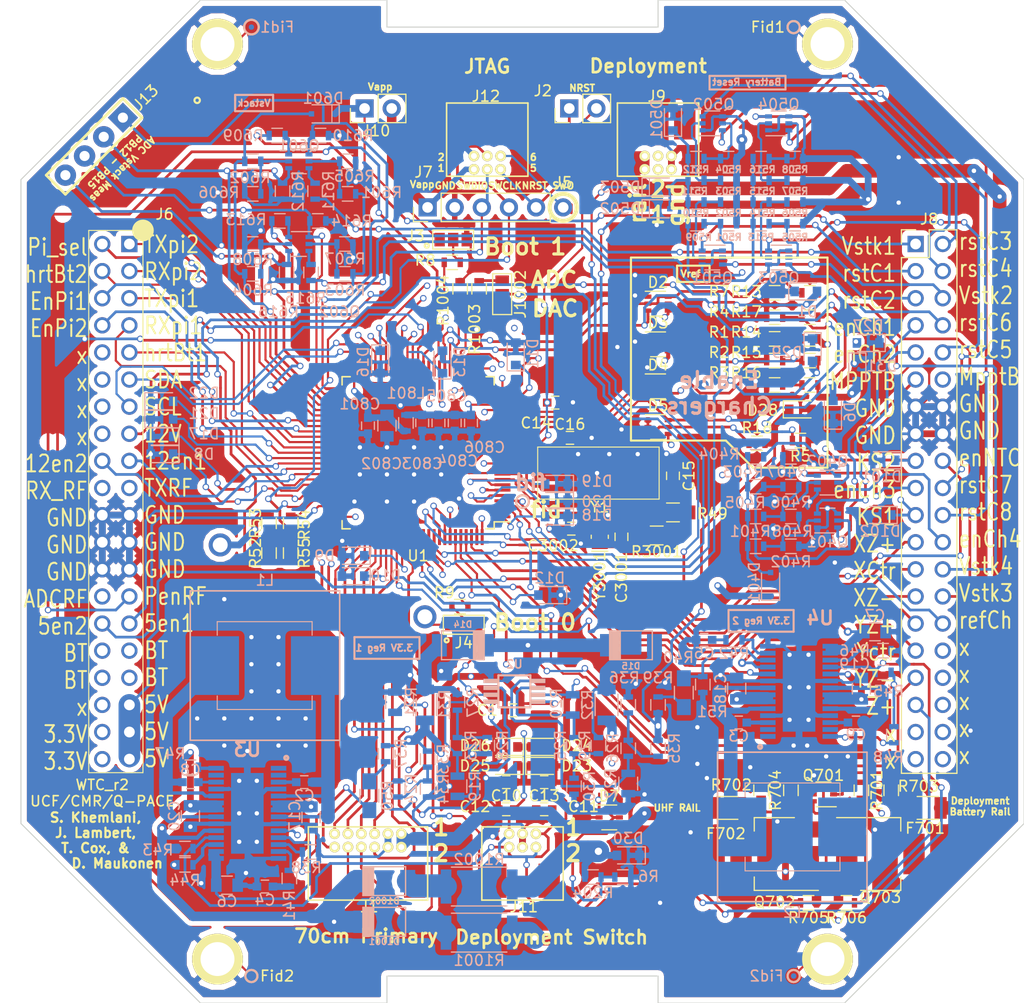
<source format=kicad_pcb>
(kicad_pcb (version 4) (host pcbnew 4.0.7)
  (title_block (title WTC) (date 2018-02-05) (rev r2) (company "UCF / FSI / CMR / Q-Pace / SurfSat") (comment 1 "Additions for SurfSat and the Endurosat Transciever"))
  (layers (0 F.Cu signal) (1 In1.Cu signal) (2 In2.Cu signal) (31 B.Cu signal) (34 B.Paste user hide) (35 F.Paste user hide) (36 B.SilkS user) (37 F.SilkS user) (38 B.Mask user hide) (39 F.Mask user hide) (44 Edge.Cuts user hide))
  (net 0 "")
  (net 1 GND)
  (net 2 3.3Raw-1)
  (net 3 "Net-(C2-Pad1)")
  (net 4 "Net-(C2-Pad2)")
  (net 5 "Net-(C3-Pad1)")
  (net 6 "Net-(C3-Pad2)")
  (net 7 "Net-(C4-Pad1)")
  (net 8 "Net-(C5-Pad1)")
  (net 9 "Net-(C6-Pad1)")
  (net 10 "Net-(C7-Pad1)")
  (net 11 "Net-(C8-Pad1)")
  (net 12 "Net-(C8-Pad2)")
  (net 13 "Net-(C9-Pad1)")
  (net 14 "Net-(C9-Pad2)")
  (net 15 "Net-(C3001-Pad1)")
  (net 16 "Net-(C3002-Pad1)")
  (net 17 3.3Raw-2)
  (net 18 Imon_3.3-1)
  (net 19 "Net-(R19-Pad2)")
  (net 20 Imon_3.3-2)
  (net 21 "Net-(R20-Pad2)")
  (net 22 "Net-(R21-Pad1)")
  (net 23 "Net-(R22-Pad1)")
  (net 24 "Net-(R23-Pad1)")
  (net 25 "Net-(R24-Pad1)")
  (net 26 "Net-(R25-Pad1)")
  (net 27 "Net-(R26-Pad1)")
  (net 28 "Net-(D14-Pad2)")
  (net 29 "Net-(D15-Pad2)")
  (net 30 "Net-(R37-Pad1)")
  (net 31 "Net-(R39-Pad1)")
  (net 32 "Net-(R41-Pad2)")
  (net 33 "Net-(R42-Pad2)")
  (net 34 Battery_Rail)
  (net 35 "Net-(R44-Pad2)")
  (net 36 "Net-(R46-Pad2)")
  (net 37 "Net-(R47-Pad2)")
  (net 38 "Net-(R48-Pad2)")
  (net 39 "Net-(R3001-Pad2)")
  (net 40 UART_TXD_Pi2)
  (net 41 UART_RXD_Pi2)
  (net 42 Pi_Heartbeat_Pi2)
  (net 43 UART_TXD_Pi1)
  (net 44 UART_RXD_Pi1)
  (net 45 Pi_Heartbeat_Pi1)
  (net 46 I2C_SDA)
  (net 47 I2C_SCL)
  (net 48 12V_Rail)
  (net 49 12V_1_Enable)
  (net 50 5V_Rail_1_Enable)
  (net 51 5V_Rail_2_Enable)
  (net 52 5V_Rail)
  (net 53 3_3V_Rail)
  (net 54 12V_2_Enable)
  (net 55 /SWDIO)
  (net 56 /SWCLK)
  (net 57 Pgood_3.3-2)
  (net 58 Pgood_3.3-1)
  (net 59 Kill_Switch_1)
  (net 60 Kill_Switch_2)
  (net 61 MPPT_BUS)
  (net 62 "Net-(U3-Pad1)")
  (net 63 "Net-(U3-Pad2)")
  (net 64 "Net-(U3-Pad27)")
  (net 65 "Net-(U4-Pad1)")
  (net 66 "Net-(U4-Pad2)")
  (net 67 "Net-(U4-Pad27)")
  (net 68 V_Stack_1)
  (net 69 Reset_C1)
  (net 70 Reset_C2)
  (net 71 EN_Chrg_1)
  (net 72 EN_Chrg_2)
  (net 73 EN_Chrg_3)
  (net 74 Reset_C3)
  (net 75 Reset_C4)
  (net 76 V_Stack_2)
  (net 77 Reset_C6)
  (net 78 Reset_C5)
  (net 79 Reset_C7)
  (net 80 Reset_C8)
  (net 81 EN_Chrg_4)
  (net 82 V_Stack_4)
  (net 83 V_Stack_3)
  (net 84 REF_Chrg)
  (net 85 Battery_Reset_1)
  (net 86 Battery_Reset_2)
  (net 87 "Net-(D1001-Pad2)")
  (net 88 "Net-(D1002-Pad2)")
  (net 89 DAC_REF_Chrg)
  (net 90 "Net-(Q501-Pad5)")
  (net 91 "Net-(Q501-Pad2)")
  (net 92 "Net-(Q502-Pad5)")
  (net 93 "Net-(Q502-Pad2)")
  (net 94 "Net-(Q503-Pad5)")
  (net 95 "Net-(Q503-Pad2)")
  (net 96 "Net-(Q504-Pad5)")
  (net 97 "Net-(Q504-Pad2)")
  (net 98 MPPT_BUS_MON)
  (net 99 "Net-(D501-Pad1)")
  (net 100 "Net-(J1002-Pad3)")
  (net 101 ADC_REF_Chrg)
  (net 102 RF_Deck_Power_Enable)
  (net 103 UHF_Deploy_1)
  (net 104 UHF_Deploy_2)
  (net 105 "Net-(Q401-Pad2)")
  (net 106 "Net-(Q402-Pad2)")
  (net 107 "Net-(Q601-Pad2)")
  (net 108 "Net-(Q601-Pad3)")
  (net 109 "Net-(Q601-Pad5)")
  (net 110 "Net-(Q601-Pad6)")
  (net 111 "Net-(Q602-Pad2)")
  (net 112 "Net-(Q602-Pad3)")
  (net 113 "Net-(Q602-Pad5)")
  (net 114 "Net-(Q602-Pad6)")
  (net 115 "Net-(Q401-Pad5)")
  (net 116 "Net-(Q402-Pad5)")
  (net 117 WTC_V_Stack)
  (net 118 V_Stack_1_Meas)
  (net 119 V_Stack_2_Meas)
  (net 120 V_Stack_3_Meas)
  (net 121 V_Stack_4_Meas)
  (net 122 WTC_EN_Chrg)
  (net 123 WTC_BUS_Switch_Pi_Select)
  (net 124 "Net-(J8-Pad37)")
  (net 125 "Net-(J8-Pad38)")
  (net 126 "Net-(J8-Pad39)")
  (net 127 "Net-(J8-Pad40)")
  (net 128 10X_Out_2)
  (net 129 20X_Out_1)
  (net 130 UART_TX_RF_Deck)
  (net 131 UART_RX_RF_Deck)
  (net 132 PwrMon_RF_ADC)
  (net 133 UHF_Rail_Raw)
  (net 134 "Net-(F701-Pad1)")
  (net 135 Deployment_Battery_Rail)
  (net 136 "Net-(F702-Pad1)")
  (net 137 UHF_Rail)
  (net 138 RF_Power_Level_ADC)
  (net 139 "Net-(Q701-Pad3)")
  (net 140 "Net-(Q701-Pad5)")
  (net 141 "Net-(Q701-Pad2)")
  (net 142 "Net-(Q701-Pad6)")
  (net 143 UHF_Power_Enable)
  (net 144 Deployment_Power_Enable)
  (net 145 EN_NTC_Drive)
  (net 146 EN_MPPT_XZ+)
  (net 147 EN_MPPT_XCtr)
  (net 148 EN_MPPT_XZ-)
  (net 149 EN_MPPT_YZ+)
  (net 150 EN_MPPT_YCtr)
  (net 151 EN_MPPT_YZ-)
  (net 152 EN_MPPT_Z+)
  (net 153 "Net-(J8-Pad34)")
  (net 154 "Net-(J8-Pad36)")
  (net 155 "Net-(J8-Pad32)")
  (net 156 Spacecraft_Deployment_Switch_1)
  (net 157 Spacecraft_Deployment_Switch_2)
  (net 158 "Net-(C14-Pad1)")
  (net 159 NRST)
  (net 160 "Net-(C15-Pad2)")
  (net 161 "Net-(C16-Pad2)")
  (net 162 "Net-(R49-Pad1)")
  (net 163 "Net-(R38-Pad2)")
  (net 164 "Net-(R40-Pad2)")
  (net 165 70cm_Primary_UART_RX)
  (net 166 70cm_Primary_UART_TX)
  (net 167 70cm_Primary_DAC)
  (net 168 70cm_Primary_Enable)
  (net 169 70cm_Primary_Select)
  (net 170 70cm_Primary_TR)
  (net 171 70cm_Primary_Temp_ADC)
  (net 172 VDDA)
  (net 173 Pwr_En_Pi1)
  (net 174 Pwr_En_Pi2)
  (net 175 "Net-(J6-Pad36)")
  (net 176 10X_Out_1)
  (net 177 5X_Out_2)
  (net 178 5X_Out_1)
  (net 179 5X_Out_3)
  (net 180 STM_PE6)
  (net 181 STM_PC13)
  (net 182 STM_PE2)
  (net 183 STM_PD4)
  (net 184 STM_PD1)
  (net 185 STM_PB2_ADC_BOOT1)
  (net 186 STM_PE13)
  (net 187 STM_PA8)
  (net 188 STM_PC7)
  (net 189 STM_PC5_ADC)
  (net 190 STM_PC6)
  (net 191 STM_PE1)
  (net 192 STM_BOOT0)
  (net 193 STM_PA0)
  (net 194 "Net-(J6-Pad10)")
  (net 195 "Net-(J6-Pad12)")
  (net 196 "Net-(J6-Pad14)")
  (net 197 "Net-(J6-Pad16)")
  (net 198 STM_PA11)
  (net 199 "Net-(J3-Pad2)")
  (net 200 "Net-(J4-Pad2)")
  (net 201 JTAGE_SWO)
  (net 202 /JTG1)
  (net 203 /JTG3)
  (net 204 /JTG4)
  (module Housings_QFP:LQFP-100_14x14mm_Pitch0.5mm (layer F.Cu) (at 117.221 97.028 180)
    (fp_text reference U1 (at 0 -9.65 180) (layer F.SilkS))
    (fp_text value STM32L151VE)
    (pad 1 smd rect (at -7.9 -6 180) (size 1.5 0.28) (layers F.Cu F.Paste F.Mask) (net 182 STM_PE2))
    (pad 2 smd rect (at -7.9 -5.5 180) (size 1.5 0.28) (layers F.Cu F.Paste F.Mask) (net 122 WTC_EN_Chrg))
    (pad 3 smd rect (at -7.9 -5 180) (size 1.5 0.28) (layers F.Cu F.Paste F.Mask) (net 85 Battery_Reset_1))
    (pad 4 smd rect (at -7.9 -4.5 180) (size 1.5 0.28) (layers F.Cu F.Paste F.Mask) (net 86 Battery_Reset_2))
    (pad 5 smd rect (at -7.9 -4 180) (size 1.5 0.28) (layers F.Cu F.Paste F.Mask) (net 180 STM_PE6))
    (pad 6 smd rect (at -7.9 -3.5 180) (size 1.5 0.28) (layers F.Cu F.Paste F.Mask) (net 53 3_3V_Rail))
    (pad 7 smd rect (at -7.9 -3 180) (size 1.5 0.28) (layers F.Cu F.Paste F.Mask) (net 181 STM_PC13))
    (pad 8 smd rect (at -7.9 -2.5 180) (size 1.5 0.28) (layers F.Cu F.Paste F.Mask) (net 16 "Net-(C3002-Pad1)"))
    (pad 9 smd rect (at -7.9 -2 180) (size 1.5 0.28) (layers F.Cu F.Paste F.Mask) (net 39 "Net-(R3001-Pad2)"))
    (pad 10 smd rect (at -7.9 -1.5 180) (size 1.5 0.28) (layers F.Cu F.Paste F.Mask) (net 1 GND))
    (pad 11 smd rect (at -7.9 -1 180) (size 1.5 0.28) (layers F.Cu F.Paste F.Mask) (net 53 3_3V_Rail))
    (pad 12 smd rect (at -7.9 -0.5 180) (size 1.5 0.28) (layers F.Cu F.Paste F.Mask) (net 162 "Net-(R49-Pad1)"))
    (pad 13 smd rect (at -7.9 0 180) (size 1.5 0.28) (layers F.Cu F.Paste F.Mask) (net 161 "Net-(C16-Pad2)"))
    (pad 14 smd rect (at -7.9 0.5 180) (size 1.5 0.28) (layers F.Cu F.Paste F.Mask) (net 158 "Net-(C14-Pad1)"))
    (pad 15 smd rect (at -7.9 1 180) (size 1.5 0.28) (layers F.Cu F.Paste F.Mask) (net 179 5X_Out_3))
    (pad 16 smd rect (at -7.9 1.5 180) (size 1.5 0.28) (layers F.Cu F.Paste F.Mask) (net 177 5X_Out_2))
    (pad 17 smd rect (at -7.9 2 180) (size 1.5 0.28) (layers F.Cu F.Paste F.Mask) (net 178 5X_Out_1))
    (pad 18 smd rect (at -7.9 2.5 180) (size 1.5 0.28) (layers F.Cu F.Paste F.Mask) (net 176 10X_Out_1))
    (pad 19 smd rect (at -7.9 3 180) (size 1.5 0.28) (layers F.Cu F.Paste F.Mask) (net 1 GND))
    (pad 20 smd rect (at -7.9 3.5 180) (size 1.5 0.28) (layers F.Cu F.Paste F.Mask) (net 1 GND))
    (pad 21 smd rect (at -7.9 4 180) (size 1.5 0.28) (layers F.Cu F.Paste F.Mask) (net 53 3_3V_Rail))
    (pad 22 smd rect (at -7.9 4.5 180) (size 1.5 0.28) (layers F.Cu F.Paste F.Mask) (net 172 VDDA))
    (pad 23 smd rect (at -7.9 5 180) (size 1.5 0.28) (layers F.Cu F.Paste F.Mask) (net 193 STM_PA0))
    (pad 24 smd rect (at -7.9 5.5 180) (size 1.5 0.28) (layers F.Cu F.Paste F.Mask) (net 98 MPPT_BUS_MON))
    (pad 25 smd rect (at -7.9 6 180) (size 1.5 0.28) (layers F.Cu F.Paste F.Mask) (net 130 UART_TX_RF_Deck))
    (pad 26 smd rect (at -6 7.9 270) (size 1.5 0.28) (layers F.Cu F.Paste F.Mask) (net 131 UART_RX_RF_Deck))
    (pad 27 smd rect (at -5.5 7.9 270) (size 1.5 0.28) (layers F.Cu F.Paste F.Mask) (net 1 GND))
    (pad 28 smd rect (at -5 7.9 270) (size 1.5 0.28) (layers F.Cu F.Paste F.Mask) (net 53 3_3V_Rail))
    (pad 29 smd rect (at -4.5 7.9 270) (size 1.5 0.28) (layers F.Cu F.Paste F.Mask) (net 167 70cm_Primary_DAC))
    (pad 30 smd rect (at -4 7.9 270) (size 1.5 0.28) (layers F.Cu F.Paste F.Mask) (net 89 DAC_REF_Chrg))
    (pad 31 smd rect (at -3.5 7.9 270) (size 1.5 0.28) (layers F.Cu F.Paste F.Mask) (net 101 ADC_REF_Chrg))
    (pad 32 smd rect (at -3 7.9 270) (size 1.5 0.28) (layers F.Cu F.Paste F.Mask) (net 128 10X_Out_2))
    (pad 33 smd rect (at -2.5 7.9 270) (size 1.5 0.28) (layers F.Cu F.Paste F.Mask) (net 129 20X_Out_1))
    (pad 34 smd rect (at -2 7.9 270) (size 1.5 0.28) (layers F.Cu F.Paste F.Mask) (net 189 STM_PC5_ADC))
    (pad 35 smd rect (at -1.5 7.9 270) (size 1.5 0.28) (layers F.Cu F.Paste F.Mask) (net 20 Imon_3.3-2))
    (pad 36 smd rect (at -1 7.9 270) (size 1.5 0.28) (layers F.Cu F.Paste F.Mask) (net 18 Imon_3.3-1))
    (pad 37 smd rect (at -0.5 7.9 270) (size 1.5 0.28) (layers F.Cu F.Paste F.Mask) (net 185 STM_PB2_ADC_BOOT1))
    (pad 38 smd rect (at 0 7.9 270) (size 1.5 0.28) (layers F.Cu F.Paste F.Mask) (net 102 RF_Deck_Power_Enable))
    (pad 39 smd rect (at 0.5 7.9 270) (size 1.5 0.28) (layers F.Cu F.Paste F.Mask) (net 138 RF_Power_Level_ADC))
    (pad 40 smd rect (at 1 7.9 270) (size 1.5 0.28) (layers F.Cu F.Paste F.Mask) (net 132 PwrMon_RF_ADC))
    (pad 41 smd rect (at 1.5 7.9 270) (size 1.5 0.28) (layers F.Cu F.Paste F.Mask) (net 171 70cm_Primary_Temp_ADC))
    (pad 42 smd rect (at 2 7.9 270) (size 1.5 0.28) (layers F.Cu F.Paste F.Mask) (net 104 UHF_Deploy_2))
    (pad 43 smd rect (at 2.5 7.9 270) (size 1.5 0.28) (layers F.Cu F.Paste F.Mask) (net 103 UHF_Deploy_1))
    (pad 44 smd rect (at 3 7.9 270) (size 1.5 0.28) (layers F.Cu F.Paste F.Mask) (net 186 STM_PE13))
    (pad 45 smd rect (at 3.5 7.9 270) (size 1.5 0.28) (layers F.Cu F.Paste F.Mask) (net 59 Kill_Switch_1))
    (pad 46 smd rect (at 4 7.9 270) (size 1.5 0.28) (layers F.Cu F.Paste F.Mask) (net 60 Kill_Switch_2))
    (pad 47 smd rect (at 4.5 7.9 270) (size 1.5 0.28) (layers F.Cu F.Paste F.Mask) (net 47 I2C_SCL))
    (pad 48 smd rect (at 5 7.9 270) (size 1.5 0.28) (layers F.Cu F.Paste F.Mask) (net 46 I2C_SDA))
    (pad 49 smd rect (at 5.5 7.9 270) (size 1.5 0.28) (layers F.Cu F.Paste F.Mask) (net 1 GND))
    (pad 50 smd rect (at 6 7.9 270) (size 1.5 0.28) (layers F.Cu F.Paste F.Mask) (net 53 3_3V_Rail))
    (pad 51 smd rect (at 7.9 6 180) (size 1.5 0.28) (layers F.Cu F.Paste F.Mask) (net 118 V_Stack_1_Meas))
    (pad 52 smd rect (at 7.9 5.5 180) (size 1.5 0.28) (layers F.Cu F.Paste F.Mask) (net 120 V_Stack_3_Meas))
    (pad 53 smd rect (at 7.9 5 180) (size 1.5 0.28) (layers F.Cu F.Paste F.Mask) (net 119 V_Stack_2_Meas))
    (pad 54 smd rect (at 7.9 4.5 180) (size 1.5 0.28) (layers F.Cu F.Paste F.Mask) (net 121 V_Stack_4_Meas))
    (pad 55 smd rect (at 7.9 4 180) (size 1.5 0.28) (layers F.Cu F.Paste F.Mask) (net 40 UART_TXD_Pi2))
    (pad 56 smd rect (at 7.9 3.5 180) (size 1.5 0.28) (layers F.Cu F.Paste F.Mask) (net 41 UART_RXD_Pi2))
    (pad 57 smd rect (at 7.9 3 180) (size 1.5 0.28) (layers F.Cu F.Paste F.Mask) (net 117 WTC_V_Stack))
    (pad 58 smd rect (at 7.9 2.5 180) (size 1.5 0.28) (layers F.Cu F.Paste F.Mask) (net 173 Pwr_En_Pi1))
    (pad 59 smd rect (at 7.9 2 180) (size 1.5 0.28) (layers F.Cu F.Paste F.Mask) (net 174 Pwr_En_Pi2))
    (pad 60 smd rect (at 7.9 1.5 180) (size 1.5 0.28) (layers F.Cu F.Paste F.Mask) (net 123 WTC_BUS_Switch_Pi_Select))
    (pad 61 smd rect (at 7.9 1 180) (size 1.5 0.28) (layers F.Cu F.Paste F.Mask) (net 42 Pi_Heartbeat_Pi2))
    (pad 62 smd rect (at 7.9 0.5 180) (size 1.5 0.28) (layers F.Cu F.Paste F.Mask) (net 45 Pi_Heartbeat_Pi1))
    (pad 63 smd rect (at 7.9 0 180) (size 1.5 0.28) (layers F.Cu F.Paste F.Mask) (net 190 STM_PC6))
    (pad 64 smd rect (at 7.9 -0.5 180) (size 1.5 0.28) (layers F.Cu F.Paste F.Mask) (net 188 STM_PC7))
    (pad 65 smd rect (at 7.9 -1 180) (size 1.5 0.28) (layers F.Cu F.Paste F.Mask) (net 49 12V_1_Enable))
    (pad 66 smd rect (at 7.9 -1.5 180) (size 1.5 0.28) (layers F.Cu F.Paste F.Mask) (net 54 12V_2_Enable))
    (pad 67 smd rect (at 7.9 -2 180) (size 1.5 0.28) (layers F.Cu F.Paste F.Mask) (net 187 STM_PA8))
    (pad 68 smd rect (at 7.9 -2.5 180) (size 1.5 0.28) (layers F.Cu F.Paste F.Mask) (net 43 UART_TXD_Pi1))
    (pad 69 smd rect (at 7.9 -3 180) (size 1.5 0.28) (layers F.Cu F.Paste F.Mask) (net 44 UART_RXD_Pi1))
    (pad 70 smd rect (at 7.9 -3.5 180) (size 1.5 0.28) (layers F.Cu F.Paste F.Mask) (net 198 STM_PA11))
    (pad 71 smd rect (at 7.9 -4 180) (size 1.5 0.28) (layers F.Cu F.Paste F.Mask) (net 50 5V_Rail_1_Enable))
    (pad 72 smd rect (at 7.9 -4.5 180) (size 1.5 0.28) (layers F.Cu F.Paste F.Mask) (net 55 /SWDIO))
    (pad 73 smd rect (at 7.9 -5 180) (size 1.5 0.28) (layers F.Cu F.Paste F.Mask) (net 51 5V_Rail_2_Enable))
    (pad 74 smd rect (at 7.9 -5.5 180) (size 1.5 0.28) (layers F.Cu F.Paste F.Mask) (net 1 GND))
    (pad 75 smd rect (at 7.9 -6 180) (size 1.5 0.28) (layers F.Cu F.Paste F.Mask) (net 53 3_3V_Rail))
    (pad 76 smd rect (at 6 -7.9 270) (size 1.5 0.28) (layers F.Cu F.Paste F.Mask) (net 56 /SWCLK))
    (pad 77 smd rect (at 5.5 -7.9 270) (size 1.5 0.28) (layers F.Cu F.Paste F.Mask) (net 169 70cm_Primary_Select))
    (pad 78 smd rect (at 5 -7.9 270) (size 1.5 0.28) (layers F.Cu F.Paste F.Mask) (net 166 70cm_Primary_UART_TX))
    (pad 79 smd rect (at 4.5 -7.9 270) (size 1.5 0.28) (layers F.Cu F.Paste F.Mask) (net 165 70cm_Primary_UART_RX))
    (pad 80 smd rect (at 4 -7.9 270) (size 1.5 0.28) (layers F.Cu F.Paste F.Mask) (net 168 70cm_Primary_Enable))
    (pad 81 smd rect (at 3.5 -7.9 270) (size 1.5 0.28) (layers F.Cu F.Paste F.Mask) (net 170 70cm_Primary_TR))
    (pad 82 smd rect (at 3 -7.9 270) (size 1.5 0.28) (layers F.Cu F.Paste F.Mask) (net 184 STM_PD1))
    (pad 83 smd rect (at 2.5 -7.9 270) (size 1.5 0.28) (layers F.Cu F.Paste F.Mask) (net 58 Pgood_3.3-1))
    (pad 84 smd rect (at 2 -7.9 270) (size 1.5 0.28) (layers F.Cu F.Paste F.Mask) (net 57 Pgood_3.3-2))
    (pad 85 smd rect (at 1.5 -7.9 270) (size 1.5 0.28) (layers F.Cu F.Paste F.Mask) (net 183 STM_PD4))
    (pad 86 smd rect (at 1 -7.9 270) (size 1.5 0.28) (layers F.Cu F.Paste F.Mask) (net 152 EN_MPPT_Z+))
    (pad 87 smd rect (at 0.5 -7.9 270) (size 1.5 0.28) (layers F.Cu F.Paste F.Mask) (net 151 EN_MPPT_YZ-))
    (pad 88 smd rect (at 0 -7.9 270) (size 1.5 0.28) (layers F.Cu F.Paste F.Mask) (net 150 EN_MPPT_YCtr))
    (pad 89 smd rect (at -0.5 -7.9 270) (size 1.5 0.28) (layers F.Cu F.Paste F.Mask) (net 201 JTAGE_SWO))
    (pad 90 smd rect (at -1 -7.9 270) (size 1.5 0.28) (layers F.Cu F.Paste F.Mask) (net 148 EN_MPPT_XZ-))
    (pad 91 smd rect (at -1.5 -7.9 270) (size 1.5 0.28) (layers F.Cu F.Paste F.Mask) (net 147 EN_MPPT_XCtr))
    (pad 92 smd rect (at -2 -7.9 270) (size 1.5 0.28) (layers F.Cu F.Paste F.Mask) (net 146 EN_MPPT_XZ+))
    (pad 93 smd rect (at -2.5 -7.9 270) (size 1.5 0.28) (layers F.Cu F.Paste F.Mask) (net 145 EN_NTC_Drive))
    (pad 94 smd rect (at -3 -7.9 270) (size 1.5 0.28) (layers F.Cu F.Paste F.Mask) (net 192 STM_BOOT0))
    (pad 95 smd rect (at -3.5 -7.9 270) (size 1.5 0.28) (layers F.Cu F.Paste F.Mask) (net 144 Deployment_Power_Enable))
    (pad 96 smd rect (at -4 -7.9 270) (size 1.5 0.28) (layers F.Cu F.Paste F.Mask) (net 143 UHF_Power_Enable))
    (pad 97 smd rect (at -4.5 -7.9 270) (size 1.5 0.28) (layers F.Cu F.Paste F.Mask) (net 191 STM_PE1))
    (pad 98 smd rect (at -5 -7.9 270) (size 1.5 0.28) (layers F.Cu F.Paste F.Mask) (net 149 EN_MPPT_YZ+))
    (pad 99 smd rect (at -5.5 -7.9 270) (size 1.5 0.28) (layers F.Cu F.Paste F.Mask) (net 1 GND))
    (pad 100 smd rect (at -6 -7.9 270) (size 1.5 0.28) (layers F.Cu F.Paste F.Mask) (net 53 3_3V_Rail))
  )
  (module Capacitors_SMD:C_0603 (layer B.Cu) (at 95.885 127.889)
    (fp_text reference C8 (at 0 -1.143) (layer B.SilkS) (effects (justify mirror)))
    (fp_text value "0.1 uF")
    (pad 1 smd rect (at -0.75 0) (size 0.8 0.75) (layers B.Cu B.Paste B.Mask) (net 11 "Net-(C8-Pad1)"))
    (pad 2 smd rect (at 0.75 0) (size 0.8 0.75) (layers B.Cu B.Paste B.Mask) (net 12 "Net-(C8-Pad2)"))
  )
  (module Resistors_SMD:R_0603 (layer B.Cu) (at 95.377 134.112)
    (fp_text reference R43 (at -2.54 0.127) (layer B.SilkS) (effects (justify mirror)))
    (fp_text value 100K)
    (pad 1 smd rect (at -0.75 0) (size 0.5 0.9) (layers B.Cu B.Paste B.Mask) (net 133 UHF_Rail_Raw))
    (pad 2 smd rect (at 0.75 0) (size 0.5 0.9) (layers B.Cu B.Paste B.Mask) (net 156 Spacecraft_Deployment_Switch_1))
  )
  (module Resistors_SMD:R_0603 (layer B.Cu) (at 95.885 126.492)
    (fp_text reference R47 (at -1.905 -1.27) (layer B.SilkS) (effects (justify mirror)))
    (fp_text value 100K)
    (pad 1 smd rect (at -0.75 0) (size 0.5 0.9) (layers B.Cu B.Paste B.Mask) (net 133 UHF_Rail_Raw))
    (pad 2 smd rect (at 0.75 0) (size 0.5 0.9) (layers B.Cu B.Paste B.Mask) (net 37 "Net-(R47-Pad2)"))
  )
  (module Resistors_SMD:R_0603 (layer B.Cu) (at 95.377 135.636)
    (fp_text reference R44 (at 0 1.45) (layer B.SilkS) (effects (justify mirror)))
    (fp_text value 105K)
    (pad 1 smd rect (at -0.75 0) (size 0.5 0.9) (layers B.Cu B.Paste B.Mask) (net 1 GND))
    (pad 2 smd rect (at 0.75 0) (size 0.5 0.9) (layers B.Cu B.Paste B.Mask) (net 35 "Net-(R44-Pad2)"))
  )
  (module Resistors_SMD:R_0603 (layer B.Cu) (at 107.1245 134.4295 180)
    (fp_text reference R38 (at 0.381 -1.4605 180) (layer B.SilkS) (effects (justify mirror)))
    (fp_text value 100K)
    (pad 1 smd rect (at -0.75 0 180) (size 0.5 0.9) (layers B.Cu B.Paste B.Mask) (net 1 GND))
    (pad 2 smd rect (at 0.75 0 180) (size 0.5 0.9) (layers B.Cu B.Paste B.Mask) (net 163 "Net-(R38-Pad2)"))
  )
  (module Capacitors_SMD:C_0603 (layer B.Cu) (at 102.87 137.668 180)
    (fp_text reference C4 (at 0 -1.27 180) (layer B.SilkS) (effects (justify mirror)))
    (fp_text value 680pF)
    (pad 1 smd rect (at -0.75 0 180) (size 0.8 0.75) (layers B.Cu B.Paste B.Mask) (net 7 "Net-(C4-Pad1)"))
    (pad 2 smd rect (at 0.75 0 180) (size 0.8 0.75) (layers B.Cu B.Paste B.Mask) (net 1 GND))
  )
  (module Resistors_SMD:R_0603 (layer B.Cu) (at 105.156 136.906 90)
    (fp_text reference R41 (at -2.54 0 90) (layer B.SilkS) (effects (justify mirror)))
    (fp_text value 78.7K)
    (pad 1 smd rect (at -0.75 0 90) (size 0.5 0.9) (layers B.Cu B.Paste B.Mask) (net 7 "Net-(C4-Pad1)"))
    (pad 2 smd rect (at 0.75 0 90) (size 0.5 0.9) (layers B.Cu B.Paste B.Mask) (net 32 "Net-(R41-Pad2)"))
  )
  (module Capacitors_SMD:C_0603 (layer F.Cu) (at 126.111 121.158 180)
    (fp_text reference C1 (at 2.413 0 180) (layer F.SilkS))
    (fp_text value "0.1 uF")
    (pad 1 smd rect (at -0.75 0 180) (size 0.8 0.75) (layers F.Cu F.Paste F.Mask) (net 2 3.3Raw-1))
    (pad 2 smd rect (at 0.75 0 180) (size 0.8 0.75) (layers F.Cu F.Paste F.Mask) (net 1 GND))
  )
  (module Capacitors_SMD:C_0603 (layer B.Cu) (at 106.553 127.889)
    (fp_text reference C2 (at 0 1.27) (layer B.SilkS) (effects (justify mirror)))
    (fp_text value "0.1 uF")
    (pad 1 smd rect (at -0.75 0) (size 0.8 0.75) (layers B.Cu B.Paste B.Mask) (net 3 "Net-(C2-Pad1)"))
    (pad 2 smd rect (at 0.75 0) (size 0.8 0.75) (layers B.Cu B.Paste B.Mask) (net 4 "Net-(C2-Pad2)"))
  )
  (module Capacitors_SMD:C_0805 (layer B.Cu) (at 99.314 137.541)
    (fp_text reference C6 (at 0 1.524) (layer B.SilkS) (effects (justify mirror)))
    (fp_text value "4.7 uF")
    (pad 1 smd rect (at -1 0) (size 1 1.25) (layers B.Cu B.Paste B.Mask) (net 9 "Net-(C6-Pad1)"))
    (pad 2 smd rect (at 1 0) (size 1 1.25) (layers B.Cu B.Paste B.Mask) (net 1 GND))
  )
  (module Footprints:LTC3119_29 (layer B.Cu) (at 101.219 130.81 180)
    (fp_text reference U3 (at 0 5.969 180) (layer B.SilkS) (effects (font (size 1.27 1.27) (thickness 0.254)) (justify mirror)))
    (fp_text value LTC3119 hide)
    (pad 1 smd rect (at -2.925 4.225 90) (size 0.45 1.45) (layers B.Cu B.Paste B.Mask) (net 62 "Net-(U3-Pad1)"))
    (pad 2 smd rect (at -2.925 3.575 90) (size 0.45 1.45) (layers B.Cu B.Paste B.Mask) (net 63 "Net-(U3-Pad2)"))
    (pad 3 smd rect (at -2.925 2.925 90) (size 0.45 1.45) (layers B.Cu B.Paste B.Mask) (net 3 "Net-(C2-Pad1)"))
    (pad 4 smd rect (at -2.925 2.275 90) (size 0.45 1.45) (layers B.Cu B.Paste B.Mask) (net 1 GND))
    (pad 5 smd rect (at -2.925 1.625 90) (size 0.45 1.45) (layers B.Cu B.Paste B.Mask) (net 4 "Net-(C2-Pad2)"))
    (pad 6 smd rect (at -2.925 0.975 90) (size 0.45 1.45) (layers B.Cu B.Paste B.Mask) (net 2 3.3Raw-1))
    (pad 7 smd rect (at -2.925 0.325 90) (size 0.45 1.45) (layers B.Cu B.Paste B.Mask) (net 2 3.3Raw-1))
    (pad 8 smd rect (at -2.925 -0.325 90) (size 0.45 1.45) (layers B.Cu B.Paste B.Mask) (net 4 "Net-(C2-Pad2)"))
    (pad 9 smd rect (at -2.925 -0.975 90) (size 0.45 1.45) (layers B.Cu B.Paste B.Mask) (net 1 GND))
    (pad 10 smd rect (at -2.925 -1.625 90) (size 0.45 1.45) (layers B.Cu B.Paste B.Mask) (net 58 Pgood_3.3-1))
    (pad 11 smd rect (at -2.925 -2.275 90) (size 0.45 1.45) (layers B.Cu B.Paste B.Mask) (net 9 "Net-(C6-Pad1)"))
    (pad 12 smd rect (at -2.925 -2.925 90) (size 0.45 1.45) (layers B.Cu B.Paste B.Mask) (net 163 "Net-(R38-Pad2)"))
    (pad 13 smd rect (at -2.925 -3.575 90) (size 0.45 1.45) (layers B.Cu B.Paste B.Mask) (net 32 "Net-(R41-Pad2)"))
    (pad 14 smd rect (at -2.925 -4.225 90) (size 0.45 1.45) (layers B.Cu B.Paste B.Mask) (net 1 GND))
    (pad 15 smd rect (at 2.925 -4.225 90) (size 0.45 1.45) (layers B.Cu B.Paste B.Mask) (net 9 "Net-(C6-Pad1)"))
    (pad 16 smd rect (at 2.925 -3.575 90) (size 0.45 1.45) (layers B.Cu B.Paste B.Mask) (net 9 "Net-(C6-Pad1)"))
    (pad 17 smd rect (at 2.925 -2.925 90) (size 0.45 1.45) (layers B.Cu B.Paste B.Mask) (net 35 "Net-(R44-Pad2)"))
    (pad 18 smd rect (at 2.925 -2.275 90) (size 0.45 1.45) (layers B.Cu B.Paste B.Mask) (net 156 Spacecraft_Deployment_Switch_1))
    (pad 19 smd rect (at 2.925 -1.625 90) (size 0.45 1.45) (layers B.Cu B.Paste B.Mask) (net 133 UHF_Rail_Raw))
    (pad 20 smd rect (at 2.925 -0.975 90) (size 0.45 1.45) (layers B.Cu B.Paste B.Mask) (net 1 GND))
    (pad 21 smd rect (at 2.925 -0.325 90) (size 0.45 1.45) (layers B.Cu B.Paste B.Mask) (net 11 "Net-(C8-Pad1)"))
    (pad 22 smd rect (at 2.925 0.325 90) (size 0.45 1.45) (layers B.Cu B.Paste B.Mask) (net 133 UHF_Rail_Raw))
    (pad 23 smd rect (at 2.925 0.975 90) (size 0.45 1.45) (layers B.Cu B.Paste B.Mask) (net 133 UHF_Rail_Raw))
    (pad 24 smd rect (at 2.925 1.625 90) (size 0.45 1.45) (layers B.Cu B.Paste B.Mask) (net 11 "Net-(C8-Pad1)"))
    (pad 25 smd rect (at 2.925 2.275 90) (size 0.45 1.45) (layers B.Cu B.Paste B.Mask) (net 1 GND))
    (pad 26 smd rect (at 2.925 2.925 90) (size 0.45 1.45) (layers B.Cu B.Paste B.Mask) (net 12 "Net-(C8-Pad2)"))
    (pad 27 smd rect (at 2.925 3.575 90) (size 0.45 1.45) (layers B.Cu B.Paste B.Mask) (net 64 "Net-(U3-Pad27)"))
    (pad 28 smd rect (at 2.925 4.225 90) (size 0.45 1.45) (layers B.Cu B.Paste B.Mask) (net 37 "Net-(R47-Pad2)"))
    (pad 29 smd rect (at 0 0 180) (size 3.05 7.56) (layers B.Cu B.Paste B.Mask) (net 1 GND))
  )
  (module Footprints:SOT-223-3Lead_TabPin2_ONE_2 (layer F.Cu) (at 150.622 134.62 180)
    (fp_text reference Q702 (at 0 -4.5 180) (layer F.SilkS))
    (fp_text value Q_PMOS_GDS)
    (pad 2 smd rect (at 3.15 0 180) (size 2 3.8) (layers F.Cu F.Paste F.Mask) (net 136 "Net-(F702-Pad1)"))
    (pad "" smd rect (at -3.15 0 180) (size 2 1.5) (layers F.Cu F.Paste F.Mask))
    (pad 3 smd rect (at -3.15 2.3 180) (size 2 1.5) (layers F.Cu F.Paste F.Mask) (net 133 UHF_Rail_Raw))
    (pad 1 smd rect (at -3.15 -2.3 180) (size 2 1.5) (layers F.Cu F.Paste F.Mask) (net 142 "Net-(Q701-Pad6)"))
  )
  (module TO_SOT_Packages_SMD:SOT-363_SC-70-6 (layer B.Cu) (at 155.575 103.378)
    (fp_text reference Q401 (at 0 2) (layer B.SilkS) (effects (justify mirror)))
    (fp_text value BSS138_Dual)
    (pad 1 smd rect (at -0.95 0.65) (size 0.65 0.4) (layers B.Cu B.Paste B.Mask) (net 1 GND))
    (pad 3 smd rect (at -0.95 -0.65) (size 0.65 0.4) (layers B.Cu B.Paste B.Mask) (net 72 EN_Chrg_2))
    (pad 5 smd rect (at 0.95 0) (size 0.65 0.4) (layers B.Cu B.Paste B.Mask) (net 115 "Net-(Q401-Pad5)"))
    (pad 2 smd rect (at -0.95 0) (size 0.65 0.4) (layers B.Cu B.Paste B.Mask) (net 105 "Net-(Q401-Pad2)"))
    (pad 4 smd rect (at 0.95 -0.65) (size 0.65 0.4) (layers B.Cu B.Paste B.Mask) (net 1 GND))
    (pad 6 smd rect (at 0.95 0.65) (size 0.65 0.4) (layers B.Cu B.Paste B.Mask) (net 71 EN_Chrg_1))
  )
  (module Mounting_Drill (layer F.Cu) (at 98.425 58.7375)
    (fp_text reference P3001 hide)
    (fp_text value Mounting hide)
    (pad 1 thru_hole circle (at 0 0) (size 4.7625 4.7625) (drill 3.175) (layers *.Cu *.Mask F.SilkS) (net 1 GND))
  )
  (module Mounting_Drill (layer F.Cu) (at 155.575 58.7375)
    (fp_text reference P3004 hide)
    (fp_text value VAL** hide)
    (pad 1 thru_hole circle (at 0 0) (size 4.7625 4.7625) (drill 3.175) (layers *.Cu *.Mask F.SilkS) (net 1 GND))
  )
  (module Mounting_Drill (layer F.Cu) (at 98.425 144.4625)
    (fp_text reference P3002 hide)
    (fp_text value VAL** hide)
    (pad 1 thru_hole circle (at 0 0) (size 4.7625 4.7625) (drill 3.175) (layers *.Cu *.Mask F.SilkS) (net 1 GND))
  )
  (module Mounting_Drill (layer F.Cu) (at 155.575 144.4625)
    (fp_text reference P3003 hide)
    (fp_text value VAL** hide)
    (pad 1 thru_hole circle (at 0 0) (size 4.7625 4.7625) (drill 3.175) (layers *.Cu *.Mask F.SilkS) (net 1 GND))
  )
  (module Footprints:LTC3119_29 (layer B.Cu) (at 152.908 119.38)
    (fp_text reference U4 (at 1.9685 -6.8707) (layer B.SilkS) (effects (font (size 1.27 1.27) (thickness 0.254)) (justify mirror)))
    (fp_text value LTC3119 hide)
    (pad 1 smd rect (at -2.925 4.225 270) (size 0.45 1.45) (layers B.Cu B.Paste B.Mask) (net 65 "Net-(U4-Pad1)"))
    (pad 2 smd rect (at -2.925 3.575 270) (size 0.45 1.45) (layers B.Cu B.Paste B.Mask) (net 66 "Net-(U4-Pad2)"))
    (pad 3 smd rect (at -2.925 2.925 270) (size 0.45 1.45) (layers B.Cu B.Paste B.Mask) (net 5 "Net-(C3-Pad1)"))
    (pad 4 smd rect (at -2.925 2.275 270) (size 0.45 1.45) (layers B.Cu B.Paste B.Mask) (net 1 GND))
    (pad 5 smd rect (at -2.925 1.625 270) (size 0.45 1.45) (layers B.Cu B.Paste B.Mask) (net 6 "Net-(C3-Pad2)"))
    (pad 6 smd rect (at -2.925 0.975 270) (size 0.45 1.45) (layers B.Cu B.Paste B.Mask) (net 17 3.3Raw-2))
    (pad 7 smd rect (at -2.925 0.325 270) (size 0.45 1.45) (layers B.Cu B.Paste B.Mask) (net 17 3.3Raw-2))
    (pad 8 smd rect (at -2.925 -0.325 270) (size 0.45 1.45) (layers B.Cu B.Paste B.Mask) (net 6 "Net-(C3-Pad2)"))
    (pad 9 smd rect (at -2.925 -0.975 270) (size 0.45 1.45) (layers B.Cu B.Paste B.Mask) (net 1 GND))
    (pad 10 smd rect (at -2.925 -1.625 270) (size 0.45 1.45) (layers B.Cu B.Paste B.Mask) (net 57 Pgood_3.3-2))
    (pad 11 smd rect (at -2.925 -2.275 270) (size 0.45 1.45) (layers B.Cu B.Paste B.Mask) (net 10 "Net-(C7-Pad1)"))
    (pad 12 smd rect (at -2.925 -2.925 270) (size 0.45 1.45) (layers B.Cu B.Paste B.Mask) (net 164 "Net-(R40-Pad2)"))
    (pad 13 smd rect (at -2.925 -3.575 270) (size 0.45 1.45) (layers B.Cu B.Paste B.Mask) (net 33 "Net-(R42-Pad2)"))
    (pad 14 smd rect (at -2.925 -4.225 270) (size 0.45 1.45) (layers B.Cu B.Paste B.Mask) (net 1 GND))
    (pad 15 smd rect (at 2.925 -4.225 270) (size 0.45 1.45) (layers B.Cu B.Paste B.Mask) (net 10 "Net-(C7-Pad1)"))
    (pad 16 smd rect (at 2.925 -3.575 270) (size 0.45 1.45) (layers B.Cu B.Paste B.Mask) (net 10 "Net-(C7-Pad1)"))
    (pad 17 smd rect (at 2.925 -2.925 270) (size 0.45 1.45) (layers B.Cu B.Paste B.Mask) (net 36 "Net-(R46-Pad2)"))
    (pad 18 smd rect (at 2.925 -2.275 270) (size 0.45 1.45) (layers B.Cu B.Paste B.Mask) (net 157 Spacecraft_Deployment_Switch_2))
    (pad 19 smd rect (at 2.925 -1.625 270) (size 0.45 1.45) (layers B.Cu B.Paste B.Mask) (net 133 UHF_Rail_Raw))
    (pad 20 smd rect (at 2.925 -0.975 270) (size 0.45 1.45) (layers B.Cu B.Paste B.Mask) (net 1 GND))
    (pad 21 smd rect (at 2.925 -0.325 270) (size 0.45 1.45) (layers B.Cu B.Paste B.Mask) (net 13 "Net-(C9-Pad1)"))
    (pad 22 smd rect (at 2.925 0.325 270) (size 0.45 1.45) (layers B.Cu B.Paste B.Mask) (net 133 UHF_Rail_Raw))
    (pad 23 smd rect (at 2.925 0.975 270) (size 0.45 1.45) (layers B.Cu B.Paste B.Mask) (net 133 UHF_Rail_Raw))
    (pad 24 smd rect (at 2.925 1.625 270) (size 0.45 1.45) (layers B.Cu B.Paste B.Mask) (net 13 "Net-(C9-Pad1)"))
    (pad 25 smd rect (at 2.925 2.275 270) (size 0.45 1.45) (layers B.Cu B.Paste B.Mask) (net 1 GND))
    (pad 26 smd rect (at 2.925 2.925 270) (size 0.45 1.45) (layers B.Cu B.Paste B.Mask) (net 14 "Net-(C9-Pad2)"))
    (pad 27 smd rect (at 2.925 3.575 270) (size 0.45 1.45) (layers B.Cu B.Paste B.Mask) (net 67 "Net-(U4-Pad27)"))
    (pad 28 smd rect (at 2.925 4.225 270) (size 0.45 1.45) (layers B.Cu B.Paste B.Mask) (net 38 "Net-(R48-Pad2)"))
    (pad 29 smd rect (at 0 0) (size 3.05 7.56) (layers B.Cu B.Paste B.Mask) (net 1 GND))
  )
  (module SH_SOD_SON_SOT:SOD-128 (layer B.Cu) (at 121.412 115.062 180)
    (fp_text reference D14 (at 0 1.95 180) (layer B.SilkS) (effects (font (size 0.6 0.6) (thickness 0.127)) (justify mirror)))
    (fp_text value D_Schottky_Small hide)
    (pad 1 smd rect (at -2.2 0 180) (size 1.4 2.1) (layers B.Cu B.Paste B.Mask) (net 53 3_3V_Rail))
    (pad 2 smd rect (at 2.2 0 180) (size 1.4 2.1) (layers B.Cu B.Paste B.Mask) (net 28 "Net-(D14-Pad2)"))
  )
  (module SH_SOD_SON_SOT:SOD-128 (layer B.Cu) (at 137.16 115.062)
    (fp_text reference D15 (at 0 1.95) (layer B.SilkS) (effects (font (size 0.6 0.6) (thickness 0.127)) (justify mirror)))
    (fp_text value D_Schottky_Small hide)
    (pad 1 smd rect (at -2.2 0) (size 1.4 2.1) (layers B.Cu B.Paste B.Mask) (net 53 3_3V_Rail))
    (pad 2 smd rect (at 2.2 0) (size 1.4 2.1) (layers B.Cu B.Paste B.Mask) (net 29 "Net-(D15-Pad2)"))
  )
  (module Footprints:VSSOP8_P0.65mm_W3mm (layer B.Cu) (at 126.238 119.38)
    (fp_text reference U2 (at 0 -2.54) (layer B.SilkS) (effects (font (size 0.762 0.762) (thickness 0.1524)) (justify mirror)))
    (fp_text value LPV812 hide)
    (pad 1 smd rect (at -2.2 0.975) (size 1.4 0.4) (layers B.Cu B.Paste B.SilkS B.Mask) (net 18 Imon_3.3-1))
    (pad 2 smd rect (at -2.2 0.325) (size 1.4 0.4) (layers B.Cu B.Paste B.SilkS B.Mask) (net 19 "Net-(R19-Pad2)"))
    (pad 3 smd rect (at -2.2 -0.325) (size 1.4 0.4) (layers B.Cu B.Paste B.SilkS B.Mask) (net 22 "Net-(R21-Pad1)"))
    (pad 4 smd rect (at -2.2 -0.975) (size 1.4 0.4) (layers B.Cu B.Paste B.SilkS B.Mask) (net 1 GND))
    (pad 5 smd rect (at 2.2 -0.975) (size 1.4 0.4) (layers B.Cu B.Paste B.SilkS B.Mask) (net 23 "Net-(R22-Pad1)"))
    (pad 6 smd rect (at 2.2 -0.325) (size 1.4 0.4) (layers B.Cu B.Paste B.SilkS B.Mask) (net 21 "Net-(R20-Pad2)"))
    (pad 7 smd rect (at 2.2 0.325) (size 1.4 0.4) (layers B.Cu B.Paste B.SilkS B.Mask) (net 20 Imon_3.3-2))
    (pad 8 smd rect (at 2.2 0.975) (size 1.4 0.4) (layers B.Cu B.Paste B.SilkS B.Mask) (net 2 3.3Raw-1))
  )
  (module Diodes_SMD:D_0805 (layer B.Cu) (at 141.097 65.786 90)
    (fp_text reference D501 (at 0 -1.524 90) (layer B.SilkS) (effects (justify mirror)))
    (fp_text value D_TVS_ALT)
    (pad 1 smd rect (at -1.05 0 90) (size 0.8 0.9) (layers B.Cu B.Paste B.Mask) (net 99 "Net-(D501-Pad1)"))
    (pad 2 smd rect (at 1.05 0 90) (size 0.8 0.9) (layers B.Cu B.Paste B.Mask) (net 1 GND))
  )
  (module SH_SOD_SON_SOT:SOD-128 (layer B.Cu) (at 114.046 140.97)
    (fp_text reference D1001 (at 0 1.8542) (layer B.SilkS) (effects (font (size 0.6 0.6) (thickness 0.127)) (justify mirror)))
    (fp_text value D_Schottky_ALT hide)
    (pad 1 smd rect (at -2.2 0) (size 1.4 2.1) (layers B.Cu B.Paste B.Mask) (net 133 UHF_Rail_Raw))
    (pad 2 smd rect (at 2.2 0) (size 1.4 2.1) (layers B.Cu B.Paste B.Mask) (net 87 "Net-(D1001-Pad2)"))
  )
  (module SH_SOD_SON_SOT:SOD-128 (layer B.Cu) (at 114.046 137.16)
    (fp_text reference D1002 (at 0 1.8542) (layer B.SilkS) (effects (font (size 0.6 0.6) (thickness 0.127)) (justify mirror)))
    (fp_text value D_Schottky_ALT hide)
    (pad 1 smd rect (at -2.2 0) (size 1.4 2.1) (layers B.Cu B.Paste B.Mask) (net 133 UHF_Rail_Raw))
    (pad 2 smd rect (at 2.2 0) (size 1.4 2.1) (layers B.Cu B.Paste B.Mask) (net 88 "Net-(D1002-Pad2)"))
  )
  (module TO_SOT_Packages_SMD:SOT-363_SC-70-6 (layer B.Cu) (at 144.78 78.74 180)
    (fp_text reference Q501 (at 0 -1.905 180) (layer B.SilkS) (effects (justify mirror)))
    (fp_text value Q_PMOS_SDG_Dual)
    (pad 1 smd rect (at -0.95 0.65 180) (size 0.65 0.4) (layers B.Cu B.Paste B.Mask) (net 53 3_3V_Rail))
    (pad 3 smd rect (at -0.95 -0.65 180) (size 0.65 0.4) (layers B.Cu B.Paste B.Mask) (net 70 Reset_C2))
    (pad 5 smd rect (at 0.95 0 180) (size 0.65 0.4) (layers B.Cu B.Paste B.Mask) (net 90 "Net-(Q501-Pad5)"))
    (pad 2 smd rect (at -0.95 0 180) (size 0.65 0.4) (layers B.Cu B.Paste B.Mask) (net 91 "Net-(Q501-Pad2)"))
    (pad 4 smd rect (at 0.95 -0.65 180) (size 0.65 0.4) (layers B.Cu B.Paste B.Mask) (net 53 3_3V_Rail))
    (pad 6 smd rect (at 0.95 0.65 180) (size 0.65 0.4) (layers B.Cu B.Paste B.Mask) (net 69 Reset_C1))
  )
  (module TO_SOT_Packages_SMD:SOT-363_SC-70-6 (layer B.Cu) (at 144.78 66.167)
    (fp_text reference Q502 (at 0.127 -1.778) (layer B.SilkS) (effects (justify mirror)))
    (fp_text value Q_PMOS_SDG_Dual)
    (pad 1 smd rect (at -0.95 0.65) (size 0.65 0.4) (layers B.Cu B.Paste B.Mask) (net 53 3_3V_Rail))
    (pad 3 smd rect (at -0.95 -0.65) (size 0.65 0.4) (layers B.Cu B.Paste B.Mask) (net 75 Reset_C4))
    (pad 5 smd rect (at 0.95 0) (size 0.65 0.4) (layers B.Cu B.Paste B.Mask) (net 92 "Net-(Q502-Pad5)"))
    (pad 2 smd rect (at -0.95 0) (size 0.65 0.4) (layers B.Cu B.Paste B.Mask) (net 93 "Net-(Q502-Pad2)"))
    (pad 4 smd rect (at 0.95 -0.65) (size 0.65 0.4) (layers B.Cu B.Paste B.Mask) (net 53 3_3V_Rail))
    (pad 6 smd rect (at 0.95 0.65) (size 0.65 0.4) (layers B.Cu B.Paste B.Mask) (net 74 Reset_C3))
  )
  (module TO_SOT_Packages_SMD:SOT-363_SC-70-6 (layer B.Cu) (at 151.003 78.74 180)
    (fp_text reference Q503 (at 0 -1.905 180) (layer B.SilkS) (effects (justify mirror)))
    (fp_text value Q_PMOS_SDG_Dual)
    (pad 1 smd rect (at -0.95 0.65 180) (size 0.65 0.4) (layers B.Cu B.Paste B.Mask) (net 53 3_3V_Rail))
    (pad 3 smd rect (at -0.95 -0.65 180) (size 0.65 0.4) (layers B.Cu B.Paste B.Mask) (net 77 Reset_C6))
    (pad 5 smd rect (at 0.95 0 180) (size 0.65 0.4) (layers B.Cu B.Paste B.Mask) (net 94 "Net-(Q503-Pad5)"))
    (pad 2 smd rect (at -0.95 0 180) (size 0.65 0.4) (layers B.Cu B.Paste B.Mask) (net 95 "Net-(Q503-Pad2)"))
    (pad 4 smd rect (at 0.95 -0.65 180) (size 0.65 0.4) (layers B.Cu B.Paste B.Mask) (net 53 3_3V_Rail))
    (pad 6 smd rect (at 0.95 0.65 180) (size 0.65 0.4) (layers B.Cu B.Paste B.Mask) (net 78 Reset_C5))
  )
  (module TO_SOT_Packages_SMD:SOT-363_SC-70-6 (layer B.Cu) (at 151.003 66.167)
    (fp_text reference Q504 (at 0 -1.778) (layer B.SilkS) (effects (justify mirror)))
    (fp_text value Q_PMOS_SDG_Dual)
    (pad 1 smd rect (at -0.95 0.65) (size 0.65 0.4) (layers B.Cu B.Paste B.Mask) (net 53 3_3V_Rail))
    (pad 3 smd rect (at -0.95 -0.65) (size 0.65 0.4) (layers B.Cu B.Paste B.Mask) (net 80 Reset_C8))
    (pad 5 smd rect (at 0.95 0) (size 0.65 0.4) (layers B.Cu B.Paste B.Mask) (net 96 "Net-(Q504-Pad5)"))
    (pad 2 smd rect (at -0.95 0) (size 0.65 0.4) (layers B.Cu B.Paste B.Mask) (net 97 "Net-(Q504-Pad2)"))
    (pad 4 smd rect (at 0.95 -0.65) (size 0.65 0.4) (layers B.Cu B.Paste B.Mask) (net 53 3_3V_Rail))
    (pad 6 smd rect (at 0.95 0.65) (size 0.65 0.4) (layers B.Cu B.Paste B.Mask) (net 79 Reset_C7))
  )
  (module Diodes_SMD:D_0805 (layer B.Cu) (at 160.8709 97.7392 180)
    (fp_text reference D101 (at 0.254 -1.524 180) (layer B.SilkS) (effects (justify mirror)))
    (fp_text value D_TVS_ALT)
    (pad 1 smd rect (at -1.05 0 180) (size 0.8 0.9) (layers B.Cu B.Paste B.Mask) (net 60 Kill_Switch_2))
    (pad 2 smd rect (at 1.05 0 180) (size 0.8 0.9) (layers B.Cu B.Paste B.Mask) (net 1 GND))
  )
  (module Diodes_SMD:D_0805 (layer B.Cu) (at 160.5026 102.8573 180)
    (fp_text reference D102 (at 0 -1.524 180) (layer B.SilkS) (effects (justify mirror)))
    (fp_text value D_TVS_ALT)
    (pad 1 smd rect (at -1.05 0 180) (size 0.8 0.9) (layers B.Cu B.Paste B.Mask) (net 59 Kill_Switch_1))
    (pad 2 smd rect (at 1.05 0 180) (size 0.8 0.9) (layers B.Cu B.Paste B.Mask) (net 1 GND))
  )
  (module Connectors:GS3 (layer F.Cu) (at 125.095 82.169 180)
    (fp_text reference J1002 (at -1.7 0 270) (layer F.SilkS))
    (fp_text value GS3)
    (pad 1 smd rect (at 0 -1.27 180) (size 1.27 0.97) (layers F.Cu F.Paste F.Mask) (net 89 DAC_REF_Chrg))
    (pad 2 smd rect (at 0 0 180) (size 1.27 0.97) (layers F.Cu F.Paste F.Mask) (net 84 REF_Chrg))
    (pad 3 smd rect (at 0 1.27 180) (size 1.27 0.97) (layers F.Cu F.Paste F.Mask) (net 100 "Net-(J1002-Pad3)"))
  )
  (module Resistors_SMD:R_0603 (layer B.Cu) (at 104.902 80.137 90)
    (fp_text reference R616 (at -3.683 -0.762 180) (layer B.SilkS) (effects (justify mirror)))
    (fp_text value 4.99K)
    (pad 1 smd rect (at -0.75 0 90) (size 0.5 0.9) (layers B.Cu B.Paste B.Mask) (net 1 GND))
    (pad 2 smd rect (at 0.75 0 90) (size 0.5 0.9) (layers B.Cu B.Paste B.Mask) (net 121 V_Stack_4_Meas))
  )
  (module Resistors_SMD:R_0603 (layer B.Cu) (at 107.188 80.137 270)
    (fp_text reference R615 (at 2.413 0.508 360) (layer B.SilkS) (effects (justify mirror)))
    (fp_text value 49.9K)
    (pad 1 smd rect (at -0.75 0 270) (size 0.5 0.9) (layers B.Cu B.Paste B.Mask) (net 112 "Net-(Q602-Pad3)"))
    (pad 2 smd rect (at 0.75 0 270) (size 0.5 0.9) (layers B.Cu B.Paste B.Mask) (net 82 V_Stack_4))
  )
  (module Resistors_SMD:R_0603 (layer B.Cu) (at 107.823 75.311 180)
    (fp_text reference R614 (at -3.175 0 180) (layer B.SilkS) (effects (justify mirror)))
    (fp_text value 4.99K)
    (pad 1 smd rect (at -0.75 0 180) (size 0.5 0.9) (layers B.Cu B.Paste B.Mask) (net 1 GND))
    (pad 2 smd rect (at 0.75 0 180) (size 0.5 0.9) (layers B.Cu B.Paste B.Mask) (net 120 V_Stack_3_Meas))
  )
  (module Resistors_SMD:R_0603 (layer B.Cu) (at 104.267 75.311 180)
    (fp_text reference R613 (at 3.175 0.127 180) (layer B.SilkS) (effects (justify mirror)))
    (fp_text value 49.9K)
    (pad 1 smd rect (at -0.75 0 180) (size 0.5 0.9) (layers B.Cu B.Paste B.Mask) (net 114 "Net-(Q602-Pad6)"))
    (pad 2 smd rect (at 0.75 0 180) (size 0.5 0.9) (layers B.Cu B.Paste B.Mask) (net 83 V_Stack_3))
  )
  (module Resistors_SMD:R_0603 (layer B.Cu) (at 104.521 72.517 90)
    (fp_text reference R612 (at 0 1.45 90) (layer B.SilkS) (effects (justify mirror)))
    (fp_text value 4.99K)
    (pad 1 smd rect (at -0.75 0 90) (size 0.5 0.9) (layers B.Cu B.Paste B.Mask) (net 1 GND))
    (pad 2 smd rect (at 0.75 0 90) (size 0.5 0.9) (layers B.Cu B.Paste B.Mask) (net 119 V_Stack_2_Meas))
  )
  (module Resistors_SMD:R_0603 (layer B.Cu) (at 107.569 72.517 270)
    (fp_text reference R611 (at 0 -1.27 270) (layer B.SilkS) (effects (justify mirror)))
    (fp_text value 49.9K)
    (pad 1 smd rect (at -0.75 0 270) (size 0.5 0.9) (layers B.Cu B.Paste B.Mask) (net 108 "Net-(Q601-Pad3)"))
    (pad 2 smd rect (at 0.75 0 270) (size 0.5 0.9) (layers B.Cu B.Paste B.Mask) (net 76 V_Stack_2))
  )
  (module Resistors_SMD:R_0603 (layer B.Cu) (at 108.077 67.31 180)
    (fp_text reference R610 (at -3.048 0 180) (layer B.SilkS) (effects (justify mirror)))
    (fp_text value 4.99K)
    (pad 1 smd rect (at -0.75 0 180) (size 0.5 0.9) (layers B.Cu B.Paste B.Mask) (net 1 GND))
    (pad 2 smd rect (at 0.75 0 180) (size 0.5 0.9) (layers B.Cu B.Paste B.Mask) (net 118 V_Stack_1_Meas))
  )
  (module Resistors_SMD:R_0603 (layer B.Cu) (at 104.013 67.31 180)
    (fp_text reference R609 (at 3.175 0 180) (layer B.SilkS) (effects (justify mirror)))
    (fp_text value 49.9K)
    (pad 1 smd rect (at -0.75 0 180) (size 0.5 0.9) (layers B.Cu B.Paste B.Mask) (net 110 "Net-(Q601-Pad6)"))
    (pad 2 smd rect (at 0.75 0 180) (size 0.5 0.9) (layers B.Cu B.Paste B.Mask) (net 68 V_Stack_1))
  )
  (module Resistors_SMD:R_0603 (layer B.Cu) (at 101.727 77.47)
    (fp_text reference R608 (at 0 1.45) (layer B.SilkS) (effects (justify mirror)))
    (fp_text value 1M)
    (pad 1 smd rect (at -0.75 0) (size 0.5 0.9) (layers B.Cu B.Paste B.Mask) (net 1 GND))
    (pad 2 smd rect (at 0.75 0) (size 0.5 0.9) (layers B.Cu B.Paste B.Mask) (net 113 "Net-(Q602-Pad5)"))
  )
  (module Resistors_SMD:R_0603 (layer B.Cu) (at 110.363 77.47 180)
    (fp_text reference R607 (at 0 -1.397 180) (layer B.SilkS) (effects (justify mirror)))
    (fp_text value 1M)
    (pad 1 smd rect (at -0.75 0 180) (size 0.5 0.9) (layers B.Cu B.Paste B.Mask) (net 1 GND))
    (pad 2 smd rect (at 0.75 0 180) (size 0.5 0.9) (layers B.Cu B.Paste B.Mask) (net 111 "Net-(Q602-Pad2)"))
  )
  (module Resistors_SMD:R_0603 (layer B.Cu) (at 101.727 72.771)
    (fp_text reference R606 (at -3.175 -0.127) (layer B.SilkS) (effects (justify mirror)))
    (fp_text value 1M)
    (pad 1 smd rect (at -0.75 0) (size 0.5 0.9) (layers B.Cu B.Paste B.Mask) (net 1 GND))
    (pad 2 smd rect (at 0.75 0) (size 0.5 0.9) (layers B.Cu B.Paste B.Mask) (net 109 "Net-(Q601-Pad5)"))
  )
  (module Resistors_SMD:R_0603 (layer B.Cu) (at 110.617 69.723 180)
    (fp_text reference R605 (at -0.635 -1.397 180) (layer B.SilkS) (effects (justify mirror)))
    (fp_text value 1M)
    (pad 1 smd rect (at -0.75 0 180) (size 0.5 0.9) (layers B.Cu B.Paste B.Mask) (net 1 GND))
    (pad 2 smd rect (at 0.75 0 180) (size 0.5 0.9) (layers B.Cu B.Paste B.Mask) (net 107 "Net-(Q601-Pad2)"))
  )
  (module Resistors_SMD:R_0603 (layer B.Cu) (at 101.727 80.264 180)
    (fp_text reference R604 (at 0 -1.524 180) (layer B.SilkS) (effects (justify mirror)))
    (fp_text value 10K)
    (pad 1 smd rect (at -0.75 0 180) (size 0.5 0.9) (layers B.Cu B.Paste B.Mask) (net 113 "Net-(Q602-Pad5)"))
    (pad 2 smd rect (at 0.75 0 180) (size 0.5 0.9) (layers B.Cu B.Paste B.Mask) (net 117 WTC_V_Stack))
  )
  (module Resistors_SMD:R_0603 (layer B.Cu) (at 110.363 80.264)
    (fp_text reference R603 (at 0 1.524) (layer B.SilkS) (effects (justify mirror)))
    (fp_text value 10K)
    (pad 1 smd rect (at -0.75 0) (size 0.5 0.9) (layers B.Cu B.Paste B.Mask) (net 111 "Net-(Q602-Pad2)"))
    (pad 2 smd rect (at 0.75 0) (size 0.5 0.9) (layers B.Cu B.Paste B.Mask) (net 117 WTC_V_Stack))
  )
  (module Resistors_SMD:R_0603 (layer B.Cu) (at 101.727 69.723 180)
    (fp_text reference R602 (at 0.254 -1.524 180) (layer B.SilkS) (effects (justify mirror)))
    (fp_text value 10K)
    (pad 1 smd rect (at -0.75 0 180) (size 0.5 0.9) (layers B.Cu B.Paste B.Mask) (net 109 "Net-(Q601-Pad5)"))
    (pad 2 smd rect (at 0.75 0 180) (size 0.5 0.9) (layers B.Cu B.Paste B.Mask) (net 117 WTC_V_Stack))
  )
  (module Resistors_SMD:R_0603 (layer B.Cu) (at 110.617 72.771)
    (fp_text reference R601 (at 3.175 -0.127) (layer B.SilkS) (effects (justify mirror)))
    (fp_text value 10K)
    (pad 1 smd rect (at -0.75 0) (size 0.5 0.9) (layers B.Cu B.Paste B.Mask) (net 107 "Net-(Q601-Pad2)"))
    (pad 2 smd rect (at 0.75 0) (size 0.5 0.9) (layers B.Cu B.Paste B.Mask) (net 117 WTC_V_Stack))
  )
  (module Resistors_SMD:R_0603 (layer F.Cu) (at 121.158 81.661 90)
    (fp_text reference R1004 (at -1.09728 -1.60274 90) (layer F.SilkS))
    (fp_text value 1M)
    (pad 1 smd rect (at -0.75 0 90) (size 0.5 0.9) (layers F.Cu F.Paste F.Mask) (net 101 ADC_REF_Chrg))
    (pad 2 smd rect (at 0.75 0 90) (size 0.5 0.9) (layers F.Cu F.Paste F.Mask) (net 1 GND))
  )
  (module Resistors_SMD:R_0603 (layer F.Cu) (at 122.936 81.661 270)
    (fp_text reference R1003 (at 3.80746 0.4191 450) (layer F.SilkS))
    (fp_text value 1M)
    (pad 1 smd rect (at -0.75 0 270) (size 0.5 0.9) (layers F.Cu F.Paste F.Mask) (net 100 "Net-(J1002-Pad3)"))
    (pad 2 smd rect (at 0.75 0 270) (size 0.5 0.9) (layers F.Cu F.Paste F.Mask) (net 101 ADC_REF_Chrg))
  )
  (module Resistors_SMD:R_0603 (layer B.Cu) (at 149.352 69.469 180)
    (fp_text reference R516 (at -0.127 -1.016 180) (layer B.SilkS) (effects (font (size 0.635 0.635)) (justify mirror)))
    (fp_text value 10K)
    (pad 1 smd rect (at -0.75 0 180) (size 0.5 0.9) (layers B.Cu B.Paste B.Mask) (net 96 "Net-(Q504-Pad5)"))
    (pad 2 smd rect (at 0.75 0 180) (size 0.5 0.9) (layers B.Cu B.Paste B.Mask) (net 99 "Net-(D501-Pad1)"))
  )
  (module Resistors_SMD:R_0603 (layer B.Cu) (at 149.352 71.501 180)
    (fp_text reference R515 (at -0.127 -1.016 180) (layer B.SilkS) (effects (font (size 0.635 0.635)) (justify mirror)))
    (fp_text value 10K)
    (pad 1 smd rect (at -0.75 0 180) (size 0.5 0.9) (layers B.Cu B.Paste B.Mask) (net 97 "Net-(Q504-Pad2)"))
    (pad 2 smd rect (at 0.75 0 180) (size 0.5 0.9) (layers B.Cu B.Paste B.Mask) (net 99 "Net-(D501-Pad1)"))
  )
  (module Resistors_SMD:R_0603 (layer B.Cu) (at 149.352 73.533 180)
    (fp_text reference R514 (at -0.127 -1.016 180) (layer B.SilkS) (effects (font (size 0.635 0.635)) (justify mirror)))
    (fp_text value 10K)
    (pad 1 smd rect (at -0.75 0 180) (size 0.5 0.9) (layers B.Cu B.Paste B.Mask) (net 94 "Net-(Q503-Pad5)"))
    (pad 2 smd rect (at 0.75 0 180) (size 0.5 0.9) (layers B.Cu B.Paste B.Mask) (net 99 "Net-(D501-Pad1)"))
  )
  (module Resistors_SMD:R_0603 (layer B.Cu) (at 149.352 75.565 180)
    (fp_text reference R513 (at 0 -1.27 180) (layer B.SilkS) (effects (font (size 0.635 0.635)) (justify mirror)))
    (fp_text value 10K)
    (pad 1 smd rect (at -0.75 0 180) (size 0.5 0.9) (layers B.Cu B.Paste B.Mask) (net 95 "Net-(Q503-Pad2)"))
    (pad 2 smd rect (at 0.75 0 180) (size 0.5 0.9) (layers B.Cu B.Paste B.Mask) (net 99 "Net-(D501-Pad1)"))
  )
  (module Resistors_SMD:R_0603 (layer B.Cu) (at 143.256 69.469 180)
    (fp_text reference R512 (at 0 -1.016 180) (layer B.SilkS) (effects (font (size 0.635 0.635)) (justify mirror)))
    (fp_text value 10K)
    (pad 1 smd rect (at -0.75 0 180) (size 0.5 0.9) (layers B.Cu B.Paste B.Mask) (net 92 "Net-(Q502-Pad5)"))
    (pad 2 smd rect (at 0.75 0 180) (size 0.5 0.9) (layers B.Cu B.Paste B.Mask) (net 99 "Net-(D501-Pad1)"))
  )
  (module Resistors_SMD:R_0603 (layer B.Cu) (at 143.256 71.501 180)
    (fp_text reference R511 (at 0.127 -1.016 180) (layer B.SilkS) (effects (font (size 0.635 0.635)) (justify mirror)))
    (fp_text value 10K)
    (pad 1 smd rect (at -0.75 0 180) (size 0.5 0.9) (layers B.Cu B.Paste B.Mask) (net 93 "Net-(Q502-Pad2)"))
    (pad 2 smd rect (at 0.75 0 180) (size 0.5 0.9) (layers B.Cu B.Paste B.Mask) (net 99 "Net-(D501-Pad1)"))
  )
  (module Resistors_SMD:R_0603 (layer B.Cu) (at 143.256 73.533 180)
    (fp_text reference R510 (at 0 -1.016 180) (layer B.SilkS) (effects (font (size 0.635 0.635)) (justify mirror)))
    (fp_text value 10K)
    (pad 1 smd rect (at -0.75 0 180) (size 0.5 0.9) (layers B.Cu B.Paste B.Mask) (net 90 "Net-(Q501-Pad5)"))
    (pad 2 smd rect (at 0.75 0 180) (size 0.5 0.9) (layers B.Cu B.Paste B.Mask) (net 99 "Net-(D501-Pad1)"))
  )
  (module Resistors_SMD:R_0603 (layer B.Cu) (at 143.256 75.565 180)
    (fp_text reference R509 (at -0.254 -1.27 180) (layer B.SilkS) (effects (font (size 0.635 0.635)) (justify mirror)))
    (fp_text value 10K)
    (pad 1 smd rect (at -0.75 0 180) (size 0.5 0.9) (layers B.Cu B.Paste B.Mask) (net 91 "Net-(Q501-Pad2)"))
    (pad 2 smd rect (at 0.75 0 180) (size 0.5 0.9) (layers B.Cu B.Paste B.Mask) (net 99 "Net-(D501-Pad1)"))
  )
  (module Resistors_SMD:R_0603 (layer B.Cu) (at 152.527 69.469 180)
    (fp_text reference R508 (at 0 -1.016 180) (layer B.SilkS) (effects (font (size 0.635 0.635)) (justify mirror)))
    (fp_text value 100K)
    (pad 1 smd rect (at -0.75 0 180) (size 0.5 0.9) (layers B.Cu B.Paste B.Mask) (net 53 3_3V_Rail))
    (pad 2 smd rect (at 0.75 0 180) (size 0.5 0.9) (layers B.Cu B.Paste B.Mask) (net 96 "Net-(Q504-Pad5)"))
  )
  (module Resistors_SMD:R_0603 (layer B.Cu) (at 152.527 71.501 180)
    (fp_text reference R507 (at 0 -1.016 180) (layer B.SilkS) (effects (font (size 0.635 0.635)) (justify mirror)))
    (fp_text value 100K)
    (pad 1 smd rect (at -0.75 0 180) (size 0.5 0.9) (layers B.Cu B.Paste B.Mask) (net 53 3_3V_Rail))
    (pad 2 smd rect (at 0.75 0 180) (size 0.5 0.9) (layers B.Cu B.Paste B.Mask) (net 97 "Net-(Q504-Pad2)"))
  )
  (module Resistors_SMD:R_0603 (layer B.Cu) (at 152.527 73.533 180)
    (fp_text reference R506 (at 0 -1.016 180) (layer B.SilkS) (effects (font (size 0.635 0.635)) (justify mirror)))
    (fp_text value 100K)
    (pad 1 smd rect (at -0.75 0 180) (size 0.5 0.9) (layers B.Cu B.Paste B.Mask) (net 53 3_3V_Rail))
    (pad 2 smd rect (at 0.75 0 180) (size 0.5 0.9) (layers B.Cu B.Paste B.Mask) (net 94 "Net-(Q503-Pad5)"))
  )
  (module Resistors_SMD:R_0603 (layer B.Cu) (at 152.527 75.565 180)
    (fp_text reference R505 (at 0 -1.27 180) (layer B.SilkS) (effects (font (size 0.635 0.635)) (justify mirror)))
    (fp_text value 100K)
    (pad 1 smd rect (at -0.75 0 180) (size 0.5 0.9) (layers B.Cu B.Paste B.Mask) (net 53 3_3V_Rail))
    (pad 2 smd rect (at 0.75 0 180) (size 0.5 0.9) (layers B.Cu B.Paste B.Mask) (net 95 "Net-(Q503-Pad2)"))
  )
  (module Resistors_SMD:R_0603 (layer B.Cu) (at 146.304 69.469 180)
    (fp_text reference R504 (at 0 -1.016 180) (layer B.SilkS) (effects (font (size 0.635 0.635)) (justify mirror)))
    (fp_text value 100K)
    (pad 1 smd rect (at -0.75 0 180) (size 0.5 0.9) (layers B.Cu B.Paste B.Mask) (net 53 3_3V_Rail))
    (pad 2 smd rect (at 0.75 0 180) (size 0.5 0.9) (layers B.Cu B.Paste B.Mask) (net 92 "Net-(Q502-Pad5)"))
  )
  (module Resistors_SMD:R_0603 (layer B.Cu) (at 146.304 71.501 180)
    (fp_text reference R503 (at 0 -1.016 180) (layer B.SilkS) (effects (font (size 0.635 0.635)) (justify mirror)))
    (fp_text value 100K)
    (pad 1 smd rect (at -0.75 0 180) (size 0.5 0.9) (layers B.Cu B.Paste B.Mask) (net 53 3_3V_Rail))
    (pad 2 smd rect (at 0.75 0 180) (size 0.5 0.9) (layers B.Cu B.Paste B.Mask) (net 93 "Net-(Q502-Pad2)"))
  )
  (module Resistors_SMD:R_0603 (layer B.Cu) (at 146.304 73.533 180)
    (fp_text reference R502 (at 0 -1.016 180) (layer B.SilkS) (effects (font (size 0.635 0.635)) (justify mirror)))
    (fp_text value 100K)
    (pad 1 smd rect (at -0.75 0 180) (size 0.5 0.9) (layers B.Cu B.Paste B.Mask) (net 53 3_3V_Rail))
    (pad 2 smd rect (at 0.75 0 180) (size 0.5 0.9) (layers B.Cu B.Paste B.Mask) (net 90 "Net-(Q501-Pad5)"))
  )
  (module Resistors_SMD:R_0603 (layer B.Cu) (at 146.304 75.565 180)
    (fp_text reference R501 (at 0 -1.27 180) (layer B.SilkS) (effects (font (size 0.635 0.635)) (justify mirror)))
    (fp_text value 100K)
    (pad 1 smd rect (at -0.75 0 180) (size 0.5 0.9) (layers B.Cu B.Paste B.Mask) (net 53 3_3V_Rail))
    (pad 2 smd rect (at 0.75 0 180) (size 0.5 0.9) (layers B.Cu B.Paste B.Mask) (net 91 "Net-(Q501-Pad2)"))
  )
  (module Resistors_SMD:R_0603 (layer B.Cu) (at 152.146 102.997)
    (fp_text reference R408 (at 0.127 1.397) (layer B.SilkS) (effects (justify mirror)))
    (fp_text value 1M)
    (pad 1 smd rect (at -0.75 0) (size 0.5 0.9) (layers B.Cu B.Paste B.Mask) (net 116 "Net-(Q402-Pad5)"))
    (pad 2 smd rect (at 0.75 0) (size 0.5 0.9) (layers B.Cu B.Paste B.Mask) (net 1 GND))
  )
  (module Resistors_SMD:R_0603 (layer B.Cu) (at 152.146 97.409 180)
    (fp_text reference R407 (at 0.381 -1.397 180) (layer B.SilkS) (effects (justify mirror)))
    (fp_text value 1M)
    (pad 1 smd rect (at -0.75 0 180) (size 0.5 0.9) (layers B.Cu B.Paste B.Mask) (net 106 "Net-(Q402-Pad2)"))
    (pad 2 smd rect (at 0.75 0 180) (size 0.5 0.9) (layers B.Cu B.Paste B.Mask) (net 1 GND))
  )
  (module Resistors_SMD:R_0603 (layer B.Cu) (at 152.146 100.203)
    (fp_text reference R406 (at 0 1.45) (layer B.SilkS) (effects (justify mirror)))
    (fp_text value 1M)
    (pad 1 smd rect (at -0.75 0) (size 0.5 0.9) (layers B.Cu B.Paste B.Mask) (net 115 "Net-(Q401-Pad5)"))
    (pad 2 smd rect (at 0.75 0) (size 0.5 0.9) (layers B.Cu B.Paste B.Mask) (net 1 GND))
  )
  (module Resistors_SMD:R_0603 (layer B.Cu) (at 148.844 102.997 180)
    (fp_text reference R405 (at 0.9906 1.2954 180) (layer B.SilkS) (effects (justify mirror)))
    (fp_text value 100K)
    (pad 1 smd rect (at -0.75 0 180) (size 0.5 0.9) (layers B.Cu B.Paste B.Mask) (net 116 "Net-(Q402-Pad5)"))
    (pad 2 smd rect (at 0.75 0 180) (size 0.5 0.9) (layers B.Cu B.Paste B.Mask) (net 122 WTC_EN_Chrg))
  )
  (module Resistors_SMD:R_0603 (layer B.Cu) (at 148.844 97.409 180)
    (fp_text reference R404 (at 3.429 0.254 180) (layer B.SilkS) (effects (justify mirror)))
    (fp_text value 100K)
    (pad 1 smd rect (at -0.75 0 180) (size 0.5 0.9) (layers B.Cu B.Paste B.Mask) (net 106 "Net-(Q402-Pad2)"))
    (pad 2 smd rect (at 0.75 0 180) (size 0.5 0.9) (layers B.Cu B.Paste B.Mask) (net 122 WTC_EN_Chrg))
  )
  (module Resistors_SMD:R_0603 (layer B.Cu) (at 148.844 100.203 180)
    (fp_text reference R403 (at 1.1811 1.3843 180) (layer B.SilkS) (effects (justify mirror)))
    (fp_text value 100K)
    (pad 1 smd rect (at -0.75 0 180) (size 0.5 0.9) (layers B.Cu B.Paste B.Mask) (net 115 "Net-(Q401-Pad5)"))
    (pad 2 smd rect (at 0.75 0 180) (size 0.5 0.9) (layers B.Cu B.Paste B.Mask) (net 122 WTC_EN_Chrg))
  )
  (module Resistors_SMD:R_0603 (layer B.Cu) (at 152.146 105.791)
    (fp_text reference R402 (at 0 1.45) (layer B.SilkS) (effects (justify mirror)))
    (fp_text value 1M)
    (pad 1 smd rect (at -0.75 0) (size 0.5 0.9) (layers B.Cu B.Paste B.Mask) (net 105 "Net-(Q401-Pad2)"))
    (pad 2 smd rect (at 0.75 0) (size 0.5 0.9) (layers B.Cu B.Paste B.Mask) (net 1 GND))
  )
  (module Resistors_SMD:R_0603 (layer B.Cu) (at 148.844 105.791 180)
    (fp_text reference R401 (at 0.508 1.397 180) (layer B.SilkS) (effects (justify mirror)))
    (fp_text value 100K)
    (pad 1 smd rect (at -0.75 0 180) (size 0.5 0.9) (layers B.Cu B.Paste B.Mask) (net 105 "Net-(Q401-Pad2)"))
    (pad 2 smd rect (at 0.75 0 180) (size 0.5 0.9) (layers B.Cu B.Paste B.Mask) (net 122 WTC_EN_Chrg))
  )
  (module Resistors_SMD:R_0603 (layer B.Cu) (at 133.604 136.779)
    (fp_text reference R204 (at 0 1.45) (layer B.SilkS) (effects (justify mirror)))
    (fp_text value 10M)
    (pad 1 smd rect (at -0.75 0) (size 0.5 0.9) (layers B.Cu B.Paste B.Mask) (net 61 MPPT_BUS))
    (pad 2 smd rect (at 0.75 0) (size 0.5 0.9) (layers B.Cu B.Paste B.Mask) (net 98 MPPT_BUS_MON))
  )
  (module Resistors_SMD:R_0603 (layer B.Cu) (at 161.798 123.444 270)
    (fp_text reference R48 (at 2.1082 0.5334 360) (layer B.SilkS) (effects (justify mirror)))
    (fp_text value 100K)
    (pad 1 smd rect (at -0.75 0 270) (size 0.5 0.9) (layers B.Cu B.Paste B.Mask) (net 133 UHF_Rail_Raw))
    (pad 2 smd rect (at 0.75 0 270) (size 0.5 0.9) (layers B.Cu B.Paste B.Mask) (net 38 "Net-(R48-Pad2)"))
  )
  (module Resistors_SMD:R_0603 (layer B.Cu) (at 160.782 115.57 180)
    (fp_text reference R46 (at 2.667 0 360) (layer B.SilkS) (effects (justify mirror)))
    (fp_text value 105K)
    (pad 1 smd rect (at -0.75 0 180) (size 0.5 0.9) (layers B.Cu B.Paste B.Mask) (net 1 GND))
    (pad 2 smd rect (at 0.75 0 180) (size 0.5 0.9) (layers B.Cu B.Paste B.Mask) (net 36 "Net-(R46-Pad2)"))
  )
  (module Resistors_SMD:R_0603 (layer B.Cu) (at 160.782 117.602 180)
    (fp_text reference R45 (at -0.508 -1.778 360) (layer B.SilkS) (effects (justify mirror)))
    (fp_text value 100K)
    (pad 1 smd rect (at -0.75 0 180) (size 0.5 0.9) (layers B.Cu B.Paste B.Mask) (net 133 UHF_Rail_Raw))
    (pad 2 smd rect (at 0.75 0 180) (size 0.5 0.9) (layers B.Cu B.Paste B.Mask) (net 157 Spacecraft_Deployment_Switch_2))
  )
  (module Resistors_SMD:R_0603 (layer B.Cu) (at 146.812 114.554)
    (fp_text reference R42 (at 0 1.27) (layer B.SilkS) (effects (justify mirror)))
    (fp_text value 78.7K)
    (pad 1 smd rect (at -0.75 0) (size 0.5 0.9) (layers B.Cu B.Paste B.Mask) (net 8 "Net-(C5-Pad1)"))
    (pad 2 smd rect (at 0.75 0) (size 0.5 0.9) (layers B.Cu B.Paste B.Mask) (net 33 "Net-(R42-Pad2)"))
  )
  (module Resistors_SMD:R_0603 (layer B.Cu) (at 139.7 120.65 270)
    (fp_text reference R39 (at -2.54 0 360) (layer B.SilkS) (effects (justify mirror)))
    (fp_text value 352K)
    (pad 1 smd rect (at -0.75 0 270) (size 0.5 0.9) (layers B.Cu B.Paste B.Mask) (net 31 "Net-(R39-Pad1)"))
    (pad 2 smd rect (at 0.75 0 270) (size 0.5 0.9) (layers B.Cu B.Paste B.Mask) (net 17 3.3Raw-2))
  )
  (module Resistors_SMD:R_0603 (layer B.Cu) (at 114.173 125.222 90)
    (fp_text reference R37 (at 0 1.45 90) (layer B.SilkS) (effects (justify mirror)))
    (fp_text value 352K)
    (pad 1 smd rect (at -0.75 0 90) (size 0.5 0.9) (layers B.Cu B.Paste B.Mask) (net 30 "Net-(R37-Pad1)"))
    (pad 2 smd rect (at 0.75 0 90) (size 0.5 0.9) (layers B.Cu B.Paste B.Mask) (net 2 3.3Raw-1))
  )
  (module Resistors_SMD:R_0603 (layer B.Cu) (at 136.906 120.65 270)
    (fp_text reference R36 (at -2.54 0.381 360) (layer B.SilkS) (effects (justify mirror)))
    (fp_text value "499K 1%")
    (pad 1 smd rect (at -0.75 0 270) (size 0.5 0.9) (layers B.Cu B.Paste B.Mask) (net 1 GND))
    (pad 2 smd rect (at 0.75 0 270) (size 0.5 0.9) (layers B.Cu B.Paste B.Mask) (net 27 "Net-(R26-Pad1)"))
  )
  (module Resistors_SMD:R_0603 (layer B.Cu) (at 118.11 128.524 90)
    (fp_text reference R34 (at 0 1.45 90) (layer B.SilkS) (effects (justify mirror)))
    (fp_text value "499K 1%")
    (pad 1 smd rect (at -0.75 0 90) (size 0.5 0.9) (layers B.Cu B.Paste B.Mask) (net 1 GND))
    (pad 2 smd rect (at 0.75 0 90) (size 0.5 0.9) (layers B.Cu B.Paste B.Mask) (net 25 "Net-(R24-Pad1)"))
  )
  (module Resistors_SMD:R_0603 (layer B.Cu) (at 118.11 125.73 90)
    (fp_text reference R33 (at 0 1.45 90) (layer B.SilkS) (effects (justify mirror)))
    (fp_text value "499K 1%")
    (pad 1 smd rect (at -0.75 0 90) (size 0.5 0.9) (layers B.Cu B.Paste B.Mask) (net 25 "Net-(R24-Pad1)"))
    (pad 2 smd rect (at 0.75 0 90) (size 0.5 0.9) (layers B.Cu B.Paste B.Mask) (net 2 3.3Raw-1))
  )
  (module Resistors_SMD:R_0603 (layer B.Cu) (at 131.826 128.27 90)
    (fp_text reference R30 (at 0 1.45 90) (layer B.SilkS) (effects (justify mirror)))
    (fp_text value "499K 1%")
    (pad 1 smd rect (at -0.75 0 90) (size 0.5 0.9) (layers B.Cu B.Paste B.Mask) (net 1 GND))
    (pad 2 smd rect (at 0.75 0 90) (size 0.5 0.9) (layers B.Cu B.Paste B.Mask) (net 26 "Net-(R25-Pad1)"))
  )
  (module Resistors_SMD:R_0603 (layer B.Cu) (at 134.112 124.46 90)
    (fp_text reference R29 (at 0 -1.27 90) (layer B.SilkS) (effects (justify mirror)))
    (fp_text value "499K 1%")
    (pad 1 smd rect (at -0.75 0 90) (size 0.5 0.9) (layers B.Cu B.Paste B.Mask) (net 26 "Net-(R25-Pad1)"))
    (pad 2 smd rect (at 0.75 0 90) (size 0.5 0.9) (layers B.Cu B.Paste B.Mask) (net 29 "Net-(D15-Pad2)"))
  )
  (module Resistors_SMD:R_0603 (layer B.Cu) (at 123.698 124.46 90)
    (fp_text reference R28 (at 0 1.45 90) (layer B.SilkS) (effects (justify mirror)))
    (fp_text value "499K 1%")
    (pad 1 smd rect (at -0.75 0 90) (size 0.5 0.9) (layers B.Cu B.Paste B.Mask) (net 1 GND))
    (pad 2 smd rect (at 0.75 0 90) (size 0.5 0.9) (layers B.Cu B.Paste B.Mask) (net 24 "Net-(R23-Pad1)"))
  )
  (module Resistors_SMD:R_0603 (layer B.Cu) (at 120.904 120.396 90)
    (fp_text reference R27 (at 0 1.45 90) (layer B.SilkS) (effects (justify mirror)))
    (fp_text value "499K 1%")
    (pad 1 smd rect (at -0.75 0 90) (size 0.5 0.9) (layers B.Cu B.Paste B.Mask) (net 24 "Net-(R23-Pad1)"))
    (pad 2 smd rect (at 0.75 0 90) (size 0.5 0.9) (layers B.Cu B.Paste B.Mask) (net 28 "Net-(D14-Pad2)"))
  )
  (module Resistors_SMD:R_0603 (layer B.Cu) (at 136.906 124.714 270)
    (fp_text reference R26 (at 0 1.45 270) (layer B.SilkS) (effects (justify mirror)))
    (fp_text value 1M)
    (pad 1 smd rect (at -0.75 0 270) (size 0.5 0.9) (layers B.Cu B.Paste B.Mask) (net 27 "Net-(R26-Pad1)"))
    (pad 2 smd rect (at 0.75 0 270) (size 0.5 0.9) (layers B.Cu B.Paste B.Mask) (net 23 "Net-(R22-Pad1)"))
  )
  (module Resistors_SMD:R_0603 (layer B.Cu) (at 131.826 124.46 90)
    (fp_text reference R25 (at 0 -1.27 90) (layer B.SilkS) (effects (justify mirror)))
    (fp_text value 1M)
    (pad 1 smd rect (at -0.75 0 90) (size 0.5 0.9) (layers B.Cu B.Paste B.Mask) (net 26 "Net-(R25-Pad1)"))
    (pad 2 smd rect (at 0.75 0 90) (size 0.5 0.9) (layers B.Cu B.Paste B.Mask) (net 21 "Net-(R20-Pad2)"))
  )
  (module Resistors_SMD:R_0603 (layer B.Cu) (at 115.316 128.524 90)
    (fp_text reference R24 (at 0 1.27 90) (layer B.SilkS) (effects (justify mirror)))
    (fp_text value 1M)
    (pad 1 smd rect (at -0.75 0 90) (size 0.5 0.9) (layers B.Cu B.Paste B.Mask) (net 25 "Net-(R24-Pad1)"))
    (pad 2 smd rect (at 0.75 0 90) (size 0.5 0.9) (layers B.Cu B.Paste B.Mask) (net 22 "Net-(R21-Pad1)"))
  )
  (module Resistors_SMD:R_0603 (layer B.Cu) (at 120.904 124.46 270)
    (fp_text reference R23 (at 0 -1.27 270) (layer B.SilkS) (effects (justify mirror)))
    (fp_text value 1M)
    (pad 1 smd rect (at -0.75 0 270) (size 0.5 0.9) (layers B.Cu B.Paste B.Mask) (net 24 "Net-(R23-Pad1)"))
    (pad 2 smd rect (at 0.75 0 270) (size 0.5 0.9) (layers B.Cu B.Paste B.Mask) (net 19 "Net-(R19-Pad2)"))
  )
  (module Resistors_SMD:R_0603 (layer B.Cu) (at 139.7 124.714 90)
    (fp_text reference R35 (at 0 1.524 90) (layer B.SilkS) (effects (justify mirror)))
    (fp_text value "499K 1%")
    (pad 1 smd rect (at -0.75 0 90) (size 0.5 0.9) (layers B.Cu B.Paste B.Mask) (net 27 "Net-(R26-Pad1)"))
    (pad 2 smd rect (at 0.75 0 90) (size 0.5 0.9) (layers B.Cu B.Paste B.Mask) (net 17 3.3Raw-2))
  )
  (module Resistors_SMD:R_0603 (layer B.Cu) (at 143.891 118.745 90)
    (fp_text reference R40 (at 2.54 -2.286 180) (layer B.SilkS) (effects (justify mirror)))
    (fp_text value 100K)
    (pad 1 smd rect (at -0.75 0 90) (size 0.5 0.9) (layers B.Cu B.Paste B.Mask) (net 1 GND))
    (pad 2 smd rect (at 0.75 0 90) (size 0.5 0.9) (layers B.Cu B.Paste B.Mask) (net 164 "Net-(R40-Pad2)"))
  )
  (module Resistors_SMD:R_0603 (layer F.Cu) (at 153.924 82.042)
    (fp_text reference R13 (at -5.969 -0.127) (layer F.SilkS))
    (fp_text value 10K)
    (pad 1 smd rect (at -0.75 0) (size 0.5 0.9) (layers F.Cu F.Paste F.Mask) (net 129 20X_Out_1))
    (pad 2 smd rect (at 0.75 0) (size 0.5 0.9) (layers F.Cu F.Paste F.Mask) (net 48 12V_Rail))
  )
  (module Resistors_SMD:R_0603 (layer F.Cu) (at 153.924 86.36)
    (fp_text reference R14 (at -5.969 -0.635) (layer F.SilkS))
    (fp_text value 10K)
    (pad 1 smd rect (at -0.75 0) (size 0.5 0.9) (layers F.Cu F.Paste F.Mask) (net 128 10X_Out_2))
    (pad 2 smd rect (at 0.75 0) (size 0.5 0.9) (layers F.Cu F.Paste F.Mask) (net 34 Battery_Rail))
  )
  (module Resistors_SMD:R_0603 (layer F.Cu) (at 153.924 88.392)
    (fp_text reference R15 (at -5.969 -0.762) (layer F.SilkS))
    (fp_text value 10K)
    (pad 1 smd rect (at -0.75 0) (size 0.5 0.9) (layers F.Cu F.Paste F.Mask) (net 176 10X_Out_1))
    (pad 2 smd rect (at 0.75 0) (size 0.5 0.9) (layers F.Cu F.Paste F.Mask) (net 52 5V_Rail))
  )
  (module Resistors_SMD:R_0603 (layer F.Cu) (at 153.924 90.678)
    (fp_text reference R16 (at -5.969 -1.143) (layer F.SilkS))
    (fp_text value 10K)
    (pad 1 smd rect (at -0.75 0) (size 0.5 0.9) (layers F.Cu F.Paste F.Mask) (net 178 5X_Out_1))
    (pad 2 smd rect (at 0.75 0) (size 0.5 0.9) (layers F.Cu F.Paste F.Mask) (net 53 3_3V_Rail))
  )
  (module Resistors_SMD:R_0603 (layer F.Cu) (at 153.924 84.328)
    (fp_text reference R17 (at -5.969 -0.508) (layer F.SilkS))
    (fp_text value 10K)
    (pad 1 smd rect (at -0.75 0) (size 0.5 0.9) (layers F.Cu F.Paste F.Mask) (net 177 5X_Out_2))
    (pad 2 smd rect (at 0.75 0) (size 0.5 0.9) (layers F.Cu F.Paste F.Mask) (net 2 3.3Raw-1))
  )
  (module Resistors_SMD:R_0603 (layer F.Cu) (at 148.971 96.139)
    (fp_text reference R18 (at 0 -1.45) (layer F.SilkS))
    (fp_text value 10K)
    (pad 1 smd rect (at -0.75 0) (size 0.5 0.9) (layers F.Cu F.Paste F.Mask) (net 179 5X_Out_3))
    (pad 2 smd rect (at 0.75 0) (size 0.5 0.9) (layers F.Cu F.Paste F.Mask) (net 17 3.3Raw-2))
  )
  (module Capacitors_SMD:C_0603 (layer F.Cu) (at 131.572 104.14 180)
    (fp_text reference C3002 (at 1.7145 -1.5875 180) (layer F.SilkS))
    (fp_text value 4.5pF)
    (pad 1 smd rect (at -0.75 0 180) (size 0.8 0.75) (layers F.Cu F.Paste F.Mask) (net 16 "Net-(C3002-Pad1)"))
    (pad 2 smd rect (at 0.75 0 180) (size 0.8 0.75) (layers F.Cu F.Paste F.Mask) (net 1 GND))
  )
  (module Capacitors_SMD:C_0603 (layer F.Cu) (at 136.271 104.902 90)
    (fp_text reference C3001 (at -3.81 0 90) (layer F.SilkS))
    (fp_text value 4.5pF)
    (pad 1 smd rect (at -0.75 0 90) (size 0.8 0.75) (layers F.Cu F.Paste F.Mask) (net 15 "Net-(C3001-Pad1)"))
    (pad 2 smd rect (at 0.75 0 90) (size 0.8 0.75) (layers F.Cu F.Paste F.Mask) (net 1 GND))
  )
  (module Capacitors_SMD:C_0603 (layer B.Cu) (at 158.242 122.301 180)
    (fp_text reference C9 (at 0 -1.143 180) (layer B.SilkS) (effects (justify mirror)))
    (fp_text value "0.1 uF")
    (pad 1 smd rect (at -0.75 0 180) (size 0.8 0.75) (layers B.Cu B.Paste B.Mask) (net 13 "Net-(C9-Pad1)"))
    (pad 2 smd rect (at 0.75 0 180) (size 0.8 0.75) (layers B.Cu B.Paste B.Mask) (net 14 "Net-(C9-Pad2)"))
  )
  (module Capacitors_SMD:C_0603 (layer B.Cu) (at 144.018 114.554 180)
    (fp_text reference C5 (at 0 -1.27 180) (layer B.SilkS) (effects (justify mirror)))
    (fp_text value 680pF)
    (pad 1 smd rect (at -0.75 0 180) (size 0.8 0.75) (layers B.Cu B.Paste B.Mask) (net 8 "Net-(C5-Pad1)"))
    (pad 2 smd rect (at 0.75 0 180) (size 0.8 0.75) (layers B.Cu B.Paste B.Mask) (net 1 GND))
  )
  (module Capacitors_SMD:C_0603 (layer B.Cu) (at 147.2565 122.301 180)
    (fp_text reference C3 (at 0 -1.27 180) (layer B.SilkS) (effects (justify mirror)))
    (fp_text value "0.1 uF")
    (pad 1 smd rect (at -0.75 0 180) (size 0.8 0.75) (layers B.Cu B.Paste B.Mask) (net 5 "Net-(C3-Pad1)"))
    (pad 2 smd rect (at 0.75 0 180) (size 0.8 0.75) (layers B.Cu B.Paste B.Mask) (net 6 "Net-(C3-Pad2)"))
  )
  (module Footprints:Samtec_SSQ-120-03-G-D_QPACE_40-Pin (layer F.Cu) (at 88.9 101.6)
    (fp_text reference J6 (at 4.572 -26.924 180) (layer F.SilkS))
    (fp_text value 40-pin_Interconnect)
    (pad 1 thru_hole rect (at 1.27 -24.13 180) (size 1.524 1.524) (drill 1.01) (layers *.Cu *.Mask) (net 40 UART_TXD_Pi2))
    (pad 2 thru_hole circle (at -1.27 -24.13 270) (size 1.524 1.524) (drill 1.01) (layers *.Cu *.Mask) (net 123 WTC_BUS_Switch_Pi_Select))
    (pad 3 thru_hole circle (at 1.27 -21.59 270) (size 1.524 1.524) (drill 1.01) (layers *.Cu *.Mask) (net 41 UART_RXD_Pi2))
    (pad 4 thru_hole circle (at -1.27 -21.59 270) (size 1.524 1.524) (drill 1.01) (layers *.Cu *.Mask) (net 42 Pi_Heartbeat_Pi2))
    (pad 5 thru_hole circle (at 1.27 -19.05 270) (size 1.524 1.524) (drill 1.01) (layers *.Cu *.Mask) (net 43 UART_TXD_Pi1))
    (pad 6 thru_hole circle (at -1.27 -19.05 270) (size 1.524 1.524) (drill 1.01) (layers *.Cu *.Mask) (net 173 Pwr_En_Pi1))
    (pad 7 thru_hole circle (at 1.27 -16.51 270) (size 1.524 1.524) (drill 1.01) (layers *.Cu *.Mask) (net 44 UART_RXD_Pi1))
    (pad 8 thru_hole circle (at -1.27 -16.51 270) (size 1.524 1.524) (drill 1.01) (layers *.Cu *.Mask) (net 174 Pwr_En_Pi2))
    (pad 9 thru_hole circle (at 1.27 -13.97 270) (size 1.524 1.524) (drill 1.01) (layers *.Cu *.Mask) (net 45 Pi_Heartbeat_Pi1))
    (pad 10 thru_hole circle (at -1.27 -13.97 270) (size 1.524 1.524) (drill 1.01) (layers *.Cu *.Mask) (net 194 "Net-(J6-Pad10)"))
    (pad 11 thru_hole circle (at 1.27 -11.43 270) (size 1.524 1.524) (drill 1.01) (layers *.Cu *.Mask) (net 46 I2C_SDA))
    (pad 12 thru_hole circle (at -1.27 -11.43 270) (size 1.524 1.524) (drill 1.01) (layers *.Cu *.Mask) (net 195 "Net-(J6-Pad12)"))
    (pad 13 thru_hole circle (at 1.27 -8.89 270) (size 1.524 1.524) (drill 1.01) (layers *.Cu *.Mask) (net 47 I2C_SCL))
    (pad 14 thru_hole circle (at -1.27 -8.89 270) (size 1.524 1.524) (drill 1.01) (layers *.Cu *.Mask) (net 196 "Net-(J6-Pad14)"))
    (pad 15 thru_hole circle (at 1.27 -6.35 270) (size 1.524 1.524) (drill 1.01) (layers *.Cu *.Mask) (net 48 12V_Rail))
    (pad 16 thru_hole circle (at -1.27 -6.35 270) (size 1.524 1.524) (drill 1.01) (layers *.Cu *.Mask) (net 197 "Net-(J6-Pad16)"))
    (pad 17 thru_hole circle (at 1.27 -3.81 270) (size 1.524 1.524) (drill 1.01) (layers *.Cu *.Mask) (net 49 12V_1_Enable))
    (pad 18 thru_hole circle (at -1.27 -3.81 270) (size 1.524 1.524) (drill 1.01) (layers *.Cu *.Mask) (net 54 12V_2_Enable))
    (pad 19 thru_hole circle (at 1.27 -1.27 270) (size 1.524 1.524) (drill 1.01) (layers *.Cu *.Mask) (net 130 UART_TX_RF_Deck))
    (pad 20 thru_hole circle (at -1.27 -1.27 270) (size 1.524 1.524) (drill 1.01) (layers *.Cu *.Mask) (net 131 UART_RX_RF_Deck))
    (pad 21 thru_hole circle (at 1.27 1.27 270) (size 1.524 1.524) (drill 1.01) (layers *.Cu *.Mask) (net 1 GND))
    (pad 22 thru_hole circle (at -1.27 1.27 270) (size 1.524 1.524) (drill 1.01) (layers *.Cu *.Mask) (net 1 GND))
    (pad 23 thru_hole circle (at 1.27 3.81 270) (size 1.524 1.524) (drill 1.01) (layers *.Cu *.Mask) (net 1 GND))
    (pad 24 thru_hole circle (at -1.27 3.81 270) (size 1.524 1.524) (drill 1.01) (layers *.Cu *.Mask) (net 1 GND))
    (pad 25 thru_hole circle (at 1.27 6.35 270) (size 1.524 1.524) (drill 1.01) (layers *.Cu *.Mask) (net 1 GND))
    (pad 26 thru_hole circle (at -1.27 6.35 270) (size 1.524 1.524) (drill 1.01) (layers *.Cu *.Mask) (net 1 GND))
    (pad 27 thru_hole circle (at 1.27 8.89 270) (size 1.524 1.524) (drill 1.01) (layers *.Cu *.Mask) (net 102 RF_Deck_Power_Enable))
    (pad 28 thru_hole circle (at -1.27 8.89 270) (size 1.524 1.524) (drill 1.01) (layers *.Cu *.Mask) (net 132 PwrMon_RF_ADC))
    (pad 29 thru_hole circle (at 1.27 11.43 270) (size 1.524 1.524) (drill 1.01) (layers *.Cu *.Mask) (net 50 5V_Rail_1_Enable))
    (pad 30 thru_hole circle (at -1.27 11.43 270) (size 1.524 1.524) (drill 1.01) (layers *.Cu *.Mask) (net 51 5V_Rail_2_Enable))
    (pad 31 thru_hole circle (at 1.27 13.97 270) (size 1.524 1.524) (drill 1.01) (layers *.Cu *.Mask) (net 34 Battery_Rail))
    (pad 32 thru_hole circle (at -1.27 13.97 270) (size 1.524 1.524) (drill 1.01) (layers *.Cu *.Mask) (net 34 Battery_Rail))
    (pad 33 thru_hole circle (at 1.27 16.51 270) (size 1.524 1.524) (drill 1.01) (layers *.Cu *.Mask) (net 34 Battery_Rail))
    (pad 34 thru_hole circle (at -1.27 16.51 270) (size 1.524 1.524) (drill 1.01) (layers *.Cu *.Mask) (net 34 Battery_Rail))
    (pad 35 thru_hole circle (at 1.27 19.05 270) (size 1.524 1.524) (drill 1.01) (layers *.Cu *.Mask) (net 52 5V_Rail))
    (pad 36 thru_hole circle (at -1.27 19.05 270) (size 1.524 1.524) (drill 1.01) (layers *.Cu *.Mask) (net 175 "Net-(J6-Pad36)"))
    (pad 37 thru_hole circle (at 1.27 21.59 270) (size 1.524 1.524) (drill 1.01) (layers *.Cu *.Mask) (net 52 5V_Rail))
    (pad 38 thru_hole circle (at -1.27 21.59 270) (size 1.524 1.524) (drill 1.01) (layers *.Cu *.Mask) (net 53 3_3V_Rail))
    (pad 39 thru_hole circle (at 1.27 24.13 270) (size 1.524 1.524) (drill 1.01) (layers *.Cu *.Mask) (net 52 5V_Rail))
    (pad 40 thru_hole circle (at -1.27 24.13 270) (size 1.524 1.524) (drill 1.01) (layers *.Cu *.Mask) (net 53 3_3V_Rail))
  )
  (module TO_SOT_Packages_SMD:SOT-363_SC-70-6 (layer F.Cu) (at 139.7 94.615)
    (fp_text reference D5 (at 0 -2) (layer F.SilkS))
    (fp_text value Diode_3_Switching)
    (pad 1 smd rect (at -0.95 -0.65) (size 0.65 0.4) (layers F.Cu F.Paste F.Mask) (net 1 GND))
    (pad 3 smd rect (at -0.95 0.65) (size 0.65 0.4) (layers F.Cu F.Paste F.Mask) (net 179 5X_Out_3))
    (pad 5 smd rect (at 0.95 0) (size 0.65 0.4) (layers F.Cu F.Paste F.Mask) (net 179 5X_Out_3))
    (pad 2 smd rect (at -0.95 0) (size 0.65 0.4) (layers F.Cu F.Paste F.Mask) (net 1 GND))
    (pad 4 smd rect (at 0.95 0.65) (size 0.65 0.4) (layers F.Cu F.Paste F.Mask) (net 53 3_3V_Rail))
    (pad 6 smd rect (at 0.95 -0.65) (size 0.65 0.4) (layers F.Cu F.Paste F.Mask) (net 177 5X_Out_2))
  )
  (module TO_SOT_Packages_SMD:SOT-363_SC-70-6 (layer F.Cu) (at 139.7 90.805)
    (fp_text reference D4 (at 0 -2) (layer F.SilkS))
    (fp_text value Diode_3_Switching)
    (pad 1 smd rect (at -0.95 -0.65) (size 0.65 0.4) (layers F.Cu F.Paste F.Mask) (net 1 GND))
    (pad 3 smd rect (at -0.95 0.65) (size 0.65 0.4) (layers F.Cu F.Paste F.Mask) (net 177 5X_Out_2))
    (pad 5 smd rect (at 0.95 0) (size 0.65 0.4) (layers F.Cu F.Paste F.Mask) (net 53 3_3V_Rail))
    (pad 2 smd rect (at -0.95 0) (size 0.65 0.4) (layers F.Cu F.Paste F.Mask) (net 178 5X_Out_1))
    (pad 4 smd rect (at 0.95 0.65) (size 0.65 0.4) (layers F.Cu F.Paste F.Mask) (net 53 3_3V_Rail))
    (pad 6 smd rect (at 0.95 -0.65) (size 0.65 0.4) (layers F.Cu F.Paste F.Mask) (net 178 5X_Out_1))
  )
  (module TO_SOT_Packages_SMD:SOT-363_SC-70-6 (layer F.Cu) (at 139.7 86.868)
    (fp_text reference D3 (at 0 -2) (layer F.SilkS))
    (fp_text value Diode_3_Switching)
    (pad 1 smd rect (at -0.95 -0.65) (size 0.65 0.4) (layers F.Cu F.Paste F.Mask) (net 1 GND))
    (pad 3 smd rect (at -0.95 0.65) (size 0.65 0.4) (layers F.Cu F.Paste F.Mask) (net 176 10X_Out_1))
    (pad 5 smd rect (at 0.95 0) (size 0.65 0.4) (layers F.Cu F.Paste F.Mask) (net 176 10X_Out_1))
    (pad 2 smd rect (at -0.95 0) (size 0.65 0.4) (layers F.Cu F.Paste F.Mask) (net 1 GND))
    (pad 4 smd rect (at 0.95 0.65) (size 0.65 0.4) (layers F.Cu F.Paste F.Mask) (net 53 3_3V_Rail))
    (pad 6 smd rect (at 0.95 -0.65) (size 0.65 0.4) (layers F.Cu F.Paste F.Mask) (net 128 10X_Out_2))
  )
  (module TO_SOT_Packages_SMD:SOT-363_SC-70-6 (layer B.Cu) (at 155.575 99.822 180)
    (fp_text reference Q402 (at 0 2 180) (layer B.SilkS) (effects (justify mirror)))
    (fp_text value BSS138_Dual)
    (pad 1 smd rect (at -0.95 0.65 180) (size 0.65 0.4) (layers B.Cu B.Paste B.Mask) (net 1 GND))
    (pad 3 smd rect (at -0.95 -0.65 180) (size 0.65 0.4) (layers B.Cu B.Paste B.Mask) (net 81 EN_Chrg_4))
    (pad 5 smd rect (at 0.95 0 180) (size 0.65 0.4) (layers B.Cu B.Paste B.Mask) (net 116 "Net-(Q402-Pad5)"))
    (pad 2 smd rect (at -0.95 0 180) (size 0.65 0.4) (layers B.Cu B.Paste B.Mask) (net 106 "Net-(Q402-Pad2)"))
    (pad 4 smd rect (at 0.95 -0.65 180) (size 0.65 0.4) (layers B.Cu B.Paste B.Mask) (net 1 GND))
    (pad 6 smd rect (at 0.95 0.65 180) (size 0.65 0.4) (layers B.Cu B.Paste B.Mask) (net 73 EN_Chrg_3))
  )
  (module TO_SOT_Packages_SMD:SOT-363_SC-70-6 (layer B.Cu) (at 106.045 77.47 180)
    (fp_text reference Q602 (at -3.81 -6.35 180) (layer B.SilkS) (effects (justify mirror)))
    (fp_text value BSS138_Dual)
    (pad 1 smd rect (at -0.95 0.65 180) (size 0.65 0.4) (layers B.Cu B.Paste B.Mask) (net 120 V_Stack_3_Meas))
    (pad 3 smd rect (at -0.95 -0.65 180) (size 0.65 0.4) (layers B.Cu B.Paste B.Mask) (net 112 "Net-(Q602-Pad3)"))
    (pad 5 smd rect (at 0.95 0 180) (size 0.65 0.4) (layers B.Cu B.Paste B.Mask) (net 113 "Net-(Q602-Pad5)"))
    (pad 2 smd rect (at -0.95 0 180) (size 0.65 0.4) (layers B.Cu B.Paste B.Mask) (net 111 "Net-(Q602-Pad2)"))
    (pad 4 smd rect (at 0.95 -0.65 180) (size 0.65 0.4) (layers B.Cu B.Paste B.Mask) (net 121 V_Stack_4_Meas))
    (pad 6 smd rect (at 0.95 0.65 180) (size 0.65 0.4) (layers B.Cu B.Paste B.Mask) (net 114 "Net-(Q602-Pad6)"))
  )
  (module TO_SOT_Packages_SMD:SOT-363_SC-70-6 (layer B.Cu) (at 106.045 69.723 180)
    (fp_text reference Q601 (at 0 1.4605 180) (layer B.SilkS) (effects (justify mirror)))
    (fp_text value BSS138_Dual)
    (pad 1 smd rect (at -0.95 0.65 180) (size 0.65 0.4) (layers B.Cu B.Paste B.Mask) (net 118 V_Stack_1_Meas))
    (pad 3 smd rect (at -0.95 -0.65 180) (size 0.65 0.4) (layers B.Cu B.Paste B.Mask) (net 108 "Net-(Q601-Pad3)"))
    (pad 5 smd rect (at 0.95 0 180) (size 0.65 0.4) (layers B.Cu B.Paste B.Mask) (net 109 "Net-(Q601-Pad5)"))
    (pad 2 smd rect (at -0.95 0 180) (size 0.65 0.4) (layers B.Cu B.Paste B.Mask) (net 107 "Net-(Q601-Pad2)"))
    (pad 4 smd rect (at 0.95 -0.65 180) (size 0.65 0.4) (layers B.Cu B.Paste B.Mask) (net 119 V_Stack_2_Meas))
    (pad 6 smd rect (at 0.95 0.65 180) (size 0.65 0.4) (layers B.Cu B.Paste B.Mask) (net 110 "Net-(Q601-Pad6)"))
  )
  (module TO_SOT_Packages_SMD:SOT-363_SC-70-6 (layer F.Cu) (at 139.7 83.058)
    (fp_text reference D2 (at 0 -2) (layer F.SilkS))
    (fp_text value Diode_3_Switching)
    (pad 1 smd rect (at -0.95 -0.65) (size 0.65 0.4) (layers F.Cu F.Paste F.Mask) (net 1 GND))
    (pad 3 smd rect (at -0.95 0.65) (size 0.65 0.4) (layers F.Cu F.Paste F.Mask) (net 128 10X_Out_2))
    (pad 5 smd rect (at 0.95 0) (size 0.65 0.4) (layers F.Cu F.Paste F.Mask) (net 53 3_3V_Rail))
    (pad 2 smd rect (at -0.95 0) (size 0.65 0.4) (layers F.Cu F.Paste F.Mask) (net 129 20X_Out_1))
    (pad 4 smd rect (at 0.95 0.65) (size 0.65 0.4) (layers F.Cu F.Paste F.Mask) (net 53 3_3V_Rail))
    (pad 6 smd rect (at 0.95 -0.65) (size 0.65 0.4) (layers F.Cu F.Paste F.Mask) (net 129 20X_Out_1))
  )
  (module Fuse_Holders_and_Fuses:Fuse_SMD1206_Reflow (layer F.Cu) (at 164.973 130.302)
    (fp_text reference F701 (at -0.254 1.905) (layer F.SilkS))
    (fp_text value 3A)
    (pad 1 smd rect (at -1.2 0 90) (size 2.03 1.14) (layers F.Cu F.Paste F.Mask) (net 134 "Net-(F701-Pad1)"))
    (pad 2 smd rect (at 1.2 0 90) (size 2.03 1.14) (layers F.Cu F.Paste F.Mask) (net 135 Deployment_Battery_Rail))
  )
  (module Fuse_Holders_and_Fuses:Fuse_SMD1206_Reflow (layer F.Cu) (at 146.177 130.302 180)
    (fp_text reference F702 (at 0.127 -2.413 180) (layer F.SilkS))
    (fp_text value 2A)
    (pad 1 smd rect (at -1.2 0 270) (size 2.03 1.14) (layers F.Cu F.Paste F.Mask) (net 136 "Net-(F702-Pad1)"))
    (pad 2 smd rect (at 1.2 0 270) (size 2.03 1.14) (layers F.Cu F.Paste F.Mask) (net 137 UHF_Rail))
  )
  (module Footprints:G125-MH10605L3P (layer F.Cu) (at 139.7 69.85)
    (fp_text reference J9 (at -0.127 -6.223) (layer F.SilkS))
    (fp_text value Deployment)
    (pad 3 thru_hole circle (at 0 0.625) (size 1 1) (drill 0.55) (layers *.Cu *.Mask F.SilkS) (net 103 UHF_Deploy_1) (clearance 0.0254))
    (pad 4 thru_hole circle (at 0 -0.625) (size 1 1) (drill 0.55) (layers *.Cu *.Mask F.SilkS) (net 104 UHF_Deploy_2) (clearance 0.0254))
    (pad 5 thru_hole circle (at 1.25 0.625) (size 1 1) (drill 0.55) (layers *.Cu *.Mask F.SilkS) (net 1 GND) (clearance 0.0254))
    (pad 6 thru_hole circle (at 1.25 -0.625) (size 1 1) (drill 0.55) (layers *.Cu *.Mask F.SilkS) (net 1 GND) (clearance 0.0254))
    (pad 1 thru_hole circle (at -1.25 0.625) (size 1 1) (drill 0.55) (layers *.Cu *.Mask F.SilkS) (net 135 Deployment_Battery_Rail) (clearance 0.0254))
    (pad 2 thru_hole circle (at -1.25 -0.625) (size 1 1) (drill 0.55) (layers *.Cu *.Mask F.SilkS) (net 135 Deployment_Battery_Rail) (clearance 0.0254))
    (pad "" smd rect (at -2.5 -3.775) (size 2 3.2) (layers F.Cu F.Paste F.Mask) (clearance 0.0254))
    (pad "" smd rect (at 2.5 -3.775) (size 2 3.2) (layers F.Cu F.Paste F.Mask) (clearance 0.0254))
  )
  (module TO_SOT_Packages_SMD:SOT-363_SC-70-6 (layer F.Cu) (at 155.194 129.032 180)
    (fp_text reference Q701 (at 0 1.778 180) (layer F.SilkS))
    (fp_text value BSS138_Dual)
    (pad 1 smd rect (at -0.95 -0.65 180) (size 0.65 0.4) (layers F.Cu F.Paste F.Mask) (net 1 GND))
    (pad 3 smd rect (at -0.95 0.65 180) (size 0.65 0.4) (layers F.Cu F.Paste F.Mask) (net 139 "Net-(Q701-Pad3)"))
    (pad 5 smd rect (at 0.95 0 180) (size 0.65 0.4) (layers F.Cu F.Paste F.Mask) (net 140 "Net-(Q701-Pad5)"))
    (pad 2 smd rect (at -0.95 0 180) (size 0.65 0.4) (layers F.Cu F.Paste F.Mask) (net 141 "Net-(Q701-Pad2)"))
    (pad 4 smd rect (at 0.95 0.65 180) (size 0.65 0.4) (layers F.Cu F.Paste F.Mask) (net 1 GND))
    (pad 6 smd rect (at 0.95 -0.65 180) (size 0.65 0.4) (layers F.Cu F.Paste F.Mask) (net 142 "Net-(Q701-Pad6)"))
  )
  (module Resistors_SMD:R_0603 (layer F.Cu) (at 158.75 128.651 270)
    (fp_text reference R701 (at 0 -1.45 270) (layer F.SilkS))
    (fp_text value 4.99K)
    (pad 1 smd rect (at -0.75 0 270) (size 0.5 0.9) (layers F.Cu F.Paste F.Mask) (net 141 "Net-(Q701-Pad2)"))
    (pad 2 smd rect (at 0.75 0 270) (size 0.5 0.9) (layers F.Cu F.Paste F.Mask) (net 143 UHF_Power_Enable))
  )
  (module Resistors_SMD:R_0603 (layer F.Cu) (at 149.352 128.651 90)
    (fp_text reference R702 (at 0.508 -2.794 180) (layer F.SilkS))
    (fp_text value 4.99K)
    (pad 1 smd rect (at -0.75 0 90) (size 0.5 0.9) (layers F.Cu F.Paste F.Mask) (net 140 "Net-(Q701-Pad5)"))
    (pad 2 smd rect (at 0.75 0 90) (size 0.5 0.9) (layers F.Cu F.Paste F.Mask) (net 144 Deployment_Power_Enable))
  )
  (module Resistors_SMD:R_0603 (layer F.Cu) (at 161.544 128.651 270)
    (fp_text reference R703 (at -0.381 -2.54 360) (layer F.SilkS))
    (fp_text value 100K)
    (pad 1 smd rect (at -0.75 0 270) (size 0.5 0.9) (layers F.Cu F.Paste F.Mask) (net 141 "Net-(Q701-Pad2)"))
    (pad 2 smd rect (at 0.75 0 270) (size 0.5 0.9) (layers F.Cu F.Paste F.Mask) (net 1 GND))
  )
  (module Resistors_SMD:R_0603 (layer F.Cu) (at 152.146 128.651 90)
    (fp_text reference R704 (at 0 -1.45 90) (layer F.SilkS))
    (fp_text value 100K)
    (pad 1 smd rect (at -0.75 0 90) (size 0.5 0.9) (layers F.Cu F.Paste F.Mask) (net 140 "Net-(Q701-Pad5)"))
    (pad 2 smd rect (at 0.75 0 90) (size 0.5 0.9) (layers F.Cu F.Paste F.Mask) (net 1 GND))
  )
  (module Resistors_SMD:R_0603 (layer F.Cu) (at 153.797 139.192)
    (fp_text reference R705 (at 0 1.397) (layer F.SilkS))
    (fp_text value 100K)
    (pad 1 smd rect (at -0.75 0) (size 0.5 0.9) (layers F.Cu F.Paste F.Mask) (net 133 UHF_Rail_Raw))
    (pad 2 smd rect (at 0.75 0) (size 0.5 0.9) (layers F.Cu F.Paste F.Mask) (net 142 "Net-(Q701-Pad6)"))
  )
  (module Resistors_SMD:R_0603 (layer F.Cu) (at 157.353 139.192 180)
    (fp_text reference R706 (at 0 -1.397 180) (layer F.SilkS))
    (fp_text value 100K)
    (pad 1 smd rect (at -0.75 0 180) (size 0.5 0.9) (layers F.Cu F.Paste F.Mask) (net 139 "Net-(Q701-Pad3)"))
    (pad 2 smd rect (at 0.75 0 180) (size 0.5 0.9) (layers F.Cu F.Paste F.Mask) (net 34 Battery_Rail))
  )
  (module Capacitors_SMD:C_0805 (layer B.Cu) (at 114.3 94.488 270)
    (fp_text reference C802 (at 3.556 0.508 540) (layer B.SilkS) (effects (justify mirror)))
    (fp_text value "1 uF")
    (pad 1 smd rect (at -1 0 270) (size 1 1.25) (layers B.Cu B.Paste B.Mask) (net 53 3_3V_Rail))
    (pad 2 smd rect (at 1 0 270) (size 1 1.25) (layers B.Cu B.Paste B.Mask) (net 1 GND))
  )
  (module Inductors_SMD:L_0603 (layer B.Cu) (at 116.078 94.234 270)
    (fp_text reference L801 (at -2.794 0 360) (layer B.SilkS) (effects (justify mirror)))
    (fp_text value Ferrite)
    (pad 1 smd rect (at -0.75 0 270) (size 0.5 0.9) (layers B.Cu B.Paste B.Mask) (net 172 VDDA))
    (pad 2 smd rect (at 0.75 0 270) (size 0.5 0.9) (layers B.Cu B.Paste B.Mask) (net 53 3_3V_Rail))
  )
  (module Resistors_SMD:R_0805_HandSoldering (layer F.Cu) (at 139.573 104.775 180)
    (fp_text reference R3001 (at 0 -1.524 180) (layer F.SilkS))
    (fp_text value 0)
    (pad 1 smd rect (at -1.35 0 180) (size 1.5 1.3) (layers F.Cu F.Paste F.Mask) (net 15 "Net-(C3001-Pad1)"))
    (pad 2 smd rect (at 1.35 0 180) (size 1.5 1.3) (layers F.Cu F.Paste F.Mask) (net 39 "Net-(R3001-Pad2)"))
  )
  (module Capacitors_SMD:C_0805 (layer B.Cu) (at 160.02 113.792)
    (fp_text reference C7 (at 0 -1.524) (layer B.SilkS) (effects (justify mirror)))
    (fp_text value "4.7 uF")
    (pad 1 smd rect (at -1 0) (size 1 1.25) (layers B.Cu B.Paste B.Mask) (net 10 "Net-(C7-Pad1)"))
    (pad 2 smd rect (at 1 0) (size 1 1.25) (layers B.Cu B.Paste B.Mask) (net 1 GND))
  )
  (module Footprints:D_SOD-323F-2 (layer B.Cu) (at 139.7 72.136)
    (fp_text reference D503 (at -3.556 0) (layer B.SilkS) (effects (justify mirror)))
    (fp_text value D_Small_ALT)
    (pad 1 smd rect (at -1.1 0) (size 0.5 0.5) (layers B.Cu B.Paste B.Mask) (net 86 Battery_Reset_2))
    (pad 2 smd rect (at 1.1 0) (size 0.5 0.5) (layers B.Cu B.Paste B.Mask) (net 99 "Net-(D501-Pad1)"))
  )
  (module Footprints:D_SOD-323F-2 (layer B.Cu) (at 139.7 74.168)
    (fp_text reference D502 (at -3.556 0) (layer B.SilkS) (effects (justify mirror)))
    (fp_text value D_Small_ALT)
    (pad 1 smd rect (at -1.1 0) (size 0.5 0.5) (layers B.Cu B.Paste B.Mask) (net 85 Battery_Reset_1))
    (pad 2 smd rect (at 1.1 0) (size 0.5 0.5) (layers B.Cu B.Paste B.Mask) (net 99 "Net-(D501-Pad1)"))
  )
  (module Footprints:D_SOD-323F-2 (layer B.Cu) (at 108.331 65.278 180)
    (fp_text reference D601 (at 0 1.4605 180) (layer B.SilkS) (effects (justify mirror)))
    (fp_text value D_Small_ALT)
    (pad 1 smd rect (at -1.1 0 180) (size 0.5 0.5) (layers B.Cu B.Paste B.Mask) (net 53 3_3V_Rail))
    (pad 2 smd rect (at 1.1 0 180) (size 0.5 0.5) (layers B.Cu B.Paste B.Mask) (net 117 WTC_V_Stack))
  )
  (module Resistors_SMD:R_2512 (layer B.Cu) (at 122.936 141.986)
    (fp_text reference R1001 (at 0 2.6) (layer B.SilkS) (effects (justify mirror)))
    (fp_text value 0.1)
    (pad 1 smd rect (at -3.1 0) (size 1 3.2) (layers B.Cu B.Paste B.Mask) (net 87 "Net-(D1001-Pad2)"))
    (pad 2 smd rect (at 3.1 0) (size 1 3.2) (layers B.Cu B.Paste B.Mask) (net 34 Battery_Rail))
  )
  (module Resistors_SMD:R_2512 (layer B.Cu) (at 122.936 137.668)
    (fp_text reference R1002 (at 0 -2.54) (layer B.SilkS) (effects (justify mirror)))
    (fp_text value 0.1)
    (pad 1 smd rect (at -3.1 0) (size 1 3.2) (layers B.Cu B.Paste B.Mask) (net 88 "Net-(D1002-Pad2)"))
    (pad 2 smd rect (at 3.1 0) (size 1 3.2) (layers B.Cu B.Paste B.Mask) (net 61 MPPT_BUS))
  )
  (module Resistors_SMD:R_1206 (layer B.Cu) (at 117.856 120.65 90)
    (fp_text reference R31 (at 0 1.85 90) (layer B.SilkS) (effects (justify mirror)))
    (fp_text value 0.1)
    (pad 1 smd rect (at -1.45 0 90) (size 0.9 1.7) (layers B.Cu B.Paste B.Mask) (net 2 3.3Raw-1))
    (pad 2 smd rect (at 1.45 0 90) (size 0.9 1.7) (layers B.Cu B.Paste B.Mask) (net 28 "Net-(D14-Pad2)"))
  )
  (module Resistors_SMD:R_1206 (layer B.Cu) (at 134.874 120.65 90)
    (fp_text reference R32 (at 0 -1.778 90) (layer B.SilkS) (effects (justify mirror)))
    (fp_text value 0.1)
    (pad 1 smd rect (at -1.45 0 90) (size 0.9 1.7) (layers B.Cu B.Paste B.Mask) (net 17 3.3Raw-2))
    (pad 2 smd rect (at 1.45 0 90) (size 0.9 1.7) (layers B.Cu B.Paste B.Mask) (net 29 "Net-(D15-Pad2)"))
  )
  (module Resistors_SMD:R_0805 (layer B.Cu) (at 120.904 128.27 90)
    (fp_text reference R19 (at 0 1.65 90) (layer B.SilkS) (effects (justify mirror)))
    (fp_text value 20M)
    (pad 1 smd rect (at -0.95 0 90) (size 0.7 1.3) (layers B.Cu B.Paste B.Mask) (net 18 Imon_3.3-1))
    (pad 2 smd rect (at 0.95 0 90) (size 0.7 1.3) (layers B.Cu B.Paste B.Mask) (net 19 "Net-(R19-Pad2)"))
  )
  (module Resistors_SMD:R_0805 (layer B.Cu) (at 131.699 120.65 270)
    (fp_text reference R20 (at -0.127 1.524 270) (layer B.SilkS) (effects (justify mirror)))
    (fp_text value 20M)
    (pad 1 smd rect (at -0.95 0 270) (size 0.7 1.3) (layers B.Cu B.Paste B.Mask) (net 20 Imon_3.3-2))
    (pad 2 smd rect (at 0.95 0 270) (size 0.7 1.3) (layers B.Cu B.Paste B.Mask) (net 21 "Net-(R20-Pad2)"))
  )
  (module Resistors_SMD:R_0805 (layer B.Cu) (at 115.062 120.396 90)
    (fp_text reference R21 (at 0 1.524 90) (layer B.SilkS) (effects (justify mirror)))
    (fp_text value 20M)
    (pad 1 smd rect (at -0.95 0 90) (size 0.7 1.3) (layers B.Cu B.Paste B.Mask) (net 22 "Net-(R21-Pad1)"))
    (pad 2 smd rect (at 0.95 0 90) (size 0.7 1.3) (layers B.Cu B.Paste B.Mask) (net 1 GND))
  )
  (module Resistors_SMD:R_0805 (layer B.Cu) (at 136.906 128.016 270)
    (fp_text reference R22 (at 0 1.65 270) (layer B.SilkS) (effects (justify mirror)))
    (fp_text value 20M)
    (pad 1 smd rect (at -0.95 0 270) (size 0.7 1.3) (layers B.Cu B.Paste B.Mask) (net 23 "Net-(R22-Pad1)"))
    (pad 2 smd rect (at 0.95 0 270) (size 0.7 1.3) (layers B.Cu B.Paste B.Mask) (net 1 GND))
  )
  (module Footprints:SOT-223-3Lead_TabPin2_ONE_2 (layer F.Cu) (at 160.528 134.62)
    (fp_text reference Q703 (at 0 4.064) (layer F.SilkS))
    (fp_text value Q_PMOS_GDS)
    (pad 2 smd rect (at 3.15 0) (size 2 3.8) (layers F.Cu F.Paste F.Mask) (net 134 "Net-(F701-Pad1)"))
    (pad "" smd rect (at -3.15 0) (size 2 1.5) (layers F.Cu F.Paste F.Mask))
    (pad 3 smd rect (at -3.15 2.3) (size 2 1.5) (layers F.Cu F.Paste F.Mask) (net 34 Battery_Rail))
    (pad 1 smd rect (at -3.15 -2.3) (size 2 1.5) (layers F.Cu F.Paste F.Mask) (net 139 "Net-(Q701-Pad3)"))
  )
  (module Pin_Headers:Pin_Header_Straight_1x05_Pitch2.54mm (layer F.Cu) (at 118.11 74.041 90)
    (fp_text reference J7 (at 3.302 -0.381 180) (layer F.SilkS))
    (fp_text value CONN_01X05)
    (pad 1 thru_hole rect (at 0 0 90) (size 1.7 1.7) (drill 1) (layers *.Cu *.Mask) (net 202 /JTG1))
    (pad 2 thru_hole oval (at 0 2.54 90) (size 1.7 1.7) (drill 1) (layers *.Cu *.Mask) (net 1 GND))
    (pad 3 thru_hole oval (at 0 5.08 90) (size 1.7 1.7) (drill 1) (layers *.Cu *.Mask) (net 203 /JTG3))
    (pad 4 thru_hole oval (at 0 7.62 90) (size 1.7 1.7) (drill 1) (layers *.Cu *.Mask) (net 204 /JTG4))
    (pad 5 thru_hole oval (at 0 10.16 90) (size 1.7 1.7) (drill 1) (layers *.Cu *.Mask) (net 159 NRST))
  )
  (module Pin_Headers:Pin_Header_Straight_1x02_Pitch2.54mm (layer F.Cu) (at 112.2045 64.77 90)
    (fp_text reference J10 (at -2.0955 1.0795 180) (layer F.SilkS))
    (fp_text value CONN_01X02)
    (pad 1 thru_hole rect (at 0 0 90) (size 1.7 1.7) (drill 1) (layers *.Cu *.Mask) (net 53 3_3V_Rail))
    (pad 2 thru_hole oval (at 0 2.54 90) (size 1.7 1.7) (drill 1) (layers *.Cu *.Mask) (net 202 /JTG1))
  )
  (module Footprints:G125-MH10605L3P (layer F.Cu) (at 127 133.35 180)
    (fp_text reference J11 (at -0.127 -6.223 180) (layer F.SilkS))
    (fp_text value CONN_02X03)
    (pad 3 thru_hole circle (at 0 0.625 180) (size 1 1) (drill 0.55) (layers *.Cu *.Mask F.SilkS) (net 1 GND) (clearance 0.0254))
    (pad 4 thru_hole circle (at 0 -0.625 180) (size 1 1) (drill 0.55) (layers *.Cu *.Mask F.SilkS) (net 1 GND) (clearance 0.0254))
    (pad 5 thru_hole circle (at 1.25 0.625 180) (size 1 1) (drill 0.55) (layers *.Cu *.Mask F.SilkS) (net 157 Spacecraft_Deployment_Switch_2) (clearance 0.0254))
    (pad 6 thru_hole circle (at 1.25 -0.625 180) (size 1 1) (drill 0.55) (layers *.Cu *.Mask F.SilkS) (net 156 Spacecraft_Deployment_Switch_1) (clearance 0.0254))
    (pad 1 thru_hole circle (at -1.25 0.625 180) (size 1 1) (drill 0.55) (layers *.Cu *.Mask F.SilkS) (net 156 Spacecraft_Deployment_Switch_1) (clearance 0.0254))
    (pad 2 thru_hole circle (at -1.25 -0.625 180) (size 1 1) (drill 0.55) (layers *.Cu *.Mask F.SilkS) (net 157 Spacecraft_Deployment_Switch_2) (clearance 0.0254))
    (pad "" smd rect (at -2.5 -3.775 180) (size 2 3.2) (layers F.Cu F.Paste F.Mask) (clearance 0.0254))
    (pad "" smd rect (at 2.5 -3.775 180) (size 2 3.2) (layers F.Cu F.Paste F.Mask) (clearance 0.0254))
  )
  (module Capacitors_SMD:C_0603 (layer F.Cu) (at 125.476 127.889 180)
    (fp_text reference C10 (at 0 -1.27 180) (layer F.SilkS))
    (fp_text value "0.1 uF")
    (pad 1 smd rect (at -0.75 0 180) (size 0.8 0.75) (layers F.Cu F.Paste F.Mask) (net 156 Spacecraft_Deployment_Switch_1))
    (pad 2 smd rect (at 0.75 0 180) (size 0.8 0.75) (layers F.Cu F.Paste F.Mask) (net 1 GND))
  )
  (module Capacitors_SMD:C_0603 (layer F.Cu) (at 129.032 130.429 180)
    (fp_text reference C11 (at -3.683 0.254 180) (layer F.SilkS))
    (fp_text value "0.1 uF")
    (pad 1 smd rect (at -0.75 0 180) (size 0.8 0.75) (layers F.Cu F.Paste F.Mask) (net 1 GND))
    (pad 2 smd rect (at 0.75 0 180) (size 0.8 0.75) (layers F.Cu F.Paste F.Mask) (net 157 Spacecraft_Deployment_Switch_2))
  )
  (module Capacitors_SMD:C_0603 (layer F.Cu) (at 125.476 130.429 180)
    (fp_text reference C12 (at 2.921 0.254 180) (layer F.SilkS))
    (fp_text value "0.1 uF")
    (pad 1 smd rect (at -0.75 0 180) (size 0.8 0.75) (layers F.Cu F.Paste F.Mask) (net 157 Spacecraft_Deployment_Switch_2))
    (pad 2 smd rect (at 0.75 0 180) (size 0.8 0.75) (layers F.Cu F.Paste F.Mask) (net 1 GND))
  )
  (module Capacitors_SMD:C_0603 (layer F.Cu) (at 129.032 127.889 180)
    (fp_text reference C13 (at 0 -1.27 180) (layer F.SilkS))
    (fp_text value "0.1 uF")
    (pad 1 smd rect (at -0.75 0 180) (size 0.8 0.75) (layers F.Cu F.Paste F.Mask) (net 1 GND))
    (pad 2 smd rect (at 0.75 0 180) (size 0.8 0.75) (layers F.Cu F.Paste F.Mask) (net 156 Spacecraft_Deployment_Switch_1))
  )
  (module Capacitors_SMD:C_0603 (layer B.Cu) (at 112.522 94.488 270)
    (fp_text reference C801 (at -2.032 0.762 540) (layer B.SilkS) (effects (justify mirror)))
    (fp_text value "0.1 uF")
    (pad 1 smd rect (at -0.75 0 270) (size 0.8 0.75) (layers B.Cu B.Paste B.Mask) (net 53 3_3V_Rail))
    (pad 2 smd rect (at 0.75 0 270) (size 0.8 0.75) (layers B.Cu B.Paste B.Mask) (net 1 GND))
  )
  (module Capacitors_SMD:C_0603 (layer B.Cu) (at 120.65 94.234 270)
    (fp_text reference C804 (at 3.556 -0.254 540) (layer B.SilkS) (effects (justify mirror)))
    (fp_text value "0.1 uF")
    (pad 1 smd rect (at -0.75 0 270) (size 0.8 0.75) (layers B.Cu B.Paste B.Mask) (net 172 VDDA))
    (pad 2 smd rect (at 0.75 0 270) (size 0.8 0.75) (layers B.Cu B.Paste B.Mask) (net 1 GND))
  )
  (module Capacitors_SMD:C_0603 (layer B.Cu) (at 119.126 94.234 270)
    (fp_text reference C805 (at -2.54 -0.762 540) (layer B.SilkS) (effects (justify mirror)))
    (fp_text value "0.1 uF")
    (pad 1 smd rect (at -0.75 0 270) (size 0.8 0.75) (layers B.Cu B.Paste B.Mask) (net 172 VDDA))
    (pad 2 smd rect (at 0.75 0 270) (size 0.8 0.75) (layers B.Cu B.Paste B.Mask) (net 1 GND))
  )
  (module Capacitors_SMD:C_0603 (layer B.Cu) (at 122.174 94.234 270)
    (fp_text reference C806 (at 2.286 -1.27 540) (layer B.SilkS) (effects (justify mirror)))
    (fp_text value "180 pF")
    (pad 1 smd rect (at -0.75 0 270) (size 0.8 0.75) (layers B.Cu B.Paste B.Mask) (net 172 VDDA))
    (pad 2 smd rect (at 0.75 0 270) (size 0.8 0.75) (layers B.Cu B.Paste B.Mask) (net 1 GND))
  )
  (module Capacitors_SMD:C_0603 (layer B.Cu) (at 117.602 94.234 270)
    (fp_text reference C803 (at 3.81 0 540) (layer B.SilkS) (effects (justify mirror)))
    (fp_text value "1 uF")
    (pad 1 smd rect (at -0.75 0 270) (size 0.8 0.75) (layers B.Cu B.Paste B.Mask) (net 172 VDDA))
    (pad 2 smd rect (at 0.75 0 270) (size 0.8 0.75) (layers B.Cu B.Paste B.Mask) (net 1 GND))
  )
  (module Capacitors_SMD:C_0603 (layer F.Cu) (at 130.064 92.329)
    (fp_text reference C14 (at -1.794 1.905) (layer F.SilkS))
    (fp_text value "0.1 uF")
    (pad 1 smd rect (at -0.75 0) (size 0.8 0.75) (layers F.Cu F.Paste F.Mask) (net 158 "Net-(C14-Pad1)"))
    (pad 2 smd rect (at 0.75 0) (size 0.8 0.75) (layers F.Cu F.Paste F.Mask) (net 1 GND))
  )
  (module Pin_Headers:Pin_Header_Straight_1x02_Pitch2.54mm (layer F.Cu) (at 131.3815 64.77 90)
    (fp_text reference J2 (at 1.651 -2.4765 180) (layer F.SilkS))
    (fp_text value CONN_02X01)
    (pad 1 thru_hole rect (at 0 0 90) (size 1.7 1.7) (drill 1) (layers *.Cu *.Mask) (net 159 NRST))
    (pad 2 thru_hole oval (at 0 2.54 90) (size 1.7 1.7) (drill 1) (layers *.Cu *.Mask) (net 158 "Net-(C14-Pad1)"))
  )
  (module Footprints:D_SOD-323F-2 (layer B.Cu) (at 150.241 109.347 90)
    (fp_text reference D401 (at 0.1905 -1.524 90) (layer B.SilkS) (effects (justify mirror)))
    (fp_text value D_Small_ALT)
    (pad 1 smd rect (at -1.1 0 90) (size 0.5 0.5) (layers B.Cu B.Paste B.Mask) (net 53 3_3V_Rail))
    (pad 2 smd rect (at 1.1 0 90) (size 0.5 0.5) (layers B.Cu B.Paste B.Mask) (net 122 WTC_EN_Chrg))
  )
  (module Capacitors_SMD:C_0603 (layer F.Cu) (at 141.097 99.187 270)
    (fp_text reference C15 (at 0 -1.5 270) (layer F.SilkS))
    (fp_text value 30pF)
    (pad 2 smd rect (at 0.75 0 270) (size 0.8 0.75) (layers F.Cu F.Paste F.Mask) (net 160 "Net-(C15-Pad2)"))
    (pad 1 smd rect (at -0.75 0 270) (size 0.8 0.75) (layers F.Cu F.Paste F.Mask) (net 1 GND))
  )
  (module Capacitors_SMD:C_0603 (layer F.Cu) (at 131.445 95.631 180)
    (fp_text reference C16 (at 0 1.27 180) (layer F.SilkS))
    (fp_text value 30pF)
    (pad 2 smd rect (at 0.75 0 180) (size 0.8 0.75) (layers F.Cu F.Paste F.Mask) (net 161 "Net-(C16-Pad2)"))
    (pad 1 smd rect (at -0.75 0 180) (size 0.8 0.75) (layers F.Cu F.Paste F.Mask) (net 1 GND))
  )
  (module Capacitors_SMD:C_0805 (layer B.Cu) (at 107.188 131.191 270)
    (fp_text reference C17 (at -0.127 1.524 270) (layer B.SilkS) (effects (justify mirror)))
    (fp_text value "10 uF")
    (pad 1 smd rect (at -1 0 270) (size 1 1.25) (layers B.Cu B.Paste B.Mask) (net 2 3.3Raw-1))
    (pad 2 smd rect (at 1 0 270) (size 1 1.25) (layers B.Cu B.Paste B.Mask) (net 1 GND))
  )
  (module Capacitors_SMD:C_0805 (layer B.Cu) (at 147.066 119.126 270)
    (fp_text reference C18 (at 0 1.5 270) (layer B.SilkS) (effects (justify mirror)))
    (fp_text value "10 uF")
    (pad 1 smd rect (at -1 0 270) (size 1 1.25) (layers B.Cu B.Paste B.Mask) (net 1 GND))
    (pad 2 smd rect (at 1 0 270) (size 1 1.25) (layers B.Cu B.Paste B.Mask) (net 17 3.3Raw-2))
  )
  (module Capacitors_SMD:C_0805 (layer B.Cu) (at 158.75 119.126 270)
    (fp_text reference C19 (at -2.286 0.635 360) (layer B.SilkS) (effects (justify mirror)))
    (fp_text value "10 uF")
    (pad 1 smd rect (at -1 0 270) (size 1 1.25) (layers B.Cu B.Paste B.Mask) (net 1 GND))
    (pad 2 smd rect (at 1 0 270) (size 1 1.25) (layers B.Cu B.Paste B.Mask) (net 133 UHF_Rail_Raw))
  )
  (module Capacitors_SMD:C_0805 (layer B.Cu) (at 95.885 131.064 270)
    (fp_text reference C20 (at 0 1.5 270) (layer B.SilkS) (effects (justify mirror)))
    (fp_text value "10 uF")
    (pad 1 smd rect (at -1 0 270) (size 1 1.25) (layers B.Cu B.Paste B.Mask) (net 133 UHF_Rail_Raw))
    (pad 2 smd rect (at 1 0 270) (size 1 1.25) (layers B.Cu B.Paste B.Mask) (net 1 GND))
  )
  (module Diodes_SMD:D_0805 (layer B.Cu) (at 111.125 106.68 180)
    (fp_text reference D9 (at 2.667 0 180) (layer B.SilkS) (effects (justify mirror)))
    (fp_text value D_TVS_ALT)
    (pad 1 smd rect (at -1.05 0 180) (size 0.8 0.9) (layers B.Cu B.Paste B.Mask) (net 183 STM_PD4))
    (pad 2 smd rect (at 1.05 0 180) (size 0.8 0.9) (layers B.Cu B.Paste B.Mask) (net 1 GND))
  )
  (module Diodes_SMD:D_0805 (layer B.Cu) (at 111.125 108.585 180)
    (fp_text reference D10 (at -3.048 0.0635 180) (layer B.SilkS) (effects (justify mirror)))
    (fp_text value D_TVS_ALT)
    (pad 1 smd rect (at -1.05 0 180) (size 0.8 0.9) (layers B.Cu B.Paste B.Mask) (net 184 STM_PD1))
    (pad 2 smd rect (at 1.05 0 180) (size 0.8 0.9) (layers B.Cu B.Paste B.Mask) (net 1 GND))
  )
  (module Resistors_SMD:R_0805_HandSoldering (layer F.Cu) (at 141.097 102.616)
    (fp_text reference R49 (at 3.683 0.127) (layer F.SilkS))
    (fp_text value 0)
    (pad 1 smd rect (at -1.35 0) (size 1.5 1.3) (layers F.Cu F.Paste F.Mask) (net 162 "Net-(R49-Pad1)"))
    (pad 2 smd rect (at 1.35 0) (size 1.5 1.3) (layers F.Cu F.Paste F.Mask) (net 160 "Net-(C15-Pad2)"))
  )
  (module Crystals:Crystal_SMD_MicroCrystal_CC8V-T1A-2pin_2.0x1.2mm (layer F.Cu) (at 134.239 104.902 90)
    (fp_text reference Y3001 (at -3.683 0 90) (layer F.SilkS))
    (fp_text value "32.768 KHz")
    (pad 1 smd rect (at -0.75 0 90) (size 0.8 1.5) (layers F.Cu F.Paste F.Mask) (net 15 "Net-(C3001-Pad1)"))
    (pad 2 smd rect (at 0.75 0 90) (size 0.8 1.5) (layers F.Cu F.Paste F.Mask) (net 16 "Net-(C3002-Pad1)"))
  )
  (module Footprints:ECS-160-20-5PXDU-TR_16MHz_Crystal (layer F.Cu) (at 134.112 98.933 180)
    (fp_text reference Y1 (at -0.127 -3.175 180) (layer F.SilkS))
    (fp_text value "16 MHz")
    (pad 1 smd rect (at -4 0 180) (size 4 1.5) (layers F.Cu F.Paste F.Mask) (net 160 "Net-(C15-Pad2)"))
    (pad 2 smd rect (at 4 0 180) (size 4 1.5) (layers F.Cu F.Paste F.Mask) (net 161 "Net-(C16-Pad2)"))
  )
  (module Footprints:3.3uH_Dual (layer B.Cu) (at 102.87 116.967 180)
    (fp_text reference L1 (at 0 8 180) (layer B.SilkS) (effects (justify mirror)))
    (fp_text value "3.3 uH")
    (pad 1 smd rect (at -4.6736 0 180) (size 4.485 5.5) (layers B.Cu B.Paste B.Mask) (net 4 "Net-(C2-Pad2)"))
    (pad 2 smd rect (at 4.6736 0 180) (size 4.485 5.5) (layers B.Cu B.Paste B.Mask) (net 11 "Net-(C8-Pad1)"))
  )
  (module Footprints:3.3uH_Dual (layer B.Cu) (at 152.273 132.08)
    (fp_text reference L2 (at 0 8) (layer B.SilkS) (effects (justify mirror)))
    (fp_text value "3.3 uH")
    (pad 1 smd rect (at -4.6736 0) (size 4.485 5.5) (layers B.Cu B.Paste B.Mask) (net 6 "Net-(C3-Pad2)"))
    (pad 2 smd rect (at 4.6736 0) (size 4.485 5.5) (layers B.Cu B.Paste B.Mask) (net 13 "Net-(C9-Pad1)"))
  )
  (module Footprints:Pin_Header_Straight_2x20_Pitch2.54mm (layer F.Cu) (at 165.1 101.6)
    (fp_text reference J8 (at 0 -26.46) (layer F.SilkS))
    (fp_text value WTC_to_BP)
    (pad 1 thru_hole rect (at -1.27 -24.13) (size 1.524 1.524) (drill 1.01) (layers *.Cu *.Mask) (net 68 V_Stack_1))
    (pad 2 thru_hole circle (at 1.27 -24.13) (size 1.524 1.524) (drill 1.01) (layers *.Cu *.Mask) (net 74 Reset_C3))
    (pad 3 thru_hole circle (at -1.27 -21.59) (size 1.524 1.524) (drill 1.01) (layers *.Cu *.Mask) (net 69 Reset_C1))
    (pad 4 thru_hole circle (at 1.27 -21.59) (size 1.524 1.524) (drill 1.01) (layers *.Cu *.Mask) (net 75 Reset_C4))
    (pad 5 thru_hole circle (at -1.27 -19.05) (size 1.524 1.524) (drill 1.01) (layers *.Cu *.Mask) (net 70 Reset_C2))
    (pad 6 thru_hole circle (at 1.27 -19.05) (size 1.524 1.524) (drill 1.01) (layers *.Cu *.Mask) (net 76 V_Stack_2))
    (pad 7 thru_hole circle (at -1.27 -16.51) (size 1.524 1.524) (drill 1.01) (layers *.Cu *.Mask) (net 71 EN_Chrg_1))
    (pad 8 thru_hole circle (at 1.27 -16.51) (size 1.524 1.524) (drill 1.01) (layers *.Cu *.Mask) (net 77 Reset_C6))
    (pad 9 thru_hole circle (at -1.27 -13.97) (size 1.524 1.524) (drill 1.01) (layers *.Cu *.Mask) (net 72 EN_Chrg_2))
    (pad 10 thru_hole circle (at 1.27 -13.97) (size 1.524 1.524) (drill 1.01) (layers *.Cu *.Mask) (net 78 Reset_C5))
    (pad 11 thru_hole circle (at -1.27 -11.43) (size 1.524 1.524) (drill 1.01) (layers *.Cu *.Mask) (net 61 MPPT_BUS))
    (pad 12 thru_hole circle (at 1.27 -11.43) (size 1.524 1.524) (drill 1.01) (layers *.Cu *.Mask) (net 61 MPPT_BUS))
    (pad 13 thru_hole circle (at -1.27 -8.89) (size 1.524 1.524) (drill 1.01) (layers *.Cu *.Mask) (net 1 GND))
    (pad 14 thru_hole circle (at 1.27 -8.89) (size 1.524 1.524) (drill 1.01) (layers *.Cu *.Mask) (net 1 GND))
    (pad 15 thru_hole circle (at -1.27 -6.35) (size 1.524 1.524) (drill 1.01) (layers *.Cu *.Mask) (net 1 GND))
    (pad 16 thru_hole circle (at 1.27 -6.35) (size 1.524 1.524) (drill 1.01) (layers *.Cu *.Mask) (net 1 GND))
    (pad 17 thru_hole circle (at -1.27 -3.81) (size 1.524 1.524) (drill 1.01) (layers *.Cu *.Mask) (net 60 Kill_Switch_2))
    (pad 18 thru_hole circle (at 1.27 -3.81) (size 1.524 1.524) (drill 1.01) (layers *.Cu *.Mask) (net 145 EN_NTC_Drive))
    (pad 19 thru_hole circle (at -1.27 -1.27) (size 1.524 1.524) (drill 1.01) (layers *.Cu *.Mask) (net 73 EN_Chrg_3))
    (pad 20 thru_hole circle (at 1.27 -1.27) (size 1.524 1.524) (drill 1.01) (layers *.Cu *.Mask) (net 79 Reset_C7))
    (pad 21 thru_hole circle (at -1.27 1.27) (size 1.524 1.524) (drill 1.01) (layers *.Cu *.Mask) (net 59 Kill_Switch_1))
    (pad 22 thru_hole circle (at 1.27 1.27) (size 1.524 1.524) (drill 1.01) (layers *.Cu *.Mask) (net 80 Reset_C8))
    (pad 23 thru_hole circle (at -1.27 3.81) (size 1.524 1.524) (drill 1.01) (layers *.Cu *.Mask) (net 146 EN_MPPT_XZ+))
    (pad 24 thru_hole circle (at 1.27 3.81) (size 1.524 1.524) (drill 1.01) (layers *.Cu *.Mask) (net 81 EN_Chrg_4))
    (pad 25 thru_hole circle (at -1.27 6.35) (size 1.524 1.524) (drill 1.01) (layers *.Cu *.Mask) (net 147 EN_MPPT_XCtr))
    (pad 26 thru_hole circle (at 1.27 6.35) (size 1.524 1.524) (drill 1.01) (layers *.Cu *.Mask) (net 82 V_Stack_4))
    (pad 27 thru_hole circle (at -1.27 8.89) (size 1.524 1.524) (drill 1.01) (layers *.Cu *.Mask) (net 148 EN_MPPT_XZ-))
    (pad 28 thru_hole circle (at 1.27 8.89) (size 1.524 1.524) (drill 1.01) (layers *.Cu *.Mask) (net 83 V_Stack_3))
    (pad 29 thru_hole circle (at -1.27 11.43) (size 1.524 1.524) (drill 1.01) (layers *.Cu *.Mask) (net 149 EN_MPPT_YZ+))
    (pad 30 thru_hole circle (at 1.27 11.43) (size 1.524 1.524) (drill 1.01) (layers *.Cu *.Mask) (net 84 REF_Chrg))
    (pad 31 thru_hole circle (at -1.27 13.97) (size 1.524 1.524) (drill 1.01) (layers *.Cu *.Mask) (net 150 EN_MPPT_YCtr))
    (pad 32 thru_hole circle (at 1.27 13.97) (size 1.524 1.524) (drill 1.01) (layers *.Cu *.Mask) (net 155 "Net-(J8-Pad32)"))
    (pad 33 thru_hole circle (at -1.27 16.51) (size 1.524 1.524) (drill 1.01) (layers *.Cu *.Mask) (net 151 EN_MPPT_YZ-))
    (pad 34 thru_hole circle (at 1.27 16.51) (size 1.524 1.524) (drill 1.01) (layers *.Cu *.Mask) (net 153 "Net-(J8-Pad34)"))
    (pad 35 thru_hole circle (at -1.27 19.05) (size 1.524 1.524) (drill 1.01) (layers *.Cu *.Mask) (net 152 EN_MPPT_Z+))
    (pad 36 thru_hole circle (at 1.27 19.05) (size 1.524 1.524) (drill 1.01) (layers *.Cu *.Mask) (net 154 "Net-(J8-Pad36)"))
    (pad 37 thru_hole circle (at -1.27 21.59) (size 1.524 1.524) (drill 1.01) (layers *.Cu *.Mask) (net 124 "Net-(J8-Pad37)"))
    (pad 38 thru_hole circle (at 1.27 21.59) (size 1.524 1.524) (drill 1.01) (layers *.Cu *.Mask) (net 125 "Net-(J8-Pad38)"))
    (pad 39 thru_hole circle (at -1.27 24.13) (size 1.524 1.524) (drill 1.01) (layers *.Cu *.Mask) (net 126 "Net-(J8-Pad39)"))
    (pad 40 thru_hole circle (at 1.27 24.13) (size 1.524 1.524) (drill 1.01) (layers *.Cu *.Mask) (net 127 "Net-(J8-Pad40)"))
  )
  (module Resistors_SMD:R_0805_HandSoldering (layer B.Cu) (at 112.649 129.159 90)
    (fp_text reference R50 (at 0 1.7 90) (layer B.SilkS) (effects (justify mirror)))
    (fp_text value 0)
    (pad 1 smd rect (at -1.35 0 90) (size 1.5 1.3) (layers B.Cu B.Paste B.Mask) (net 163 "Net-(R38-Pad2)"))
    (pad 2 smd rect (at 1.35 0 90) (size 1.5 1.3) (layers B.Cu B.Paste B.Mask) (net 30 "Net-(R37-Pad1)"))
  )
  (module Resistors_SMD:R_0805_HandSoldering (layer B.Cu) (at 142.113 119.507 90)
    (fp_text reference R51 (at -1.778 2.667 180) (layer B.SilkS) (effects (justify mirror)))
    (fp_text value 0)
    (pad 1 smd rect (at -1.35 0 90) (size 1.5 1.3) (layers B.Cu B.Paste B.Mask) (net 31 "Net-(R39-Pad1)"))
    (pad 2 smd rect (at 1.35 0 90) (size 1.5 1.3) (layers B.Cu B.Paste B.Mask) (net 164 "Net-(R40-Pad2)"))
  )
  (module Resistors_SMD:R_0603 (layer F.Cu) (at 103.251 106.426 90)
    (fp_text reference R52 (at 0 -1.27 90) (layer F.SilkS))
    (fp_text value 4.99K)
    (pad 1 smd rect (at -0.75 0 90) (size 0.5 0.9) (layers F.Cu F.Paste F.Mask) (net 204 /JTG4))
    (pad 2 smd rect (at 0.75 0 90) (size 0.5 0.9) (layers F.Cu F.Paste F.Mask) (net 53 3_3V_Rail))
  )
  (module Resistors_SMD:R_0603 (layer F.Cu) (at 103.251 103.632 90)
    (fp_text reference R53 (at 0 -1.27 90) (layer F.SilkS))
    (fp_text value 4.99K)
    (pad 1 smd rect (at -0.75 0 90) (size 0.5 0.9) (layers F.Cu F.Paste F.Mask) (net 203 /JTG3))
    (pad 2 smd rect (at 0.75 0 90) (size 0.5 0.9) (layers F.Cu F.Paste F.Mask) (net 53 3_3V_Rail))
  )
  (module Resistors_SMD:R_0603 (layer F.Cu) (at 105.283 103.632 270)
    (fp_text reference R54 (at 0.127 -1.27 270) (layer F.SilkS))
    (fp_text value 51)
    (pad 1 smd rect (at -0.75 0 270) (size 0.5 0.9) (layers F.Cu F.Paste F.Mask) (net 55 /SWDIO))
    (pad 2 smd rect (at 0.75 0 270) (size 0.5 0.9) (layers F.Cu F.Paste F.Mask) (net 203 /JTG3))
  )
  (module Resistors_SMD:R_0603 (layer F.Cu) (at 105.283 106.426 270)
    (fp_text reference R55 (at 0 -1.27 270) (layer F.SilkS))
    (fp_text value 51)
    (pad 1 smd rect (at -0.75 0 270) (size 0.5 0.9) (layers F.Cu F.Paste F.Mask) (net 56 /SWCLK))
    (pad 2 smd rect (at 0.75 0 270) (size 0.5 0.9) (layers F.Cu F.Paste F.Mask) (net 204 /JTG4))
  )
  (module Footprints:G125-MH11205L3P (layer F.Cu) (at 112.522 133.35 180)
    (fp_text reference J1 (at -0.127 -6.223 180) (layer F.SilkS))
    (fp_text value 70cm_Primary hide)
    (pad 11 thru_hole circle (at 3.12484 0.63008 180) (size 1 1) (drill 0.55) (layers *.Cu *.Mask F.SilkS) (net 169 70cm_Primary_Select) (clearance 0.0254))
    (pad 12 thru_hole circle (at 3.12484 -0.61992 180) (size 1 1) (drill 0.55) (layers *.Cu *.Mask F.SilkS) (net 171 70cm_Primary_Temp_ADC) (clearance 0.0254))
    (pad 9 thru_hole circle (at 1.87516 0.63008 180) (size 1 1) (drill 0.55) (layers *.Cu *.Mask F.SilkS) (net 166 70cm_Primary_UART_TX) (clearance 0.0254))
    (pad 10 thru_hole circle (at 1.87516 -0.61992 180) (size 1 1) (drill 0.55) (layers *.Cu *.Mask F.SilkS) (net 138 RF_Power_Level_ADC) (clearance 0.0254))
    (pad 1 thru_hole circle (at -3.12484 0.63008 180) (size 1 1) (drill 0.55) (layers *.Cu *.Mask F.SilkS) (net 137 UHF_Rail) (clearance 0.0254))
    (pad 2 thru_hole circle (at -3.12484 -0.61992 180) (size 1 1) (drill 0.55) (layers *.Cu *.Mask F.SilkS) (net 137 UHF_Rail) (clearance 0.0254))
    (pad 5 thru_hole circle (at -0.62484 0.63008 180) (size 1 1) (drill 0.55) (layers *.Cu *.Mask F.SilkS) (net 168 70cm_Primary_Enable) (clearance 0.0254))
    (pad 6 thru_hole circle (at -0.62484 -0.61992 180) (size 1 1) (drill 0.55) (layers *.Cu *.Mask F.SilkS) (net 170 70cm_Primary_TR) (clearance 0.0254))
    (pad 7 thru_hole circle (at 0.62516 0.63008 180) (size 1 1) (drill 0.55) (layers *.Cu *.Mask F.SilkS) (net 165 70cm_Primary_UART_RX) (clearance 0.0254))
    (pad 8 thru_hole circle (at 0.62516 -0.61992 180) (size 1 1) (drill 0.55) (layers *.Cu *.Mask F.SilkS) (net 167 70cm_Primary_DAC) (clearance 0.0254))
    (pad 3 thru_hole circle (at -1.87484 0.63008 180) (size 1 1) (drill 0.55) (layers *.Cu *.Mask F.SilkS) (net 1 GND) (clearance 0.0254))
    (pad 4 thru_hole circle (at -1.87484 -0.61992 180) (size 1 1) (drill 0.55) (layers *.Cu *.Mask F.SilkS) (net 1 GND) (clearance 0.0254))
    (pad "" smd rect (at -4.37388 -3.76936 180) (size 2 3.2) (layers F.Cu F.Paste F.Mask) (clearance 0.0254))
    (pad "" smd rect (at 4.37388 -3.76936 180) (size 2 3.2) (layers F.Cu F.Paste F.Mask) (clearance 0.0254))
  )
  (module TO_SOT_Packages_SMD:SOT-363_SC-70-6 (layer F.Cu) (at 135.128 131.191)
    (fp_text reference D7 (at 0 -2) (layer F.SilkS))
    (fp_text value Diode_3_Switching)
    (pad 1 smd rect (at -0.95 -0.65) (size 0.65 0.4) (layers F.Cu F.Paste F.Mask) (net 98 MPPT_BUS_MON))
    (pad 3 smd rect (at -0.95 0.65) (size 0.65 0.4) (layers F.Cu F.Paste F.Mask))
    (pad 5 smd rect (at 0.95 0) (size 0.65 0.4) (layers F.Cu F.Paste F.Mask) (net 98 MPPT_BUS_MON))
    (pad 2 smd rect (at -0.95 0) (size 0.65 0.4) (layers F.Cu F.Paste F.Mask) (net 1 GND))
    (pad 4 smd rect (at 0.95 0.65) (size 0.65 0.4) (layers F.Cu F.Paste F.Mask))
    (pad 6 smd rect (at 0.95 -0.65) (size 0.65 0.4) (layers F.Cu F.Paste F.Mask) (net 53 3_3V_Rail))
  )
  (module Diodes_SMD:D_0805 (layer B.Cu) (at 126.365 87.757 90)
    (fp_text reference D11 (at 0 1.6 90) (layer B.SilkS) (effects (justify mirror)))
    (fp_text value D_TVS_ALT)
    (pad 1 smd rect (at -1.05 0 90) (size 0.8 0.9) (layers B.Cu B.Paste B.Mask) (net 193 STM_PA0))
    (pad 2 smd rect (at 1.05 0 90) (size 0.8 0.9) (layers B.Cu B.Paste B.Mask) (net 1 GND))
  )
  (module Diodes_SMD:D_0805 (layer B.Cu) (at 129.54 110.363 180)
    (fp_text reference D12 (at 0 1.6 180) (layer B.SilkS) (effects (justify mirror)))
    (fp_text value D_TVS_ALT)
    (pad 1 smd rect (at -1.05 0 180) (size 0.8 0.9) (layers B.Cu B.Paste B.Mask) (net 1 GND))
    (pad 2 smd rect (at 1.05 0 180) (size 0.8 0.9) (layers B.Cu B.Paste B.Mask) (net 191 STM_PE1))
  )
  (module Resistors_SMD:R_0603 (layer F.Cu) (at 150.622 86.36)
    (fp_text reference R1 (at -5.207 -0.635) (layer F.SilkS))
    (fp_text value 1k)
    (pad 1 smd rect (at -0.75 0) (size 0.5 0.9) (layers F.Cu F.Paste F.Mask) (net 1 GND))
    (pad 2 smd rect (at 0.75 0) (size 0.5 0.9) (layers F.Cu F.Paste F.Mask) (net 128 10X_Out_2))
  )
  (module Resistors_SMD:R_0603 (layer F.Cu) (at 150.622 88.392)
    (fp_text reference R2 (at -5.207 -0.762) (layer F.SilkS))
    (fp_text value 1K)
    (pad 1 smd rect (at -0.75 0) (size 0.5 0.9) (layers F.Cu F.Paste F.Mask) (net 1 GND))
    (pad 2 smd rect (at 0.75 0) (size 0.5 0.9) (layers F.Cu F.Paste F.Mask) (net 176 10X_Out_1))
  )
  (module Resistors_SMD:R_0603 (layer F.Cu) (at 150.622 90.678)
    (fp_text reference R3 (at -5.207 -1.143) (layer F.SilkS))
    (fp_text value 2.49K)
    (pad 1 smd rect (at -0.75 0) (size 0.5 0.9) (layers F.Cu F.Paste F.Mask) (net 1 GND))
    (pad 2 smd rect (at 0.75 0) (size 0.5 0.9) (layers F.Cu F.Paste F.Mask) (net 178 5X_Out_1))
  )
  (module Resistors_SMD:R_0603 (layer F.Cu) (at 150.622 84.328)
    (fp_text reference R4 (at -5.207 -0.508) (layer F.SilkS))
    (fp_text value 2.49K)
    (pad 1 smd rect (at -0.75 0) (size 0.5 0.9) (layers F.Cu F.Paste F.Mask) (net 1 GND))
    (pad 2 smd rect (at 0.75 0) (size 0.5 0.9) (layers F.Cu F.Paste F.Mask) (net 177 5X_Out_2))
  )
  (module Resistors_SMD:R_0603 (layer F.Cu) (at 153.035 95.885 180)
    (fp_text reference R5 (at 0 -1.45 180) (layer F.SilkS))
    (fp_text value 2.49K)
    (pad 1 smd rect (at -0.75 0 180) (size 0.5 0.9) (layers F.Cu F.Paste F.Mask) (net 1 GND))
    (pad 2 smd rect (at 0.75 0 180) (size 0.5 0.9) (layers F.Cu F.Paste F.Mask) (net 179 5X_Out_3))
  )
  (module Resistors_SMD:R_0603 (layer B.Cu) (at 136.398 136.779 180)
    (fp_text reference R6 (at -2.413 0.0635 180) (layer B.SilkS) (effects (justify mirror)))
    (fp_text value 1M)
    (pad 1 smd rect (at -0.75 0 180) (size 0.5 0.9) (layers B.Cu B.Paste B.Mask) (net 1 GND))
    (pad 2 smd rect (at 0.75 0 180) (size 0.5 0.9) (layers B.Cu B.Paste B.Mask) (net 98 MPPT_BUS_MON))
  )
  (module Resistors_SMD:R_0603 (layer F.Cu) (at 150.622 82.042)
    (fp_text reference R7 (at -5.207 -0.127) (layer F.SilkS))
    (fp_text value 523)
    (pad 1 smd rect (at -0.75 0) (size 0.5 0.9) (layers F.Cu F.Paste F.Mask) (net 1 GND))
    (pad 2 smd rect (at 0.75 0) (size 0.5 0.9) (layers F.Cu F.Paste F.Mask) (net 129 20X_Out_1))
  )
  (module Connectors:GS3 (layer F.Cu) (at 120.50522 77.05852 90)
    (fp_text reference J3 (at 0.35052 -3.53822 360) (layer F.SilkS))
    (fp_text value GS3)
    (pad 1 smd rect (at 0 -1.27 90) (size 1.27 0.97) (layers F.Cu F.Paste F.Mask) (net 53 3_3V_Rail))
    (pad 2 smd rect (at 0 0 90) (size 1.27 0.97) (layers F.Cu F.Paste F.Mask) (net 199 "Net-(J3-Pad2)"))
    (pad 3 smd rect (at 0 1.27 90) (size 1.27 0.97) (layers F.Cu F.Paste F.Mask) (net 1 GND))
  )
  (module Connectors:GS3 (layer F.Cu) (at 121.49328 113.14176 90)
    (fp_text reference J4 (at -1.7 0 180) (layer F.SilkS))
    (fp_text value GS3)
    (pad 1 smd rect (at 0 -1.27 90) (size 1.27 0.97) (layers F.Cu F.Paste F.Mask) (net 53 3_3V_Rail))
    (pad 2 smd rect (at 0 0 90) (size 1.27 0.97) (layers F.Cu F.Paste F.Mask) (net 200 "Net-(J4-Pad2)"))
    (pad 3 smd rect (at 0 1.27 90) (size 1.27 0.97) (layers F.Cu F.Paste F.Mask) (net 1 GND))
  )
  (module Resistors_SMD:R_0603 (layer F.Cu) (at 120.41632 79.18704)
    (fp_text reference R8 (at -2.53746 -0.20066) (layer F.SilkS))
    (fp_text value 100k)
    (pad 1 smd rect (at -0.75 0) (size 0.5 0.9) (layers F.Cu F.Paste F.Mask) (net 185 STM_PB2_ADC_BOOT1))
    (pad 2 smd rect (at 0.75 0) (size 0.5 0.9) (layers F.Cu F.Paste F.Mask) (net 199 "Net-(J3-Pad2)"))
  )
  (module Resistors_SMD:R_0603 (layer F.Cu) (at 121.13514 111.4425 180)
    (fp_text reference R9 (at 1.45542 1.30302 180) (layer F.SilkS))
    (fp_text value 100k)
    (pad 1 smd rect (at -0.75 0 180) (size 0.5 0.9) (layers F.Cu F.Paste F.Mask) (net 192 STM_BOOT0))
    (pad 2 smd rect (at 0.75 0 180) (size 0.5 0.9) (layers F.Cu F.Paste F.Mask) (net 200 "Net-(J4-Pad2)"))
  )
  (module QPACE:G125-MH10605L3P (layer F.Cu) (at 123.698 69.85)
    (fp_text reference J12 (at -0.127 -6.223) (layer F.SilkS))
    (fp_text value "SWD Gecko")
    (pad 3 thru_hole circle (at 0 0.625) (size 1 1) (drill 0.55) (layers *.Cu *.Mask F.SilkS) (net 203 /JTG3) (clearance 0.0254))
    (pad 4 thru_hole circle (at 0 -0.625) (size 1 1) (drill 0.55) (layers *.Cu *.Mask F.SilkS) (net 204 /JTG4) (clearance 0.0254))
    (pad 5 thru_hole circle (at 1.25 0.625) (size 1 1) (drill 0.55) (layers *.Cu *.Mask F.SilkS) (net 159 NRST) (clearance 0.0254))
    (pad 6 thru_hole circle (at 1.25 -0.625) (size 1 1) (drill 0.55) (layers *.Cu *.Mask F.SilkS) (net 201 JTAGE_SWO) (clearance 0.0254))
    (pad 1 thru_hole circle (at -1.25 0.625) (size 1 1) (drill 0.55) (layers *.Cu *.Mask F.SilkS) (net 202 /JTG1) (clearance 0.0254))
    (pad 2 thru_hole circle (at -1.25 -0.625) (size 1 1) (drill 0.55) (layers *.Cu *.Mask F.SilkS) (net 1 GND) (clearance 0.0254))
    (pad "" smd rect (at -2.5 -3.775) (size 2 3.2) (layers F.Cu F.Paste F.Mask) (clearance 0.0254))
    (pad "" smd rect (at 2.5 -3.775) (size 2 3.2) (layers F.Cu F.Paste F.Mask) (clearance 0.0254))
  )
  (module Diodes_SMD:D_0805 (layer B.Cu) (at 119.507 88.519 90)
    (fp_text reference D13 (at 0 1.6 90) (layer B.SilkS) (effects (justify mirror)))
    (fp_text value D_TVS_ALT)
    (pad 1 smd rect (at -1.05 0 90) (size 0.8 0.9) (layers B.Cu B.Paste B.Mask) (net 189 STM_PC5_ADC))
    (pad 2 smd rect (at 1.05 0 90) (size 0.8 0.9) (layers B.Cu B.Paste B.Mask) (net 1 GND))
  )
  (module Diodes_SMD:D_0805 (layer B.Cu) (at 113.665 88.519 270)
    (fp_text reference D16 (at 0 1.6 270) (layer B.SilkS) (effects (justify mirror)))
    (fp_text value D_TVS_ALT)
    (pad 1 smd rect (at -1.05 0 270) (size 0.8 0.9) (layers B.Cu B.Paste B.Mask) (net 186 STM_PE13))
    (pad 2 smd rect (at 1.05 0 270) (size 0.8 0.9) (layers B.Cu B.Paste B.Mask) (net 1 GND))
  )
  (module Diodes_SMD:D_0805 (layer B.Cu) (at 93.218 97.155 180)
    (fp_text reference D8 (at -3.937 0 180) (layer B.SilkS) (effects (justify mirror)))
    (fp_text value D_TVS_ALT)
    (pad 1 smd rect (at -1.05 0 180) (size 0.8 0.9) (layers B.Cu B.Paste B.Mask) (net 198 STM_PA11))
    (pad 2 smd rect (at 1.05 0 180) (size 0.8 0.9) (layers B.Cu B.Paste B.Mask) (net 1 GND))
  )
  (module Diodes_SMD:D_0805 (layer B.Cu) (at 93.218 95.504 180)
    (fp_text reference D17 (at -3.937 0.254 180) (layer B.SilkS) (effects (justify mirror)))
    (fp_text value D_TVS_ALT)
    (pad 1 smd rect (at -1.05 0 180) (size 0.8 0.9) (layers B.Cu B.Paste B.Mask) (net 187 STM_PA8))
    (pad 2 smd rect (at 1.05 0 180) (size 0.8 0.9) (layers B.Cu B.Paste B.Mask) (net 1 GND))
  )
  (module Diodes_SMD:D_0805 (layer B.Cu) (at 130.175 102.997 180)
    (fp_text reference D18 (at -3.81 0.127 180) (layer B.SilkS) (effects (justify mirror)))
    (fp_text value D_TVS_ALT)
    (pad 1 smd rect (at -1.05 0 180) (size 0.8 0.9) (layers B.Cu B.Paste B.Mask) (net 1 GND))
    (pad 2 smd rect (at 1.05 0 180) (size 0.8 0.9) (layers B.Cu B.Paste B.Mask) (net 182 STM_PE2))
  )
  (module Diodes_SMD:D_0805 (layer B.Cu) (at 130.175 99.949 180)
    (fp_text reference D19 (at -3.81 0.254 180) (layer B.SilkS) (effects (justify mirror)))
    (fp_text value D_TVS_ALT)
    (pad 1 smd rect (at -1.05 0 180) (size 0.8 0.9) (layers B.Cu B.Paste B.Mask) (net 1 GND))
    (pad 2 smd rect (at 1.05 0 180) (size 0.8 0.9) (layers B.Cu B.Paste B.Mask) (net 181 STM_PC13))
  )
  (module Diodes_SMD:D_0805 (layer B.Cu) (at 130.175 101.473 180)
    (fp_text reference D20 (at -3.81 -0.127 180) (layer B.SilkS) (effects (justify mirror)))
    (fp_text value D_TVS_ALT)
    (pad 1 smd rect (at -1.05 0 180) (size 0.8 0.9) (layers B.Cu B.Paste B.Mask) (net 1 GND))
    (pad 2 smd rect (at 1.05 0 180) (size 0.8 0.9) (layers B.Cu B.Paste B.Mask) (net 180 STM_PE6))
  )
  (module Diodes_SMD:D_0805 (layer B.Cu) (at 93.218 93.853)
    (fp_text reference D21 (at 3.937 -0.508) (layer B.SilkS) (effects (justify mirror)))
    (fp_text value D_TVS_ALT)
    (pad 1 smd rect (at -1.05 0) (size 0.8 0.9) (layers B.Cu B.Paste B.Mask) (net 1 GND))
    (pad 2 smd rect (at 1.05 0) (size 0.8 0.9) (layers B.Cu B.Paste B.Mask) (net 188 STM_PC7))
  )
  (module Diodes_SMD:D_0805 (layer B.Cu) (at 93.218 92.202)
    (fp_text reference D22 (at 3.937 -0.762) (layer B.SilkS) (effects (justify mirror)))
    (fp_text value D_TVS_ALT)
    (pad 1 smd rect (at -1.05 0) (size 0.8 0.9) (layers B.Cu B.Paste B.Mask) (net 1 GND))
    (pad 2 smd rect (at 1.05 0) (size 0.8 0.9) (layers B.Cu B.Paste B.Mask) (net 190 STM_PC6))
  )
  (module Diodes_SMD:D_0805 (layer F.Cu) (at 128.905 126.365)
    (fp_text reference D23 (at 3.175 0) (layer F.SilkS))
    (fp_text value D_TVS_ALT)
    (pad 1 smd rect (at -1.05 0) (size 0.8 0.9) (layers F.Cu F.Paste F.Mask) (net 156 Spacecraft_Deployment_Switch_1))
    (pad 2 smd rect (at 1.05 0) (size 0.8 0.9) (layers F.Cu F.Paste F.Mask) (net 1 GND))
  )
  (module Diodes_SMD:D_0805 (layer F.Cu) (at 128.905 124.587)
    (fp_text reference D24 (at 3.175 -0.127) (layer F.SilkS))
    (fp_text value D_TVS_ALT)
    (pad 1 smd rect (at -1.05 0) (size 0.8 0.9) (layers F.Cu F.Paste F.Mask) (net 157 Spacecraft_Deployment_Switch_2))
    (pad 2 smd rect (at 1.05 0) (size 0.8 0.9) (layers F.Cu F.Paste F.Mask) (net 1 GND))
  )
  (module Diodes_SMD:D_0805 (layer F.Cu) (at 125.476 126.365 180)
    (fp_text reference D25 (at 2.921 0 180) (layer F.SilkS))
    (fp_text value D_TVS_ALT)
    (pad 1 smd rect (at -1.05 0 180) (size 0.8 0.9) (layers F.Cu F.Paste F.Mask) (net 156 Spacecraft_Deployment_Switch_1))
    (pad 2 smd rect (at 1.05 0 180) (size 0.8 0.9) (layers F.Cu F.Paste F.Mask) (net 1 GND))
  )
  (module Diodes_SMD:D_0805 (layer F.Cu) (at 125.476 124.587 180)
    (fp_text reference D26 (at 2.921 0.127 180) (layer F.SilkS))
    (fp_text value D_TVS_ALT)
    (pad 1 smd rect (at -1.05 0 180) (size 0.8 0.9) (layers F.Cu F.Paste F.Mask) (net 157 Spacecraft_Deployment_Switch_2))
    (pad 2 smd rect (at 1.05 0 180) (size 0.8 0.9) (layers F.Cu F.Paste F.Mask) (net 1 GND))
  )
  (module Diodes_SMD:D_0805 (layer B.Cu) (at 153.543 81.915)
    (fp_text reference D1 (at 0.127 1.905) (layer B.SilkS) (effects (justify mirror)))
    (fp_text value D_TVS_ALT)
    (pad 1 smd rect (at -1.05 0) (size 0.8 0.9) (layers B.Cu B.Paste B.Mask) (net 1 GND))
    (pad 2 smd rect (at 1.05 0) (size 0.8 0.9) (layers B.Cu B.Paste B.Mask) (net 48 12V_Rail))
  )
  (module Diodes_SMD:D_0805 (layer B.Cu) (at 156.083 93.218 90)
    (fp_text reference D6 (at 0 1.6 90) (layer B.SilkS) (effects (justify mirror)))
    (fp_text value D_TVS_ALT)
    (pad 1 smd rect (at -1.05 0 90) (size 0.8 0.9) (layers B.Cu B.Paste B.Mask) (net 1 GND))
    (pad 2 smd rect (at 1.05 0 90) (size 0.8 0.9) (layers B.Cu B.Paste B.Mask) (net 2 3.3Raw-1))
  )
  (module Diodes_SMD:D_0805 (layer B.Cu) (at 159.385 86.741 180)
    (fp_text reference D27 (at 0 1.6 180) (layer B.SilkS) (effects (justify mirror)))
    (fp_text value D_TVS_ALT)
    (pad 1 smd rect (at -1.05 0 180) (size 0.8 0.9) (layers B.Cu B.Paste B.Mask) (net 1 GND))
    (pad 2 smd rect (at 1.05 0 180) (size 0.8 0.9) (layers B.Cu B.Paste B.Mask) (net 34 Battery_Rail))
  )
  (module Diodes_SMD:D_0805 (layer F.Cu) (at 153.035 92.964)
    (fp_text reference D28 (at -3.5306 0.0762) (layer F.SilkS))
    (fp_text value D_TVS_ALT)
    (pad 1 smd rect (at -1.05 0) (size 0.8 0.9) (layers F.Cu F.Paste F.Mask) (net 17 3.3Raw-2))
    (pad 2 smd rect (at 1.05 0) (size 0.8 0.9) (layers F.Cu F.Paste F.Mask) (net 1 GND))
  )
  (module Diodes_SMD:D_0805 (layer B.Cu) (at 154.178 87.376 270)
    (fp_text reference D29 (at 0.254 2.413 360) (layer B.SilkS) (effects (justify mirror)))
    (fp_text value D_TVS_ALT)
    (pad 1 smd rect (at -1.05 0 270) (size 0.8 0.9) (layers B.Cu B.Paste B.Mask) (net 1 GND))
    (pad 2 smd rect (at 1.05 0 270) (size 0.8 0.9) (layers B.Cu B.Paste B.Mask) (net 52 5V_Rail))
  )
  (module Diodes_SMD:D_0805 (layer B.Cu) (at 136.906 134.747 180)
    (fp_text reference D30 (at 0 1.6 180) (layer B.SilkS) (effects (justify mirror)))
    (fp_text value D_TVS_ALT)
    (pad 1 smd rect (at -1.05 0 180) (size 0.8 0.9) (layers B.Cu B.Paste B.Mask) (net 1 GND))
    (pad 2 smd rect (at 1.05 0 180) (size 0.8 0.9) (layers B.Cu B.Paste B.Mask) (net 61 MPPT_BUS))
  )
  (module Diodes_SMD:D_0805 (layer B.Cu) (at 158.369 89.281 270)
    (fp_text reference D31 (at -0.381 -2.286 360) (layer B.SilkS) (effects (justify mirror)))
    (fp_text value D_TVS_ALT)
    (pad 1 smd rect (at -1.05 0 270) (size 0.8 0.9) (layers B.Cu B.Paste B.Mask) (net 1 GND))
    (pad 2 smd rect (at 1.05 0 270) (size 0.8 0.9) (layers B.Cu B.Paste B.Mask) (net 53 3_3V_Rail))
  )
  (module QPACE:01x04 (layer F.Cu) (at 86.868 68.326 225)
    (fp_text reference J13 (at -6.64539 -0.179605 225) (layer F.SilkS))
    (fp_text value CONN_01X04)
    (pad 1 thru_hole rect (at -3.81 0 225) (size 2 2) (drill 0.95) (layers *.Cu *.Mask) (net 118 V_Stack_1_Meas))
    (pad 2 thru_hole circle (at -1.27 0 225) (size 2 2) (drill 0.95) (layers *.Cu *.Mask) (net 119 V_Stack_2_Meas))
    (pad 3 thru_hole circle (at 1.27 0 225) (size 2 2) (drill 0.95) (layers *.Cu *.Mask) (net 120 V_Stack_3_Meas))
    (pad 4 thru_hole circle (at 3.81 0 225) (size 2 2) (drill 0.95) (layers *.Cu *.Mask) (net 121 V_Stack_4_Meas))
  )
  (module Fiducials:Fiducial_0.5mm_Dia_1mm_Outer (layer F.Cu) (at 152.4 57.15)
    (fp_text reference Fid1 (at -2.413 0) (layer F.SilkS))
    (fp_text value Fiducial_0.5mm_Dia_1mm_Outer)
    (pad ~ smd circle (at 0 0) (size 0.5 0.5) (layers F.Cu F.Mask) (clearance 0.25))
  )
  (module Fiducials:Fiducial_0.5mm_Dia_1mm_Outer (layer F.Cu) (at 101.6 146.05)
    (fp_text reference Fid2 (at 2.413 0) (layer F.SilkS))
    (fp_text value Fiducial_0.5mm_Dia_1mm_Outer)
    (pad ~ smd circle (at 0 0) (size 0.5 0.5) (layers F.Cu F.Mask) (clearance 0.25))
  )
  (module Fiducials:Fiducial_0.5mm_Dia_1mm_Outer (layer B.Cu) (at 101.6 57.15)
    (fp_text reference Fid1 (at 2.413 0) (layer B.SilkS) (effects (justify mirror)))
    (fp_text value Fiducial_0.5mm_Dia_1mm_Outer)
    (pad ~ smd circle (at 0 0) (size 0.5 0.5) (layers B.Cu B.Mask) (clearance 0.25))
  )
  (module Fiducials:Fiducial_0.5mm_Dia_1mm_Outer (layer B.Cu) (at 152.4 146.05)
    (fp_text reference Fid2 (at -2.54 0) (layer B.SilkS) (effects (justify mirror)))
    (fp_text value Fiducial_0.5mm_Dia_1mm_Outer)
    (pad ~ smd circle (at 0 0) (size 0.5 0.5) (layers B.Cu B.Mask) (clearance 0.25))
  )
  (module Pin_Headers:Pin_Header_Straight_1x01_Pitch2.54mm-rnd (layer F.Cu) (at 130.81 74.041)
    (fp_text reference J5 (at 0 -2.33) (layer F.SilkS))
    (fp_text value SWD)
    (pad 1 thru_hole circle (at 0 0) (size 1.7 1.7) (drill 1) (layers *.Cu *.Mask) (net 201 JTAGE_SWO))
  )
  (gr_text "S. Khemlani,\nJ. Lambert,\nT. Cox, &\n      D. Maukonen" (at 86.995 133.35) (layer F.SilkS) (effects (font (size 0.889 0.889) (thickness 0.2032))))
  (gr_line (start 141.478 79.502) (end 141.478 80.01) (angle 90) (layer F.SilkS) (width 0.2))
  (gr_line (start 144.526 79.502) (end 141.478 79.502) (angle 90) (layer F.SilkS) (width 0.2))
  (gr_line (start 144.526 79.756) (end 144.526 79.502) (angle 90) (layer F.SilkS) (width 0.2))
  (gr_line (start 144.526 81.026) (end 144.526 79.756) (angle 90) (layer F.SilkS) (width 0.2))
  (gr_line (start 141.478 81.026) (end 144.526 81.026) (angle 90) (layer F.SilkS) (width 0.2))
  (gr_line (start 141.478 79.756) (end 141.478 81.026) (angle 90) (layer F.SilkS) (width 0.2))
  (gr_line (start 141.478 80.772) (end 141.732 81.026) (angle 90) (layer F.SilkS) (width 0.2))
  (gr_line (start 141.478 79.756) (end 141.478 80.772) (angle 90) (layer F.SilkS) (width 0.2))
  (gr_line (start 100.076 63.5) (end 100.076 64.008) (angle 90) (layer B.SilkS) (width 0.2))
  (gr_line (start 103.632 63.5) (end 100.076 63.5) (angle 90) (layer B.SilkS) (width 0.2))
  (gr_line (start 103.632 65.024) (end 103.632 63.5) (angle 90) (layer B.SilkS) (width 0.2))
  (gr_line (start 100.076 65.024) (end 103.632 65.024) (angle 90) (layer B.SilkS) (width 0.2))
  (gr_line (start 100.076 64.77) (end 100.076 65.024) (angle 90) (layer B.SilkS) (width 0.2))
  (gr_line (start 100.076 63.754) (end 100.076 64.77) (angle 90) (layer B.SilkS) (width 0.2))
  (gr_line (start 151.638 61.722) (end 144.526 61.722) (angle 90) (layer B.SilkS) (width 0.2))
  (gr_line (start 151.638 62.992) (end 151.638 61.722) (angle 90) (layer B.SilkS) (width 0.2))
  (gr_line (start 144.526 62.992) (end 151.638 62.992) (angle 90) (layer B.SilkS) (width 0.2))
  (gr_line (start 144.526 61.722) (end 144.526 62.992) (angle 90) (layer B.SilkS) (width 0.2))
  (gr_text "6\n5" (at 128.016 69.85) (layer F.SilkS) (effects (font (size 0.635 0.635) (thickness 0.15875))))
  (gr_text "2\n1" (at 119.38 69.85) (layer F.SilkS) (effects (font (size 0.635 0.635) (thickness 0.15875))))
  (gr_text JTAG (at 123.698 60.833) (layer F.SilkS) (effects (font (size 1.27 1.27) (thickness 0.254))))
  (gr_text gnd (at 141.351 73.787 90) (layer F.SilkS) (effects (font (size 1.5 1.5) (thickness 0.3))))
  (gr_text "2\n1" (at 139.7 73.533) (layer F.SilkS) (effects (font (size 1.5 1.5) (thickness 0.3))))
  (gr_text Vapp (at 117.602 71.882) (layer F.SilkS) (effects (font (size 0.635 0.635) (thickness 0.15875))))
  (gr_text Vapp (at 113.665 62.738) (layer F.SilkS) (effects (font (size 0.635 0.635) (thickness 0.15875))))
  (gr_text NRST (at 132.588 62.865) (layer F.SilkS) (effects (font (size 0.635 0.635) (thickness 0.15875))))
  (gr_text "SWO\n" (at 130.81 72.009) (layer F.SilkS) (effects (font (size 0.635 0.635) (thickness 0.15875))))
  (gr_text "Enable\nChargers" (at 145.415 91.44) (layer B.SilkS) (effects (font (size 1.5 1.5) (thickness 0.3)) (justify mirror)))
  (gr_text "Boot 1" (at 127.254 77.724) (layer F.SilkS) (effects (font (size 1.5 1.5) (thickness 0.3))))
  (gr_text "Boot 0" (at 128.1684 112.9284) (layer F.SilkS) (effects (font (size 1.5 1.5) (thickness 0.3))))
  (gr_circle (center 119.89308 114.6048) (end 119.9388 114.78768) (layer F.SilkS) (width 0.2))
  (gr_circle (center 118.02872 77.6224) (end 118.12016 77.79004) (layer F.SilkS) (width 0.2))
  (gr_text "Deployment\nBattery Rail" (at 169.8752 130.1496) (layer F.SilkS) (effects (font (size 0.635 0.635) (thickness 0.15875))))
  (gr_text "UHF RAIL" (at 141.478 130.302) (layer F.SilkS) (effects (font (size 0.635 0.635) (thickness 0.15875))))
  (gr_text DAC (at 130.048 83.5152) (layer F.SilkS) (effects (font (size 1.5 1.5) (thickness 0.3))))
  (gr_text ADC (at 129.9464 80.8228) (layer F.SilkS) (effects (font (size 1.5 1.5) (thickness 0.3))))
  (gr_text Vstack (at 101.854 64.262) (layer B.SilkS) (effects (font (size 0.635 0.635) (thickness 0.15875)) (justify mirror)))
  (gr_text "Battery Reset" (at 148.0185 62.2935) (layer B.SilkS) (effects (font (size 0.635 0.635) (thickness 0.15875)) (justify mirror)))
  (gr_text rail (at 137.795 73.66 90) (layer F.SilkS) (effects (font (size 1.5 1.5) (thickness 0.3))))
  (gr_text "1\n2" (at 131.7625 133.35) (layer F.SilkS) (effects (font (size 1.5 1.5) (thickness 0.3))))
  (gr_text "1\n2" (at 119.38 133.35) (layer F.SilkS) (effects (font (size 1.5 1.5) (thickness 0.3))))
  (gr_circle (center 127 101.6) (end 127.508 101.2825) (layer B.SilkS) (width 0.2))
  (gr_text fid (at 127.762 99.822) (layer B.SilkS) (effects (font (size 1.5 1.5) (thickness 0.3)) (justify mirror)))
  (gr_text fid (at 129.2225 102.362) (layer F.SilkS) (effects (font (size 1.5 1.5) (thickness 0.3))))
  (gr_circle (center 127 101.6) (end 127.508 101.2825) (layer F.SilkS) (width 0.2))
  (gr_circle (center 152.4 57.15) (end 152.908 56.896) (layer B.SilkS) (width 0.2))
  (gr_circle (center 101.6 57.15) (end 102.235 56.896) (layer B.SilkS) (width 0.2))
  (gr_circle (center 101.6 146.05) (end 102.108 145.796) (layer B.SilkS) (width 0.2))
  (gr_circle (center 152.4 146.05) (end 152.908 145.796) (layer B.SilkS) (width 0.2))
  (gr_circle (center 101.6 146.05) (end 102.108 145.796) (layer F.SilkS) (width 0.2))
  (gr_circle (center 101.6 57.15) (end 102.235 56.896) (layer F.SilkS) (width 0.2))
  (gr_circle (center 152.4 57.15) (end 152.908 56.896) (layer F.SilkS) (width 0.2))
  (gr_circle (center 152.4 146.05) (end 152.908 145.796) (layer F.SilkS) (width 0.2))
  (gr_circle (center 96.52 64.008) (end 96.52 64.262) (layer F.SilkS) (width 0.2))
  (gr_text "ADC Vstack Meas\nPB12 - PB15" (at 89.154 70.104 225) (layer F.SilkS) (effects (font (size 0.635 0.635) (thickness 0.15875))))
  (gr_line (start 146.304 113.284) (end 146.304 113.03) (angle 90) (layer B.SilkS) (width 0.2))
  (gr_line (start 146.304 113.792) (end 146.304 113.284) (angle 90) (layer B.SilkS) (width 0.2))
  (gr_line (start 152.4 113.792) (end 146.304 113.792) (angle 90) (layer B.SilkS) (width 0.2))
  (gr_line (start 152.4 111.76) (end 152.4 113.792) (angle 90) (layer B.SilkS) (width 0.2))
  (gr_line (start 146.304 111.76) (end 152.4 111.76) (angle 90) (layer B.SilkS) (width 0.2))
  (gr_line (start 146.304 113.538) (end 146.304 111.76) (angle 90) (layer B.SilkS) (width 0.2))
  (gr_text "3.3V Reg 2" (at 149.352 112.776) (layer B.SilkS) (effects (font (size 0.635 0.635) (thickness 0.15875)) (justify mirror)))
  (gr_line (start 117.348 114.3) (end 111.252 114.3) (angle 90) (layer B.SilkS) (width 0.2))
  (gr_line (start 117.348 116.332) (end 117.348 114.3) (angle 90) (layer B.SilkS) (width 0.2))
  (gr_line (start 111.252 116.332) (end 117.348 116.332) (angle 90) (layer B.SilkS) (width 0.2))
  (gr_line (start 111.252 114.3) (end 111.252 116.332) (angle 90) (layer B.SilkS) (width 0.2))
  (gr_text "3.3V Reg 1" (at 114.046 115.316) (layer B.SilkS) (effects (font (size 0.635 0.635) (thickness 0.15875)) (justify mirror)))
  (gr_text Vref (at 142.748 80.264) (layer F.SilkS) (effects (font (size 0.635 0.635) (thickness 0.15875))))
  (gr_line (start 148.59 98.425) (end 155.575 98.425) (angle 90) (layer F.SilkS) (width 0.2))
  (gr_line (start 146.05 95.885) (end 148.59 98.425) (angle 90) (layer F.SilkS) (width 0.2))
  (gr_line (start 155.575 78.74) (end 137.16 78.74) (angle 90) (layer F.SilkS) (width 0.2))
  (gr_line (start 155.575 79.375) (end 155.575 78.74) (angle 90) (layer F.SilkS) (width 0.2))
  (gr_line (start 155.575 98.425) (end 155.575 79.375) (angle 90) (layer F.SilkS) (width 0.2))
  (gr_line (start 137.16 95.885) (end 146.05 95.885) (angle 90) (layer F.SilkS) (width 0.2))
  (gr_line (start 137.16 78.74) (end 137.16 95.885) (angle 90) (layer F.SilkS) (width 0.2))
  (gr_text Deployment (at 138.7729 60.7949) (layer F.SilkS) (effects (font (size 1.27 1.27) (thickness 0.254))))
  (gr_text "Deployment Switch" (at 129.7305 142.4178) (layer F.SilkS) (effects (font (size 1.27 1.27) (thickness 0.254))))
  (gr_text "70cm Primary" (at 112.3569 142.3035) (layer F.SilkS) (effects (font (size 1.27 1.27) (thickness 0.254))))
  (gr_text "Vstk1\nrstC1\nrstC2\nenCh1\nenCh2\nMPPTB\nGND\nGND\nKS2\nenCh3\nKS1\nXZ+\nXCtr\nXZ-\nYZ+\nYctr\nYZ-\nZ+\nx\nx" (at 162.1028 101.7524) (layer F.SilkS) (effects (font (size 1.5748 1.27) (thickness 0.1845)) (justify right)))
  (gr_text "rstC3\nrstC4\nVstk2\nrstC6\nrstC5\nMpptB\nGND\nGND\nenNTC\nrstC7\nrstC8\nenCh4\nVstk4\nVstk3\nrefCh\nx\nx\nx\nx\nx" (at 167.7543 101.3079) (layer F.SilkS) (effects (font (size 1.5748 1.27) (thickness 0.1845)) (justify left)))
  (gr_text "TXpi2\nRXpi2\nTXpi1\nRXpi1\nhrtBt1\nSDA\nSCL\n12V\n12en1\nTXRF\nGND\nGND\nGND\nPenRF\n5en1\nBT\nBT\n5V\n5V\n5V" (at 91.44 101.6) (layer F.SilkS) (effects (font (size 1.5748 1.27) (thickness 0.1845)) (justify left)))
  (gr_text "Pi_sel\nhrtBt2\nEnPi1\nEnPi2\nx\nx\nx\nx\n12en2\nRX_RF\nGND\nGND\nGND\nADCRF\n5en2\nBT\nBT\nx\n3.3V\n3.3V" (at 86.36 101.854) (layer F.SilkS) (effects (font (size 1.5748 1.27) (thickness 0.1845)) (justify right)))
  (gr_text NRST (at 128.143 72.009) (layer F.SilkS) (effects (font (size 0.635 0.635) (thickness 0.15875))))
  (gr_text SWCLK (at 125.349 72.009) (layer F.SilkS) (effects (font (size 0.635 0.635) (thickness 0.15875))))
  (gr_text SWDIO (at 122.301 72.009) (layer F.SilkS) (effects (font (size 0.635 0.635) (thickness 0.15875))))
  (gr_text GND (at 119.761 72.009) (layer F.SilkS) (effects (font (size 0.635 0.635) (thickness 0.15875))))
  (gr_text "WTC_r2\nUCF/CMR/Q-PACE\n" (at 87.63 128.905) (layer F.SilkS) (effects (font (size 0.9525 0.9525) (thickness 0.1524))))
  (gr_line (start 139.7 54.61) (end 157.1625 54.61) (angle 90) (layer Edge.Cuts) (width 0.1))
  (gr_line (start 139.7 57.15) (end 139.7 54.61) (angle 90) (layer Edge.Cuts) (width 0.1))
  (gr_line (start 114.3 57.15) (end 139.7 57.15) (angle 90) (layer Edge.Cuts) (width 0.1))
  (gr_line (start 80.01 71.4375) (end 80.01 131.7625) (angle 90) (layer Edge.Cuts) (width 0.1))
  (gr_line (start 96.8375 54.61) (end 114.3 54.61) (angle 90) (layer Edge.Cuts) (width 0.1))
  (gr_line (start 173.99 71.4375) (end 173.99 131.7625) (angle 90) (layer Edge.Cuts) (width 0.1))
  (gr_line (start 157.1625 148.59) (end 173.99 131.7625) (angle 90) (layer Edge.Cuts) (width 0.1))
  (gr_line (start 139.7 148.59) (end 157.1625 148.59) (angle 90) (layer Edge.Cuts) (width 0.1))
  (gr_line (start 139.7 146.05) (end 139.7 148.59) (angle 90) (layer Edge.Cuts) (width 0.1))
  (gr_line (start 114.3 146.05) (end 139.7 146.05) (angle 90) (layer Edge.Cuts) (width 0.1))
  (gr_line (start 114.3 148.59) (end 114.3 146.05) (angle 90) (layer Edge.Cuts) (width 0.1))
  (gr_line (start 96.8375 148.59) (end 114.3 148.59) (angle 90) (layer Edge.Cuts) (width 0.1))
  (gr_line (start 80.01 131.7625) (end 96.8375 148.59) (angle 90) (layer Edge.Cuts) (width 0.1))
  (gr_line (start 114.3 54.61) (end 114.3 57.15) (angle 90) (layer Edge.Cuts) (width 0.1))
  (gr_line (start 157.1625 54.61) (end 173.99 71.4375) (angle 90) (layer Edge.Cuts) (width 0.1))
  (gr_line (start 80.01 71.4375) (end 96.8375 54.61) (angle 90) (layer Edge.Cuts) (width 0.1))
  (via (at 135.382 126.111) (size 0.6096) (drill 0.4064) (layers F.Cu B.Cu) (net 0))
  (segment (start 149.872 86.36) (end 148.983 87.249) (width 0.635) (layer F.Cu) (net 1))
  (via (at 148.844 87.249) (size 0.762) (drill 0.4064) (layers F.Cu B.Cu) (net 1))
  (segment (start 148.983 87.249) (end 148.844 87.249) (width 0.635) (layer F.Cu) (net 1))
  (segment (start 158.369 88.231) (end 158.369 88.392) (width 0.635) (layer B.Cu) (net 1))
  (segment (start 158.369 88.392) (end 158.115 88.646) (width 0.635) (layer B.Cu) (net 1))
  (via (at 158.115 88.646) (size 0.762) (drill 0.4064) (layers F.Cu B.Cu) (net 1))
  (segment (start 129.782 127.889) (end 129.955 127.716) (width 0.635) (layer F.Cu) (net 1))
  (segment (start 129.955 127.716) (end 129.955 126.365) (width 0.635) (layer F.Cu) (net 1))
  (segment (start 129.955 124.587) (end 129.955 126.365) (width 0.635) (layer F.Cu) (net 1))
  (segment (start 129.921 124.702516) (end 129.921 124.206) (width 0.2032) (layer F.Cu) (net 1))
  (via (at 92.168 97.155) (size 0.762) (drill 0.4064) (layers F.Cu B.Cu) (net 1))
  (segment (start 92.168 95.504) (end 92.168 97.155) (width 0.2032) (layer B.Cu) (net 1))
  (segment (start 92.168 97.155) (end 92.202 97.155) (width 0.2032) (layer F.Cu) (net 1))
  (segment (start 92.168 93.853) (end 92.168 92.202) (width 0.2032) (layer B.Cu) (net 1))
  (segment (start 92.168 95.504) (end 92.168 93.853) (width 0.2032) (layer B.Cu) (net 1))
  (via (at 130.59 110.363) (size 0.762) (drill 0.4064) (layers F.Cu B.Cu) (net 1))
  (via (at 132.461 105.537) (size 0.762) (drill 0.4064) (layers F.Cu B.Cu) (net 1))
  (segment (start 113.665 89.569) (end 113.665 90.678) (width 0.2032) (layer B.Cu) (net 1))
  (via (at 115.57 92.583) (size 0.762) (drill 0.4064) (layers F.Cu B.Cu) (net 1))
  (segment (start 113.665 90.678) (end 115.57 92.583) (width 0.2032) (layer B.Cu) (net 1))
  (segment (start 137.541 86.614) (end 136.398 86.614) (width 0.508) (layer F.Cu) (net 1))
  (segment (start 135.89 87.122) (end 135.636 87.376) (width 0.508) (layer B.Cu) (net 1))
  (via (at 135.89 87.122) (size 0.762) (drill 0.4064) (layers F.Cu B.Cu) (net 1))
  (segment (start 136.398 86.614) (end 135.89 87.122) (width 0.508) (layer F.Cu) (net 1))
  (segment (start 124.038 118.405) (end 125.435 118.405) (width 0.2032) (layer B.Cu) (net 1))
  (segment (start 127.254 116.586) (end 130.81 116.586) (width 0.2032) (layer B.Cu) (net 1))
  (segment (start 125.435 118.405) (end 127.254 116.586) (width 0.2032) (layer B.Cu) (net 1))
  (segment (start 124.038 118.405) (end 124.038 118.196) (width 0.2032) (layer B.Cu) (net 1))
  (segment (start 122.76328 114.09172) (end 119.38 117.475) (width 0.381) (layer F.Cu) (net 1))
  (via (at 119.38 117.475) (size 0.762) (drill 0.4064) (layers F.Cu B.Cu) (net 1))
  (segment (start 122.76328 114.09172) (end 122.76328 113.14176) (width 0.381) (layer F.Cu) (net 1))
  (segment (start 119.761 117.475) (end 119.38 117.475) (width 0.2032) (layer B.Cu) (net 1))
  (segment (start 121.158 116.078) (end 119.761 117.475) (width 0.2032) (layer B.Cu) (net 1))
  (segment (start 121.92 116.078) (end 121.158 116.078) (width 0.2032) (layer B.Cu) (net 1))
  (segment (start 124.038 118.196) (end 121.92 116.078) (width 0.2032) (layer B.Cu) (net 1))
  (segment (start 120.65 97.3074) (end 121.8946 98.552) (width 0.2032) (layer F.Cu) (net 1))
  (segment (start 120.65 92.456) (end 120.65 97.3074) (width 0.2032) (layer F.Cu) (net 1))
  (segment (start 125.121 94.028) (end 123.65 94.028) (width 0.2032) (layer F.Cu) (net 1))
  (segment (start 123.19 97.2566) (end 121.8946 98.552) (width 0.2032) (layer F.Cu) (net 1))
  (segment (start 123.19 94.488) (end 123.19 97.2566) (width 0.2032) (layer F.Cu) (net 1))
  (segment (start 123.65 94.028) (end 123.19 94.488) (width 0.2032) (layer F.Cu) (net 1))
  (segment (start 99.48672 128.5113) (end 99.48672 128.535) (width 0.381) (layer B.Cu) (net 1))
  (segment (start 121.158 80.911) (end 121.29332 80.911) (width 0.2032) (layer F.Cu) (net 1))
  (segment (start 121.29332 80.911) (end 122.1486 80.05572) (width 0.2032) (layer F.Cu) (net 1))
  (segment (start 122.1486 80.05572) (end 122.1486 77.4319) (width 0.2032) (layer F.Cu) (net 1))
  (segment (start 122.1486 77.4319) (end 121.77522 77.05852) (width 0.2032) (layer F.Cu) (net 1))
  (segment (start 122.76328 113.14176) (end 122.76328 114.53622) (width 0.2032) (layer F.Cu) (net 1))
  (segment (start 103.03002 128.535) (end 101.219 130.34602) (width 0.381) (layer B.Cu) (net 1))
  (segment (start 101.219 130.34602) (end 101.219 130.81) (width 0.381) (layer B.Cu) (net 1))
  (segment (start 104.144 128.535) (end 103.03002 128.535) (width 0.381) (layer B.Cu) (net 1))
  (segment (start 103.03002 128.535) (end 102.986 128.535) (width 0.381) (layer B.Cu) (net 1))
  (segment (start 98.294 128.535) (end 99.46302 128.535) (width 0.381) (layer B.Cu) (net 1))
  (segment (start 99.46302 128.535) (end 99.48672 128.5113) (width 0.381) (layer B.Cu) (net 1))
  (segment (start 98.294 131.785) (end 100.244 131.785) (width 0.381) (layer B.Cu) (net 1))
  (segment (start 100.244 131.785) (end 101.219 130.81) (width 0.381) (layer B.Cu) (net 1))
  (segment (start 98.294 131.785) (end 96.164 131.785) (width 0.381) (layer B.Cu) (net 1))
  (segment (start 96.164 131.785) (end 95.885 132.064) (width 0.381) (layer B.Cu) (net 1))
  (segment (start 104.144 131.785) (end 104.103 131.826) (width 0.381) (layer B.Cu) (net 1))
  (segment (start 104.103 131.826) (end 102.743 131.826) (width 0.381) (layer B.Cu) (net 1))
  (segment (start 102.743 131.826) (end 101.219 130.81) (width 0.381) (layer B.Cu) (net 1))
  (segment (start 149.983 118.405) (end 151.933 118.405) (width 0.381) (layer B.Cu) (net 1))
  (segment (start 151.933 118.405) (end 152.908 119.38) (width 0.381) (layer B.Cu) (net 1))
  (segment (start 155.833 121.655) (end 154.6225 121.655) (width 0.381) (layer B.Cu) (net 1))
  (segment (start 155.833 118.405) (end 153.883 118.405) (width 0.381) (layer B.Cu) (net 1))
  (segment (start 153.883 118.405) (end 152.908 119.38) (width 0.381) (layer B.Cu) (net 1))
  (segment (start 87.63 102.87) (end 87.63 107.95) (width 0.635) (layer B.Cu) (net 1))
  (segment (start 163.83 92.71) (end 164.211 92.71) (width 0.2032) (layer F.Cu) (net 1))
  (segment (start 164.211 92.71) (end 165.1 91.821) (width 0.2032) (layer F.Cu) (net 1))
  (segment (start 160.5915 90.678) (end 159.4485 89.535) (width 0.2032) (layer F.Cu) (net 1))
  (segment (start 161.4805 90.678) (end 160.5915 90.678) (width 0.2032) (layer F.Cu) (net 1))
  (segment (start 163.2585 88.9) (end 161.4805 90.678) (width 0.2032) (layer F.Cu) (net 1))
  (segment (start 164.6555 88.9) (end 163.2585 88.9) (width 0.2032) (layer F.Cu) (net 1))
  (segment (start 165.1 89.3445) (end 164.6555 88.9) (width 0.2032) (layer F.Cu) (net 1))
  (segment (start 165.1 91.821) (end 165.1 89.3445) (width 0.2032) (layer F.Cu) (net 1))
  (segment (start 168.9735 123.063) (end 168.9735 122.9995) (width 0.2032) (layer F.Cu) (net 1))
  (via (at 168.9735 123.063) (size 0.762) (drill 0.4064) (layers F.Cu B.Cu) (net 1))
  (segment (start 98.425 144.4625) (end 100.0125 144.4625) (width 0.2032) (layer F.Cu) (net 1))
  (segment (start 100.0125 144.4625) (end 101.6 146.05) (width 0.2032) (layer F.Cu) (net 1))
  (segment (start 98.425 58.7375) (end 100.0125 58.7375) (width 0.2032) (layer F.Cu) (net 1))
  (segment (start 100.0125 58.7375) (end 101.6 57.15) (width 0.2032) (layer F.Cu) (net 1))
  (segment (start 155.575 58.7375) (end 153.9875 58.7375) (width 0.2032) (layer F.Cu) (net 1))
  (segment (start 153.9875 58.7375) (end 152.4 57.15) (width 0.2032) (layer F.Cu) (net 1))
  (segment (start 152.4 57.15) (end 153.9875 58.7375) (width 0.2032) (layer B.Cu) (net 1))
  (segment (start 155.575 144.4625) (end 153.9875 144.4625) (width 0.2032) (layer F.Cu) (net 1))
  (segment (start 153.9875 144.4625) (end 152.4 146.05) (width 0.2032) (layer F.Cu) (net 1))
  (segment (start 151.933 118.405) (end 152.908 119.38) (width 0.3175) (layer B.Cu) (net 1))
  (segment (start 149.983 115.155) (end 151.477 115.155) (width 0.3175) (layer B.Cu) (net 1))
  (segment (start 151.477 115.155) (end 152.908 116.586) (width 0.3175) (layer B.Cu) (net 1))
  (segment (start 152.908 116.586) (end 152.908 119.38) (width 0.3175) (layer B.Cu) (net 1))
  (segment (start 158.75 118.126) (end 158.353 118.126) (width 0.2032) (layer B.Cu) (net 1))
  (segment (start 158.353 118.126) (end 157.932002 118.546998) (width 0.2032) (layer B.Cu) (net 1))
  (segment (start 154.6225 121.655) (end 152.908 119.9405) (width 0.3175) (layer B.Cu) (net 1))
  (segment (start 152.908 119.9405) (end 152.908 119.38) (width 0.3175) (layer B.Cu) (net 1))
  (segment (start 154.6225 121.655) (end 154.57 121.655) (width 0.3175) (layer B.Cu) (net 1))
  (segment (start 154.57 121.655) (end 154.559 121.666) (width 0.3175) (layer B.Cu) (net 1))
  (segment (start 151.933 118.405) (end 152.908 119.38) (width 0.3175) (layer B.Cu) (net 1))
  (segment (start 151.0665 118.405) (end 151.933 118.405) (width 0.3175) (layer B.Cu) (net 1))
  (segment (start 151.933 118.405) (end 152.908 119.38) (width 0.3175) (layer B.Cu) (net 1))
  (segment (start 149.983 118.405) (end 151.0665 118.405) (width 0.3175) (layer B.Cu) (net 1))
  (segment (start 151.0665 118.405) (end 151.2345 118.405) (width 0.3175) (layer B.Cu) (net 1))
  (segment (start 151.3205 118.491) (end 151.3205 118.364) (width 0.3175) (layer B.Cu) (net 1))
  (segment (start 151.2345 118.405) (end 151.3205 118.491) (width 0.3175) (layer B.Cu) (net 1))
  (segment (start 149.983 118.405) (end 147.345 118.405) (width 0.3175) (layer B.Cu) (net 1))
  (segment (start 147.345 118.405) (end 147.066 118.126) (width 0.3175) (layer B.Cu) (net 1))
  (segment (start 149.983 121.655) (end 151.246 121.655) (width 0.381) (layer B.Cu) (net 1))
  (segment (start 151.246 121.655) (end 151.257 121.666) (width 0.3175) (layer B.Cu) (net 1))
  (segment (start 104.144 135.035) (end 101.6975 135.035) (width 0.3175) (layer B.Cu) (net 1))
  (segment (start 101.6975 135.035) (end 101.219 134.5565) (width 0.3175) (layer B.Cu) (net 1))
  (segment (start 101.219 134.5565) (end 101.219 130.81) (width 0.3175) (layer B.Cu) (net 1))
  (segment (start 104.144 131.785) (end 106.782 131.785) (width 0.3175) (layer B.Cu) (net 1))
  (segment (start 106.782 131.785) (end 107.188 132.191) (width 0.3175) (layer B.Cu) (net 1))
  (segment (start 106.782 131.785) (end 107.188 132.191) (width 0.254) (layer B.Cu) (net 1))
  (segment (start 101.6 114.3) (end 101.6 113.284) (width 0.635) (layer F.Cu) (net 1))
  (via (at 99.06 110.744) (size 0.762) (drill 0.4064) (layers F.Cu B.Cu) (net 1))
  (segment (start 101.6 113.284) (end 99.06 110.744) (width 0.635) (layer F.Cu) (net 1))
  (segment (start 148.336 126.492) (end 145.288 126.492) (width 0.635) (layer F.Cu) (net 1))
  (segment (start 154.432 124.46) (end 155.448 125.476) (width 0.635) (layer B.Cu) (net 1))
  (via (at 155.448 125.476) (size 0.762) (drill 0.4064) (layers F.Cu B.Cu) (net 1))
  (segment (start 155.448 125.476) (end 157.48 125.476) (width 0.635) (layer F.Cu) (net 1))
  (via (at 157.48 125.476) (size 0.762) (drill 0.4064) (layers F.Cu B.Cu) (net 1))
  (segment (start 157.48 125.476) (end 156.972 125.984) (width 0.635) (layer B.Cu) (net 1))
  (segment (start 156.972 125.984) (end 148.844 125.984) (width 0.635) (layer B.Cu) (net 1))
  (segment (start 148.844 125.984) (end 148.336 126.492) (width 0.635) (layer B.Cu) (net 1))
  (via (at 148.336 126.492) (size 0.762) (drill 0.4064) (layers F.Cu B.Cu) (net 1))
  (segment (start 153.67 124.46) (end 154.432 124.46) (width 0.635) (layer B.Cu) (net 1))
  (via (at 142.748 132.588) (size 0.762) (drill 0.4064) (layers F.Cu B.Cu) (net 1))
  (segment (start 142.748 129.032) (end 142.748 132.588) (width 0.635) (layer B.Cu) (net 1))
  (segment (start 144.272 127.508) (end 142.748 129.032) (width 0.635) (layer B.Cu) (net 1))
  (via (at 144.272 127.508) (size 0.762) (drill 0.4064) (layers F.Cu B.Cu) (net 1))
  (segment (start 145.288 126.492) (end 144.272 127.508) (width 0.635) (layer F.Cu) (net 1))
  (segment (start 152.908 119.38) (end 152.908 123.952) (width 0.635) (layer B.Cu) (net 1))
  (via (at 150.876 131.572) (size 0.762) (drill 0.4064) (layers F.Cu B.Cu) (net 1))
  (segment (start 150.876 127.254) (end 150.876 131.572) (width 0.635) (layer B.Cu) (net 1))
  (segment (start 153.67 124.46) (end 150.876 127.254) (width 0.635) (layer B.Cu) (net 1))
  (via (at 153.67 124.46) (size 0.762) (drill 0.4064) (layers F.Cu B.Cu) (net 1))
  (segment (start 152.4 124.46) (end 153.67 124.46) (width 0.635) (layer F.Cu) (net 1))
  (via (at 152.4 124.46) (size 0.762) (drill 0.4064) (layers F.Cu B.Cu) (net 1))
  (segment (start 152.908 123.952) (end 152.4 124.46) (width 0.635) (layer B.Cu) (net 1))
  (segment (start 104.14 121.92) (end 104.14 119.38) (width 0.635) (layer B.Cu) (net 1))
  (segment (start 101.6 119.38) (end 101.6 121.92) (width 0.635) (layer B.Cu) (net 1))
  (via (at 101.6 119.38) (size 0.762) (drill 0.4064) (layers F.Cu B.Cu) (net 1))
  (segment (start 101.6 116.84) (end 101.6 119.38) (width 0.635) (layer F.Cu) (net 1))
  (via (at 101.6 116.84) (size 0.762) (drill 0.4064) (layers F.Cu B.Cu) (net 1))
  (segment (start 101.6 114.3) (end 101.6 116.84) (width 0.635) (layer B.Cu) (net 1))
  (via (at 101.6 114.3) (size 0.762) (drill 0.4064) (layers F.Cu B.Cu) (net 1))
  (segment (start 104.14 114.3) (end 101.6 114.3) (width 0.635) (layer F.Cu) (net 1))
  (via (at 104.14 114.3) (size 0.762) (drill 0.4064) (layers F.Cu B.Cu) (net 1))
  (segment (start 104.14 116.84) (end 104.14 114.3) (width 0.635) (layer B.Cu) (net 1))
  (via (at 104.14 116.84) (size 0.762) (drill 0.4064) (layers F.Cu B.Cu) (net 1))
  (segment (start 104.14 119.38) (end 104.14 116.84) (width 0.635) (layer F.Cu) (net 1))
  (via (at 104.14 119.38) (size 0.762) (drill 0.4064) (layers F.Cu B.Cu) (net 1))
  (segment (start 101.219 124.968) (end 103.632 124.968) (width 0.635) (layer B.Cu) (net 1))
  (segment (start 101.219 130.81) (end 101.219 124.968) (width 0.635) (layer B.Cu) (net 1))
  (via (at 101.219 124.968) (size 0.6096) (drill 0.4064) (layers F.Cu B.Cu) (net 1))
  (via (at 96.52 121.92) (size 0.762) (drill 0.4064) (layers F.Cu B.Cu) (net 1))
  (via (at 101.6 121.92) (size 0.762) (drill 0.4064) (layers F.Cu B.Cu) (net 1))
  (segment (start 101.6 121.92) (end 99.06 121.92) (width 0.635) (layer F.Cu) (net 1))
  (via (at 99.06 121.92) (size 0.762) (drill 0.4064) (layers F.Cu B.Cu) (net 1))
  (segment (start 99.06 121.92) (end 99.06 124.46) (width 0.635) (layer B.Cu) (net 1))
  (via (at 99.06 124.46) (size 0.762) (drill 0.4064) (layers F.Cu B.Cu) (net 1))
  (segment (start 99.06 124.46) (end 96.52 121.92) (width 0.635) (layer F.Cu) (net 1))
  (via (at 104.14 121.92) (size 0.762) (drill 0.4064) (layers F.Cu B.Cu) (net 1))
  (segment (start 106.68 121.92) (end 104.14 121.92) (width 0.635) (layer F.Cu) (net 1))
  (via (at 106.68 121.92) (size 0.762) (drill 0.4064) (layers F.Cu B.Cu) (net 1))
  (segment (start 106.68 124.46) (end 106.68 121.92) (width 0.635) (layer B.Cu) (net 1))
  (via (at 106.68 124.46) (size 0.762) (drill 0.4064) (layers F.Cu B.Cu) (net 1))
  (segment (start 104.14 124.46) (end 106.68 124.46) (width 0.635) (layer F.Cu) (net 1))
  (via (at 104.14 124.46) (size 0.762) (drill 0.4064) (layers F.Cu B.Cu) (net 1))
  (segment (start 103.632 124.968) (end 104.14 124.46) (width 0.635) (layer B.Cu) (net 1))
  (segment (start 149.872 90.678) (end 149.1996 90.678) (width 0.2032) (layer F.Cu) (net 1))
  (via (at 148.844 90.3224) (size 0.762) (drill 0.4064) (layers F.Cu B.Cu) (net 1))
  (segment (start 149.1996 90.678) (end 148.844 90.3224) (width 0.2032) (layer F.Cu) (net 1))
  (segment (start 121.8946 98.806) (end 122.0216 98.933) (width 0.2032) (layer F.Cu) (net 1))
  (segment (start 121.8946 98.552) (end 121.8946 98.806) (width 0.2032) (layer F.Cu) (net 1))
  (segment (start 138.75 94.615) (end 136.4996 94.615) (width 0.2032) (layer F.Cu) (net 1))
  (segment (start 136.2456 94.869) (end 136.2456 94.9452) (width 0.2032) (layer B.Cu) (net 1))
  (segment (start 136.271 94.8436) (end 136.2456 94.869) (width 0.2032) (layer B.Cu) (net 1))
  (via (at 136.271 94.8436) (size 0.762) (drill 0.4064) (layers F.Cu B.Cu) (net 1))
  (segment (start 136.4996 94.615) (end 136.271 94.8436) (width 0.2032) (layer F.Cu) (net 1))
  (segment (start 130.814 92.329) (end 131.699 92.329) (width 0.2032) (layer F.Cu) (net 1))
  (via (at 131.7244 92.3036) (size 0.762) (drill 0.4064) (layers F.Cu B.Cu) (net 1))
  (segment (start 131.699 92.329) (end 131.7244 92.3036) (width 0.2032) (layer F.Cu) (net 1))
  (segment (start 123.698 98.933) (end 122.0216 98.933) (width 0.2032) (layer F.Cu) (net 1))
  (segment (start 122.0216 98.933) (end 121.92 98.933) (width 0.2032) (layer F.Cu) (net 1))
  (segment (start 94.361 135.636) (end 95.1865 135.636) (width 0.254) (layer F.Cu) (net 1))
  (via (at 94.361 135.636) (size 0.762) (drill 0.4064) (layers F.Cu B.Cu) (net 1))
  (segment (start 94.627 135.636) (end 94.361 135.636) (width 0.254) (layer B.Cu) (net 1))
  (via (at 96.901 137.3505) (size 0.762) (drill 0.4064) (layers F.Cu B.Cu) (net 1))
  (segment (start 95.1865 135.636) (end 96.901 137.3505) (width 0.254) (layer F.Cu) (net 1))
  (segment (start 100.314 137.541) (end 100.314 137.176) (width 0.635) (layer B.Cu) (net 1))
  (segment (start 100.314 137.176) (end 101.092 136.398) (width 0.635) (layer B.Cu) (net 1))
  (via (at 101.092 136.398) (size 0.762) (drill 0.4064) (layers F.Cu B.Cu) (net 1))
  (segment (start 107.8745 134.4295) (end 108.319 134.874) (width 0.254) (layer B.Cu) (net 1))
  (segment (start 113.49276 134.874) (end 114.39684 133.96992) (width 0.254) (layer B.Cu) (net 1))
  (segment (start 108.319 134.874) (end 113.49276 134.874) (width 0.254) (layer B.Cu) (net 1))
  (segment (start 107.8745 134.4295) (end 107.8745 132.8775) (width 0.254) (layer B.Cu) (net 1))
  (segment (start 107.8745 132.8775) (end 107.188 132.191) (width 0.254) (layer B.Cu) (net 1))
  (segment (start 107.8745 134.4295) (end 107.8745 133.5125) (width 0.254) (layer B.Cu) (net 1))
  (segment (start 102.986 128.535) (end 101.219 130.302) (width 0.254) (layer B.Cu) (net 1))
  (segment (start 101.219 130.302) (end 101.219 130.81) (width 0.254) (layer B.Cu) (net 1))
  (segment (start 104.144 128.535) (end 104.133 128.524) (width 0.254) (layer B.Cu) (net 1))
  (segment (start 104.133 128.524) (end 102.997 128.524) (width 0.254) (layer B.Cu) (net 1))
  (segment (start 102.997 128.524) (end 102.986 128.535) (width 0.254) (layer B.Cu) (net 1))
  (segment (start 102.986 128.535) (end 102.986 128.535) (width 0.254) (layer B.Cu) (net 1))
  (segment (start 96.164 131.785) (end 95.885 132.064) (width 0.254) (layer B.Cu) (net 1))
  (via (at 95.885 132.064) (size 0.762) (drill 0.4064) (layers F.Cu B.Cu) (net 1))
  (segment (start 95.885 132.064) (end 95.885 132.08) (width 0.889) (layer F.Cu) (net 1))
  (segment (start 134.178 131.191) (end 132.207 131.191) (width 0.254) (layer F.Cu) (net 1))
  (segment (start 131.826 129.794) (end 131.826 129.02) (width 0.254) (layer B.Cu) (net 1))
  (segment (start 132.08 130.048) (end 131.826 129.794) (width 0.254) (layer B.Cu) (net 1))
  (via (at 132.08 130.048) (size 0.762) (drill 0.4064) (layers F.Cu B.Cu) (net 1))
  (segment (start 132.08 131.064) (end 132.08 130.048) (width 0.254) (layer F.Cu) (net 1))
  (segment (start 132.207 131.191) (end 132.08 131.064) (width 0.254) (layer F.Cu) (net 1))
  (segment (start 136.906 119.9) (end 136.906 119.38) (width 0.254) (layer B.Cu) (net 1))
  (segment (start 140.4112 118.618) (end 140.4112 118.7704) (width 0.254) (layer B.Cu) (net 1))
  (segment (start 140.3604 118.5672) (end 140.4112 118.618) (width 0.254) (layer B.Cu) (net 1))
  (via (at 140.3604 118.5672) (size 0.762) (drill 0.4064) (layers F.Cu B.Cu) (net 1))
  (segment (start 137.7188 118.5672) (end 140.3604 118.5672) (width 0.254) (layer F.Cu) (net 1))
  (segment (start 137.6172 118.6688) (end 137.7188 118.5672) (width 0.254) (layer F.Cu) (net 1))
  (via (at 137.6172 118.6688) (size 0.762) (drill 0.4064) (layers F.Cu B.Cu) (net 1))
  (segment (start 136.906 119.38) (end 137.6172 118.6688) (width 0.254) (layer B.Cu) (net 1))
  (segment (start 155.575 144.4625) (end 145.161 144.4625) (width 1.27) (layer B.Cu) (net 1))
  (segment (start 139.8905 139.192) (end 139.8905 139.192002) (width 1.27) (layer F.Cu) (net 1))
  (via (at 139.8905 139.192) (size 0.762) (drill 0.4064) (layers F.Cu B.Cu) (net 1))
  (segment (start 145.161 144.4625) (end 139.8905 139.192) (width 1.27) (layer B.Cu) (net 1))
  (segment (start 147.066 118.126) (end 145.812 118.126) (width 0.635) (layer B.Cu) (net 1))
  (via (at 145.542 117.856) (size 0.762) (drill 0.4064) (layers F.Cu B.Cu) (net 1))
  (segment (start 145.812 118.126) (end 145.542 117.856) (width 0.635) (layer B.Cu) (net 1))
  (segment (start 148.336 118.405) (end 147.345 118.405) (width 0.254) (layer B.Cu) (net 1))
  (segment (start 147.345 118.405) (end 147.066 118.126) (width 0.254) (layer B.Cu) (net 1))
  (segment (start 154.559 121.666) (end 154.432 121.666) (width 0.254) (layer B.Cu) (net 1))
  (segment (start 152.908 119.761) (end 152.908 119.38) (width 0.254) (layer B.Cu) (net 1))
  (segment (start 150.749 121.666) (end 151.257 121.666) (width 0.254) (layer B.Cu) (net 1))
  (segment (start 149.994 121.666) (end 150.749 121.666) (width 0.254) (layer B.Cu) (net 1))
  (segment (start 149.983 121.655) (end 149.994 121.666) (width 0.254) (layer B.Cu) (net 1))
  (segment (start 151.257 121.666) (end 152.908 120.015) (width 0.254) (layer B.Cu) (net 1))
  (segment (start 152.908 120.015) (end 152.908 119.38) (width 0.254) (layer B.Cu) (net 1))
  (segment (start 149.983 118.405) (end 150.024 118.364) (width 0.254) (layer B.Cu) (net 1))
  (segment (start 150.024 118.364) (end 151.3205 118.364) (width 0.254) (layer B.Cu) (net 1))
  (segment (start 151.3205 118.364) (end 151.892 118.364) (width 0.254) (layer B.Cu) (net 1))
  (segment (start 151.892 118.364) (end 152.908 119.38) (width 0.254) (layer B.Cu) (net 1))
  (segment (start 155.792 118.364) (end 153.924 118.364) (width 0.254) (layer B.Cu) (net 1))
  (segment (start 153.924 118.364) (end 152.908 119.38) (width 0.254) (layer B.Cu) (net 1))
  (segment (start 157.932002 118.546998) (end 157.535998 118.546998) (width 0.254) (layer B.Cu) (net 1))
  (segment (start 157.535998 118.546998) (end 157.027998 118.546998) (width 0.254) (layer B.Cu) (net 1))
  (segment (start 157.027998 118.546998) (end 156.845 118.364) (width 0.254) (layer B.Cu) (net 1))
  (segment (start 152.908 116.586) (end 151.477 115.155) (width 0.254) (layer B.Cu) (net 1))
  (segment (start 152.908 116.586) (end 152.908 119.38) (width 0.254) (layer B.Cu) (net 1))
  (segment (start 156.144 129.682) (end 156.606 129.682) (width 0.254) (layer F.Cu) (net 1))
  (via (at 160.02 132.334) (size 0.762) (drill 0.4064) (layers F.Cu B.Cu) (net 1))
  (segment (start 160.02 132.08) (end 160.02 132.334) (width 0.254) (layer F.Cu) (net 1))
  (segment (start 158.75 130.81) (end 160.02 132.08) (width 0.254) (layer F.Cu) (net 1))
  (segment (start 157.734 130.81) (end 158.75 130.81) (width 0.254) (layer F.Cu) (net 1))
  (segment (start 156.606 129.682) (end 157.734 130.81) (width 0.254) (layer F.Cu) (net 1))
  (segment (start 149.983 118.405) (end 148.336 118.405) (width 0.254) (layer B.Cu) (net 1))
  (segment (start 148.336 118.405) (end 148.2975 118.405) (width 0.254) (layer B.Cu) (net 1))
  (segment (start 152.908 116.586) (end 152.908 119.38) (width 0.635) (layer B.Cu) (net 1))
  (segment (start 152.908 116.586) (end 152.908 119.38) (width 0.254) (layer B.Cu) (net 1))
  (segment (start 149.872 88.392) (end 149.872 86.36) (width 0.254) (layer F.Cu) (net 1))
  (segment (start 149.872 84.328) (end 149.872 83.07) (width 0.254) (layer F.Cu) (net 1))
  (segment (start 149.479 82.042) (end 149.1615 82.3595) (width 0.254) (layer F.Cu) (net 1))
  (via (at 149.1615 82.3595) (size 0.762) (drill 0.4064) (layers F.Cu B.Cu) (net 1))
  (segment (start 149.479 82.042) (end 149.872 82.042) (width 0.254) (layer F.Cu) (net 1))
  (segment (start 149.872 83.07) (end 149.1615 82.3595) (width 0.254) (layer F.Cu) (net 1))
  (segment (start 159.8209 97.7392) (end 159.8209 97.1636) (width 0.254) (layer B.Cu) (net 1))
  (segment (start 161.7345 95.25) (end 163.83 95.25) (width 0.254) (layer B.Cu) (net 1))
  (segment (start 159.8209 97.1636) (end 161.7345 95.25) (width 0.254) (layer B.Cu) (net 1))
  (segment (start 153.9977 92.7585) (end 153.1135 92.7585) (width 0.254) (layer F.Cu) (net 1))
  (segment (start 153.0477 96.901) (end 154.2796 98.1329) (width 0.254) (layer F.Cu) (net 1))
  (segment (start 153.0477 92.8243) (end 153.0477 96.901) (width 0.254) (layer F.Cu) (net 1))
  (segment (start 153.1135 92.7585) (end 153.0477 92.8243) (width 0.254) (layer F.Cu) (net 1))
  (segment (start 156.525 99.172) (end 156.3474 99.172) (width 0.254) (layer B.Cu) (net 1))
  (segment (start 156.3474 99.172) (end 155.3083 98.1329) (width 0.254) (layer B.Cu) (net 1))
  (segment (start 155.3083 98.1329) (end 154.2796 98.1329) (width 0.254) (layer B.Cu) (net 1))
  (via (at 154.2796 98.1329) (size 0.762) (drill 0.4064) (layers F.Cu B.Cu) (net 1))
  (segment (start 154.2796 98.1329) (end 154.305 98.1583) (width 0.254) (layer F.Cu) (net 1))
  (segment (start 154.305 98.1583) (end 154.3685 98.1583) (width 0.254) (layer F.Cu) (net 1))
  (segment (start 159.8209 97.7392) (end 159.8209 97.4049) (width 0.635) (layer B.Cu) (net 1))
  (segment (start 153.924 101.6) (end 154.94 101.6) (width 0.635) (layer F.Cu) (net 1))
  (segment (start 154.625 100.899) (end 153.924 101.6) (width 0.254) (layer B.Cu) (net 1))
  (via (at 153.924 101.6) (size 0.6096) (drill 0.4064) (layers F.Cu B.Cu) (net 1))
  (segment (start 154.625 100.472) (end 154.625 100.899) (width 0.254) (layer B.Cu) (net 1))
  (via (at 155.575 102.235) (size 0.6096) (drill 0.4064) (layers F.Cu B.Cu) (net 1))
  (segment (start 154.94 101.6) (end 155.575 102.235) (width 0.635) (layer F.Cu) (net 1))
  (segment (start 159.4526 102.8573) (end 159.4526 105.6726) (width 0.635) (layer B.Cu) (net 1))
  (segment (start 156.2608 107.315) (end 156.2608 107.2896) (width 0.635) (layer F.Cu) (net 1))
  (via (at 156.2608 107.315) (size 0.762) (drill 0.4064) (layers F.Cu B.Cu) (net 1))
  (segment (start 157.8102 107.315) (end 156.2608 107.315) (width 0.635) (layer B.Cu) (net 1))
  (segment (start 159.4526 105.6726) (end 157.8102 107.315) (width 0.635) (layer B.Cu) (net 1))
  (segment (start 162.2425 73.5965) (end 162.2425 69.342) (width 0.635) (layer B.Cu) (net 1))
  (via (at 162.2425 69.342) (size 0.6096) (drill 0.4064) (layers F.Cu B.Cu) (net 1))
  (via (at 162.2425 73.5965) (size 0.6096) (drill 0.4064) (layers F.Cu B.Cu) (net 1))
  (segment (start 118.11 129.274) (end 116.7705 130.6135) (width 0.254) (layer B.Cu) (net 1))
  (segment (start 116.7705 131.2485) (end 117.475 131.953) (width 0.254) (layer B.Cu) (net 1))
  (segment (start 117.475 131.953) (end 118.745 131.953) (width 0.254) (layer B.Cu) (net 1))
  (via (at 118.745 131.953) (size 0.6096) (drill 0.4064) (layers F.Cu B.Cu) (net 1))
  (segment (start 116.7705 130.6135) (end 116.7705 131.2485) (width 0.254) (layer B.Cu) (net 1))
  (segment (start 151.396 97.409) (end 151.396 98.794) (width 0.254) (layer B.Cu) (net 1))
  (via (at 151.384 98.806) (size 0.6096) (drill 0.4064) (layers F.Cu B.Cu) (net 1))
  (segment (start 151.396 98.794) (end 151.384 98.806) (width 0.254) (layer B.Cu) (net 1))
  (segment (start 152.146 127.901) (end 152.793 127.254) (width 0.635) (layer F.Cu) (net 1))
  (via (at 154.305 127.254) (size 0.762) (drill 0.4064) (layers F.Cu B.Cu) (net 1))
  (segment (start 152.793 127.254) (end 154.305 127.254) (width 0.635) (layer F.Cu) (net 1))
  (segment (start 98.4504 72.644) (end 98.4504 77.2414) (width 0.254) (layer B.Cu) (net 1))
  (segment (start 98.4504 77.2414) (end 98.806 77.597) (width 0.254) (layer B.Cu) (net 1))
  (segment (start 154.051 105.283) (end 154.178 105.41) (width 0.254) (layer B.Cu) (net 1))
  (via (at 154.178 105.41) (size 0.762) (drill 0.4064) (layers F.Cu B.Cu) (net 1))
  (via (at 116.459 117.856) (size 0.6096) (drill 0.4064) (layers F.Cu B.Cu) (net 1))
  (segment (start 115.062 119.253) (end 116.459 117.856) (width 0.635) (layer B.Cu) (net 1))
  (segment (start 115.062 119.446) (end 115.062 119.253) (width 0.635) (layer B.Cu) (net 1))
  (segment (start 111.125 78.74) (end 113.284 78.74) (width 0.254) (layer F.Cu) (net 1))
  (segment (start 111.113 78.728) (end 111.125 78.74) (width 0.254) (layer B.Cu) (net 1))
  (via (at 111.125 78.74) (size 0.6096) (drill 0.4064) (layers F.Cu B.Cu) (net 1))
  (segment (start 111.113 78.728) (end 111.113 77.47) (width 0.254) (layer B.Cu) (net 1))
  (segment (start 116.205 81.661) (end 116.205 82.169) (width 0.254) (layer F.Cu) (net 1))
  (segment (start 113.284 78.74) (end 116.205 81.661) (width 0.254) (layer F.Cu) (net 1))
  (segment (start 114.39684 132.71992) (end 114.39684 133.96992) (width 0.635) (layer B.Cu) (net 1))
  (segment (start 166.37 95.25) (end 163.83 95.25) (width 0.635) (layer F.Cu) (net 1))
  (segment (start 163.83 95.25) (end 163.83 92.71) (width 0.635) (layer B.Cu) (net 1))
  (segment (start 163.83 92.71) (end 166.37 92.71) (width 0.635) (layer B.Cu) (net 1))
  (segment (start 166.37 92.71) (end 166.37 95.25) (width 0.635) (layer B.Cu) (net 1))
  (segment (start 166.37 92.71) (end 166.37 95.25) (width 0.635) (layer F.Cu) (net 1))
  (segment (start 163.83 92.71) (end 166.37 92.71) (width 0.635) (layer F.Cu) (net 1))
  (segment (start 87.63 107.95) (end 87.63 105.41) (width 0.635) (layer F.Cu) (net 1))
  (segment (start 87.63 105.41) (end 87.63 102.87) (width 0.635) (layer F.Cu) (net 1))
  (segment (start 87.63 102.87) (end 90.17 102.87) (width 0.635) (layer F.Cu) (net 1))
  (segment (start 90.17 102.87) (end 90.17 105.41) (width 0.635) (layer F.Cu) (net 1))
  (segment (start 90.17 105.41) (end 90.17 107.95) (width 0.635) (layer F.Cu) (net 1))
  (segment (start 87.63 105.41) (end 87.63 102.87) (width 0.635) (layer B.Cu) (net 1))
  (segment (start 87.63 102.87) (end 90.17 102.87) (width 0.635) (layer B.Cu) (net 1))
  (segment (start 90.17 102.87) (end 90.17 105.41) (width 0.635) (layer B.Cu) (net 1))
  (segment (start 90.17 105.41) (end 90.17 107.95) (width 0.635) (layer B.Cu) (net 1))
  (segment (start 155.575 102.235) (end 156.032 102.235) (width 0.254) (layer B.Cu) (net 1))
  (segment (start 156.032 102.235) (end 156.525 102.728) (width 0.254) (layer B.Cu) (net 1))
  (segment (start 154.625 104.028) (end 155.433 104.028) (width 0.254) (layer B.Cu) (net 1))
  (segment (start 155.575 102.235) (end 155.575 102.87) (width 0.254) (layer B.Cu) (net 1))
  (segment (start 155.433 104.028) (end 155.575 103.886) (width 0.254) (layer B.Cu) (net 1))
  (segment (start 155.575 103.886) (end 155.575 102.87) (width 0.254) (layer B.Cu) (net 1))
  (segment (start 132.195 95.631) (end 133.477 95.631) (width 0.635) (layer F.Cu) (net 1))
  (via (at 133.477 95.631) (size 0.6096) (drill 0.4064) (layers F.Cu B.Cu) (net 1))
  (segment (start 152.908 119.485) (end 152.908 118.999) (width 0.254) (layer B.Cu) (net 1))
  (segment (start 152.908 119.358) (end 152.908 118.999) (width 0.254) (layer B.Cu) (net 1))
  (segment (start 151.933 118.024) (end 152.908 118.999) (width 0.254) (layer B.Cu) (net 1))
  (segment (start 153.883 118.024) (end 152.908 118.999) (width 0.254) (layer B.Cu) (net 1))
  (segment (start 152.908 116.713) (end 152.908 118.999) (width 0.254) (layer B.Cu) (net 1))
  (segment (start 152.019 122.047) (end 152.019 119.888) (width 0.635) (layer B.Cu) (net 1))
  (via (at 152.019 122.047) (size 0.6096) (drill 0.4064) (layers F.Cu B.Cu) (net 1))
  (segment (start 152.019 119.888) (end 152.908 118.999) (width 0.635) (layer B.Cu) (net 1))
  (segment (start 153.797 122.047) (end 153.797 119.888) (width 0.635) (layer B.Cu) (net 1))
  (via (at 153.797 122.047) (size 0.6096) (drill 0.4064) (layers F.Cu B.Cu) (net 1))
  (segment (start 153.797 119.888) (end 152.908 118.999) (width 0.635) (layer B.Cu) (net 1))
  (segment (start 153.797 118.999) (end 152.908 118.999) (width 0.635) (layer B.Cu) (net 1))
  (via (at 153.797 118.999) (size 0.6096) (drill 0.4064) (layers F.Cu B.Cu) (net 1))
  (via (at 152.019 118.999) (size 0.6096) (drill 0.4064) (layers F.Cu B.Cu) (net 1))
  (via (at 153.797 115.951) (size 0.6096) (drill 0.4064) (layers F.Cu B.Cu) (net 1))
  (segment (start 153.797 115.951) (end 153.797 118.11) (width 0.635) (layer B.Cu) (net 1))
  (via (at 152.019 115.951) (size 0.6096) (drill 0.4064) (layers F.Cu B.Cu) (net 1))
  (segment (start 152.019 115.951) (end 152.019 118.11) (width 0.635) (layer B.Cu) (net 1))
  (segment (start 152.019 118.11) (end 152.908 118.999) (width 0.635) (layer B.Cu) (net 1))
  (segment (start 118.11 129.274) (end 119.114 128.27) (width 0.254) (layer B.Cu) (net 1))
  (segment (start 122.567 128.27) (end 120.142 128.27) (width 0.254) (layer F.Cu) (net 1))
  (via (at 120.142 128.27) (size 0.6096) (drill 0.4064) (layers F.Cu B.Cu) (net 1))
  (segment (start 122.567 128.27) (end 124.726 130.429) (width 0.254) (layer F.Cu) (net 1))
  (segment (start 119.114 128.27) (end 120.142 128.27) (width 0.254) (layer B.Cu) (net 1))
  (via (at 100.457 130.81) (size 0.6096) (drill 0.4064) (layers F.Cu B.Cu) (net 1))
  (via (at 102.108 133.477) (size 0.6096) (drill 0.4064) (layers F.Cu B.Cu) (net 1))
  (via (at 100.457 133.477) (size 0.6096) (drill 0.4064) (layers F.Cu B.Cu) (net 1))
  (segment (start 102.235 131.826) (end 102.743 131.826) (width 0.254) (layer B.Cu) (net 1))
  (segment (start 104.144 131.785) (end 102.194 131.785) (width 0.254) (layer B.Cu) (net 1))
  (segment (start 101.219 130.81) (end 102.235 131.826) (width 0.254) (layer B.Cu) (net 1))
  (segment (start 102.108 133.477) (end 101.219 132.588) (width 0.254) (layer B.Cu) (net 1))
  (segment (start 101.219 134.493) (end 101.219 130.81) (width 0.254) (layer B.Cu) (net 1))
  (segment (start 102.108 130.81) (end 101.219 130.81) (width 0.254) (layer B.Cu) (net 1))
  (segment (start 102.194 131.785) (end 101.219 130.81) (width 0.254) (layer B.Cu) (net 1))
  (segment (start 102.194 131.785) (end 101.219 130.81) (width 0.254) (layer B.Cu) (net 1))
  (segment (start 104.144 135.035) (end 101.761 135.035) (width 0.254) (layer B.Cu) (net 1))
  (segment (start 101.761 135.035) (end 101.219 134.493) (width 0.254) (layer B.Cu) (net 1))
  (segment (start 102.108 127.762) (end 101.219 128.651) (width 0.254) (layer B.Cu) (net 1))
  (segment (start 101.219 128.524) (end 100.457 127.762) (width 0.254) (layer B.Cu) (net 1))
  (segment (start 101.219 130.07) (end 101.219 130.81) (width 0.254) (layer B.Cu) (net 1))
  (segment (start 101.219 128.651) (end 101.219 130.81) (width 0.254) (layer B.Cu) (net 1))
  (segment (start 99.48672 128.535) (end 99.684 128.535) (width 0.254) (layer B.Cu) (net 1))
  (segment (start 99.684 128.535) (end 101.219 130.07) (width 0.254) (layer B.Cu) (net 1))
  (segment (start 100.244 131.785) (end 101.219 130.81) (width 0.254) (layer B.Cu) (net 1))
  (segment (start 100.457 130.81) (end 101.219 130.81) (width 0.254) (layer B.Cu) (net 1))
  (segment (start 101.219 130.81) (end 100.203 131.826) (width 0.254) (layer B.Cu) (net 1))
  (segment (start 100.244 131.785) (end 101.219 130.81) (width 0.254) (layer B.Cu) (net 1))
  (segment (start 101.219 130.324) (end 101.219 130.81) (width 0.254) (layer B.Cu) (net 1))
  (segment (start 101.219 132.715) (end 101.219 130.81) (width 0.254) (layer B.Cu) (net 1))
  (segment (start 101.219 132.715) (end 101.219 130.81) (width 0.254) (layer B.Cu) (net 1))
  (segment (start 101.219 132.588) (end 101.219 130.81) (width 0.254) (layer B.Cu) (net 1))
  (segment (start 100.33 133.604) (end 101.219 132.715) (width 0.254) (layer B.Cu) (net 1))
  (segment (start 100.457 133.477) (end 101.219 132.715) (width 0.254) (layer B.Cu) (net 1))
  (segment (start 101.219 130.302) (end 101.219 130.81) (width 0.254) (layer B.Cu) (net 1))
  (segment (start 100.203 131.826) (end 99.695 131.826) (width 0.254) (layer B.Cu) (net 1))
  (via (at 102.108 130.81) (size 0.6096) (drill 0.4064) (layers F.Cu B.Cu) (net 1))
  (via (at 102.108 127.762) (size 0.6096) (drill 0.4064) (layers F.Cu B.Cu) (net 1))
  (via (at 100.457 127.762) (size 0.6096) (drill 0.4064) (layers F.Cu B.Cu) (net 1))
  (segment (start 98.9965 144.4625) (end 98.425 144.4625) (width 0.254) (layer B.Cu) (net 1))
  (segment (start 130.822 104.14) (end 129.54 104.14) (width 0.635) (layer F.Cu) (net 1))
  (via (at 129.54 104.14) (size 0.6096) (drill 0.4064) (layers F.Cu B.Cu) (net 1))
  (segment (start 133.985 98.933) (end 135.001 99.949) (width 0.635) (layer B.Cu) (net 1))
  (via (at 135.001 102.87) (size 0.6096) (drill 0.4064) (layers F.Cu B.Cu) (net 1))
  (segment (start 135.001 99.949) (end 135.001 102.87) (width 0.635) (layer B.Cu) (net 1))
  (segment (start 133.985 98.298) (end 133.985 98.933) (width 0.635) (layer F.Cu) (net 1))
  (via (at 133.985 98.933) (size 0.6096) (drill 0.4064) (layers F.Cu B.Cu) (net 1))
  (segment (start 135.128 97.155) (end 133.985 98.298) (width 0.635) (layer F.Cu) (net 1))
  (segment (start 132.195 95.631) (end 132.195 97.143) (width 0.635) (layer F.Cu) (net 1))
  (segment (start 140.476084 97.140916) (end 140.462 97.155) (width 0.635) (layer F.Cu) (net 1))
  (via (at 140.476084 97.140916) (size 0.6096) (drill 0.4064) (layers F.Cu B.Cu) (net 1))
  (segment (start 137.809084 97.140916) (end 140.476084 97.140916) (width 0.635) (layer B.Cu) (net 1))
  (segment (start 137.795 97.155) (end 137.809084 97.140916) (width 0.635) (layer B.Cu) (net 1))
  (via (at 137.795 97.155) (size 0.6096) (drill 0.4064) (layers F.Cu B.Cu) (net 1))
  (segment (start 135.128 97.155) (end 137.795 97.155) (width 0.635) (layer F.Cu) (net 1))
  (via (at 135.128 97.155) (size 0.6096) (drill 0.4064) (layers F.Cu B.Cu) (net 1))
  (segment (start 132.207 97.155) (end 135.128 97.155) (width 0.635) (layer B.Cu) (net 1))
  (via (at 132.207 97.155) (size 0.6096) (drill 0.4064) (layers F.Cu B.Cu) (net 1))
  (segment (start 132.195 97.143) (end 132.207 97.155) (width 0.635) (layer F.Cu) (net 1))
  (segment (start 132.195 95.631) (end 132.207 95.643) (width 0.635) (layer F.Cu) (net 1))
  (segment (start 137.541 82.296) (end 137.541 80.391) (width 0.254) (layer B.Cu) (net 1))
  (via (at 139.573 75.692) (size 0.6096) (drill 0.4064) (layers F.Cu B.Cu) (net 1))
  (segment (start 139.573 78.359) (end 139.573 75.692) (width 0.254) (layer F.Cu) (net 1))
  (segment (start 137.541 80.391) (end 139.573 78.359) (width 0.254) (layer F.Cu) (net 1))
  (via (at 137.541 80.391) (size 0.6096) (drill 0.4064) (layers F.Cu B.Cu) (net 1))
  (segment (start 127 132.725) (end 127 132.334) (width 0.254) (layer F.Cu) (net 1))
  (segment (start 127 132.334) (end 127.762 131.572) (width 0.254) (layer F.Cu) (net 1))
  (segment (start 129.782 131.076) (end 129.782 130.429) (width 0.254) (layer F.Cu) (net 1))
  (segment (start 129.286 131.572) (end 129.782 131.076) (width 0.254) (layer F.Cu) (net 1))
  (segment (start 127.762 131.572) (end 129.286 131.572) (width 0.254) (layer F.Cu) (net 1))
  (segment (start 124.206 132.969) (end 124.206 132.207) (width 0.254) (layer B.Cu) (net 1))
  (segment (start 124.206 132.207) (end 124.586998 131.826002) (width 0.254) (layer B.Cu) (net 1))
  (segment (start 124.586998 131.826002) (end 126.873002 131.826002) (width 0.254) (layer B.Cu) (net 1))
  (segment (start 126.873002 131.826002) (end 127 131.953) (width 0.254) (layer B.Cu) (net 1))
  (segment (start 127 131.953) (end 127 132.725) (width 0.254) (layer B.Cu) (net 1))
  (segment (start 124.726 130.429) (end 124.726 132.449) (width 0.254) (layer F.Cu) (net 1))
  (via (at 124.206 132.969) (size 0.6096) (drill 0.4064) (layers F.Cu B.Cu) (net 1))
  (segment (start 124.726 132.449) (end 124.206 132.969) (width 0.254) (layer F.Cu) (net 1))
  (segment (start 127 132.725) (end 127 133.975) (width 0.635) (layer F.Cu) (net 1))
  (segment (start 154.051 105.283) (end 153.543 105.791) (width 0.254) (layer B.Cu) (net 1))
  (segment (start 154.625 104.709) (end 154.051 105.283) (width 0.254) (layer B.Cu) (net 1))
  (segment (start 154.625 104.028) (end 154.625 104.709) (width 0.254) (layer B.Cu) (net 1))
  (segment (start 153.543 105.791) (end 152.896 105.791) (width 0.254) (layer B.Cu) (net 1))
  (segment (start 154.244 128.382) (end 155.626 127) (width 0.254) (layer F.Cu) (net 1))
  (segment (start 162.56 128.651) (end 161.81 129.401) (width 0.254) (layer F.Cu) (net 1))
  (segment (start 162.56 127.127) (end 162.56 128.651) (width 0.254) (layer F.Cu) (net 1))
  (segment (start 162.56 127) (end 162.56 127.127) (width 0.254) (layer F.Cu) (net 1))
  (segment (start 155.626 127) (end 162.56 127) (width 0.254) (layer F.Cu) (net 1))
  (segment (start 161.81 129.401) (end 161.544 129.401) (width 0.254) (layer F.Cu) (net 1))
  (segment (start 152.146 127.901) (end 153.763 127.901) (width 0.254) (layer F.Cu) (net 1))
  (segment (start 153.763 127.901) (end 154.244 128.382) (width 0.254) (layer F.Cu) (net 1))
  (segment (start 141.097 64.736) (end 140.75 64.736) (width 0.254) (layer B.Cu) (net 1))
  (segment (start 140.75 64.736) (end 139.954 65.532) (width 0.254) (layer B.Cu) (net 1))
  (segment (start 139.954 65.532) (end 139.954 67.691) (width 0.254) (layer B.Cu) (net 1))
  (segment (start 139.954 67.691) (end 140.95 68.687) (width 0.254) (layer B.Cu) (net 1))
  (segment (start 140.95 68.687) (end 140.95 69.225) (width 0.254) (layer B.Cu) (net 1))
  (segment (start 111.367 69.723) (end 111.367 71.616) (width 0.254) (layer B.Cu) (net 1))
  (via (at 111.379 71.628) (size 0.6096) (drill 0.4064) (layers F.Cu B.Cu) (net 1))
  (segment (start 111.367 71.616) (end 111.379 71.628) (width 0.254) (layer B.Cu) (net 1))
  (segment (start 99.7204 71.374) (end 98.4504 72.644) (width 0.254) (layer F.Cu) (net 1))
  (via (at 98.4504 72.644) (size 0.6096) (drill 0.4064) (layers F.Cu B.Cu) (net 1))
  (segment (start 100.977 72.771) (end 100.977 71.386) (width 0.254) (layer B.Cu) (net 1))
  (via (at 100.965 71.374) (size 0.6096) (drill 0.4064) (layers F.Cu B.Cu) (net 1))
  (segment (start 100.977 71.386) (end 100.965 71.374) (width 0.254) (layer B.Cu) (net 1))
  (segment (start 100.965 71.374) (end 99.7204 71.374) (width 0.254) (layer F.Cu) (net 1))
  (segment (start 101.0666 77.597) (end 102.4636 76.2) (width 0.254) (layer F.Cu) (net 1))
  (segment (start 98.806 77.597) (end 101.0666 77.597) (width 0.254) (layer F.Cu) (net 1))
  (via (at 98.806 77.597) (size 0.6096) (drill 0.4064) (layers F.Cu B.Cu) (net 1))
  (segment (start 108.827 67.31) (end 109.855 67.31) (width 0.254) (layer B.Cu) (net 1))
  (via (at 109.855 67.31) (size 0.6096) (drill 0.4064) (layers F.Cu B.Cu) (net 1))
  (segment (start 122.313 125.21) (end 122.301 125.222) (width 0.254) (layer B.Cu) (net 1))
  (via (at 122.301 125.222) (size 0.6096) (drill 0.4064) (layers F.Cu B.Cu) (net 1))
  (segment (start 123.698 125.21) (end 122.313 125.21) (width 0.254) (layer B.Cu) (net 1))
  (segment (start 122.301 126.238) (end 122.301 125.222) (width 0.254) (layer F.Cu) (net 1))
  (segment (start 123.571 127.508) (end 122.301 126.238) (width 0.254) (layer F.Cu) (net 1))
  (via (at 123.571 127.508) (size 0.6096) (drill 0.4064) (layers F.Cu B.Cu) (net 1))
  (segment (start 152.146 101.346) (end 150.876 101.346) (width 0.254) (layer B.Cu) (net 1))
  (segment (start 150.876 101.346) (end 150.622 101.6) (width 0.254) (layer B.Cu) (net 1))
  (via (at 150.622 101.6) (size 0.6096) (drill 0.4064) (layers F.Cu B.Cu) (net 1))
  (segment (start 152.146 101.346) (end 152.896 100.596) (width 0.254) (layer B.Cu) (net 1))
  (segment (start 115.062 119.446) (end 115.062 119.3546) (width 0.254) (layer B.Cu) (net 1))
  (segment (start 102.4636 76.2) (end 102.4636 76.6826) (width 0.254) (layer F.Cu) (net 1))
  (via (at 103.632 80.772) (size 0.6096) (drill 0.4064) (layers F.Cu B.Cu) (net 1))
  (segment (start 103.632 80.772) (end 104.787 80.772) (width 0.254) (layer B.Cu) (net 1))
  (segment (start 104.267 80.137) (end 104.267 78.486) (width 0.254) (layer F.Cu) (net 1))
  (segment (start 103.632 80.772) (end 104.267 80.137) (width 0.254) (layer F.Cu) (net 1))
  (segment (start 102.4636 76.6826) (end 104.267 78.486) (width 0.254) (layer F.Cu) (net 1))
  (via (at 102.4636 76.2) (size 0.6096) (drill 0.4064) (layers F.Cu B.Cu) (net 1))
  (segment (start 101.1936 77.47) (end 102.4636 76.2) (width 0.254) (layer B.Cu) (net 1))
  (segment (start 100.977 77.47) (end 101.1936 77.47) (width 0.254) (layer B.Cu) (net 1))
  (segment (start 140.95 69.225) (end 140.95 70.475) (width 0.635) (layer F.Cu) (net 1))
  (segment (start 111.367 69.723) (end 111.379 69.735) (width 0.254) (layer B.Cu) (net 1))
  (segment (start 121.158 80.911) (end 121.146 80.899) (width 0.2032) (layer F.Cu) (net 1))
  (segment (start 104.902 80.887) (end 104.787 80.772) (width 0.254) (layer B.Cu) (net 1))
  (segment (start 137.541 86.614) (end 137.541 87.884) (width 0.254) (layer B.Cu) (net 1))
  (segment (start 137.541 87.884) (end 138.684 89.027) (width 0.254) (layer B.Cu) (net 1))
  (segment (start 138.75 89.22) (end 138.75 89.093) (width 0.254) (layer F.Cu) (net 1))
  (segment (start 138.75 89.22) (end 138.75 90.155) (width 0.254) (layer F.Cu) (net 1))
  (via (at 138.684 89.027) (size 0.6096) (drill 0.4064) (layers F.Cu B.Cu) (net 1))
  (segment (start 138.75 89.093) (end 138.684 89.027) (width 0.254) (layer F.Cu) (net 1))
  (segment (start 152.896 102.997) (end 152.896 103.898) (width 0.254) (layer B.Cu) (net 1))
  (via (at 150.495 104.14) (size 0.6096) (drill 0.4064) (layers F.Cu B.Cu) (net 1))
  (segment (start 152.654 104.14) (end 150.495 104.14) (width 0.254) (layer B.Cu) (net 1))
  (segment (start 152.896 103.898) (end 152.654 104.14) (width 0.254) (layer B.Cu) (net 1))
  (segment (start 138.75 82.408) (end 137.653 82.408) (width 0.2032) (layer F.Cu) (net 1))
  (segment (start 137.653 82.408) (end 137.541 82.296) (width 0.2032) (layer F.Cu) (net 1))
  (via (at 137.541 82.296) (size 0.6096) (drill 0.4064) (layers F.Cu B.Cu) (net 1))
  (segment (start 137.541 82.296) (end 137.541 86.614) (width 0.2032) (layer B.Cu) (net 1))
  (segment (start 137.795 86.868) (end 137.541 86.614) (width 0.2032) (layer F.Cu) (net 1))
  (segment (start 137.795 86.868) (end 138.75 86.868) (width 0.2032) (layer F.Cu) (net 1))
  (via (at 137.541 86.614) (size 0.6096) (drill 0.4064) (layers F.Cu B.Cu) (net 1))
  (segment (start 138.75 86.218) (end 138.75 86.868) (width 0.2032) (layer F.Cu) (net 1))
  (segment (start 100.977 72.771) (end 100.977 72.909998) (width 0.254) (layer B.Cu) (net 1))
  (segment (start 100.977 72.909998) (end 101.854 73.786998) (width 0.254) (layer B.Cu) (net 1))
  (segment (start 104.001002 73.786998) (end 104.521 73.267) (width 0.254) (layer B.Cu) (net 1))
  (segment (start 101.854 73.786998) (end 104.001002 73.786998) (width 0.254) (layer B.Cu) (net 1))
  (segment (start 108.573 75.311) (end 108.954 75.311) (width 0.254) (layer B.Cu) (net 1))
  (segment (start 108.954 75.311) (end 111.113 77.47) (width 0.254) (layer B.Cu) (net 1))
  (segment (start 152.896 100.203) (end 152.896 100.596) (width 0.254) (layer B.Cu) (net 1))
  (segment (start 138.75 94.615) (end 138.75 93.965) (width 0.254) (layer F.Cu) (net 1))
  (segment (start 152.896 100.203) (end 152.781 100.203) (width 0.254) (layer B.Cu) (net 1))
  (segment (start 138.43 129.032) (end 140.5255 129.032) (width 0.635) (layer F.Cu) (net 1))
  (via (at 143.383 122.7455) (size 0.762) (drill 0.4064) (layers F.Cu B.Cu) (net 1))
  (segment (start 143.383 126.1745) (end 143.383 122.7455) (width 0.635) (layer B.Cu) (net 1))
  (via (at 143.383 126.1745) (size 0.762) (drill 0.4064) (layers F.Cu B.Cu) (net 1))
  (segment (start 140.5255 129.032) (end 143.383 126.1745) (width 0.635) (layer F.Cu) (net 1))
  (via (at 138.43 129.032) (size 0.6096) (drill 0.4064) (layers F.Cu B.Cu) (net 1))
  (segment (start 136.972 129.032) (end 138.43 129.032) (width 0.254) (layer B.Cu) (net 1))
  (segment (start 136.906 128.966) (end 136.972 129.032) (width 0.254) (layer B.Cu) (net 1))
  (segment (start 154.813 121.666) (end 154.559 121.666) (width 0.254) (layer B.Cu) (net 1))
  (segment (start 155.822 121.666) (end 154.813 121.666) (width 0.254) (layer B.Cu) (net 1))
  (segment (start 155.833 121.655) (end 155.822 121.666) (width 0.254) (layer B.Cu) (net 1))
  (segment (start 155.833 118.405) (end 155.792 118.364) (width 0.254) (layer B.Cu) (net 1))
  (segment (start 156.845 118.364) (end 155.874 118.364) (width 0.254) (layer B.Cu) (net 1))
  (segment (start 155.874 118.364) (end 155.833 118.405) (width 0.254) (layer B.Cu) (net 1))
  (segment (start 111.76 96.52) (end 111.76 93.98) (width 0.381) (layer F.Cu) (net 1))
  (segment (start 111.76 93.98) (end 111.76 92.71) (width 0.2032) (layer F.Cu) (net 1))
  (segment (start 111.76 92.71) (end 112.776 91.694) (width 0.2032) (layer F.Cu) (net 1))
  (segment (start 111.721 90.1945) (end 111.721 89.128) (width 0.2032) (layer F.Cu) (net 1))
  (segment (start 112.776 91.694) (end 112.776 91.2495) (width 0.2032) (layer F.Cu) (net 1))
  (segment (start 112.776 91.2495) (end 111.721 90.1945) (width 0.2032) (layer F.Cu) (net 1))
  (via (at 119.38 99.06) (size 0.762) (drill 0.4064) (layers F.Cu B.Cu) (net 1))
  (segment (start 111.76 96.52) (end 114.3 96.52) (width 0.381) (layer F.Cu) (net 1))
  (via (at 114.3 96.52) (size 0.762) (drill 0.4064) (layers F.Cu B.Cu) (net 1))
  (segment (start 114.3 96.52) (end 116.84 96.52) (width 0.381) (layer B.Cu) (net 1))
  (via (at 116.84 96.52) (size 0.762) (drill 0.4064) (layers F.Cu B.Cu) (net 1))
  (segment (start 116.84 96.52) (end 119.38 96.52) (width 0.381) (layer F.Cu) (net 1))
  (via (at 119.38 96.52) (size 0.762) (drill 0.4064) (layers F.Cu B.Cu) (net 1))
  (segment (start 119.38 96.52) (end 119.38 99.06) (width 0.381) (layer B.Cu) (net 1))
  (segment (start 111.252 101.6) (end 114.3 101.6) (width 0.381) (layer F.Cu) (net 1))
  (via (at 114.3 101.6) (size 0.762) (drill 0.4064) (layers F.Cu B.Cu) (net 1))
  (segment (start 114.3 101.6) (end 116.84 101.6) (width 0.381) (layer B.Cu) (net 1))
  (via (at 116.84 101.6) (size 0.762) (drill 0.4064) (layers F.Cu B.Cu) (net 1))
  (segment (start 116.84 101.6) (end 116.84 99.06) (width 0.381) (layer F.Cu) (net 1))
  (via (at 116.84 99.06) (size 0.762) (drill 0.4064) (layers F.Cu B.Cu) (net 1))
  (segment (start 116.84 99.06) (end 114.3 99.06) (width 0.381) (layer B.Cu) (net 1))
  (via (at 114.3 99.06) (size 0.762) (drill 0.4064) (layers F.Cu B.Cu) (net 1))
  (segment (start 114.3 99.06) (end 111.76 99.06) (width 0.381) (layer F.Cu) (net 1))
  (via (at 111.76 99.06) (size 0.762) (drill 0.4064) (layers F.Cu B.Cu) (net 1))
  (segment (start 111.76 99.06) (end 111.76 96.52) (width 0.381) (layer B.Cu) (net 1))
  (segment (start 109.321 102.528) (end 110.324 102.528) (width 0.2032) (layer F.Cu) (net 1))
  (via (at 111.252 101.6) (size 0.762) (drill 0.4064) (layers F.Cu B.Cu) (net 1))
  (segment (start 110.324 102.528) (end 111.252 101.6) (width 0.2032) (layer F.Cu) (net 1))
  (via (at 111.76 96.52) (size 0.762) (drill 0.4064) (layers F.Cu B.Cu) (net 1))
  (segment (start 109.321 102.528) (end 110.451 102.528) (width 0.2032) (layer F.Cu) (net 1))
  (segment (start 125.121 98.528) (end 124.103 98.528) (width 0.2032) (layer F.Cu) (net 1))
  (segment (start 124.103 98.528) (end 123.698 98.933) (width 0.2032) (layer F.Cu) (net 1))
  (segment (start 121.2342 102.4382) (end 121.0564 102.2604) (width 0.2032) (layer F.Cu) (net 1))
  (segment (start 121.0564 101.3206) (end 121.0564 101.346) (width 0.2032) (layer B.Cu) (net 1))
  (via (at 121.0564 101.3206) (size 0.762) (drill 0.4064) (layers F.Cu B.Cu) (net 1))
  (segment (start 121.0564 102.2604) (end 121.0564 101.3206) (width 0.2032) (layer F.Cu) (net 1))
  (segment (start 122.721 104.928) (end 122.721 103.925) (width 0.2032) (layer F.Cu) (net 1))
  (segment (start 122.721 103.925) (end 121.2342 102.4382) (width 0.2032) (layer F.Cu) (net 1))
  (segment (start 121.2342 102.4382) (end 121.158 102.362) (width 0.2032) (layer F.Cu) (net 1))
  (segment (start 124.103 98.528) (end 123.698 98.933) (width 0.2032) (layer F.Cu) (net 1))
  (segment (start 125.121 93.528) (end 125.121 94.028) (width 0.2032) (layer F.Cu) (net 1))
  (segment (start 122.721 89.128) (end 122.721 90.639) (width 0.2032) (layer F.Cu) (net 1))
  (segment (start 121.462798 91.643202) (end 120.65 92.456) (width 0.2032) (layer F.Cu) (net 1))
  (segment (start 121.716798 91.643202) (end 121.462798 91.643202) (width 0.2032) (layer F.Cu) (net 1))
  (segment (start 122.721 90.639) (end 121.716798 91.643202) (width 0.2032) (layer F.Cu) (net 1))
  (segment (start 126.365 86.707) (end 125.129 85.471) (width 0.2032) (layer B.Cu) (net 1))
  (via (at 122.682 85.471) (size 0.762) (drill 0.4064) (layers F.Cu B.Cu) (net 1))
  (segment (start 125.129 85.471) (end 122.682 85.471) (width 0.2032) (layer B.Cu) (net 1))
  (segment (start 110.075 106.68) (end 110.075 105.317) (width 0.635) (layer B.Cu) (net 1))
  (via (at 110.109 105.283) (size 0.6096) (drill 0.4064) (layers F.Cu B.Cu) (net 1))
  (segment (start 110.075 105.317) (end 110.109 105.283) (width 0.635) (layer B.Cu) (net 1))
  (segment (start 153.9977 93.4085) (end 154.4955 93.4085) (width 0.254) (layer F.Cu) (net 1))
  (segment (start 154.4955 93.4085) (end 155.321 94.234) (width 0.254) (layer F.Cu) (net 1))
  (segment (start 155.321 94.234) (end 159.766 94.234) (width 0.254) (layer F.Cu) (net 1))
  (via (at 149.7076 94.2848) (size 0.6096) (drill 0.4064) (layers F.Cu B.Cu) (net 2))
  (segment (start 156.083 92.168) (end 156.083 90.678) (width 0.635) (layer B.Cu) (net 2))
  (segment (start 156.083 90.678) (end 155.829 90.424) (width 0.635) (layer B.Cu) (net 2))
  (segment (start 104.144 129.835) (end 104.144 130.485) (width 0.381) (layer B.Cu) (net 2))
  (segment (start 104.144 130.15976) (end 107.15676 130.15976) (width 1.143) (layer B.Cu) (net 2))
  (segment (start 114.173 124.472) (end 115.812 124.472) (width 0.254) (layer B.Cu) (net 2))
  (segment (start 115.812 124.472) (end 116.332 123.952) (width 0.254) (layer B.Cu) (net 2))
  (segment (start 126.861 120.523) (end 130.048 120.523) (width 0.254) (layer F.Cu) (net 2))
  (segment (start 122.174 117.983) (end 120.777 117.983) (width 0.635) (layer F.Cu) (net 2))
  (segment (start 119.087898 124.231398) (end 117.856 122.9995) (width 0.635) (layer B.Cu) (net 2))
  (segment (start 119.087898 124.929898) (end 119.087898 124.231398) (width 0.635) (layer B.Cu) (net 2))
  (segment (start 119.38 125.222) (end 119.087898 124.929898) (width 0.635) (layer B.Cu) (net 2))
  (via (at 119.38 125.222) (size 0.6096) (drill 0.4064) (layers F.Cu B.Cu) (net 2))
  (segment (start 119.38 119.38) (end 119.38 125.222) (width 0.635) (layer F.Cu) (net 2))
  (segment (start 120.777 117.983) (end 119.38 119.38) (width 0.635) (layer F.Cu) (net 2))
  (segment (start 126.861 121.158) (end 126.861 120.523) (width 0.635) (layer F.Cu) (net 2))
  (segment (start 126.861 120.523) (end 126.861 119.749) (width 0.635) (layer F.Cu) (net 2))
  (via (at 122.174 117.983) (size 0.6096) (drill 0.4064) (layers F.Cu B.Cu) (net 2))
  (segment (start 125.095 117.983) (end 122.174 117.983) (width 0.635) (layer F.Cu) (net 2))
  (segment (start 126.861 119.749) (end 125.095 117.983) (width 0.635) (layer F.Cu) (net 2))
  (segment (start 116.9035 123.952) (end 117.856 122.9995) (width 0.889) (layer B.Cu) (net 2))
  (segment (start 116.9035 123.952) (end 116.332 123.952) (width 0.889) (layer B.Cu) (net 2))
  (segment (start 118.11 124.98) (end 117.082 123.952) (width 0.254) (layer B.Cu) (net 2))
  (segment (start 117.082 123.952) (end 116.332 123.952) (width 0.254) (layer B.Cu) (net 2))
  (via (at 116.332 123.952) (size 0.6096) (drill 0.4064) (layers F.Cu B.Cu) (net 2))
  (segment (start 117.856 122.1) (end 117.856 122.9995) (width 0.889) (layer B.Cu) (net 2))
  (via (at 107.188 130.191) (size 0.6096) (drill 0.4064) (layers F.Cu B.Cu) (net 2))
  (segment (start 107.1085 130.1115) (end 107.188 130.191) (width 0.889) (layer B.Cu) (net 2))
  (via (at 130.048 120.523) (size 0.6096) (drill 0.4064) (layers F.Cu B.Cu) (net 2))
  (segment (start 129.88 120.355) (end 128.438 120.355) (width 0.254) (layer B.Cu) (net 2))
  (segment (start 129.88 120.355) (end 130.048 120.523) (width 0.254) (layer B.Cu) (net 2))
  (segment (start 127.635 120.523) (end 130.048 120.523) (width 0.254) (layer F.Cu) (net 2))
  (segment (start 127.496 120.523) (end 130.048 120.523) (width 0.254) (layer F.Cu) (net 2))
  (segment (start 154.674 84.328) (end 155.194 84.328) (width 0.254) (layer F.Cu) (net 2))
  (segment (start 155.829 84.074) (end 156.718 84.963) (width 0.254) (layer F.Cu) (net 2))
  (segment (start 155.448 84.074) (end 155.829 84.074) (width 0.254) (layer F.Cu) (net 2))
  (segment (start 155.194 84.328) (end 155.448 84.074) (width 0.254) (layer F.Cu) (net 2))
  (segment (start 117.856 122.174) (end 117.856 122.1) (width 0.635) (layer B.Cu) (net 2))
  (segment (start 104.144 130.1115) (end 104.144 130.15976) (width 0.254) (layer B.Cu) (net 2))
  (segment (start 104.144 130.15976) (end 104.144 130.175) (width 0.254) (layer B.Cu) (net 2))
  (segment (start 104.144 130.175) (end 104.144 130.485) (width 0.254) (layer B.Cu) (net 2))
  (segment (start 117.856 122.1) (end 118.11 122.354) (width 0.254) (layer B.Cu) (net 2))
  (segment (start 149.7076 94.2848) (end 151.2062 92.7862) (width 0.2032) (layer B.Cu) (net 2))
  (segment (start 151.2062 92.7862) (end 153.4668 92.7862) (width 0.2032) (layer B.Cu) (net 2))
  (segment (start 149.7076 94.2848) (end 149.7076 94.3102) (width 0.2032) (layer B.Cu) (net 2))
  (segment (start 155.829 90.424) (end 153.4668 92.7862) (width 0.254) (layer B.Cu) (net 2))
  (via (at 155.829 90.424) (size 0.6096) (drill 0.4064) (layers F.Cu B.Cu) (net 2))
  (segment (start 157.226 89.027) (end 155.829 90.424) (width 0.254) (layer F.Cu) (net 2))
  (segment (start 157.226 85.471) (end 157.226 89.027) (width 0.254) (layer F.Cu) (net 2))
  (segment (start 156.718 84.963) (end 157.226 85.471) (width 0.254) (layer F.Cu) (net 2))
  (segment (start 153.4668 92.7862) (end 153.4541 92.7989) (width 0.254) (layer B.Cu) (net 2))
  (segment (start 104.144 127.885) (end 105.799 127.885) (width 0.3175) (layer B.Cu) (net 3))
  (segment (start 105.799 127.885) (end 105.803 127.889) (width 0.3175) (layer B.Cu) (net 3))
  (segment (start 105.799 127.885) (end 105.803 127.889) (width 0.254) (layer B.Cu) (net 3))
  (segment (start 108.5215 131.1275) (end 108.514 131.135) (width 0.3175) (layer B.Cu) (net 4))
  (segment (start 108.514 131.135) (end 104.144 131.135) (width 0.3175) (layer B.Cu) (net 4))
  (segment (start 108.5215 131.1275) (end 108.7755 131.1275) (width 0.3175) (layer B.Cu) (net 4))
  (segment (start 104.144 131.135) (end 107.188 131.135) (width 0.3175) (layer B.Cu) (net 4))
  (segment (start 107.188 131.135) (end 107.625 131.135) (width 0.3175) (layer B.Cu) (net 4))
  (segment (start 107.696 129.185) (end 108.6225 129.185) (width 0.3175) (layer B.Cu) (net 4))
  (segment (start 108.6225 129.185) (end 108.7755 129.032) (width 0.3175) (layer B.Cu) (net 4))
  (segment (start 104.144 129.185) (end 107.696 129.185) (width 0.3175) (layer B.Cu) (net 4))
  (segment (start 107.303 127.889) (end 108.7755 127.889) (width 0.889) (layer B.Cu) (net 4))
  (segment (start 107.5436 116.967) (end 108.7755 118.1989) (width 1.27) (layer B.Cu) (net 4))
  (segment (start 108.7755 118.1989) (end 108.7755 127.889) (width 1.27) (layer B.Cu) (net 4))
  (segment (start 108.7755 127.889) (end 108.7755 129.032) (width 1.27) (layer B.Cu) (net 4))
  (segment (start 108.7755 129.032) (end 108.7755 131.1275) (width 1.27) (layer B.Cu) (net 4))
  (segment (start 108.7755 131.1275) (end 108.7755 131.191) (width 1.27) (layer B.Cu) (net 4))
  (segment (start 107.303 127.889) (end 108.3945 127.889) (width 0.635) (layer B.Cu) (net 4))
  (segment (start 108.3945 127.889) (end 108.3945 127.8255) (width 0.635) (layer B.Cu) (net 4))
  (segment (start 107.5436 116.967) (end 108.3945 117.8179) (width 0.889) (layer B.Cu) (net 4))
  (segment (start 104.144 129.185) (end 104.902 129.185) (width 0.254) (layer B.Cu) (net 4))
  (segment (start 104.902 129.185) (end 105.13 129.185) (width 0.254) (layer B.Cu) (net 4))
  (segment (start 107.5436 116.967) (end 109.208 118.6314) (width 0.635) (layer B.Cu) (net 4))
  (segment (start 104.144 129.185) (end 104.17 129.159) (width 0.254) (layer B.Cu) (net 4))
  (segment (start 107.5436 116.967) (end 107.5436 119.2276) (width 0.635) (layer B.Cu) (net 4))
  (segment (start 149.983 122.305) (end 149.979 122.301) (width 0.381) (layer B.Cu) (net 5))
  (segment (start 149.979 122.301) (end 148.0065 122.301) (width 0.381) (layer B.Cu) (net 5))
  (segment (start 149.983 122.305) (end 148.0105 122.305) (width 0.3175) (layer B.Cu) (net 5))
  (segment (start 148.0105 122.305) (end 148.0065 122.301) (width 0.3175) (layer B.Cu) (net 5))
  (segment (start 148.0065 122.301) (end 149.979 122.301) (width 0.3175) (layer B.Cu) (net 5))
  (segment (start 149.983 122.305) (end 149.979 122.301) (width 0.254) (layer B.Cu) (net 5))
  (segment (start 149.979 122.301) (end 148.3875 122.301) (width 0.254) (layer B.Cu) (net 5))
  (segment (start 148.2598 121.005) (end 147.9798 121.285) (width 0.381) (layer B.Cu) (net 6))
  (segment (start 147.9798 121.285) (end 145.4905 121.285) (width 0.381) (layer B.Cu) (net 6))
  (segment (start 149.983 121.005) (end 148.2598 121.005) (width 0.381) (layer B.Cu) (net 6))
  (segment (start 149.983 119.055) (end 146.0829 119.055) (width 0.381) (layer B.Cu) (net 6))
  (segment (start 145.415 119.7229) (end 145.415 119.634) (width 0.381) (layer B.Cu) (net 6))
  (segment (start 146.0829 119.055) (end 145.415 119.7229) (width 0.381) (layer B.Cu) (net 6))
  (segment (start 145.415 119.634) (end 145.415 119.634) (width 0.3175) (layer B.Cu) (net 6))
  (segment (start 145.89725 121.69175) (end 145.4905 121.285) (width 1.27) (layer B.Cu) (net 6))
  (segment (start 145.4905 121.285) (end 145.415 121.2095) (width 1.27) (layer B.Cu) (net 6))
  (segment (start 145.415 121.2095) (end 145.415 120.904) (width 1.27) (layer B.Cu) (net 6))
  (segment (start 146.5065 122.301) (end 145.89725 121.69175) (width 1.27) (layer B.Cu) (net 6))
  (segment (start 145.89725 121.69175) (end 145.8715 121.666) (width 1.27) (layer B.Cu) (net 6))
  (segment (start 146.558 121.031) (end 145.542 121.031) (width 0.254) (layer B.Cu) (net 6))
  (segment (start 145.542 121.031) (end 145.415 120.904) (width 0.254) (layer B.Cu) (net 6))
  (segment (start 145.415 119.634) (end 145.9865 119.0625) (width 0.254) (layer B.Cu) (net 6))
  (segment (start 145.9865 119.0625) (end 146.4945 119.0625) (width 0.254) (layer B.Cu) (net 6))
  (segment (start 146.4945 119.0625) (end 149.9755 119.0625) (width 0.254) (layer B.Cu) (net 6))
  (segment (start 146.5065 124.841) (end 146.5065 123.6465) (width 1.27) (layer B.Cu) (net 6))
  (segment (start 145.415 120.904) (end 145.415 119.634) (width 1.27) (layer B.Cu) (net 6))
  (segment (start 145.415 119.634) (end 145.415 119.38) (width 1.27) (layer B.Cu) (net 6))
  (segment (start 146.5065 122.301) (end 146.5065 124.841) (width 1.27) (layer B.Cu) (net 6))
  (segment (start 146.5065 124.841) (end 146.5065 130.9871) (width 1.27) (layer B.Cu) (net 6))
  (segment (start 146.5065 130.9871) (end 147.5994 132.08) (width 1.27) (layer B.Cu) (net 6))
  (segment (start 146.5065 122.301) (end 146.4945 122.289) (width 0.254) (layer B.Cu) (net 6))
  (segment (start 149.983 121.005) (end 149.957 121.031) (width 0.254) (layer B.Cu) (net 6))
  (segment (start 149.957 121.031) (end 146.558 121.031) (width 0.254) (layer B.Cu) (net 6))
  (segment (start 146.558 121.031) (end 146.4945 121.031) (width 0.254) (layer B.Cu) (net 6))
  (segment (start 149.983 119.055) (end 149.9755 119.0625) (width 0.254) (layer B.Cu) (net 6))
  (segment (start 146.443 130.9236) (end 147.5994 132.08) (width 0.635) (layer B.Cu) (net 6))
  (segment (start 103.62 137.668) (end 105.144 137.668) (width 0.635) (layer B.Cu) (net 7))
  (segment (start 105.144 137.668) (end 105.156 137.656) (width 0.635) (layer B.Cu) (net 7))
  (segment (start 104.751 137.656) (end 105.156 137.656) (width 0.254) (layer B.Cu) (net 7))
  (segment (start 144.768 114.554) (end 146.062 114.554) (width 0.254) (layer B.Cu) (net 8))
  (segment (start 104.144 133.085) (end 105.164924 133.085) (width 0.254) (layer B.Cu) (net 9))
  (segment (start 105.620424 133.5405) (end 107.061 133.5405) (width 0.254) (layer B.Cu) (net 9))
  (segment (start 105.164924 133.085) (end 105.620424 133.5405) (width 0.254) (layer B.Cu) (net 9))
  (segment (start 98.294 134.6835) (end 97.8535 134.6835) (width 0.635) (layer B.Cu) (net 9))
  (segment (start 98.294 134.385) (end 98.294 134.6835) (width 0.254) (layer B.Cu) (net 9))
  (segment (start 98.294 134.6835) (end 98.294 135.035) (width 0.254) (layer B.Cu) (net 9))
  (segment (start 98.314 137.541) (end 98.294 137.521) (width 0.889) (layer B.Cu) (net 9))
  (segment (start 98.294 137.521) (end 98.294 135.035) (width 0.889) (layer B.Cu) (net 9))
  (segment (start 107.061 133.858) (end 107.061 133.5405) (width 0.254) (layer B.Cu) (net 9))
  (segment (start 107.061 137.287) (end 107.061 133.858) (width 0.254) (layer B.Cu) (net 9))
  (segment (start 98.314 138.319) (end 98.806 138.811) (width 0.254) (layer B.Cu) (net 9))
  (segment (start 98.806 138.811) (end 103.632 138.811) (width 0.254) (layer B.Cu) (net 9))
  (segment (start 98.314 138.319) (end 98.314 137.541) (width 0.254) (layer B.Cu) (net 9))
  (segment (start 107.061 137.287) (end 107.061 137.414) (width 0.254) (layer B.Cu) (net 9))
  (segment (start 105.664 138.811) (end 103.632 138.811) (width 0.254) (layer B.Cu) (net 9))
  (segment (start 107.061 137.414) (end 105.664 138.811) (width 0.254) (layer B.Cu) (net 9))
  (segment (start 155.833 115.5065) (end 157.1625 115.5065) (width 0.889) (layer B.Cu) (net 10))
  (segment (start 157.1625 115.5065) (end 157.514 115.155) (width 0.889) (layer B.Cu) (net 10))
  (segment (start 155.833 115.155) (end 155.833 115.5065) (width 0.254) (layer B.Cu) (net 10))
  (segment (start 155.833 115.5065) (end 155.833 115.805) (width 0.254) (layer B.Cu) (net 10))
  (segment (start 149.983 117.105) (end 148.898576 117.105) (width 0.254) (layer B.Cu) (net 10))
  (segment (start 157.48 113.792) (end 159.02 113.792) (width 0.254) (layer B.Cu) (net 10))
  (segment (start 148.898576 117.105) (end 148.506576 116.713) (width 0.254) (layer B.Cu) (net 10))
  (segment (start 148.506576 116.713) (end 147.574 116.713) (width 0.254) (layer B.Cu) (net 10))
  (via (at 147.574 116.713) (size 0.762) (drill 0.4064) (layers F.Cu B.Cu) (net 10))
  (segment (start 147.574 116.713) (end 149.733 114.554) (width 0.254) (layer F.Cu) (net 10))
  (segment (start 149.733 114.554) (end 152.4 114.554) (width 0.254) (layer F.Cu) (net 10))
  (segment (start 152.4 114.554) (end 153.924 113.03) (width 0.254) (layer F.Cu) (net 10))
  (segment (start 153.924 113.03) (end 156.718 113.03) (width 0.254) (layer F.Cu) (net 10))
  (segment (start 156.718 113.03) (end 157.48 113.792) (width 0.254) (layer F.Cu) (net 10))
  (via (at 157.48 113.792) (size 0.762) (drill 0.4064) (layers F.Cu B.Cu) (net 10))
  (segment (start 155.833 115.155) (end 157.514 115.155) (width 0.254) (layer B.Cu) (net 10))
  (segment (start 157.514 115.155) (end 157.657 115.155) (width 0.254) (layer B.Cu) (net 10))
  (segment (start 157.657 115.155) (end 159.02 113.792) (width 0.254) (layer B.Cu) (net 10))
  (segment (start 155.833 115.805) (end 157.007 115.805) (width 0.254) (layer B.Cu) (net 10))
  (segment (start 157.007 115.805) (end 159.02 113.792) (width 0.254) (layer B.Cu) (net 10))
  (segment (start 159.02 113.792) (end 158.877 113.792) (width 0.889) (layer B.Cu) (net 10))
  (segment (start 158.877 113.792) (end 157.353 115.316) (width 0.889) (layer B.Cu) (net 10))
  (segment (start 156.811 115.155) (end 155.833 115.155) (width 0.254) (layer B.Cu) (net 10))
  (segment (start 159.02 114.03) (end 159.02 113.792) (width 0.254) (layer B.Cu) (net 10))
  (segment (start 97.028 128.905) (end 93.599 128.905) (width 0.3175) (layer B.Cu) (net 11))
  (segment (start 98.294 129.185) (end 97.308 129.185) (width 0.3175) (layer B.Cu) (net 11))
  (segment (start 97.308 129.185) (end 97.028 128.905) (width 0.3175) (layer B.Cu) (net 11))
  (segment (start 98.294 131.135) (end 94.051 131.135) (width 0.3175) (layer B.Cu) (net 11))
  (segment (start 97.308 129.185) (end 97.028 128.905) (width 0.254) (layer B.Cu) (net 11))
  (segment (start 94.051 131.135) (end 93.599 130.683) (width 0.254) (layer B.Cu) (net 11))
  (segment (start 95.135 127.889) (end 93.599 127.889) (width 0.635) (layer B.Cu) (net 11))
  (segment (start 93.599 127.635) (end 93.599 127.889) (width 1.27) (layer B.Cu) (net 11))
  (segment (start 93.599 127.889) (end 93.599 128.905) (width 1.27) (layer B.Cu) (net 11))
  (segment (start 93.599 128.905) (end 93.599 130.683) (width 1.27) (layer B.Cu) (net 11))
  (segment (start 93.599 130.683) (end 94.051 131.135) (width 1.27) (layer B.Cu) (net 11))
  (segment (start 95.758 131.135) (end 94.051 131.135) (width 0.254) (layer B.Cu) (net 11))
  (segment (start 94.051 131.135) (end 93.67 131.135) (width 0.254) (layer B.Cu) (net 11))
  (segment (start 98.294 131.135) (end 95.758 131.135) (width 0.254) (layer B.Cu) (net 11))
  (segment (start 95.758 131.135) (end 95.067 131.135) (width 0.254) (layer B.Cu) (net 11))
  (segment (start 98.1964 116.967) (end 93.599 121.5644) (width 1.27) (layer B.Cu) (net 11))
  (segment (start 93.599 121.5644) (end 93.599 127.635) (width 1.27) (layer B.Cu) (net 11))
  (segment (start 93.599 127.635) (end 93.599 128.397) (width 1.27) (layer B.Cu) (net 11))
  (segment (start 98.268 129.159) (end 98.294 129.185) (width 0.254) (layer B.Cu) (net 11))
  (segment (start 98.294 127.885) (end 96.639 127.885) (width 0.254) (layer B.Cu) (net 12))
  (segment (start 96.639 127.885) (end 96.635 127.889) (width 0.254) (layer B.Cu) (net 12))
  (segment (start 98.29 127.889) (end 98.294 127.885) (width 0.254) (layer B.Cu) (net 12))
  (segment (start 155.833 121.005) (end 155.8336 121.0056) (width 0.381) (layer B.Cu) (net 13))
  (segment (start 155.8336 121.0056) (end 159.9946 121.0056) (width 0.381) (layer B.Cu) (net 13))
  (segment (start 159.9946 121.0056) (end 160.2994 121.3104) (width 0.381) (layer B.Cu) (net 13))
  (segment (start 159.5374 119.055) (end 155.833 119.055) (width 0.381) (layer B.Cu) (net 13))
  (segment (start 157.2843 119.055) (end 159.5374 119.055) (width 0.381) (layer B.Cu) (net 13))
  (segment (start 159.5374 119.055) (end 160.33 119.055) (width 0.381) (layer B.Cu) (net 13))
  (segment (start 155.833 119.055) (end 156.8375 119.055) (width 0.3175) (layer B.Cu) (net 13))
  (segment (start 158.877 119.055) (end 160.33 119.055) (width 0.254) (layer B.Cu) (net 13))
  (segment (start 158.877 119.055) (end 158.933 119.055) (width 0.254) (layer B.Cu) (net 13))
  (segment (start 157.5614 119.055) (end 158.877 119.055) (width 0.254) (layer B.Cu) (net 13))
  (segment (start 155.833 121.005) (end 157.2762 121.005) (width 0.3175) (layer B.Cu) (net 13))
  (segment (start 157.2762 121.005) (end 157.5816 121.3104) (width 0.3175) (layer B.Cu) (net 13))
  (segment (start 157.5816 121.3104) (end 160.2994 121.3104) (width 0.3175) (layer B.Cu) (net 13))
  (segment (start 160.2994 121.3104) (end 160.655 121.3104) (width 0.3175) (layer B.Cu) (net 13))
  (segment (start 158.992 122.301) (end 159.004 122.301) (width 1.27) (layer B.Cu) (net 13))
  (segment (start 159.004 122.301) (end 159.512 122.809) (width 1.27) (layer B.Cu) (net 13))
  (segment (start 157.5816 121.3104) (end 160.655 121.3104) (width 0.254) (layer B.Cu) (net 13))
  (segment (start 157.2762 121.005) (end 157.5816 121.3104) (width 0.254) (layer B.Cu) (net 13))
  (segment (start 160.655 121.666) (end 160.655 121.3104) (width 1.27) (layer B.Cu) (net 13))
  (segment (start 160.655 121.3104) (end 160.655 119.38) (width 1.27) (layer B.Cu) (net 13))
  (segment (start 160.33 119.055) (end 160.655 119.38) (width 0.254) (layer B.Cu) (net 13))
  (segment (start 160.655 121.666) (end 159.512 122.809) (width 1.27) (layer B.Cu) (net 13))
  (segment (start 158.992 122.301) (end 159.119 122.428) (width 0.254) (layer B.Cu) (net 13))
  (segment (start 159.119 122.428) (end 159.512 122.428) (width 0.254) (layer B.Cu) (net 13))
  (segment (start 159.512 129.5146) (end 159.512 122.809) (width 1.27) (layer B.Cu) (net 13))
  (segment (start 156.9466 132.08) (end 159.512 129.5146) (width 1.27) (layer B.Cu) (net 13))
  (segment (start 156.9466 132.08) (end 156.9466 130.0734) (width 1.27) (layer B.Cu) (net 13))
  (segment (start 158.369 130.6576) (end 156.9466 132.08) (width 0.635) (layer B.Cu) (net 13))
  (segment (start 158.496 130.5306) (end 156.9466 132.08) (width 0.635) (layer B.Cu) (net 13))
  (segment (start 156.9466 132.08) (end 157.861 131.1656) (width 0.635) (layer B.Cu) (net 13))
  (segment (start 155.833 122.305) (end 157.488 122.305) (width 0.3175) (layer B.Cu) (net 14))
  (segment (start 157.488 122.305) (end 157.492 122.301) (width 0.3175) (layer B.Cu) (net 14))
  (segment (start 157.492 122.301) (end 157.488 122.305) (width 0.254) (layer B.Cu) (net 14))
  (segment (start 136.271 105.652) (end 134.239 105.652) (width 0.635) (layer F.Cu) (net 15))
  (segment (start 140.923 104.775) (end 139.399 106.299) (width 0.635) (layer F.Cu) (net 15))
  (segment (start 136.652 106.033) (end 136.271 105.652) (width 0.635) (layer F.Cu) (net 15))
  (segment (start 136.652 106.299) (end 136.652 106.033) (width 0.635) (layer F.Cu) (net 15))
  (segment (start 139.399 106.299) (end 136.652 106.299) (width 0.635) (layer F.Cu) (net 15))
  (segment (start 133.604 102.87) (end 129.4765 102.87) (width 0.635) (layer F.Cu) (net 16))
  (segment (start 128.031875 101.330125) (end 129.4765 102.77475) (width 0.2032) (layer F.Cu) (net 16))
  (segment (start 129.4765 102.77475) (end 129.4765 102.87) (width 0.2032) (layer F.Cu) (net 16))
  (segment (start 128.2065 101.50475) (end 128.031875 101.330125) (width 0.2032) (layer F.Cu) (net 16))
  (segment (start 128.031875 101.330125) (end 128.000125 101.298375) (width 0.2032) (layer F.Cu) (net 16))
  (segment (start 128.000125 101.298375) (end 127.889 101.298375) (width 0.2032) (layer F.Cu) (net 16))
  (segment (start 129.4765 102.87) (end 129.4765 102.743) (width 0.2032) (layer F.Cu) (net 16))
  (segment (start 132.322 104.14) (end 132.334 104.152) (width 0.635) (layer F.Cu) (net 16))
  (segment (start 132.334 104.152) (end 134.239 104.152) (width 0.635) (layer F.Cu) (net 16))
  (segment (start 134.239 103.505) (end 133.604 102.87) (width 0.635) (layer F.Cu) (net 16))
  (segment (start 134.239 103.505) (end 134.239 104.152) (width 0.635) (layer F.Cu) (net 16))
  (segment (start 127.601663 101.201538) (end 126.365 99.964875) (width 0.2032) (layer F.Cu) (net 16))
  (segment (start 126.365 99.695) (end 126.365 99.964875) (width 0.2032) (layer F.Cu) (net 16))
  (segment (start 125.121 99.528) (end 126.198 99.528) (width 0.2032) (layer F.Cu) (net 16))
  (segment (start 126.198 99.528) (end 126.365 99.695) (width 0.2032) (layer F.Cu) (net 16))
  (segment (start 127.6985 101.298375) (end 127.601663 101.201538) (width 0.2032) (layer F.Cu) (net 16))
  (segment (start 127.889 101.298375) (end 127.6985 101.298375) (width 0.2032) (layer F.Cu) (net 16))
  (segment (start 148.971 99.06) (end 150.622 97.409) (width 0.254) (layer F.Cu) (net 17))
  (segment (start 150.622 97.409) (end 150.622 95.885) (width 0.254) (layer F.Cu) (net 17))
  (segment (start 151.985 92.964) (end 151.985 93.125) (width 0.635) (layer F.Cu) (net 17))
  (segment (start 151.985 93.125) (end 150.622 94.488) (width 0.635) (layer F.Cu) (net 17))
  (segment (start 150.622 94.488) (end 150.622 95.885) (width 0.635) (layer F.Cu) (net 17))
  (segment (start 150.622 95.885) (end 150.368 96.139) (width 0.635) (layer F.Cu) (net 17))
  (segment (start 150.368 96.139) (end 149.721 96.139) (width 0.635) (layer F.Cu) (net 17))
  (segment (start 152.0977 93.4085) (end 151.384 93.4085) (width 0.254) (layer F.Cu) (net 17))
  (segment (start 151.384 93.4085) (end 150.5966 94.1959) (width 0.254) (layer F.Cu) (net 17))
  (segment (start 143.764 104.267) (end 148.971 99.06) (width 0.254) (layer F.Cu) (net 17))
  (segment (start 143.764 105.791) (end 143.764 104.267) (width 0.254) (layer F.Cu) (net 17))
  (segment (start 150.368 96.139) (end 150.5966 95.9104) (width 0.254) (layer F.Cu) (net 17))
  (segment (start 150.5966 95.9104) (end 150.5966 94.1959) (width 0.254) (layer F.Cu) (net 17))
  (segment (start 143.764 105.791) (end 143.764 111.887) (width 0.254) (layer F.Cu) (net 17))
  (via (at 143.764 111.887) (size 0.6096) (drill 0.4064) (layers F.Cu B.Cu) (net 17))
  (segment (start 143.764 111.887) (end 140.97 114.681) (width 0.254) (layer B.Cu) (net 17))
  (segment (start 149.9108 120.015) (end 147.177 120.015) (width 1.143) (layer B.Cu) (net 17))
  (segment (start 147.177 120.015) (end 147.066 120.126) (width 0.889) (layer B.Cu) (net 17))
  (segment (start 149.983 120.015) (end 149.9108 120.015) (width 0.889) (layer B.Cu) (net 17))
  (segment (start 147.177 120.015) (end 147.066 120.126) (width 0.889) (layer B.Cu) (net 17))
  (segment (start 149.983 119.705) (end 149.983 120.015) (width 0.254) (layer B.Cu) (net 17))
  (segment (start 149.983 120.015) (end 149.983 120.355) (width 0.254) (layer B.Cu) (net 17))
  (segment (start 147.177 120.015) (end 147.066 120.126) (width 0.889) (layer B.Cu) (net 17))
  (segment (start 135.382 123.317) (end 135.382 122.608) (width 0.889) (layer B.Cu) (net 17))
  (segment (start 135.382 122.608) (end 134.874 122.1) (width 0.889) (layer B.Cu) (net 17))
  (segment (start 140.97 114.681) (end 140.97 116.586) (width 0.254) (layer B.Cu) (net 17))
  (segment (start 138.303 121.285) (end 139.7 122.682) (width 0.254) (layer B.Cu) (net 17))
  (segment (start 138.303 119.253) (end 138.303 121.285) (width 0.254) (layer B.Cu) (net 17))
  (segment (start 140.97 116.586) (end 138.303 119.253) (width 0.254) (layer B.Cu) (net 17))
  (via (at 147.066 120.126) (size 0.6096) (drill 0.4064) (layers F.Cu B.Cu) (net 17))
  (segment (start 135.382 122.608) (end 134.874 122.1) (width 0.635) (layer B.Cu) (net 17))
  (via (at 135.382 123.317) (size 0.6096) (drill 0.4064) (layers F.Cu B.Cu) (net 17))
  (segment (start 139.7 122.682) (end 139.7 123.964) (width 0.635) (layer B.Cu) (net 17))
  (segment (start 139.7 122.555) (end 139.7 122.682) (width 0.635) (layer F.Cu) (net 17))
  (via (at 139.7 122.682) (size 0.6096) (drill 0.4064) (layers F.Cu B.Cu) (net 17))
  (via (at 139.7 122.555) (size 0.6096) (drill 0.4064) (layers F.Cu B.Cu) (net 17))
  (segment (start 139.7 122.555) (end 139.7 121.4) (width 0.635) (layer B.Cu) (net 17))
  (segment (start 147.295 120.355) (end 147.066 120.126) (width 0.254) (layer B.Cu) (net 17))
  (segment (start 147.1295 120.0625) (end 147.066 120.126) (width 0.254) (layer B.Cu) (net 17))
  (segment (start 149.983 119.705) (end 149.9755 119.6975) (width 0.254) (layer B.Cu) (net 17))
  (segment (start 149.721 96.139) (end 150.368 96.139) (width 0.254) (layer F.Cu) (net 17))
  (segment (start 149.721 95.897) (end 149.721 96.139) (width 0.254) (layer F.Cu) (net 17))
  (segment (start 139.712 121.412) (end 139.7 121.4) (width 0.254) (layer B.Cu) (net 17))
  (segment (start 139.7 123.964) (end 139.7 121.4) (width 0.254) (layer B.Cu) (net 17))
  (segment (start 124.079 121.793) (end 124.079 121.285) (width 0.2032) (layer F.Cu) (net 18))
  (segment (start 121.031 118.237) (end 121.031 117.983) (width 0.2032) (layer B.Cu) (net 18))
  (segment (start 121.031 117.983) (end 121.031 117.856) (width 0.2032) (layer B.Cu) (net 18))
  (segment (start 121.92 119.126) (end 121.031 118.237) (width 0.2032) (layer B.Cu) (net 18))
  (via (at 121.92 119.126) (size 0.6096) (drill 0.4064) (layers F.Cu B.Cu) (net 18))
  (segment (start 124.079 121.285) (end 121.92 119.126) (width 0.2032) (layer F.Cu) (net 18))
  (via (at 124.079 121.793) (size 0.6096) (drill 0.4064) (layers F.Cu B.Cu) (net 18))
  (segment (start 124.038 120.355) (end 124.079 120.396) (width 0.254) (layer B.Cu) (net 18))
  (segment (start 124.079 120.396) (end 124.079 121.793) (width 0.254) (layer B.Cu) (net 18))
  (segment (start 124.206 122.301) (end 124.079 122.174) (width 0.254) (layer B.Cu) (net 18))
  (segment (start 120.904 129.22) (end 121.859 129.22) (width 0.254) (layer B.Cu) (net 18))
  (segment (start 124.587 126.111) (end 124.968 125.73) (width 0.254) (layer B.Cu) (net 18))
  (segment (start 122.174 128.905) (end 122.174 126.492) (width 0.254) (layer B.Cu) (net 18))
  (segment (start 122.174 126.492) (end 122.555 126.111) (width 0.254) (layer B.Cu) (net 18))
  (segment (start 122.555 126.111) (end 124.587 126.111) (width 0.254) (layer B.Cu) (net 18))
  (segment (start 124.968 125.73) (end 124.968 123.063) (width 0.254) (layer B.Cu) (net 18))
  (segment (start 124.206 122.301) (end 124.968 123.063) (width 0.254) (layer B.Cu) (net 18))
  (segment (start 122.174 128.905) (end 121.859 129.22) (width 0.254) (layer B.Cu) (net 18))
  (segment (start 124.079 122.174) (end 124.079 121.793) (width 0.254) (layer B.Cu) (net 18))
  (segment (start 124.038 121.752) (end 124.079 121.793) (width 0.2032) (layer B.Cu) (net 18))
  (segment (start 124.2695 113.2205) (end 124.333 113.284) (width 0.2032) (layer F.Cu) (net 18))
  (via (at 124.333 113.284) (size 0.6096) (drill 0.4064) (layers F.Cu B.Cu) (net 18))
  (segment (start 121.031 117.983) (end 121.031 117.602) (width 0.2032) (layer B.Cu) (net 18))
  (segment (start 124.2695 113.2205) (end 124.206 113.157) (width 0.2032) (layer F.Cu) (net 18))
  (segment (start 124.333 114.3) (end 124.333 113.284) (width 0.2032) (layer F.Cu) (net 18))
  (segment (start 121.666 116.967) (end 124.333 114.3) (width 0.2032) (layer F.Cu) (net 18))
  (via (at 121.666 116.967) (size 0.6096) (drill 0.4064) (layers F.Cu B.Cu) (net 18))
  (segment (start 121.031 117.602) (end 121.666 116.967) (width 0.2032) (layer B.Cu) (net 18))
  (segment (start 118.221 92.4146) (end 118.221 89.128) (width 0.2032) (layer F.Cu) (net 18))
  (segment (start 118.2624 92.456) (end 118.221 92.4146) (width 0.2032) (layer F.Cu) (net 18))
  (via (at 118.2624 92.456) (size 0.6096) (drill 0.4064) (layers F.Cu B.Cu) (net 18))
  (segment (start 120.904 125.21) (end 120.904 127.32) (width 0.254) (layer B.Cu) (net 19))
  (segment (start 120.904 125.21) (end 120.765 125.21) (width 0.2032) (layer B.Cu) (net 19))
  (segment (start 120.765 125.21) (end 119.761 124.206) (width 0.2032) (layer B.Cu) (net 19))
  (segment (start 122.484 119.705) (end 124.038 119.705) (width 0.2032) (layer B.Cu) (net 19))
  (segment (start 121.793 120.396) (end 122.484 119.705) (width 0.2032) (layer B.Cu) (net 19))
  (segment (start 120.015 120.396) (end 121.793 120.396) (width 0.2032) (layer B.Cu) (net 19))
  (segment (start 119.761 120.65) (end 120.015 120.396) (width 0.2032) (layer B.Cu) (net 19))
  (segment (start 119.761 124.206) (end 119.761 120.65) (width 0.2032) (layer B.Cu) (net 19))
  (via (at 132.08 118.491) (size 0.6096) (drill 0.4064) (layers F.Cu B.Cu) (net 20))
  (segment (start 131.699 119.7) (end 131.699 118.872) (width 0.2032) (layer B.Cu) (net 20))
  (segment (start 131.699 118.872) (end 132.08 118.491) (width 0.2032) (layer B.Cu) (net 20))
  (segment (start 128.438 119.705) (end 131.694 119.705) (width 0.254) (layer B.Cu) (net 20))
  (segment (start 118.721 89.128) (end 118.721 88.13914) (width 0.2032) (layer F.Cu) (net 20))
  (segment (start 119.133059 85.796681) (end 119.51208 85.41766) (width 0.2032) (layer F.Cu) (net 20))
  (segment (start 119.133059 87.727081) (end 119.133059 85.796681) (width 0.2032) (layer F.Cu) (net 20))
  (segment (start 118.721 88.13914) (end 119.133059 87.727081) (width 0.2032) (layer F.Cu) (net 20))
  (segment (start 119.51208 85.41766) (end 119.51208 84.6582) (width 0.2032) (layer F.Cu) (net 20))
  (segment (start 119.51208 84.6582) (end 119.79402 84.37626) (width 0.2032) (layer F.Cu) (net 20))
  (segment (start 119.7864 84.38388) (end 119.7864 84.39912) (width 0.2032) (layer B.Cu) (net 20))
  (segment (start 119.79402 84.37626) (end 119.7864 84.38388) (width 0.2032) (layer B.Cu) (net 20))
  (via (at 119.79402 84.37626) (size 0.6096) (drill 0.4064) (layers F.Cu B.Cu) (net 20))
  (segment (start 128.438 119.055) (end 126.8805 119.055) (width 0.254) (layer B.Cu) (net 21))
  (segment (start 126.6165 121.6) (end 131.699 121.6) (width 0.254) (layer B.Cu) (net 21))
  (segment (start 126.492002 121.475502) (end 126.6165 121.6) (width 0.254) (layer B.Cu) (net 21))
  (segment (start 126.492002 119.443498) (end 126.492002 121.475502) (width 0.254) (layer B.Cu) (net 21))
  (segment (start 126.8805 119.055) (end 126.492002 119.443498) (width 0.254) (layer B.Cu) (net 21))
  (segment (start 131.826 123.71) (end 131.826 121.727) (width 0.254) (layer B.Cu) (net 21))
  (segment (start 131.826 121.727) (end 131.499 121.4) (width 0.254) (layer B.Cu) (net 21))
  (segment (start 114.046 128.9812) (end 114.046 129.8448) (width 0.254) (layer B.Cu) (net 22))
  (segment (start 114.6302 130.429) (end 115.951 130.429) (width 0.254) (layer B.Cu) (net 22))
  (segment (start 114.046 129.8448) (end 114.6302 130.429) (width 0.254) (layer B.Cu) (net 22))
  (segment (start 117.856 124.841) (end 117.856 126.365) (width 0.254) (layer F.Cu) (net 22))
  (segment (start 116.447 127.774) (end 115.316 127.774) (width 0.254) (layer B.Cu) (net 22))
  (segment (start 116.459 127.762) (end 116.447 127.774) (width 0.254) (layer B.Cu) (net 22))
  (via (at 116.459 127.762) (size 0.6096) (drill 0.4064) (layers F.Cu B.Cu) (net 22))
  (segment (start 117.856 126.365) (end 116.459 127.762) (width 0.254) (layer F.Cu) (net 22))
  (segment (start 122.809 129.032) (end 121.539 130.302) (width 0.254) (layer B.Cu) (net 22))
  (segment (start 115.951 130.429) (end 116.84 129.54) (width 0.254) (layer B.Cu) (net 22))
  (segment (start 118.237 130.302) (end 121.539 130.302) (width 0.254) (layer B.Cu) (net 22))
  (segment (start 117.602 130.937) (end 118.237 130.302) (width 0.254) (layer B.Cu) (net 22))
  (via (at 117.602 130.937) (size 0.6096) (drill 0.4064) (layers F.Cu B.Cu) (net 22))
  (via (at 116.84 129.54) (size 0.6096) (drill 0.4064) (layers F.Cu B.Cu) (net 22))
  (segment (start 116.84 129.54) (end 116.84 130.175) (width 0.254) (layer F.Cu) (net 22))
  (segment (start 116.84 130.175) (end 117.602 130.937) (width 0.254) (layer F.Cu) (net 22))
  (segment (start 125.024 119.055) (end 125.349 119.38) (width 0.254) (layer B.Cu) (net 22))
  (segment (start 124.038 119.055) (end 125.024 119.055) (width 0.254) (layer B.Cu) (net 22))
  (segment (start 125.73 125.73) (end 125.73 122.936) (width 0.254) (layer B.Cu) (net 22))
  (segment (start 124.714 126.746) (end 125.476 125.984) (width 0.254) (layer B.Cu) (net 22))
  (segment (start 123.063 126.746) (end 124.714 126.746) (width 0.254) (layer B.Cu) (net 22))
  (segment (start 122.809 127) (end 123.063 126.746) (width 0.254) (layer B.Cu) (net 22))
  (segment (start 122.809 129.032) (end 122.809 127) (width 0.254) (layer B.Cu) (net 22))
  (segment (start 125.476 125.984) (end 125.73 125.73) (width 0.254) (layer B.Cu) (net 22))
  (segment (start 125.349 122.555) (end 125.73 122.936) (width 0.254) (layer B.Cu) (net 22))
  (segment (start 125.349 119.38) (end 125.349 122.555) (width 0.254) (layer B.Cu) (net 22))
  (segment (start 114.923 127.774) (end 114.046 128.651) (width 0.254) (layer B.Cu) (net 22))
  (segment (start 114.046 128.651) (end 114.046 128.9812) (width 0.254) (layer B.Cu) (net 22))
  (segment (start 115.062 121.346) (end 115.758 120.65) (width 0.254) (layer B.Cu) (net 22))
  (segment (start 117.856 124.841) (end 117.856 124.841) (width 0.254) (layer F.Cu) (net 22))
  (segment (start 117.856 120.65) (end 117.856 124.841) (width 0.254) (layer F.Cu) (net 22))
  (via (at 117.856 120.65) (size 0.6096) (drill 0.4064) (layers F.Cu B.Cu) (net 22))
  (segment (start 115.758 120.65) (end 117.856 120.65) (width 0.254) (layer B.Cu) (net 22))
  (segment (start 115.316 127.774) (end 114.923 127.774) (width 0.254) (layer B.Cu) (net 22))
  (segment (start 127.9525 122.174) (end 126.3015 122.174) (width 0.254) (layer B.Cu) (net 23))
  (segment (start 126.7685 118.405) (end 128.438 118.405) (width 0.254) (layer B.Cu) (net 23))
  (segment (start 125.984 119.1895) (end 126.7685 118.405) (width 0.254) (layer B.Cu) (net 23))
  (segment (start 125.984 121.8565) (end 125.984 119.1895) (width 0.254) (layer B.Cu) (net 23))
  (segment (start 126.3015 122.174) (end 125.984 121.8565) (width 0.254) (layer B.Cu) (net 23))
  (segment (start 133.096 128.27) (end 135.702 128.27) (width 0.254) (layer B.Cu) (net 23))
  (segment (start 135.702 128.27) (end 136.906 127.066) (width 0.254) (layer B.Cu) (net 23))
  (segment (start 130.683 128.27) (end 133.096 128.27) (width 0.254) (layer B.Cu) (net 23))
  (segment (start 136.906 125.464) (end 136.906 127.066) (width 0.254) (layer B.Cu) (net 23))
  (segment (start 127.9525 122.174) (end 130.302 122.174) (width 0.254) (layer B.Cu) (net 23))
  (segment (start 130.302 122.174) (end 130.683 122.555) (width 0.254) (layer B.Cu) (net 23))
  (segment (start 130.683 122.555) (end 130.683 128.27) (width 0.254) (layer B.Cu) (net 23))
  (segment (start 120.904 123.71) (end 120.904 121.146) (width 0.254) (layer B.Cu) (net 24))
  (segment (start 123.698 123.71) (end 120.904 123.71) (width 0.254) (layer B.Cu) (net 24))
  (segment (start 118.11 126.48) (end 118.11 127.774) (width 0.254) (layer B.Cu) (net 25))
  (segment (start 118.11 127.774) (end 117.463 127.774) (width 0.254) (layer B.Cu) (net 25))
  (segment (start 115.963 129.274) (end 115.316 129.274) (width 0.254) (layer B.Cu) (net 25))
  (segment (start 117.463 127.774) (end 115.963 129.274) (width 0.254) (layer B.Cu) (net 25))
  (segment (start 131.826 127.52) (end 131.826 125.21) (width 0.254) (layer B.Cu) (net 26))
  (segment (start 131.826 125.21) (end 134.112 125.21) (width 0.254) (layer B.Cu) (net 26))
  (segment (start 139.7 125.464) (end 138.164 125.464) (width 0.254) (layer B.Cu) (net 27))
  (segment (start 138.164 125.464) (end 136.906 124.206) (width 0.254) (layer B.Cu) (net 27))
  (segment (start 136.906 124.206) (end 136.906 123.964) (width 0.254) (layer B.Cu) (net 27))
  (segment (start 136.906 123.964) (end 136.906 121.4) (width 0.254) (layer B.Cu) (net 27))
  (segment (start 117.856 119.2) (end 117.856 116.418) (width 1.27) (layer B.Cu) (net 28))
  (segment (start 117.856 116.418) (end 119.212 115.062) (width 1.27) (layer B.Cu) (net 28))
  (segment (start 120.904 119.646) (end 120.458 119.2) (width 0.635) (layer B.Cu) (net 28))
  (segment (start 120.458 119.2) (end 117.856 119.2) (width 0.635) (layer B.Cu) (net 28))
  (segment (start 117.856 119.2) (end 119.507 119.2) (width 0.635) (layer B.Cu) (net 28))
  (segment (start 119.634 119.126) (end 119.507 119.126) (width 0.254) (layer B.Cu) (net 28))
  (segment (start 119.507 119.2) (end 119.581 119.126) (width 0.254) (layer B.Cu) (net 28))
  (segment (start 119.581 119.126) (end 119.634 119.126) (width 0.254) (layer B.Cu) (net 28))
  (segment (start 134.874 119.2) (end 134.874 117.602) (width 1.27) (layer B.Cu) (net 29))
  (segment (start 134.874 117.602) (end 135.382 117.094) (width 1.27) (layer B.Cu) (net 29))
  (segment (start 135.382 117.094) (end 138.684 117.094) (width 1.27) (layer B.Cu) (net 29))
  (segment (start 138.684 117.094) (end 139.36 116.418) (width 1.27) (layer B.Cu) (net 29))
  (segment (start 139.36 116.418) (end 139.36 115.062) (width 1.27) (layer B.Cu) (net 29))
  (segment (start 133.784 119.2) (end 133.604 119.38) (width 0.254) (layer B.Cu) (net 29))
  (segment (start 133.604 119.38) (end 133.604 123.202) (width 0.254) (layer B.Cu) (net 29))
  (segment (start 134.874 119.2) (end 133.784 119.2) (width 0.254) (layer B.Cu) (net 29))
  (segment (start 133.604 123.202) (end 134.112 123.71) (width 0.254) (layer B.Cu) (net 29))
  (segment (start 138.684 117.094) (end 135.382 117.094) (width 0.635) (layer B.Cu) (net 29))
  (segment (start 139.36 116.418) (end 138.684 117.094) (width 0.635) (layer B.Cu) (net 29))
  (segment (start 139.36 115.062) (end 139.36 116.418) (width 0.635) (layer B.Cu) (net 29))
  (segment (start 135.382 117.094) (end 134.874 117.602) (width 0.635) (layer B.Cu) (net 29))
  (segment (start 112.649 127.809) (end 114.173 126.285) (width 0.254) (layer B.Cu) (net 30))
  (segment (start 114.173 126.285) (end 114.173 125.972) (width 0.254) (layer B.Cu) (net 30))
  (segment (start 142.113 120.857) (end 141.156 119.9) (width 0.254) (layer B.Cu) (net 31))
  (segment (start 141.156 119.9) (end 139.7 119.9) (width 0.254) (layer B.Cu) (net 31))
  (segment (start 104.144 134.385) (end 104.9845 134.385) (width 0.254) (layer B.Cu) (net 32))
  (segment (start 105.283 134.6835) (end 105.283 136.029) (width 0.254) (layer B.Cu) (net 32))
  (segment (start 104.9845 134.385) (end 105.283 134.6835) (width 0.254) (layer B.Cu) (net 32))
  (segment (start 105.283 136.029) (end 105.156 136.156) (width 0.254) (layer B.Cu) (net 32))
  (segment (start 149.983 115.805) (end 149.079 115.805) (width 0.254) (layer B.Cu) (net 33))
  (segment (start 149.079 115.805) (end 148.59 115.316) (width 0.254) (layer B.Cu) (net 33))
  (segment (start 148.59 114.554) (end 147.562 114.554) (width 0.254) (layer B.Cu) (net 33))
  (segment (start 148.59 115.316) (end 148.59 114.554) (width 0.254) (layer B.Cu) (net 33))
  (via (at 156.591 140.843) (size 0.6096) (drill 0.4064) (layers F.Cu B.Cu) (net 34))
  (segment (start 156.591 140.843) (end 156.216 140.468) (width 0.254) (layer F.Cu) (net 34))
  (segment (start 156.216 140.468) (end 155.321 140.468) (width 0.254) (layer F.Cu) (net 34))
  (via (at 158.242 86.614) (size 0.6096) (drill 0.4064) (layers F.Cu B.Cu) (net 34))
  (via (at 155.575 86.868) (size 0.6096) (drill 0.4064) (layers F.Cu B.Cu) (net 34))
  (segment (start 155.182 86.868) (end 155.575 86.868) (width 0.635) (layer F.Cu) (net 34))
  (segment (start 154.674 86.36) (end 155.182 86.868) (width 0.635) (layer F.Cu) (net 34))
  (segment (start 126.036 141.986) (end 127.635 141.986) (width 2.032) (layer B.Cu) (net 34))
  (segment (start 127.635 141.986) (end 128.143 142.494) (width 2.032) (layer B.Cu) (net 34))
  (segment (start 129.54 142.748) (end 128.397 142.748) (width 0.889) (layer F.Cu) (net 34))
  (segment (start 128.397 142.748) (end 128.143 142.494) (width 0.889) (layer F.Cu) (net 34))
  (segment (start 155.327 140.468) (end 155.321 140.468) (width 0.889) (layer F.Cu) (net 34))
  (segment (start 156.603 139.192) (end 155.327 140.468) (width 0.889) (layer F.Cu) (net 34))
  (segment (start 155.321 140.468) (end 148.711 140.468) (width 0.889) (layer F.Cu) (net 34))
  (segment (start 146.431 142.748) (end 129.54 142.748) (width 0.889) (layer F.Cu) (net 34))
  (segment (start 148.711 140.468) (end 146.431 142.748) (width 0.889) (layer F.Cu) (net 34))
  (segment (start 156.603 139.192) (end 156.603 137.695) (width 0.889) (layer F.Cu) (net 34))
  (segment (start 156.603 137.695) (end 157.378 136.92) (width 0.889) (layer F.Cu) (net 34))
  (segment (start 128.143 142.494) (end 127.635 141.986) (width 1.27) (layer B.Cu) (net 34))
  (via (at 128.143 142.494) (size 1.143) (drill 0.508) (layers F.Cu B.Cu) (net 34))
  (segment (start 154.674 86.36) (end 154.674 86.475) (width 0.254) (layer F.Cu) (net 34))
  (segment (start 98.294 133.735) (end 97.406324 133.735) (width 0.2032) (layer B.Cu) (net 35))
  (segment (start 97.406324 133.735) (end 97.028 134.113324) (width 0.2032) (layer B.Cu) (net 35))
  (segment (start 96.127 135.636) (end 97.028 134.735) (width 0.3175) (layer B.Cu) (net 35))
  (segment (start 97.028 134.113324) (end 97.028 134.735) (width 0.3175) (layer B.Cu) (net 35))
  (segment (start 98.294 133.735) (end 97.413 133.735) (width 0.3175) (layer B.Cu) (net 35))
  (segment (start 97.413 133.735) (end 97.409 133.731) (width 0.254) (layer B.Cu) (net 35))
  (segment (start 98.294 133.735) (end 98.29 133.731) (width 0.254) (layer B.Cu) (net 35))
  (segment (start 98.29 133.731) (end 97.409 133.731) (width 0.254) (layer B.Cu) (net 35))
  (segment (start 97.409 133.731) (end 97.028 134.112) (width 0.254) (layer B.Cu) (net 35))
  (segment (start 97.028 134.112) (end 97.028 134.735) (width 0.254) (layer B.Cu) (net 35))
  (segment (start 155.833 116.455) (end 157.611 116.455) (width 0.3175) (layer B.Cu) (net 36))
  (segment (start 157.611 116.455) (end 158.496 115.57) (width 0.3175) (layer B.Cu) (net 36))
  (segment (start 158.496 115.57) (end 160.032 115.57) (width 0.3175) (layer B.Cu) (net 36))
  (segment (start 158.496 115.57) (end 160.032 115.57) (width 0.254) (layer B.Cu) (net 36))
  (segment (start 157.611 116.455) (end 158.496 115.57) (width 0.254) (layer B.Cu) (net 36))
  (segment (start 98.294 126.585) (end 96.728 126.585) (width 0.3175) (layer B.Cu) (net 37))
  (segment (start 96.728 126.585) (end 96.635 126.492) (width 0.3175) (layer B.Cu) (net 37))
  (segment (start 96.728 126.585) (end 96.635 126.492) (width 0.254) (layer B.Cu) (net 37))
  (segment (start 96.728 126.585) (end 96.635 126.492) (width 0.254) (layer B.Cu) (net 37))
  (segment (start 161.798 124.194) (end 161.786 124.206) (width 0.254) (layer B.Cu) (net 38))
  (segment (start 161.786 124.206) (end 160.782 124.206) (width 0.254) (layer B.Cu) (net 38))
  (via (at 160.782 124.206) (size 0.6096) (drill 0.4064) (layers F.Cu B.Cu) (net 38))
  (segment (start 160.782 124.206) (end 160.274 123.698) (width 0.254) (layer F.Cu) (net 38))
  (segment (start 160.274 123.698) (end 157.226 123.698) (width 0.254) (layer F.Cu) (net 38))
  (via (at 157.226 123.698) (size 0.6096) (drill 0.4064) (layers F.Cu B.Cu) (net 38))
  (segment (start 157.226 123.698) (end 157.133 123.605) (width 0.254) (layer B.Cu) (net 38))
  (segment (start 157.133 123.605) (end 155.833 123.605) (width 0.254) (layer B.Cu) (net 38))
  (segment (start 155.867 123.571) (end 155.833 123.605) (width 0.254) (layer B.Cu) (net 38))
  (segment (start 125.121 99.028) (end 126.714 99.028) (width 0.2032) (layer F.Cu) (net 39))
  (segment (start 126.714 99.028) (end 126.898398 99.212398) (width 0.2032) (layer F.Cu) (net 39))
  (segment (start 138.223 102.917) (end 138.223 104.775) (width 0.635) (layer F.Cu) (net 39))
  (segment (start 126.898398 99.212398) (end 126.898398 99.822) (width 0.2032) (layer F.Cu) (net 39))
  (segment (start 138.223 102.917) (end 137.16 101.854) (width 0.635) (layer F.Cu) (net 39))
  (segment (start 127.774699 100.698301) (end 128.219199 100.698301) (width 0.2032) (layer F.Cu) (net 39))
  (segment (start 128.250949 100.730051) (end 129.311398 101.7905) (width 0.254) (layer F.Cu) (net 39))
  (segment (start 128.219199 100.698301) (end 128.250949 100.730051) (width 0.2032) (layer F.Cu) (net 39))
  (segment (start 127.774699 100.698301) (end 126.898398 99.822) (width 0.2032) (layer F.Cu) (net 39))
  (segment (start 126.898398 99.822) (end 126.898398 99.847398) (width 0.2032) (layer F.Cu) (net 39))
  (segment (start 129.54 101.7905) (end 129.54 101.854) (width 0.254) (layer F.Cu) (net 39))
  (segment (start 129.311398 101.7905) (end 129.54 101.7905) (width 0.254) (layer F.Cu) (net 39))
  (segment (start 137.16 101.854) (end 129.54 101.854) (width 0.635) (layer F.Cu) (net 39))
  (segment (start 95.25 77.47) (end 90.17 77.47) (width 0.2032) (layer F.Cu) (net 40))
  (segment (start 102.920798 85.140798) (end 95.25 77.47) (width 0.2032) (layer F.Cu) (net 40))
  (segment (start 102.920798 88.315798) (end 102.920798 85.140798) (width 0.2032) (layer F.Cu) (net 40))
  (segment (start 109.321 93.028) (end 107.633 93.028) (width 0.2032) (layer F.Cu) (net 40))
  (segment (start 107.633 93.028) (end 102.920798 88.315798) (width 0.2032) (layer F.Cu) (net 40))
  (segment (start 107.371 93.528) (end 109.321 93.528) (width 0.2032) (layer F.Cu) (net 41))
  (segment (start 102.362 88.519) (end 107.371 93.528) (width 0.2032) (layer F.Cu) (net 41))
  (segment (start 102.362 85.344) (end 102.362 88.519) (width 0.2032) (layer F.Cu) (net 41))
  (segment (start 90.17 80.01) (end 97.028 80.01) (width 0.2032) (layer F.Cu) (net 41))
  (segment (start 97.028 80.01) (end 102.362 85.344) (width 0.2032) (layer F.Cu) (net 41))
  (segment (start 87.63 80.01) (end 88.9 81.28) (width 0.2032) (layer F.Cu) (net 42))
  (segment (start 88.9 81.28) (end 95.885 81.28) (width 0.2032) (layer F.Cu) (net 42))
  (segment (start 105.172 96.028) (end 109.321 96.028) (width 0.2032) (layer F.Cu) (net 42))
  (segment (start 101.346 92.202) (end 105.172 96.028) (width 0.2032) (layer F.Cu) (net 42))
  (segment (start 101.346 85.852) (end 101.346 92.202) (width 0.2032) (layer F.Cu) (net 42))
  (segment (start 97.155 81.661) (end 101.346 85.852) (width 0.2032) (layer F.Cu) (net 42))
  (segment (start 96.266 81.661) (end 97.155 81.661) (width 0.2032) (layer F.Cu) (net 42))
  (segment (start 95.885 81.28) (end 96.266 81.661) (width 0.2032) (layer F.Cu) (net 42))
  (segment (start 97.282 82.55) (end 90.17 82.55) (width 0.2032) (layer F.Cu) (net 43))
  (segment (start 97.282 82.55) (end 100.711 85.979) (width 0.2032) (layer F.Cu) (net 43))
  (segment (start 109.321 99.528) (end 106.212 99.528) (width 0.2032) (layer F.Cu) (net 43))
  (segment (start 104.648 100.076) (end 105.664 100.076) (width 0.2032) (layer F.Cu) (net 43))
  (segment (start 105.664 100.076) (end 106.172 99.568) (width 0.2032) (layer F.Cu) (net 43))
  (segment (start 100.711 96.139) (end 104.1 99.528) (width 0.2032) (layer F.Cu) (net 43))
  (segment (start 100.711 85.979) (end 100.711 96.139) (width 0.2032) (layer F.Cu) (net 43))
  (segment (start 104.1 99.528) (end 104.648 100.076) (width 0.2032) (layer F.Cu) (net 43))
  (segment (start 106.212 99.528) (end 106.172 99.568) (width 0.2032) (layer F.Cu) (net 43))
  (segment (start 109.321 100.028) (end 106.468798 100.028) (width 0.2032) (layer F.Cu) (net 44))
  (segment (start 103.838 100.028) (end 100.203 96.393) (width 0.2032) (layer F.Cu) (net 44))
  (segment (start 100.203 96.393) (end 100.203 94.742) (width 0.2032) (layer F.Cu) (net 44))
  (segment (start 100.203 94.742) (end 99.187 93.726) (width 0.2032) (layer F.Cu) (net 44))
  (segment (start 99.187 93.726) (end 99.187 89.535) (width 0.2032) (layer F.Cu) (net 44))
  (segment (start 99.187 89.535) (end 99.187 89.408) (width 0.2032) (layer F.Cu) (net 44))
  (segment (start 99.187 89.408) (end 98.679 88.9) (width 0.2032) (layer F.Cu) (net 44))
  (segment (start 98.679 88.9) (end 89.408 88.9) (width 0.2032) (layer F.Cu) (net 44))
  (segment (start 104.394 100.584) (end 103.838 100.028) (width 0.2032) (layer F.Cu) (net 44))
  (segment (start 105.912798 100.584) (end 104.394 100.584) (width 0.2032) (layer F.Cu) (net 44))
  (segment (start 106.468798 100.028) (end 105.912798 100.584) (width 0.2032) (layer F.Cu) (net 44))
  (segment (start 89.408 88.9) (end 88.9 88.392) (width 0.2032) (layer F.Cu) (net 44))
  (segment (start 88.9 88.392) (end 88.9 86.36) (width 0.2032) (layer F.Cu) (net 44))
  (segment (start 88.9 86.36) (end 90.17 85.09) (width 0.2032) (layer F.Cu) (net 44))
  (segment (start 109.321 96.528) (end 104.656 96.528) (width 0.2032) (layer F.Cu) (net 45))
  (segment (start 104.656 96.528) (end 101.473 93.345) (width 0.2032) (layer F.Cu) (net 45))
  (segment (start 99.06 87.63) (end 90.17 87.63) (width 0.2032) (layer F.Cu) (net 45))
  (segment (start 99.949 88.519) (end 99.06 87.63) (width 0.2032) (layer F.Cu) (net 45))
  (segment (start 99.949 93.345) (end 99.949 88.519) (width 0.2032) (layer F.Cu) (net 45))
  (via (at 99.949 93.345) (size 0.6096) (drill 0.4064) (layers F.Cu B.Cu) (net 45))
  (segment (start 101.473 93.345) (end 99.949 93.345) (width 0.2032) (layer B.Cu) (net 45))
  (via (at 101.473 93.345) (size 0.6096) (drill 0.4064) (layers F.Cu B.Cu) (net 45))
  (segment (start 98.171 92.456) (end 96.127418 92.456) (width 0.2032) (layer B.Cu) (net 46))
  (segment (start 93.841418 90.17) (end 90.17 90.17) (width 0.2032) (layer B.Cu) (net 46))
  (segment (start 96.127418 92.456) (end 93.841418 90.17) (width 0.2032) (layer B.Cu) (net 46))
  (segment (start 100.3935 92.456) (end 101.219 91.6305) (width 0.2032) (layer B.Cu) (net 46))
  (segment (start 98.171 92.456) (end 100.3935 92.456) (width 0.2032) (layer B.Cu) (net 46))
  (segment (start 112.221 89.128) (end 112.221 88.202) (width 0.2032) (layer F.Cu) (net 46))
  (segment (start 109.9345 87.5665) (end 109.9265 87.5585) (width 0.2032) (layer B.Cu) (net 46))
  (via (at 109.9345 87.5665) (size 0.6096) (drill 0.4064) (layers F.Cu B.Cu) (net 46))
  (segment (start 111.5855 87.5665) (end 109.9345 87.5665) (width 0.2032) (layer F.Cu) (net 46))
  (segment (start 112.221 88.202) (end 111.5855 87.5665) (width 0.2032) (layer F.Cu) (net 46))
  (segment (start 105.6005 88.011) (end 109.474 88.011) (width 0.2032) (layer B.Cu) (net 46))
  (segment (start 109.474 88.011) (end 109.9265 87.5585) (width 0.2032) (layer B.Cu) (net 46))
  (segment (start 101.219 91.6305) (end 104.8385 88.011) (width 0.254) (layer B.Cu) (net 46))
  (segment (start 105.6005 88.011) (end 104.8385 88.011) (width 0.254) (layer B.Cu) (net 46))
  (segment (start 97.282 91.998798) (end 96.316798 91.998798) (width 0.2032) (layer B.Cu) (net 47))
  (segment (start 96.316798 91.998798) (end 95.377 91.059) (width 0.2032) (layer B.Cu) (net 47))
  (segment (start 98.298 91.998798) (end 97.282 91.998798) (width 0.2032) (layer B.Cu) (net 47))
  (segment (start 93.2815 88.9635) (end 91.313 88.9635) (width 0.2032) (layer B.Cu) (net 47))
  (segment (start 95.377 91.059) (end 93.2815 88.9635) (width 0.2032) (layer B.Cu) (net 47))
  (segment (start 90.297 88.9635) (end 91.313 88.9635) (width 0.2032) (layer B.Cu) (net 47))
  (segment (start 88.9635 91.5035) (end 88.9635 89.408) (width 0.2032) (layer B.Cu) (net 47))
  (segment (start 88.9635 89.408) (end 89.408 88.9635) (width 0.2032) (layer B.Cu) (net 47))
  (segment (start 89.408 88.9635) (end 90.297 88.9635) (width 0.2032) (layer B.Cu) (net 47))
  (segment (start 90.17 92.71) (end 88.9635 91.5035) (width 0.2032) (layer B.Cu) (net 47))
  (segment (start 90.297 92.583) (end 90.17 92.71) (width 0.254) (layer B.Cu) (net 47))
  (segment (start 110.252 86.868) (end 109.6805 86.868) (width 0.2032) (layer F.Cu) (net 47))
  (segment (start 109.6805 86.868) (end 109.5535 86.741) (width 0.2032) (layer F.Cu) (net 47))
  (via (at 109.5535 86.741) (size 0.6096) (drill 0.4064) (layers F.Cu B.Cu) (net 47))
  (segment (start 109.5535 86.741) (end 108.9185 87.376) (width 0.2032) (layer B.Cu) (net 47))
  (segment (start 108.9185 87.376) (end 105.1085 87.376) (width 0.2032) (layer B.Cu) (net 47))
  (segment (start 112.721 89.128) (end 112.721 88.0035) (width 0.2032) (layer F.Cu) (net 47))
  (segment (start 109.6805 86.868) (end 109.5535 86.741) (width 0.2032) (layer F.Cu) (net 47))
  (segment (start 111.5855 86.868) (end 110.252 86.868) (width 0.2032) (layer F.Cu) (net 47))
  (segment (start 112.721 88.0035) (end 111.5855 86.868) (width 0.2032) (layer F.Cu) (net 47))
  (segment (start 104.648 87.376) (end 105.1085 87.376) (width 0.2032) (layer B.Cu) (net 47))
  (segment (start 100.025202 91.998798) (end 104.648 87.376) (width 0.2032) (layer B.Cu) (net 47))
  (segment (start 98.298 91.998798) (end 100.025202 91.998798) (width 0.2032) (layer B.Cu) (net 47))
  (segment (start 153.6065 83.1215) (end 154.593 82.135) (width 0.635) (layer B.Cu) (net 48))
  (segment (start 154.593 82.135) (end 154.593 81.915) (width 0.635) (layer B.Cu) (net 48))
  (segment (start 147.066 83.185) (end 153.543 83.185) (width 0.254) (layer B.Cu) (net 48))
  (segment (start 153.543 83.185) (end 153.6065 83.1215) (width 0.254) (layer B.Cu) (net 48))
  (segment (start 142.113 82.296) (end 142.494002 82.677002) (width 0.254) (layer B.Cu) (net 48))
  (segment (start 144.145002 82.677002) (end 144.653 83.185) (width 0.254) (layer B.Cu) (net 48))
  (segment (start 142.494002 82.677002) (end 144.145002 82.677002) (width 0.254) (layer B.Cu) (net 48))
  (segment (start 142.113 82.296) (end 141.097 81.28) (width 0.254) (layer B.Cu) (net 48))
  (via (at 144.653 83.185) (size 0.6096) (drill 0.4064) (layers F.Cu B.Cu) (net 48))
  (segment (start 144.907 82.931) (end 144.653 83.185) (width 0.254) (layer F.Cu) (net 48))
  (segment (start 146.812 82.931) (end 144.907 82.931) (width 0.254) (layer F.Cu) (net 48))
  (segment (start 147.066 83.185) (end 146.812 82.931) (width 0.254) (layer F.Cu) (net 48))
  (via (at 147.066 83.185) (size 0.6096) (drill 0.4064) (layers F.Cu B.Cu) (net 48))
  (segment (start 117.1575 81.0895) (end 117.1575 81.2165) (width 0.254) (layer B.Cu) (net 48))
  (segment (start 112.522 83.439) (end 114.935 83.439) (width 0.254) (layer B.Cu) (net 48))
  (segment (start 111.252 84.709) (end 112.522 83.439) (width 0.254) (layer B.Cu) (net 48))
  (segment (start 106.172002 84.709) (end 111.252 84.709) (width 0.254) (layer B.Cu) (net 48))
  (segment (start 105.664002 85.217) (end 106.172002 84.709) (width 0.254) (layer B.Cu) (net 48))
  (segment (start 105.41 85.217) (end 105.664002 85.217) (width 0.254) (layer B.Cu) (net 48))
  (segment (start 96.393 86.995) (end 97.409 88.011) (width 0.254) (layer B.Cu) (net 48))
  (segment (start 98.171 85.217) (end 105.41 85.217) (width 0.254) (layer B.Cu) (net 48))
  (segment (start 97.79 85.598) (end 98.171 85.217) (width 0.254) (layer B.Cu) (net 48))
  (via (at 97.79 85.598) (size 0.6096) (drill 0.4064) (layers F.Cu B.Cu) (net 48))
  (segment (start 96.774 84.582) (end 97.79 85.598) (width 0.254) (layer F.Cu) (net 48))
  (via (at 96.774 84.582) (size 0.6096) (drill 0.4064) (layers F.Cu B.Cu) (net 48))
  (segment (start 96.393 84.963) (end 96.774 84.582) (width 0.254) (layer B.Cu) (net 48))
  (segment (start 96.393 86.995) (end 96.393 84.963) (width 0.254) (layer B.Cu) (net 48))
  (segment (start 92.202 94.361) (end 91.313 95.25) (width 0.254) (layer F.Cu) (net 48))
  (segment (start 92.202 90.297) (end 92.202 94.361) (width 0.254) (layer F.Cu) (net 48))
  (segment (start 92.837 89.662) (end 92.202 90.297) (width 0.254) (layer F.Cu) (net 48))
  (segment (start 90.17 95.25) (end 91.313 95.25) (width 0.254) (layer F.Cu) (net 48))
  (segment (start 96.266 89.662) (end 92.837 89.662) (width 0.254) (layer F.Cu) (net 48))
  (segment (start 97.409 88.011) (end 97.409 89.662) (width 0.254) (layer B.Cu) (net 48))
  (via (at 97.409 89.662) (size 0.6096) (drill 0.4064) (layers F.Cu B.Cu) (net 48))
  (segment (start 97.409 89.662) (end 96.266 89.662) (width 0.254) (layer F.Cu) (net 48))
  (segment (start 114.935 83.439) (end 115.697 82.677) (width 0.254) (layer B.Cu) (net 48))
  (segment (start 119.253 80.645) (end 117.602 80.645) (width 0.254) (layer B.Cu) (net 48))
  (segment (start 119.888 81.28) (end 119.253 80.645) (width 0.254) (layer B.Cu) (net 48))
  (segment (start 134.112 81.28) (end 141.097 81.28) (width 0.254) (layer F.Cu) (net 48))
  (via (at 141.097 81.28) (size 0.6096) (drill 0.4064) (layers F.Cu B.Cu) (net 48))
  (via (at 132.715 81.28) (size 0.6096) (drill 0.4064) (layers F.Cu B.Cu) (net 48))
  (segment (start 132.715 81.28) (end 134.112 81.28) (width 0.254) (layer F.Cu) (net 48))
  (segment (start 132.715 81.28) (end 119.888 81.28) (width 0.254) (layer B.Cu) (net 48))
  (segment (start 117.1575 81.0895) (end 117.602 80.645) (width 0.254) (layer B.Cu) (net 48))
  (segment (start 117.1575 81.2165) (end 115.697 82.677) (width 0.254) (layer B.Cu) (net 48))
  (segment (start 153.6065 83.1215) (end 153.6005 83.1155) (width 0.254) (layer F.Cu) (net 48))
  (via (at 153.6065 83.1215) (size 0.6096) (drill 0.4064) (layers F.Cu B.Cu) (net 48))
  (segment (start 153.531 83.185) (end 153.6005 83.1155) (width 0.254) (layer F.Cu) (net 48))
  (segment (start 153.6005 83.1155) (end 154.674 82.042) (width 0.254) (layer F.Cu) (net 48))
  (segment (start 91.2495 97.79) (end 90.17 97.79) (width 0.254) (layer B.Cu) (net 49))
  (segment (start 94.5515 101.092) (end 91.2495 97.79) (width 0.254) (layer B.Cu) (net 49))
  (segment (start 98.3615 101.092) (end 94.5515 101.092) (width 0.254) (layer B.Cu) (net 49))
  (segment (start 101.1555 98.298) (end 98.3615 101.092) (width 0.254) (layer B.Cu) (net 49))
  (segment (start 103.886 98.298) (end 101.1555 98.298) (width 0.254) (layer B.Cu) (net 49))
  (segment (start 103.886 98.298) (end 104.156 98.028) (width 0.2032) (layer F.Cu) (net 49))
  (segment (start 109.321 98.028) (end 104.156 98.028) (width 0.2032) (layer F.Cu) (net 49))
  (via (at 103.886 98.298) (size 0.6096) (drill 0.4064) (layers F.Cu B.Cu) (net 49))
  (segment (start 91.694 103.378) (end 91.694 108.204) (width 0.254) (layer B.Cu) (net 50))
  (segment (start 92.583 102.489) (end 91.694 103.378) (width 0.254) (layer B.Cu) (net 50))
  (segment (start 91.694 111.506) (end 90.17 113.03) (width 0.254) (layer B.Cu) (net 50))
  (segment (start 91.694 108.204) (end 91.694 111.506) (width 0.254) (layer B.Cu) (net 50))
  (segment (start 107.3945 101.028) (end 107.2045 101.028) (width 0.2032) (layer F.Cu) (net 50))
  (segment (start 105.029 102.108) (end 104.7115 101.7905) (width 0.2032) (layer F.Cu) (net 50))
  (segment (start 106.1245 102.108) (end 105.029 102.108) (width 0.2032) (layer F.Cu) (net 50))
  (segment (start 107.2045 101.028) (end 106.1245 102.108) (width 0.2032) (layer F.Cu) (net 50))
  (segment (start 104.7115 101.7905) (end 104.013 102.489) (width 0.254) (layer B.Cu) (net 50))
  (segment (start 104.013 102.489) (end 92.583 102.489) (width 0.254) (layer B.Cu) (net 50))
  (via (at 104.7115 101.7905) (size 0.6096) (drill 0.4064) (layers F.Cu B.Cu) (net 50))
  (segment (start 109.321 101.028) (end 107.3945 101.028) (width 0.2032) (layer F.Cu) (net 50))
  (segment (start 92.2655 103.8225) (end 92.2655 108.3945) (width 0.254) (layer B.Cu) (net 51))
  (segment (start 92.964 103.124) (end 92.2655 103.8225) (width 0.254) (layer B.Cu) (net 51))
  (segment (start 88.9 114.3) (end 87.63 113.03) (width 0.254) (layer B.Cu) (net 51))
  (segment (start 91.44 114.3) (end 88.9 114.3) (width 0.254) (layer B.Cu) (net 51))
  (segment (start 92.2655 113.4745) (end 91.44 114.3) (width 0.254) (layer B.Cu) (net 51))
  (segment (start 92.2655 108.3945) (end 92.2655 113.4745) (width 0.254) (layer B.Cu) (net 51))
  (segment (start 107.5055 102.4255) (end 106.807 103.124) (width 0.254) (layer B.Cu) (net 51))
  (segment (start 106.807 103.124) (end 92.964 103.124) (width 0.254) (layer B.Cu) (net 51))
  (segment (start 109.321 102.028) (end 107.903 102.028) (width 0.2032) (layer F.Cu) (net 51))
  (via (at 107.5055 102.4255) (size 0.6096) (drill 0.4064) (layers F.Cu B.Cu) (net 51))
  (segment (start 107.903 102.028) (end 107.5055 102.4255) (width 0.2032) (layer F.Cu) (net 51))
  (segment (start 154.178 88.426) (end 154.178 89.154) (width 0.635) (layer B.Cu) (net 52))
  (segment (start 154.178 89.154) (end 154.559 89.535) (width 0.635) (layer B.Cu) (net 52))
  (segment (start 154.178 89.154) (end 154.559 89.535) (width 0.254) (layer B.Cu) (net 52))
  (segment (start 144.907 85.31) (end 145 85.31) (width 0.254) (layer B.Cu) (net 52))
  (segment (start 145 85.31) (end 146.177 86.487) (width 0.254) (layer B.Cu) (net 52))
  (segment (start 146.177 86.487) (end 146.177 89.9414) (width 0.254) (layer B.Cu) (net 52))
  (segment (start 146.177 89.9414) (end 146.4818 90.2462) (width 0.254) (layer B.Cu) (net 52))
  (via (at 146.4818 90.2462) (size 0.6096) (drill 0.4064) (layers F.Cu B.Cu) (net 52))
  (segment (start 147.7772 91.5416) (end 146.4818 90.2462) (width 0.254) (layer B.Cu) (net 52))
  (segment (start 146.4818 90.2462) (end 144.9578 91.7702) (width 0.254) (layer B.Cu) (net 52))
  (segment (start 144.9578 96.7994) (end 144.9578 93.6498) (width 0.2032) (layer B.Cu) (net 52))
  (segment (start 144.9578 106.2482) (end 144.9578 96.7994) (width 0.2032) (layer B.Cu) (net 52))
  (segment (start 135.763 108.331) (end 142.875 108.331) (width 0.254) (layer B.Cu) (net 52))
  (segment (start 142.875 108.331) (end 144.5387 106.6673) (width 0.254) (layer B.Cu) (net 52))
  (segment (start 144.5387 106.6673) (end 144.9578 106.2482) (width 0.2032) (layer B.Cu) (net 52))
  (segment (start 144.9578 91.7702) (end 144.9578 93.6498) (width 0.254) (layer B.Cu) (net 52))
  (segment (start 152.5778 91.5162) (end 152.5524 91.5416) (width 0.254) (layer B.Cu) (net 52))
  (segment (start 152.5524 91.5416) (end 147.7772 91.5416) (width 0.254) (layer B.Cu) (net 52))
  (segment (start 152.5778 91.5162) (end 153.416 90.678) (width 0.254) (layer B.Cu) (net 52))
  (segment (start 92.837 110.871) (end 92.837 109.093) (width 0.254) (layer B.Cu) (net 52))
  (segment (start 107.823 108.204) (end 108.331 108.712) (width 0.254) (layer B.Cu) (net 52))
  (segment (start 93.726 108.204) (end 107.823 108.204) (width 0.254) (layer B.Cu) (net 52))
  (segment (start 92.837 109.093) (end 93.726 108.204) (width 0.254) (layer B.Cu) (net 52))
  (segment (start 114.3 109.601) (end 115.189 108.712) (width 0.254) (layer B.Cu) (net 52))
  (segment (start 115.189 108.712) (end 115.824 108.712) (width 0.254) (layer B.Cu) (net 52))
  (segment (start 115.824 108.712) (end 116.332 109.22) (width 0.254) (layer B.Cu) (net 52))
  (segment (start 116.332 109.22) (end 117.729 109.22) (width 0.254) (layer B.Cu) (net 52))
  (segment (start 117.729 109.22) (end 119.634 111.125) (width 0.254) (layer B.Cu) (net 52))
  (segment (start 119.634 111.125) (end 124.079 111.125) (width 0.254) (layer B.Cu) (net 52))
  (segment (start 124.079 111.125) (end 124.206 111.125) (width 0.254) (layer B.Cu) (net 52))
  (segment (start 124.206 111.125) (end 126.111 113.03) (width 0.254) (layer B.Cu) (net 52))
  (segment (start 126.111 113.03) (end 131.572 113.03) (width 0.254) (layer B.Cu) (net 52))
  (segment (start 133.35 111.252) (end 133.35 109.855) (width 0.254) (layer B.Cu) (net 52))
  (segment (start 133.35 109.855) (end 134.874 108.331) (width 0.254) (layer B.Cu) (net 52))
  (segment (start 134.874 108.331) (end 135.763 108.331) (width 0.254) (layer B.Cu) (net 52))
  (segment (start 131.572 113.03) (end 133.35 111.252) (width 0.254) (layer B.Cu) (net 52))
  (segment (start 109.22 109.601) (end 108.331 108.712) (width 0.254) (layer B.Cu) (net 52))
  (segment (start 114.3 109.601) (end 109.22 109.601) (width 0.254) (layer B.Cu) (net 52))
  (segment (start 91.948 118.872) (end 90.17 120.65) (width 0.254) (layer B.Cu) (net 52))
  (segment (start 91.948 114.554) (end 91.948 118.872) (width 0.254) (layer B.Cu) (net 52))
  (segment (start 92.837 113.665) (end 91.948 114.554) (width 0.254) (layer B.Cu) (net 52))
  (segment (start 92.837 110.871) (end 92.837 113.665) (width 0.254) (layer B.Cu) (net 52))
  (segment (start 90.17 120.65) (end 90.17 125.476002) (width 2.032) (layer B.Cu) (net 52))
  (segment (start 154.674 89.42) (end 154.674 88.392) (width 0.254) (layer F.Cu) (net 52))
  (segment (start 153.416 90.678) (end 154.559 89.535) (width 0.254) (layer B.Cu) (net 52))
  (via (at 154.559 89.535) (size 0.6096) (drill 0.4064) (layers F.Cu B.Cu) (net 52))
  (segment (start 154.559 89.535) (end 154.674 89.42) (width 0.254) (layer F.Cu) (net 52))
  (segment (start 90.17 120.65) (end 90.17 123.19) (width 1.27) (layer B.Cu) (net 52))
  (segment (start 90.17 123.19) (end 90.17 125.73) (width 1.27) (layer B.Cu) (net 52))
  (segment (start 157.861 91.44) (end 158.369 90.932) (width 0.889) (layer B.Cu) (net 53))
  (segment (start 158.369 90.932) (end 158.369 90.331) (width 0.889) (layer B.Cu) (net 53))
  (segment (start 158.369 90.932) (end 158.369 90.331) (width 0.254) (layer B.Cu) (net 53))
  (segment (start 140.65 88.077) (end 140.335 88.392) (width 0.381) (layer F.Cu) (net 53))
  (via (at 140.335 88.392) (size 0.6096) (drill 0.4064) (layers F.Cu B.Cu) (net 53))
  (segment (start 140.65 87.518) (end 140.65 88.077) (width 0.381) (layer F.Cu) (net 53))
  (segment (start 140.65 84.013) (end 140.65 83.708) (width 0.254) (layer F.Cu) (net 53))
  (segment (start 140.335 84.328) (end 140.65 84.013) (width 0.254) (layer F.Cu) (net 53))
  (via (at 140.335 84.328) (size 0.6096) (drill 0.4064) (layers F.Cu B.Cu) (net 53))
  (segment (start 136.078 130.175) (end 136.078 129.474) (width 0.635) (layer F.Cu) (net 53))
  (segment (start 127.508 117.4115) (end 128.651 118.5545) (width 0.889) (layer F.Cu) (net 53))
  (segment (start 128.651 118.5545) (end 129.7305 118.5545) (width 0.889) (layer F.Cu) (net 53))
  (segment (start 129.7305 118.5545) (end 131.1275 119.9515) (width 0.889) (layer F.Cu) (net 53))
  (segment (start 127.508 117.4115) (end 127.508 115.062) (width 0.889) (layer F.Cu) (net 53))
  (segment (start 131.1275 124.5235) (end 131.1275 119.9515) (width 0.635) (layer F.Cu) (net 53))
  (segment (start 136.078 129.474) (end 131.1275 124.5235) (width 0.635) (layer F.Cu) (net 53))
  (segment (start 122.221 90.123) (end 121.158 91.186) (width 0.2032) (layer F.Cu) (net 53))
  (segment (start 121.158 91.186) (end 120.65 91.186) (width 0.2032) (layer F.Cu) (net 53))
  (via (at 120.65 91.186) (size 0.6096) (drill 0.4064) (layers F.Cu B.Cu) (net 53))
  (segment (start 122.221 90.123) (end 122.221 89.128) (width 0.2032) (layer F.Cu) (net 53))
  (via (at 123.444 93.218) (size 0.6096) (drill 0.4064) (layers F.Cu B.Cu) (net 53))
  (segment (start 111.221 91.2185) (end 111.252 91.2495) (width 0.2032) (layer F.Cu) (net 53))
  (via (at 111.252 91.2495) (size 0.6096) (drill 0.4064) (layers F.Cu B.Cu) (net 53))
  (segment (start 111.221 91.2185) (end 111.221 89.128) (width 0.2032) (layer F.Cu) (net 53))
  (segment (start 123.221 103.2185) (end 123.19 103.1875) (width 0.2032) (layer F.Cu) (net 53))
  (via (at 123.19 103.1875) (size 0.6096) (drill 0.4064) (layers F.Cu B.Cu) (net 53))
  (segment (start 123.221 103.9495) (end 123.221 103.2185) (width 0.2032) (layer F.Cu) (net 53))
  (via (at 123.261 100.528) (size 0.6096) (drill 0.4064) (layers F.Cu B.Cu) (net 53))
  (segment (start 123.2812 100.5078) (end 123.2916 100.5078) (width 0.2032) (layer B.Cu) (net 53))
  (segment (start 123.261 100.528) (end 123.2812 100.5078) (width 0.2032) (layer B.Cu) (net 53))
  (segment (start 123.734918 100.457) (end 123.444 100.457) (width 0.2032) (layer F.Cu) (net 53))
  (segment (start 110.49 103.028) (end 111.3465 103.028) (width 0.2032) (layer F.Cu) (net 53))
  (via (at 111.3465 103.028) (size 0.6096) (drill 0.4064) (layers F.Cu B.Cu) (net 53))
  (via (at 123.3805 98.028) (size 0.6096) (drill 0.4064) (layers F.Cu B.Cu) (net 53))
  (segment (start 123.3805 98.028) (end 123.3805 98.044) (width 0.2032) (layer B.Cu) (net 53))
  (segment (start 109.321 103.028) (end 110.49 103.028) (width 0.2032) (layer F.Cu) (net 53))
  (segment (start 111.3465 103.028) (end 111.379 103.0605) (width 0.2032) (layer F.Cu) (net 53))
  (segment (start 111.221 89.128) (end 111.221 90.9645) (width 0.2032) (layer F.Cu) (net 53))
  (segment (start 111.221 90.9645) (end 111.252 90.9955) (width 0.2032) (layer F.Cu) (net 53))
  (segment (start 123.2695 98.028) (end 123.2535 98.044) (width 0.2032) (layer F.Cu) (net 53))
  (segment (start 123.221 104.928) (end 123.221 103.9495) (width 0.2032) (layer F.Cu) (net 53))
  (segment (start 123.221 103.9495) (end 123.221 103.347) (width 0.2032) (layer F.Cu) (net 53))
  (segment (start 123.221 103.347) (end 123.2535 103.3145) (width 0.2032) (layer F.Cu) (net 53))
  (segment (start 111.221 89.128) (end 111.195 89.154) (width 0.2032) (layer F.Cu) (net 53))
  (segment (start 108.935 103.028) (end 109.321 103.028) (width 0.2032) (layer F.Cu) (net 53))
  (segment (start 146.261 110.447) (end 145.288 109.474) (width 0.635) (layer B.Cu) (net 53))
  (via (at 145.288 109.474) (size 0.6096) (drill 0.4064) (layers F.Cu B.Cu) (net 53))
  (segment (start 150.241 110.447) (end 146.261 110.447) (width 0.635) (layer B.Cu) (net 53))
  (via (at 147.066 81.661) (size 0.6096) (drill 0.4064) (layers F.Cu B.Cu) (net 53))
  (segment (start 150.053 79.944) (end 148.17725 81.81975) (width 0.254) (layer B.Cu) (net 53))
  (segment (start 150.053 79.883) (end 150.053 79.944) (width 0.254) (layer B.Cu) (net 53))
  (segment (start 147.22475 81.81975) (end 147.066 81.661) (width 0.254) (layer B.Cu) (net 53))
  (segment (start 148.17725 81.81975) (end 147.22475 81.81975) (width 0.254) (layer B.Cu) (net 53))
  (segment (start 144.144998 80.390998) (end 147.320002 80.390998) (width 0.254) (layer B.Cu) (net 53))
  (segment (start 144.144998 80.390998) (end 143.83 80.076) (width 0.254) (layer B.Cu) (net 53))
  (segment (start 143.83 80.076) (end 143.83 79.39) (width 0.254) (layer B.Cu) (net 53))
  (segment (start 147.320002 80.390998) (end 147.574 80.137) (width 0.254) (layer B.Cu) (net 53))
  (via (at 147.574 80.137) (size 0.6096) (drill 0.4064) (layers F.Cu B.Cu) (net 53))
  (segment (start 145.73 65.517) (end 147.051 65.517) (width 0.254) (layer B.Cu) (net 53))
  (segment (start 147.701 67.538602) (end 147.548602 67.691) (width 0.254) (layer B.Cu) (net 53))
  (segment (start 147.701 66.167) (end 147.701 67.538602) (width 0.254) (layer B.Cu) (net 53))
  (segment (start 147.051 65.517) (end 147.701 66.167) (width 0.254) (layer B.Cu) (net 53))
  (via (at 147.548602 67.691) (size 1.016) (drill 0.4318) (layers F.Cu B.Cu) (net 53))
  (via (at 159.385 73.279) (size 0.6096) (drill 0.4064) (layers F.Cu B.Cu) (net 53))
  (segment (start 112.2045 64.77) (end 109.939 64.77) (width 0.635) (layer B.Cu) (net 53))
  (segment (start 109.939 64.77) (end 109.431 65.278) (width 0.635) (layer B.Cu) (net 53))
  (via (at 157.861 91.44) (size 0.6096) (drill 0.4064) (layers F.Cu B.Cu) (net 53))
  (segment (start 112.522 93.738) (end 112.522 92.5195) (width 0.635) (layer B.Cu) (net 53))
  (segment (start 112.522 92.5195) (end 111.252 91.2495) (width 0.635) (layer B.Cu) (net 53))
  (segment (start 112.522 93.738) (end 114.05 93.738) (width 0.635) (layer B.Cu) (net 53))
  (segment (start 114.05 93.738) (end 114.3 93.488) (width 0.635) (layer B.Cu) (net 53))
  (segment (start 116.078 94.984) (end 115.796 94.984) (width 0.635) (layer B.Cu) (net 53))
  (segment (start 115.796 94.984) (end 114.3 93.488) (width 0.635) (layer B.Cu) (net 53))
  (segment (start 140.65 95.265) (end 140.65 95.9968) (width 0.254) (layer F.Cu) (net 53))
  (via (at 140.93952 96.28632) (size 0.6096) (drill 0.4064) (layers F.Cu B.Cu) (net 53))
  (segment (start 140.65 95.9968) (end 140.93952 96.28632) (width 0.254) (layer F.Cu) (net 53))
  (segment (start 119.23522 77.05852) (end 119.13616 77.05852) (width 0.2032) (layer F.Cu) (net 53))
  (segment (start 119.13616 77.05852) (end 112.2045 70.12686) (width 0.2032) (layer F.Cu) (net 53))
  (segment (start 112.2045 70.12686) (end 112.2045 64.77) (width 0.2032) (layer F.Cu) (net 53))
  (segment (start 120.22328 113.14176) (end 118.60276 113.14176) (width 0.2032) (layer F.Cu) (net 53))
  (segment (start 118.60276 113.14176) (end 117.856 112.395) (width 0.2032) (layer F.Cu) (net 53))
  (via (at 117.856 112.395) (size 2.159) (drill 1.397) (layers F.Cu B.Cu) (net 53))
  (segment (start 101.9175 104.2035) (end 101.9175 105.4735) (width 0.635) (layer F.Cu) (net 53))
  (segment (start 101.9175 105.4735) (end 102.12 105.676) (width 0.635) (layer F.Cu) (net 53))
  (segment (start 102.12 105.676) (end 103.251 105.676) (width 0.635) (layer F.Cu) (net 53))
  (segment (start 101.9175 104.2035) (end 101.9175 103.4415) (width 0.635) (layer F.Cu) (net 53))
  (segment (start 102.477 102.882) (end 103.251 102.882) (width 0.635) (layer F.Cu) (net 53))
  (segment (start 101.9175 103.4415) (end 102.477 102.882) (width 0.635) (layer F.Cu) (net 53))
  (segment (start 98.679 105.664) (end 100.457 105.664) (width 0.635) (layer B.Cu) (net 53))
  (segment (start 100.457 105.664) (end 101.9175 104.2035) (width 0.635) (layer B.Cu) (net 53))
  (segment (start 136.078 129.728) (end 136.078 130.175) (width 0.254) (layer F.Cu) (net 53))
  (segment (start 136.078 130.175) (end 136.078 130.541) (width 0.254) (layer F.Cu) (net 53))
  (segment (start 136.078 129.728) (end 135.98525 129.63525) (width 0.254) (layer F.Cu) (net 53))
  (segment (start 123.612 115.062) (end 134.96 115.062) (width 1.27) (layer B.Cu) (net 53))
  (segment (start 140.65 87.518) (end 140.6548 87.518) (width 0.254) (layer F.Cu) (net 53))
  (segment (start 143.7998 90.663) (end 144.003 90.663) (width 0.889) (layer B.Cu) (net 53))
  (segment (start 101.9175 104.2035) (end 101.854 104.2035) (width 0.2032) (layer F.Cu) (net 53))
  (via (at 101.9175 104.2035) (size 0.6096) (drill 0.4064) (layers F.Cu B.Cu) (net 53))
  (segment (start 100.457 105.664) (end 101.9175 104.2035) (width 0.2032) (layer B.Cu) (net 53))
  (segment (start 134.96 115.062) (end 129.54 115.062) (width 1.143) (layer B.Cu) (net 53))
  (segment (start 127.508 115.062) (end 129.54 115.062) (width 1.27) (layer B.Cu) (net 53))
  (via (at 144.003 90.663) (size 0.6096) (drill 0.4064) (layers F.Cu B.Cu) (net 53))
  (segment (start 141.5646 91.455) (end 140.65 91.455) (width 0.254) (layer F.Cu) (net 53))
  (segment (start 141.8336 91.186) (end 141.5646 91.455) (width 0.254) (layer F.Cu) (net 53))
  (via (at 141.8336 91.186) (size 0.6096) (drill 0.4064) (layers F.Cu B.Cu) (net 53))
  (segment (start 154.674 90.678) (end 154.674 91.821) (width 0.254) (layer F.Cu) (net 53))
  (segment (start 154.674 91.821) (end 157.48 91.821) (width 0.635) (layer F.Cu) (net 53))
  (segment (start 147.548602 67.691) (end 147.548602 68.974398) (width 0.635) (layer B.Cu) (net 53))
  (segment (start 147.548602 68.974398) (end 147.054 69.469) (width 0.635) (layer B.Cu) (net 53))
  (segment (start 150.053 79.39) (end 150.053 79.883) (width 0.254) (layer B.Cu) (net 53))
  (segment (start 150.053 79.883) (end 150.053 80.076) (width 0.254) (layer B.Cu) (net 53))
  (segment (start 157.48 91.821) (end 157.861 91.44) (width 0.635) (layer F.Cu) (net 53))
  (segment (start 145.73 65.517) (end 145.669 65.456) (width 0.254) (layer B.Cu) (net 53))
  (segment (start 147.054 69.469) (end 147.054 71.501) (width 0.635) (layer B.Cu) (net 53))
  (segment (start 147.054 71.501) (end 147.054 73.533) (width 0.635) (layer B.Cu) (net 53))
  (segment (start 147.054 73.533) (end 147.054 75.565) (width 0.635) (layer B.Cu) (net 53))
  (segment (start 159.385 73.279) (end 159.385 71.12) (width 0.635) (layer B.Cu) (net 53))
  (segment (start 157.734 69.469) (end 153.277 69.469) (width 0.635) (layer B.Cu) (net 53))
  (segment (start 159.385 71.12) (end 157.734 69.469) (width 0.635) (layer B.Cu) (net 53))
  (segment (start 159.385 73.279) (end 157.607 71.501) (width 0.635) (layer B.Cu) (net 53))
  (segment (start 157.607 71.501) (end 153.277 71.501) (width 0.635) (layer B.Cu) (net 53))
  (segment (start 155.067 73.533) (end 155.067 73.787) (width 0.635) (layer B.Cu) (net 53))
  (segment (start 155.067 73.787) (end 153.289 75.565) (width 0.635) (layer B.Cu) (net 53))
  (segment (start 153.289 75.565) (end 153.277 75.565) (width 0.635) (layer B.Cu) (net 53))
  (segment (start 159.385 73.279) (end 159.131 73.533) (width 0.635) (layer B.Cu) (net 53))
  (segment (start 159.131 73.533) (end 155.067 73.533) (width 0.635) (layer B.Cu) (net 53))
  (segment (start 155.067 73.533) (end 153.277 73.533) (width 0.635) (layer B.Cu) (net 53))
  (segment (start 145.796 65.451) (end 145.73 65.517) (width 0.254) (layer B.Cu) (net 53))
  (via (at 98.679 105.664) (size 2.159) (drill 1.397) (layers F.Cu B.Cu) (net 53))
  (segment (start 103.251 105.676) (end 102.12 105.676) (width 0.254) (layer F.Cu) (net 53))
  (segment (start 102.12 105.676) (end 101.854 105.41) (width 0.254) (layer F.Cu) (net 53))
  (segment (start 101.854 105.41) (end 101.854 104.2035) (width 0.254) (layer F.Cu) (net 53))
  (segment (start 102.35 102.882) (end 103.251 102.882) (width 0.254) (layer F.Cu) (net 53))
  (segment (start 101.854 103.378) (end 102.35 102.882) (width 0.254) (layer F.Cu) (net 53))
  (segment (start 101.854 104.2035) (end 101.854 103.378) (width 0.254) (layer F.Cu) (net 53))
  (via (at 127.508 115.062) (size 1.016) (drill 0.4318) (layers F.Cu B.Cu) (net 53))
  (segment (start 109.431 65.278) (end 109.474 65.235) (width 0.254) (layer B.Cu) (net 53))
  (segment (start 140.65 95.265) (end 140.589 95.326) (width 0.254) (layer F.Cu) (net 53))
  (segment (start 140.65 83.058) (end 140.777 83.185) (width 0.254) (layer F.Cu) (net 53))
  (segment (start 140.65 83.058) (end 140.65 83.439) (width 0.254) (layer F.Cu) (net 53))
  (segment (start 140.65 83.439) (end 140.65 83.708) (width 0.254) (layer F.Cu) (net 53))
  (segment (start 140.65 90.805) (end 140.65 91.455) (width 0.254) (layer F.Cu) (net 53))
  (segment (start 153.277 69.469) (end 153.277 68.592) (width 0.254) (layer B.Cu) (net 53))
  (segment (start 153.147 65.517) (end 151.953 65.517) (width 0.254) (layer B.Cu) (net 53))
  (segment (start 153.416 65.786) (end 153.147 65.517) (width 0.254) (layer B.Cu) (net 53))
  (segment (start 153.416 68.453) (end 153.416 65.786) (width 0.254) (layer B.Cu) (net 53))
  (segment (start 153.277 68.592) (end 153.416 68.453) (width 0.254) (layer B.Cu) (net 53))
  (segment (start 150.053 79.39) (end 150.861 79.39) (width 0.254) (layer B.Cu) (net 53))
  (segment (start 150.861 79.39) (end 151.003 79.248) (width 0.254) (layer B.Cu) (net 53))
  (segment (start 151.003 79.248) (end 151.003 78.232) (width 0.254) (layer B.Cu) (net 53))
  (segment (start 151.003 78.232) (end 151.145 78.09) (width 0.254) (layer B.Cu) (net 53))
  (segment (start 151.145 78.09) (end 151.953 78.09) (width 0.254) (layer B.Cu) (net 53))
  (segment (start 143.83 79.39) (end 144.638 79.39) (width 0.254) (layer B.Cu) (net 53))
  (segment (start 144.922 78.09) (end 145.73 78.09) (width 0.254) (layer B.Cu) (net 53))
  (segment (start 144.78 78.232) (end 144.922 78.09) (width 0.254) (layer B.Cu) (net 53))
  (segment (start 144.78 79.248) (end 144.78 78.232) (width 0.254) (layer B.Cu) (net 53))
  (segment (start 144.638 79.39) (end 144.78 79.248) (width 0.254) (layer B.Cu) (net 53))
  (segment (start 143.83 66.817) (end 144.638 66.817) (width 0.254) (layer B.Cu) (net 53))
  (segment (start 144.907 65.532) (end 145.715 65.532) (width 0.254) (layer B.Cu) (net 53))
  (segment (start 144.78 65.659) (end 144.907 65.532) (width 0.254) (layer B.Cu) (net 53))
  (segment (start 144.78 66.675) (end 144.78 65.659) (width 0.254) (layer B.Cu) (net 53))
  (segment (start 144.638 66.817) (end 144.78 66.675) (width 0.254) (layer B.Cu) (net 53))
  (segment (start 145.715 65.532) (end 145.73 65.517) (width 0.254) (layer B.Cu) (net 53))
  (segment (start 150.053 66.817) (end 150.861 66.817) (width 0.254) (layer B.Cu) (net 53))
  (segment (start 151.145 65.517) (end 151.953 65.517) (width 0.254) (layer B.Cu) (net 53))
  (segment (start 151.003 65.659) (end 151.145 65.517) (width 0.254) (layer B.Cu) (net 53))
  (segment (start 151.003 66.675) (end 151.003 65.659) (width 0.254) (layer B.Cu) (net 53))
  (segment (start 150.861 66.817) (end 151.003 66.675) (width 0.254) (layer B.Cu) (net 53))
  (segment (start 123.612 115.062) (end 127.508 115.062) (width 1.27) (layer B.Cu) (net 53))
  (segment (start 125.121 98.028) (end 123.3805 98.028) (width 0.2032) (layer F.Cu) (net 53))
  (segment (start 123.3805 98.028) (end 123.2695 98.028) (width 0.2032) (layer F.Cu) (net 53))
  (segment (start 123.634 93.028) (end 123.444 93.218) (width 0.2032) (layer F.Cu) (net 53))
  (segment (start 123.634 93.028) (end 125.121 93.028) (width 0.2032) (layer F.Cu) (net 53))
  (segment (start 123.5964 100.528) (end 123.261 100.528) (width 0.2032) (layer F.Cu) (net 53))
  (segment (start 125.121 100.528) (end 123.5964 100.528) (width 0.2032) (layer F.Cu) (net 53))
  (segment (start 123.5964 100.528) (end 123.515 100.528) (width 0.2032) (layer F.Cu) (net 53))
  (segment (start 123.515 100.528) (end 123.444 100.457) (width 0.2032) (layer F.Cu) (net 53))
  (segment (start 123.515 100.528) (end 123.444 100.457) (width 0.2032) (layer F.Cu) (net 53))
  (segment (start 125.121 100.528) (end 123.805918 100.528) (width 0.2032) (layer F.Cu) (net 53))
  (segment (start 123.805918 100.528) (end 123.734918 100.457) (width 0.2032) (layer F.Cu) (net 53))
  (segment (start 125.121 100.528) (end 123.261 100.528) (width 0.2032) (layer F.Cu) (net 53))
  (segment (start 123.261 100.528) (end 123.2535 100.5205) (width 0.2032) (layer F.Cu) (net 53))
  (segment (start 104.648 98.806) (end 104.394 99.06) (width 0.254) (layer B.Cu) (net 54))
  (segment (start 109.321 98.528) (end 104.926 98.528) (width 0.2032) (layer F.Cu) (net 54))
  (via (at 104.648 98.806) (size 0.6096) (drill 0.4064) (layers F.Cu B.Cu) (net 54))
  (segment (start 104.926 98.528) (end 104.648 98.806) (width 0.2032) (layer F.Cu) (net 54))
  (segment (start 88.9 99.06) (end 87.63 97.79) (width 0.254) (layer B.Cu) (net 54))
  (segment (start 90.932 99.06) (end 88.9 99.06) (width 0.254) (layer B.Cu) (net 54))
  (segment (start 93.6625 101.7905) (end 90.932 99.06) (width 0.254) (layer B.Cu) (net 54))
  (segment (start 98.8695 101.7905) (end 93.6625 101.7905) (width 0.254) (layer B.Cu) (net 54))
  (segment (start 101.6 99.06) (end 98.8695 101.7905) (width 0.254) (layer B.Cu) (net 54))
  (segment (start 104.394 99.06) (end 101.6 99.06) (width 0.254) (layer B.Cu) (net 54))
  (segment (start 109.321 101.528) (end 107.387 101.528) (width 0.2032) (layer F.Cu) (net 55))
  (segment (start 107.387 101.528) (end 106.033 102.882) (width 0.2032) (layer F.Cu) (net 55))
  (segment (start 106.033 102.882) (end 105.283 102.882) (width 0.2032) (layer F.Cu) (net 55))
  (segment (start 107.049 105.676) (end 105.283 105.676) (width 0.2032) (layer F.Cu) (net 56))
  (segment (start 108.204 104.521) (end 107.049 105.676) (width 0.2032) (layer F.Cu) (net 56))
  (segment (start 111.221 104.928) (end 110.814 104.521) (width 0.2032) (layer F.Cu) (net 56))
  (segment (start 110.814 104.521) (end 108.204 104.521) (width 0.2032) (layer F.Cu) (net 56))
  (segment (start 115.443 109.474) (end 115.824 109.855) (width 0.2032) (layer B.Cu) (net 57))
  (segment (start 115.824 109.855) (end 117.576602 109.855) (width 0.2032) (layer B.Cu) (net 57))
  (segment (start 133.731 114.3) (end 133.223 113.792) (width 0.2032) (layer F.Cu) (net 57))
  (segment (start 133.223 113.792) (end 133.223 112.776) (width 0.2032) (layer F.Cu) (net 57))
  (segment (start 149.983 117.755) (end 148.489 117.755) (width 0.3175) (layer B.Cu) (net 57))
  (segment (start 148.489 117.755) (end 148.336 117.602) (width 0.3175) (layer B.Cu) (net 57))
  (segment (start 142.621 116.967) (end 146.558 116.967) (width 0.254) (layer F.Cu) (net 57))
  (segment (start 134.493 115.062) (end 140.335 115.062) (width 0.2032) (layer F.Cu) (net 57))
  (segment (start 140.335 115.062) (end 142.24 116.967) (width 0.2032) (layer F.Cu) (net 57))
  (segment (start 142.24 116.967) (end 142.621 116.967) (width 0.2032) (layer F.Cu) (net 57))
  (segment (start 133.731 114.3) (end 134.493 115.062) (width 0.254) (layer F.Cu) (net 57))
  (segment (start 148.489 117.755) (end 148.336 117.602) (width 0.254) (layer B.Cu) (net 57))
  (via (at 148.336 117.602) (size 0.6096) (drill 0.4064) (layers F.Cu B.Cu) (net 57))
  (segment (start 148.336 117.602) (end 147.193 117.602) (width 0.254) (layer F.Cu) (net 57))
  (segment (start 147.193 117.602) (end 146.558 116.967) (width 0.254) (layer F.Cu) (net 57))
  (segment (start 132.207 113.792) (end 130.81 113.792) (width 0.2032) (layer B.Cu) (net 57))
  (segment (start 133.223 112.776) (end 132.207 113.792) (width 0.2032) (layer B.Cu) (net 57))
  (via (at 133.223 112.776) (size 0.6096) (drill 0.4064) (layers F.Cu B.Cu) (net 57))
  (segment (start 125.984 113.792) (end 130.81 113.792) (width 0.254) (layer B.Cu) (net 57))
  (segment (start 123.952 111.76) (end 123.951998 111.759998) (width 0.254) (layer B.Cu) (net 57))
  (segment (start 123.951998 111.759998) (end 119.4816 111.759998) (width 0.254) (layer B.Cu) (net 57))
  (segment (start 125.095 112.903) (end 123.952 111.76) (width 0.254) (layer B.Cu) (net 57))
  (segment (start 125.095 112.903) (end 125.984 113.792) (width 0.254) (layer B.Cu) (net 57))
  (segment (start 117.576602 109.855) (end 119.4816 111.759998) (width 0.2032) (layer B.Cu) (net 57))
  (segment (start 115.221 109.252) (end 115.443 109.474) (width 0.2032) (layer F.Cu) (net 57))
  (via (at 115.443 109.474) (size 0.6096) (drill 0.4064) (layers F.Cu B.Cu) (net 57))
  (segment (start 119.4816 111.759998) (end 119.481602 111.76) (width 0.2032) (layer B.Cu) (net 57))
  (segment (start 115.221 104.928) (end 115.221 109.252) (width 0.2032) (layer F.Cu) (net 57))
  (segment (start 114.721 108.53928) (end 114.721 109.06316) (width 0.254) (layer F.Cu) (net 58))
  (segment (start 113.6396 110.98784) (end 115.5065 112.85474) (width 0.254) (layer F.Cu) (net 58))
  (segment (start 113.6269 110.98784) (end 113.6396 110.98784) (width 0.254) (layer F.Cu) (net 58))
  (segment (start 113.6269 110.90656) (end 113.6269 110.98784) (width 0.254) (layer F.Cu) (net 58))
  (segment (start 113.6269 110.15726) (end 113.6269 110.90656) (width 0.254) (layer F.Cu) (net 58))
  (segment (start 114.721 109.06316) (end 113.6269 110.15726) (width 0.254) (layer F.Cu) (net 58))
  (segment (start 115.5065 119.8245) (end 115.5065 116.5225) (width 0.254) (layer F.Cu) (net 58))
  (segment (start 117.094 121.412) (end 115.5065 119.8245) (width 0.254) (layer F.Cu) (net 58))
  (segment (start 117.094 122.174) (end 117.094 121.412) (width 0.254) (layer F.Cu) (net 58))
  (segment (start 115.5065 116.5225) (end 115.5065 112.85474) (width 0.254) (layer F.Cu) (net 58))
  (segment (start 114.721 104.928) (end 114.721 108.53928) (width 0.2032) (layer F.Cu) (net 58))
  (segment (start 104.144 132.435) (end 105.511 132.435) (width 0.254) (layer B.Cu) (net 58))
  (via (at 116.332 126.746) (size 0.6096) (drill 0.4064) (layers F.Cu B.Cu) (net 58))
  (segment (start 117.094 125.984) (end 116.332 126.746) (width 0.254) (layer F.Cu) (net 58))
  (segment (start 117.094 122.174) (end 117.094 125.984) (width 0.254) (layer F.Cu) (net 58))
  (segment (start 105.511 132.435) (end 105.918 132.842) (width 0.254) (layer B.Cu) (net 58))
  (via (at 105.918 132.842) (size 0.6096) (drill 0.4064) (layers F.Cu B.Cu) (net 58))
  (segment (start 113.721 89.128) (end 113.721 87.9348) (width 0.2032) (layer F.Cu) (net 59))
  (segment (start 113.721 87.9348) (end 113.721 87.051) (width 0.2032) (layer F.Cu) (net 59))
  (via (at 112.776 86.106) (size 0.6096) (drill 0.4064) (layers F.Cu B.Cu) (net 59))
  (segment (start 113.721 87.051) (end 112.776 86.106) (width 0.2032) (layer F.Cu) (net 59))
  (via (at 162.433 101.4349) (size 0.6096) (drill 0.4064) (layers F.Cu B.Cu) (net 59))
  (segment (start 163.83 102.8319) (end 162.433 101.4349) (width 0.254) (layer B.Cu) (net 59))
  (segment (start 163.83 102.87) (end 163.83 102.8319) (width 0.254) (layer B.Cu) (net 59))
  (segment (start 161.5526 102.8573) (end 161.5653 102.87) (width 0.254) (layer B.Cu) (net 59))
  (segment (start 161.5653 102.87) (end 163.83 102.87) (width 0.254) (layer B.Cu) (net 59))
  (segment (start 161.5653 102.87) (end 163.83 102.87) (width 0.254) (layer B.Cu) (net 59))
  (segment (start 113.221 88.0872) (end 113.221 87.6178) (width 0.2032) (layer F.Cu) (net 60))
  (via (at 111.6076 86.0044) (size 0.6096) (drill 0.4064) (layers F.Cu B.Cu) (net 60))
  (segment (start 113.221 87.6178) (end 111.6076 86.0044) (width 0.2032) (layer F.Cu) (net 60))
  (segment (start 113.221 89.128) (end 113.221 88.0872) (width 0.2032) (layer F.Cu) (net 60))
  (segment (start 156.4345 97.7097) (end 155.3845 96.6597) (width 0.254) (layer F.Cu) (net 60))
  (segment (start 157.7848 97.7097) (end 156.4345 97.7097) (width 0.254) (layer F.Cu) (net 60))
  (segment (start 157.7848 97.7097) (end 163.7497 97.7097) (width 0.254) (layer F.Cu) (net 60))
  (via (at 155.3845 96.6597) (size 0.6096) (drill 0.4064) (layers F.Cu B.Cu) (net 60))
  (segment (start 161.9209 97.7392) (end 163.7792 97.7392) (width 0.254) (layer B.Cu) (net 60))
  (segment (start 163.7792 97.7392) (end 163.83 97.79) (width 0.254) (layer B.Cu) (net 60))
  (segment (start 163.7497 97.7097) (end 163.83 97.79) (width 0.254) (layer F.Cu) (net 60))
  (segment (start 135.856 134.747) (end 134.493 134.747) (width 0.635) (layer B.Cu) (net 61))
  (segment (start 134.493 134.747) (end 134.112 134.366) (width 0.635) (layer B.Cu) (net 61))
  (segment (start 134.493 134.747) (end 134.112 134.366) (width 0.635) (layer B.Cu) (net 61))
  (segment (start 126.036 137.668) (end 127.9652 137.668) (width 2.032) (layer B.Cu) (net 61))
  (segment (start 127.9652 137.668) (end 131.2672 134.366) (width 2.032) (layer B.Cu) (net 61))
  (segment (start 131.2672 134.366) (end 134.112 134.366) (width 2.032) (layer B.Cu) (net 61))
  (segment (start 159.766 94.234) (end 163.83 90.17) (width 0.254) (layer F.Cu) (net 61))
  (segment (start 161.163 92.837) (end 163.83 90.17) (width 0.254) (layer F.Cu) (net 61))
  (segment (start 134.112 134.366) (end 132.854 135.624) (width 0.635) (layer B.Cu) (net 61))
  (segment (start 132.854 135.624) (end 132.854 136.779) (width 0.635) (layer B.Cu) (net 61))
  (via (at 134.112 134.366) (size 1.27) (drill 0.6858) (layers F.Cu B.Cu) (net 61))
  (segment (start 102.108 67.31) (end 102.87 68.072) (width 0.254) (layer F.Cu) (net 68))
  (segment (start 116.205 75.311) (end 122.809 75.311) (width 0.254) (layer B.Cu) (net 68))
  (via (at 116.205 75.311) (size 0.6096) (drill 0.4064) (layers F.Cu B.Cu) (net 68))
  (segment (start 108.966 68.072) (end 116.205 75.311) (width 0.254) (layer F.Cu) (net 68))
  (segment (start 102.87 68.072) (end 108.966 68.072) (width 0.254) (layer F.Cu) (net 68))
  (segment (start 163.83 77.47) (end 157.48 77.47) (width 0.254) (layer B.Cu) (net 68))
  (segment (start 133.858 75.311) (end 122.809 75.311) (width 0.254) (layer B.Cu) (net 68))
  (segment (start 134.366 74.803) (end 133.858 75.311) (width 0.254) (layer B.Cu) (net 68))
  (via (at 134.366 74.803) (size 0.6096) (drill 0.4064) (layers F.Cu B.Cu) (net 68))
  (segment (start 154.813 74.803) (end 134.366 74.803) (width 0.254) (layer F.Cu) (net 68))
  (segment (start 155.194 75.184) (end 154.813 74.803) (width 0.254) (layer F.Cu) (net 68))
  (via (at 155.194 75.184) (size 0.6096) (drill 0.4064) (layers F.Cu B.Cu) (net 68))
  (segment (start 157.48 77.47) (end 155.194 75.184) (width 0.254) (layer B.Cu) (net 68))
  (segment (start 103.263 67.31) (end 102.108 67.31) (width 0.254) (layer B.Cu) (net 68))
  (via (at 102.108 67.31) (size 0.6096) (drill 0.4064) (layers F.Cu B.Cu) (net 68))
  (segment (start 163.83 80.01) (end 158.75 80.01) (width 0.254) (layer B.Cu) (net 69))
  (segment (start 158.75 80.01) (end 154.432 75.692) (width 0.254) (layer B.Cu) (net 69))
  (via (at 154.432 75.692) (size 0.6096) (drill 0.4064) (layers F.Cu B.Cu) (net 69))
  (segment (start 154.432 75.692) (end 154.305 75.819) (width 0.254) (layer F.Cu) (net 69))
  (segment (start 154.305 75.819) (end 145.161 75.819) (width 0.254) (layer F.Cu) (net 69))
  (segment (start 145.161 75.819) (end 144.018 76.962) (width 0.254) (layer F.Cu) (net 69))
  (segment (start 143.83 77.15) (end 143.83 78.09) (width 0.254) (layer B.Cu) (net 69))
  (via (at 144.018 76.962) (size 0.6096) (drill 0.4064) (layers F.Cu B.Cu) (net 69))
  (segment (start 143.83 77.15) (end 144.018 76.962) (width 0.254) (layer B.Cu) (net 69))
  (segment (start 163.83 82.55) (end 159.004 82.55) (width 0.254) (layer B.Cu) (net 70))
  (segment (start 159.004 82.55) (end 155.829 79.375) (width 0.254) (layer B.Cu) (net 70))
  (segment (start 155.829 79.375) (end 154.051 79.375) (width 0.254) (layer B.Cu) (net 70))
  (via (at 154.051 79.375) (size 0.6096) (drill 0.4064) (layers F.Cu B.Cu) (net 70))
  (segment (start 154.051 79.375) (end 146.939 79.375) (width 0.254) (layer F.Cu) (net 70))
  (segment (start 146.924 79.39) (end 145.73 79.39) (width 0.254) (layer B.Cu) (net 70))
  (via (at 146.939 79.375) (size 0.6096) (drill 0.4064) (layers F.Cu B.Cu) (net 70))
  (segment (start 146.924 79.39) (end 146.939 79.375) (width 0.254) (layer B.Cu) (net 70))
  (segment (start 160.25495 93.16085) (end 160.25495 88.66505) (width 0.254) (layer B.Cu) (net 71))
  (segment (start 160.25495 88.66505) (end 163.83 85.09) (width 0.254) (layer B.Cu) (net 71))
  (segment (start 158.115 99.695) (end 158.115 97.7646) (width 0.254) (layer B.Cu) (net 71))
  (segment (start 157.5816 95.8342) (end 160.25495 93.16085) (width 0.254) (layer B.Cu) (net 71))
  (segment (start 157.5816 97.2312) (end 157.5816 95.8342) (width 0.254) (layer B.Cu) (net 71))
  (segment (start 158.115 97.7646) (end 157.5816 97.2312) (width 0.254) (layer B.Cu) (net 71))
  (via (at 158.115 99.695) (size 0.6096) (drill 0.4064) (layers F.Cu B.Cu) (net 71))
  (segment (start 158.115 99.695) (end 158.369 99.949) (width 0.254) (layer F.Cu) (net 71))
  (segment (start 158.369 99.949) (end 158.369 101.473) (width 0.254) (layer F.Cu) (net 71))
  (segment (start 157.734 103.886) (end 157.734 104.267) (width 0.254) (layer F.Cu) (net 71))
  (segment (start 158.369 101.473) (end 157.734 102.108) (width 0.254) (layer F.Cu) (net 71))
  (segment (start 156.525 104.836) (end 156.525 104.028) (width 0.254) (layer B.Cu) (net 71))
  (segment (start 156.525 104.836) (end 156.845 105.156) (width 0.254) (layer B.Cu) (net 71))
  (via (at 156.845 105.156) (size 0.6096) (drill 0.4064) (layers F.Cu B.Cu) (net 71))
  (segment (start 157.734 102.108) (end 157.734 103.886) (width 0.254) (layer F.Cu) (net 71))
  (segment (start 157.734 104.267) (end 156.845 105.156) (width 0.254) (layer F.Cu) (net 71))
  (segment (start 158.1912 96.0374) (end 161.163 93.0656) (width 0.254) (layer B.Cu) (net 72))
  (segment (start 158.1912 96.900998) (end 158.1912 96.0374) (width 0.254) (layer B.Cu) (net 72))
  (segment (start 158.6992 97.408998) (end 158.1912 96.900998) (width 0.254) (layer B.Cu) (net 72))
  (segment (start 158.6992 99.2251) (end 158.6992 97.408998) (width 0.254) (layer B.Cu) (net 72))
  (segment (start 159.131 99.6569) (end 158.6992 99.2251) (width 0.254) (layer B.Cu) (net 72))
  (segment (start 159.131 99.695) (end 159.131 99.6569) (width 0.254) (layer B.Cu) (net 72))
  (segment (start 161.163 93.0656) (end 161.163 88.646) (width 0.254) (layer B.Cu) (net 72))
  (segment (start 161.163 88.646) (end 162.179 87.63) (width 0.254) (layer B.Cu) (net 72))
  (segment (start 163.83 87.63) (end 162.179 87.63) (width 0.254) (layer B.Cu) (net 72))
  (via (at 159.131 99.695) (size 0.6096) (drill 0.4064) (layers F.Cu B.Cu) (net 72))
  (segment (start 159.131 99.695) (end 159.131 101.473) (width 0.254) (layer F.Cu) (net 72))
  (via (at 159.131 101.473) (size 0.6096) (drill 0.4064) (layers F.Cu B.Cu) (net 72))
  (segment (start 154.625 101.915) (end 154.625 102.728) (width 0.254) (layer B.Cu) (net 72))
  (segment (start 155.067 101.473) (end 154.625 101.915) (width 0.254) (layer B.Cu) (net 72))
  (segment (start 159.131 101.473) (end 155.067 101.473) (width 0.254) (layer B.Cu) (net 72))
  (segment (start 154.625 102.728) (end 154.625 102.677) (width 0.254) (layer B.Cu) (net 72))
  (segment (start 163.83 100.33) (end 160.909 100.33) (width 0.254) (layer B.Cu) (net 73))
  (via (at 160.147 101.092) (size 0.6096) (drill 0.4064) (layers F.Cu B.Cu) (net 73))
  (segment (start 160.147 101.092) (end 160.147 99.187) (width 0.254) (layer F.Cu) (net 73))
  (segment (start 160.147 99.187) (end 159.893 98.933) (width 0.254) (layer F.Cu) (net 73))
  (segment (start 159.893 98.933) (end 153.416 98.933) (width 0.254) (layer F.Cu) (net 73))
  (segment (start 153.655 99.172) (end 153.416 98.933) (width 0.254) (layer B.Cu) (net 73))
  (via (at 153.416 98.933) (size 0.6096) (drill 0.4064) (layers F.Cu B.Cu) (net 73))
  (segment (start 153.655 99.172) (end 154.625 99.172) (width 0.254) (layer B.Cu) (net 73))
  (segment (start 160.909 100.33) (end 160.147 101.092) (width 0.254) (layer B.Cu) (net 73))
  (via (at 157.734 61.722) (size 0.6096) (drill 0.4064) (layers F.Cu B.Cu) (net 74))
  (segment (start 145.669 67.183) (end 148.209 64.643) (width 0.254) (layer F.Cu) (net 74))
  (segment (start 153.289 64.643) (end 148.209 64.643) (width 0.254) (layer F.Cu) (net 74))
  (segment (start 156.21 61.722) (end 153.289 64.643) (width 0.254) (layer F.Cu) (net 74))
  (segment (start 156.21 61.722) (end 157.734 61.722) (width 0.254) (layer F.Cu) (net 74))
  (segment (start 166.37 77.47) (end 166.878 77.47) (width 0.254) (layer B.Cu) (net 74))
  (segment (start 166.878 77.47) (end 167.625 76.723) (width 0.254) (layer B.Cu) (net 74))
  (segment (start 167.625 71.613) (end 157.734 61.722) (width 0.254) (layer B.Cu) (net 74))
  (segment (start 167.625 76.723) (end 167.625 71.613) (width 0.254) (layer B.Cu) (net 74))
  (segment (start 145.73 67.884) (end 145.669 67.945) (width 0.254) (layer B.Cu) (net 74))
  (via (at 145.669 67.945) (size 0.6096) (drill 0.4064) (layers F.Cu B.Cu) (net 74))
  (segment (start 145.73 67.884) (end 145.73 66.817) (width 0.254) (layer B.Cu) (net 74))
  (segment (start 145.669 67.183) (end 145.669 67.945) (width 0.254) (layer F.Cu) (net 74))
  (segment (start 143.83 65.517) (end 146.736 62.611) (width 0.254) (layer B.Cu) (net 75))
  (segment (start 146.736 62.611) (end 148.209 62.611) (width 0.254) (layer B.Cu) (net 75))
  (segment (start 166.9796 75.6666) (end 166.4462 76.2) (width 0.254) (layer B.Cu) (net 75))
  (segment (start 166.9796 71.8566) (end 166.9796 75.6666) (width 0.254) (layer B.Cu) (net 75))
  (segment (start 165.1 69.977) (end 157.734 62.611) (width 0.254) (layer B.Cu) (net 75))
  (segment (start 157.734 62.611) (end 148.209 62.611) (width 0.254) (layer B.Cu) (net 75))
  (segment (start 165.1 69.977) (end 166.9796 71.8566) (width 0.254) (layer B.Cu) (net 75))
  (segment (start 165.1 78.74) (end 166.37 80.01) (width 0.254) (layer B.Cu) (net 75))
  (segment (start 165.1 76.708) (end 165.1 78.74) (width 0.254) (layer B.Cu) (net 75))
  (segment (start 165.608 76.2) (end 165.1 76.708) (width 0.254) (layer B.Cu) (net 75))
  (segment (start 166.4462 76.2) (end 165.608 76.2) (width 0.254) (layer B.Cu) (net 75))
  (segment (start 166.37 82.55) (end 166.37 82.169) (width 0.254) (layer B.Cu) (net 76))
  (segment (start 166.37 82.169) (end 165.481 81.28) (width 0.254) (layer B.Cu) (net 76))
  (segment (start 165.481 81.28) (end 158.877 81.28) (width 0.254) (layer B.Cu) (net 76))
  (segment (start 155.829 78.232) (end 158.877 81.28) (width 0.254) (layer B.Cu) (net 76))
  (segment (start 154.051 78.232) (end 155.829 78.232) (width 0.254) (layer B.Cu) (net 76))
  (via (at 154.051 78.232) (size 0.6096) (drill 0.4064) (layers F.Cu B.Cu) (net 76))
  (segment (start 141.732 78.232) (end 154.051 78.232) (width 0.254) (layer F.Cu) (net 76))
  (via (at 141.732 78.232) (size 0.6096) (drill 0.4064) (layers F.Cu B.Cu) (net 76))
  (segment (start 135.001 78.232) (end 141.732 78.232) (width 0.254) (layer B.Cu) (net 76))
  (segment (start 132.842 76.073) (end 135.001 78.232) (width 0.254) (layer B.Cu) (net 76))
  (segment (start 113.538 76.073) (end 132.842 76.073) (width 0.254) (layer B.Cu) (net 76))
  (via (at 113.538 76.073) (size 0.6096) (drill 0.4064) (layers F.Cu B.Cu) (net 76))
  (segment (start 111.379 76.073) (end 113.538 76.073) (width 0.254) (layer F.Cu) (net 76))
  (via (at 111.379 76.073) (size 0.6096) (drill 0.4064) (layers F.Cu B.Cu) (net 76))
  (segment (start 107.569 73.267) (end 108.573 73.267) (width 0.254) (layer B.Cu) (net 76))
  (segment (start 108.573 73.267) (end 111.379 76.073) (width 0.254) (layer B.Cu) (net 76))
  (segment (start 151.953 79.39) (end 152.7 80.137) (width 0.254) (layer B.Cu) (net 77))
  (segment (start 153.924 80.137) (end 154.305 80.518) (width 0.254) (layer B.Cu) (net 77))
  (segment (start 152.7 80.137) (end 153.924 80.137) (width 0.254) (layer B.Cu) (net 77))
  (segment (start 159.131 83.82) (end 165.1 83.82) (width 0.254) (layer B.Cu) (net 77))
  (segment (start 155.829 80.518) (end 154.305 80.518) (width 0.254) (layer B.Cu) (net 77))
  (segment (start 159.131 83.82) (end 155.829 80.518) (width 0.254) (layer B.Cu) (net 77))
  (segment (start 165.1 83.82) (end 166.37 85.09) (width 0.254) (layer B.Cu) (net 77))
  (segment (start 154.305 80.518) (end 154.051 80.518) (width 0.254) (layer B.Cu) (net 77))
  (segment (start 169.7355 86.8045) (end 169.7355 76.7969) (width 0.254) (layer B.Cu) (net 78))
  (segment (start 169.7355 76.7969) (end 168.3766 75.438) (width 0.254) (layer B.Cu) (net 78))
  (segment (start 166.37 87.63) (end 166.878 87.122) (width 0.254) (layer B.Cu) (net 78))
  (segment (start 166.878 87.122) (end 169.418 87.122) (width 0.254) (layer B.Cu) (net 78))
  (segment (start 169.418 87.122) (end 169.7355 86.8045) (width 0.254) (layer B.Cu) (net 78))
  (via (at 168.3766 75.438) (size 0.6096) (drill 0.4064) (layers F.Cu B.Cu) (net 78))
  (segment (start 168.3766 75.438) (end 166.1922 75.438) (width 0.254) (layer F.Cu) (net 78))
  (via (at 166.1922 75.438) (size 0.6096) (drill 0.4064) (layers F.Cu B.Cu) (net 78))
  (segment (start 166.1922 75.438) (end 156.4894 75.438) (width 0.254) (layer B.Cu) (net 78))
  (via (at 156.4894 75.438) (size 0.6096) (drill 0.4064) (layers F.Cu B.Cu) (net 78))
  (segment (start 156.4894 75.438) (end 155.956 75.438) (width 0.254) (layer F.Cu) (net 78))
  (segment (start 155.956 75.438) (end 155.702 75.692) (width 0.254) (layer F.Cu) (net 78))
  (segment (start 150.053 77.15) (end 150.114 77.089) (width 0.254) (layer B.Cu) (net 78))
  (via (at 150.114 77.089) (size 0.6096) (drill 0.4064) (layers F.Cu B.Cu) (net 78))
  (segment (start 150.053 77.15) (end 150.053 78.09) (width 0.254) (layer B.Cu) (net 78))
  (segment (start 154.305 77.089) (end 150.114 77.089) (width 0.254) (layer F.Cu) (net 78))
  (segment (start 155.702 75.692) (end 154.305 77.089) (width 0.254) (layer F.Cu) (net 78))
  (segment (start 170.3705 87.1855) (end 170.3705 73.2155) (width 0.254) (layer B.Cu) (net 79))
  (segment (start 170.3705 73.2155) (end 160.528 63.373) (width 0.254) (layer B.Cu) (net 79))
  (segment (start 168.148 88.265) (end 168.148 88.011) (width 0.254) (layer F.Cu) (net 79))
  (via (at 168.148 98.552) (size 0.6096) (drill 0.4064) (layers F.Cu B.Cu) (net 79))
  (segment (start 168.148 98.552) (end 168.148 88.265) (width 0.254) (layer F.Cu) (net 79))
  (segment (start 166.37 100.33) (end 168.148 98.552) (width 0.254) (layer B.Cu) (net 79))
  (segment (start 169.545 88.011) (end 170.3705 87.1855) (width 0.254) (layer B.Cu) (net 79))
  (segment (start 168.148 88.011) (end 169.545 88.011) (width 0.254) (layer B.Cu) (net 79))
  (via (at 168.148 88.011) (size 0.6096) (drill 0.4064) (layers F.Cu B.Cu) (net 79))
  (segment (start 151.953 67.879) (end 152.019 67.945) (width 0.254) (layer B.Cu) (net 79))
  (via (at 160.528 63.373) (size 0.6096) (drill 0.4064) (layers F.Cu B.Cu) (net 79))
  (segment (start 160.528 63.373) (end 157.353 63.373) (width 0.254) (layer F.Cu) (net 79))
  (segment (start 157.353 63.373) (end 156.591 63.373) (width 0.254) (layer F.Cu) (net 79))
  (segment (start 156.591 63.373) (end 152.019 67.945) (width 0.254) (layer F.Cu) (net 79))
  (segment (start 151.953 67.879) (end 151.953 66.817) (width 0.254) (layer B.Cu) (net 79))
  (via (at 152.019 67.945) (size 0.6096) (drill 0.4064) (layers F.Cu B.Cu) (net 79))
  (via (at 170.434 89.662) (size 0.6096) (drill 0.4064) (layers F.Cu B.Cu) (net 80))
  (segment (start 170.434 89.662) (end 170.434 88.265) (width 0.254) (layer F.Cu) (net 80))
  (segment (start 169.799 102.87) (end 170.434 102.235) (width 0.254) (layer B.Cu) (net 80))
  (segment (start 170.434 102.235) (end 170.434 89.662) (width 0.254) (layer B.Cu) (net 80))
  (segment (start 160.909 62.611) (end 162.941 62.611) (width 0.254) (layer F.Cu) (net 80))
  (segment (start 170.434 70.104) (end 170.434 72.136) (width 0.254) (layer F.Cu) (net 80))
  (segment (start 162.941 62.611) (end 170.434 70.104) (width 0.254) (layer F.Cu) (net 80))
  (segment (start 170.434 88.011) (end 170.434 72.136) (width 0.254) (layer F.Cu) (net 80))
  (segment (start 166.37 102.87) (end 169.799 102.87) (width 0.254) (layer B.Cu) (net 80))
  (segment (start 170.434 88.265) (end 170.434 88.011) (width 0.254) (layer F.Cu) (net 80))
  (segment (start 153.543 65.532) (end 148.844 65.532) (width 0.254) (layer F.Cu) (net 80))
  (segment (start 150.053 65.517) (end 148.859 65.517) (width 0.254) (layer B.Cu) (net 80))
  (via (at 148.844 65.532) (size 0.6096) (drill 0.4064) (layers F.Cu B.Cu) (net 80))
  (segment (start 148.859 65.517) (end 148.844 65.532) (width 0.254) (layer B.Cu) (net 80))
  (segment (start 160.909 62.611) (end 156.464 62.611) (width 0.254) (layer F.Cu) (net 80))
  (segment (start 156.464 62.611) (end 153.543 65.532) (width 0.254) (layer F.Cu) (net 80))
  (segment (start 166.37 105.41) (end 165.1 104.14) (width 0.254) (layer B.Cu) (net 81))
  (segment (start 160.909 99.06) (end 160.3375 99.6315) (width 0.254) (layer B.Cu) (net 81))
  (segment (start 164.592 99.06) (end 160.909 99.06) (width 0.254) (layer B.Cu) (net 81))
  (segment (start 165.1 99.568) (end 164.592 99.06) (width 0.254) (layer B.Cu) (net 81))
  (segment (start 165.1 104.14) (end 165.1 99.568) (width 0.254) (layer B.Cu) (net 81))
  (segment (start 160.3375 99.6315) (end 159.497 100.472) (width 0.254) (layer B.Cu) (net 81))
  (segment (start 159.497 100.472) (end 156.525 100.472) (width 0.254) (layer B.Cu) (net 81))
  (segment (start 160.274 99.695) (end 160.3375 99.6315) (width 0.254) (layer B.Cu) (net 81))
  (segment (start 147.828 84.582) (end 154.559 84.582) (width 0.254) (layer B.Cu) (net 82))
  (segment (start 154.559 84.582) (end 155.956 83.185) (width 0.254) (layer B.Cu) (net 82))
  (segment (start 147.2565 84.582) (end 147.828 84.582) (width 0.254) (layer B.Cu) (net 82))
  (segment (start 157.353 84.582) (end 157.734 84.582) (width 0.254) (layer F.Cu) (net 82))
  (segment (start 155.956 83.185) (end 157.353 84.582) (width 0.254) (layer F.Cu) (net 82))
  (via (at 155.956 83.185) (size 0.6096) (drill 0.4064) (layers F.Cu B.Cu) (net 82))
  (via (at 162.052 88.9) (size 0.6096) (drill 0.4064) (layers F.Cu B.Cu) (net 82))
  (segment (start 162.052 86.995) (end 162.052 88.9) (width 0.254) (layer F.Cu) (net 82))
  (segment (start 159.639 84.582) (end 162.052 86.995) (width 0.254) (layer F.Cu) (net 82))
  (segment (start 157.734 84.582) (end 159.639 84.582) (width 0.254) (layer F.Cu) (net 82))
  (segment (start 169.672 88.9) (end 171.069 88.9) (width 0.254) (layer B.Cu) (net 82))
  (segment (start 171.069 107.95) (end 169.672 107.95) (width 0.254) (layer B.Cu) (net 82))
  (segment (start 171.323 107.696) (end 171.069 107.95) (width 0.254) (layer B.Cu) (net 82))
  (segment (start 171.323 89.154) (end 171.323 107.696) (width 0.254) (layer B.Cu) (net 82))
  (segment (start 171.069 88.9) (end 171.323 89.154) (width 0.254) (layer B.Cu) (net 82))
  (segment (start 166.37 107.95) (end 169.672 107.95) (width 0.254) (layer B.Cu) (net 82))
  (segment (start 169.672 88.9) (end 162.052 88.9) (width 0.254) (layer B.Cu) (net 82))
  (segment (start 146.431 84.582) (end 147.2565 84.582) (width 0.254) (layer B.Cu) (net 82))
  (via (at 113.919 81.026) (size 0.6096) (drill 0.4064) (layers F.Cu B.Cu) (net 82))
  (segment (start 113.919 81.026) (end 113.792 81.153) (width 0.254) (layer F.Cu) (net 82))
  (segment (start 113.792 81.153) (end 108.458 81.153) (width 0.254) (layer F.Cu) (net 82))
  (segment (start 108.192 80.887) (end 108.458 81.153) (width 0.254) (layer B.Cu) (net 82))
  (via (at 108.458 81.153) (size 0.6096) (drill 0.4064) (layers F.Cu B.Cu) (net 82))
  (segment (start 107.188 80.887) (end 108.192 80.887) (width 0.254) (layer B.Cu) (net 82))
  (segment (start 145.415 83.566) (end 146.431 84.582) (width 0.254) (layer B.Cu) (net 82))
  (segment (start 145.415 82.296) (end 145.415 83.566) (width 0.254) (layer B.Cu) (net 82))
  (segment (start 145.288 82.169) (end 145.415 82.296) (width 0.254) (layer B.Cu) (net 82))
  (segment (start 143.002 82.169) (end 145.288 82.169) (width 0.254) (layer B.Cu) (net 82))
  (segment (start 141.224 80.391) (end 143.002 82.169) (width 0.254) (layer B.Cu) (net 82))
  (segment (start 141.224 79.756002) (end 141.224 80.391) (width 0.254) (layer B.Cu) (net 82))
  (segment (start 141.096998 79.629) (end 141.224 79.756002) (width 0.254) (layer B.Cu) (net 82))
  (segment (start 134.874 79.629) (end 141.096998 79.629) (width 0.254) (layer B.Cu) (net 82))
  (segment (start 132.502712 77.257712) (end 134.874 79.629) (width 0.254) (layer B.Cu) (net 82))
  (segment (start 114.512288 77.257712) (end 132.502712 77.257712) (width 0.254) (layer B.Cu) (net 82))
  (segment (start 114.046 77.724) (end 114.512288 77.257712) (width 0.254) (layer B.Cu) (net 82))
  (segment (start 114.046 80.899) (end 114.046 77.724) (width 0.254) (layer B.Cu) (net 82))
  (segment (start 114.046 80.899) (end 113.919 81.026) (width 0.254) (layer B.Cu) (net 82))
  (segment (start 148.082 83.947) (end 153.924 83.947) (width 0.254) (layer B.Cu) (net 83))
  (segment (start 153.924 83.947) (end 154.559 83.312) (width 0.254) (layer B.Cu) (net 83))
  (segment (start 154.559 83.312) (end 154.686 83.185) (width 0.254) (layer B.Cu) (net 83))
  (segment (start 147.2565 83.947) (end 148.082 83.947) (width 0.254) (layer B.Cu) (net 83))
  (segment (start 155.956 81.915) (end 157.226 83.185) (width 0.254) (layer F.Cu) (net 83))
  (via (at 155.956 81.915) (size 0.6096) (drill 0.4064) (layers F.Cu B.Cu) (net 83))
  (segment (start 154.686 83.185) (end 155.956 81.915) (width 0.254) (layer B.Cu) (net 83))
  (segment (start 157.226 83.185) (end 157.607 83.185) (width 0.254) (layer F.Cu) (net 83))
  (segment (start 113.411 80.518) (end 110.49 83.439) (width 0.254) (layer B.Cu) (net 83))
  (segment (start 105.41 78.359) (end 105.41 83.693) (width 0.254) (layer F.Cu) (net 83))
  (via (at 105.41 83.693) (size 0.6096) (drill 0.4064) (layers F.Cu B.Cu) (net 83))
  (segment (start 113.411 80.518) (end 113.411 77.216) (width 0.254) (layer B.Cu) (net 83))
  (segment (start 113.411 77.216) (end 113.919 76.708) (width 0.254) (layer B.Cu) (net 83))
  (segment (start 113.919 76.708) (end 132.715 76.708) (width 0.254) (layer B.Cu) (net 83))
  (segment (start 132.715 76.708) (end 135.001 78.994) (width 0.254) (layer B.Cu) (net 83))
  (segment (start 135.001 78.994) (end 141.478 78.994) (width 0.254) (layer B.Cu) (net 83))
  (segment (start 141.478 78.994) (end 141.859 79.375) (width 0.254) (layer B.Cu) (net 83))
  (segment (start 141.859 79.375) (end 141.859 80.264) (width 0.254) (layer B.Cu) (net 83))
  (segment (start 141.859 80.264) (end 143.129 81.534) (width 0.254) (layer B.Cu) (net 83))
  (segment (start 143.129 81.534) (end 145.669 81.534) (width 0.254) (layer B.Cu) (net 83))
  (segment (start 145.669 81.534) (end 146.05 81.915) (width 0.254) (layer B.Cu) (net 83))
  (segment (start 146.05 81.915) (end 146.05 83.439) (width 0.254) (layer B.Cu) (net 83))
  (segment (start 146.05 83.439) (end 146.558 83.947) (width 0.254) (layer B.Cu) (net 83))
  (segment (start 146.558 83.947) (end 147.2565 83.947) (width 0.254) (layer B.Cu) (net 83))
  (segment (start 103.517 75.311) (end 103.517 76.466) (width 0.254) (layer B.Cu) (net 83))
  (via (at 103.759 76.708) (size 0.6096) (drill 0.4064) (layers F.Cu B.Cu) (net 83))
  (segment (start 103.517 76.466) (end 103.759 76.708) (width 0.254) (layer B.Cu) (net 83))
  (segment (start 103.759 76.708) (end 105.41 78.359) (width 0.254) (layer F.Cu) (net 83))
  (segment (start 105.664 83.439) (end 105.41 83.693) (width 0.254) (layer B.Cu) (net 83))
  (segment (start 110.49 83.439) (end 105.664 83.439) (width 0.254) (layer B.Cu) (net 83))
  (segment (start 167.767 110.49) (end 166.37 110.49) (width 0.254) (layer F.Cu) (net 83))
  (segment (start 168.91 109.347) (end 168.91 87.503) (width 0.254) (layer F.Cu) (net 83))
  (segment (start 167.767 110.49) (end 168.91 109.347) (width 0.254) (layer F.Cu) (net 83))
  (segment (start 159.512 83.312) (end 162.56 86.36) (width 0.254) (layer F.Cu) (net 83))
  (segment (start 162.56 86.36) (end 167.767 86.36) (width 0.254) (layer F.Cu) (net 83))
  (segment (start 167.767 86.36) (end 168.91 87.503) (width 0.254) (layer F.Cu) (net 83))
  (segment (start 159.385 83.185) (end 159.512 83.312) (width 0.254) (layer F.Cu) (net 83))
  (segment (start 157.226 83.185) (end 157.607 83.185) (width 0.254) (layer F.Cu) (net 83))
  (segment (start 157.607 83.185) (end 159.385 83.185) (width 0.254) (layer F.Cu) (net 83))
  (segment (start 142.113 106.299) (end 143.4592 104.9528) (width 0.2032) (layer B.Cu) (net 84))
  (segment (start 143.4592 97.663) (end 139.6492 93.853) (width 0.2032) (layer B.Cu) (net 84))
  (segment (start 143.4592 104.9528) (end 143.4592 97.663) (width 0.2032) (layer B.Cu) (net 84))
  (via (at 157.48 108.585) (size 0.6096) (drill 0.4064) (layers F.Cu B.Cu) (net 84))
  (segment (start 142.113 111.549576) (end 143.212424 112.649) (width 0.254) (layer F.Cu) (net 84))
  (segment (start 143.212424 112.649) (end 145.542 112.649) (width 0.254) (layer F.Cu) (net 84))
  (segment (start 145.542 112.649) (end 148.209 109.982) (width 0.254) (layer F.Cu) (net 84))
  (segment (start 148.209 109.982) (end 151.257 109.982) (width 0.254) (layer F.Cu) (net 84))
  (segment (start 151.257 109.982) (end 152.654 108.585) (width 0.254) (layer F.Cu) (net 84))
  (segment (start 152.654 108.585) (end 157.48 108.585) (width 0.254) (layer F.Cu) (net 84))
  (segment (start 142.113 106.299) (end 142.113 111.549576) (width 0.254) (layer F.Cu) (net 84))
  (segment (start 157.48 108.585) (end 160.147 108.585) (width 0.254) (layer B.Cu) (net 84))
  (segment (start 160.147 108.585) (end 160.147 108.712) (width 0.254) (layer B.Cu) (net 84))
  (segment (start 160.147 108.712) (end 160.147 108.585) (width 0.254) (layer B.Cu) (net 84))
  (via (at 126.619 82.169) (size 0.6096) (drill 0.4064) (layers F.Cu B.Cu) (net 84))
  (segment (start 134.62 91.694) (end 136.779 93.853) (width 0.254) (layer B.Cu) (net 84))
  (segment (start 136.779 93.853) (end 139.6492 93.853) (width 0.254) (layer B.Cu) (net 84))
  (segment (start 132.6642 82.169) (end 133.2484 82.7532) (width 0.254) (layer B.Cu) (net 84))
  (segment (start 133.2484 82.7532) (end 133.2484 89.3572) (width 0.254) (layer B.Cu) (net 84))
  (segment (start 133.2484 89.3572) (end 134.62 90.7288) (width 0.254) (layer B.Cu) (net 84))
  (segment (start 134.62 90.7288) (end 134.62 91.694) (width 0.254) (layer B.Cu) (net 84))
  (segment (start 132.207 82.169) (end 132.6642 82.169) (width 0.254) (layer B.Cu) (net 84))
  (segment (start 125.095 82.169) (end 126.619 82.169) (width 0.254) (layer F.Cu) (net 84))
  (segment (start 126.619 82.169) (end 132.207 82.169) (width 0.254) (layer B.Cu) (net 84))
  (via (at 142.113 106.299) (size 0.6096) (drill 0.4064) (layers F.Cu B.Cu) (net 84))
  (segment (start 165.1 111.76) (end 166.37 113.03) (width 0.254) (layer B.Cu) (net 84))
  (segment (start 163.322 111.76) (end 165.1 111.76) (width 0.254) (layer B.Cu) (net 84))
  (segment (start 160.147 108.585) (end 163.322 111.76) (width 0.254) (layer B.Cu) (net 84))
  (segment (start 135.7122 90.3732) (end 135.7122 90.2462) (width 0.2032) (layer B.Cu) (net 85))
  (segment (start 135.7122 90.2462) (end 135.1788 89.7128) (width 0.2032) (layer B.Cu) (net 85))
  (segment (start 143.9037 106.4133) (end 144.4498 105.8672) (width 0.2032) (layer B.Cu) (net 85))
  (segment (start 135.7122 91.2876) (end 135.7122 90.3732) (width 0.2032) (layer B.Cu) (net 85))
  (segment (start 137.1854 92.7608) (end 135.7122 91.2876) (width 0.2032) (layer B.Cu) (net 85))
  (segment (start 140.1572 92.7608) (end 137.1854 92.7608) (width 0.2032) (layer B.Cu) (net 85))
  (segment (start 144.4498 97.0534) (end 140.1572 92.7608) (width 0.2032) (layer B.Cu) (net 85))
  (segment (start 144.4498 97.1804) (end 144.4498 97.0534) (width 0.2032) (layer B.Cu) (net 85))
  (segment (start 144.4498 97.2058) (end 144.4498 97.1804) (width 0.2032) (layer B.Cu) (net 85))
  (segment (start 144.4498 97.2312) (end 144.4498 97.2058) (width 0.2032) (layer B.Cu) (net 85))
  (segment (start 144.4498 105.8672) (end 144.4498 97.2312) (width 0.2032) (layer B.Cu) (net 85))
  (segment (start 136.525 74.168) (end 138.6 74.168) (width 0.254) (layer B.Cu) (net 85))
  (via (at 134.366 80.264) (size 0.6096) (drill 0.4064) (layers F.Cu B.Cu) (net 85))
  (segment (start 134.366 80.264) (end 134.366 76.327) (width 0.2032) (layer F.Cu) (net 85))
  (via (at 134.366 76.327) (size 0.6096) (drill 0.4064) (layers F.Cu B.Cu) (net 85))
  (segment (start 136.525 74.168) (end 134.366 76.327) (width 0.254) (layer B.Cu) (net 85))
  (segment (start 134.366 88.9) (end 134.366 80.264) (width 0.254) (layer B.Cu) (net 85))
  (segment (start 135.1788 89.7128) (end 134.366 88.9) (width 0.254) (layer B.Cu) (net 85))
  (segment (start 135.509 107.696) (end 142.621 107.696) (width 0.254) (layer B.Cu) (net 85))
  (segment (start 142.621 107.696) (end 143.9037 106.4133) (width 0.254) (layer B.Cu) (net 85))
  (segment (start 134.874 107.061) (end 135.509 107.696) (width 0.254) (layer B.Cu) (net 85))
  (segment (start 131.826 107.061) (end 134.874 107.061) (width 0.2032) (layer B.Cu) (net 85))
  (segment (start 130.302 107.061) (end 131.826 107.061) (width 0.2032) (layer B.Cu) (net 85))
  (segment (start 126.8095 102.5525) (end 126.8095 102.8065) (width 0.2032) (layer F.Cu) (net 85))
  (segment (start 126.8095 102.8065) (end 127.635 103.632) (width 0.2032) (layer F.Cu) (net 85))
  (segment (start 125.121 102.028) (end 126.285 102.028) (width 0.2032) (layer F.Cu) (net 85))
  (segment (start 127.635 104.394) (end 130.302 107.061) (width 0.2032) (layer B.Cu) (net 85))
  (via (at 127.635 104.394) (size 0.6096) (drill 0.4064) (layers F.Cu B.Cu) (net 85))
  (segment (start 127.635 103.632) (end 127.635 104.394) (width 0.2032) (layer F.Cu) (net 85))
  (segment (start 126.285 102.028) (end 126.8095 102.5525) (width 0.2032) (layer F.Cu) (net 85))
  (segment (start 135.128 90.4748) (end 134.6708 90.0176) (width 0.2032) (layer B.Cu) (net 86))
  (segment (start 133.477 80.4672) (end 133.477 79.375) (width 0.254) (layer B.Cu) (net 86))
  (segment (start 133.477 80.4672) (end 133.8072 80.7974) (width 0.254) (layer B.Cu) (net 86))
  (segment (start 133.8072 89.154) (end 134.6708 90.0176) (width 0.254) (layer B.Cu) (net 86))
  (segment (start 133.8072 80.7974) (end 133.8072 89.154) (width 0.254) (layer B.Cu) (net 86))
  (segment (start 134.874 72.136) (end 138.6 72.136) (width 0.254) (layer B.Cu) (net 86))
  (via (at 133.477 79.375) (size 0.6096) (drill 0.4064) (layers F.Cu B.Cu) (net 86))
  (segment (start 133.477 79.375) (end 133.477 73.533) (width 0.2032) (layer F.Cu) (net 86))
  (segment (start 133.477 73.533) (end 134.366 72.644) (width 0.2032) (layer F.Cu) (net 86))
  (via (at 134.366 72.644) (size 0.6096) (drill 0.4064) (layers F.Cu B.Cu) (net 86))
  (segment (start 134.874 72.136) (end 134.366 72.644) (width 0.254) (layer B.Cu) (net 86))
  (segment (start 126.547 101.528) (end 126.928 101.528) (width 0.2032) (layer F.Cu) (net 86))
  (via (at 127 101.6) (size 0.6096) (drill 0.4064) (layers F.Cu B.Cu) (net 86))
  (segment (start 126.928 101.528) (end 127 101.6) (width 0.2032) (layer F.Cu) (net 86))
  (segment (start 135.128 91.4654) (end 135.128 90.4748) (width 0.2032) (layer B.Cu) (net 86))
  (segment (start 142.1638 107.061) (end 142.367 107.061) (width 0.2032) (layer B.Cu) (net 86))
  (segment (start 142.367 107.061) (end 143.9418 105.4862) (width 0.2032) (layer B.Cu) (net 86))
  (segment (start 135.128 91.4908) (end 135.128 91.4654) (width 0.2032) (layer B.Cu) (net 86))
  (segment (start 136.9822 93.345) (end 135.128 91.4908) (width 0.2032) (layer B.Cu) (net 86))
  (segment (start 139.8524 93.345) (end 136.9822 93.345) (width 0.2032) (layer B.Cu) (net 86))
  (segment (start 143.9418 97.4344) (end 139.8524 93.345) (width 0.2032) (layer B.Cu) (net 86))
  (segment (start 143.9418 105.4862) (end 143.9418 97.4344) (width 0.2032) (layer B.Cu) (net 86))
  (segment (start 126.547 101.528) (end 128.524 103.505) (width 0.2032) (layer F.Cu) (net 86))
  (segment (start 128.524 103.505) (end 128.524 104.267) (width 0.2032) (layer F.Cu) (net 86))
  (via (at 128.524 104.267) (size 0.6096) (drill 0.4064) (layers F.Cu B.Cu) (net 86))
  (segment (start 128.524 104.267) (end 130.81 106.553) (width 0.2032) (layer B.Cu) (net 86))
  (segment (start 130.81 106.553) (end 132.334 106.553) (width 0.2032) (layer B.Cu) (net 86))
  (segment (start 132.334 106.553) (end 135.382 106.553) (width 0.2032) (layer B.Cu) (net 86))
  (segment (start 135.382 106.553) (end 135.89 107.061) (width 0.254) (layer B.Cu) (net 86))
  (segment (start 135.89 107.061) (end 142.1638 107.061) (width 0.254) (layer B.Cu) (net 86))
  (segment (start 125.121 101.528) (end 126.547 101.528) (width 0.2032) (layer F.Cu) (net 86))
  (segment (start 119.836 141.986) (end 118.82 140.97) (width 2.032) (layer B.Cu) (net 87))
  (segment (start 118.82 140.97) (end 116.246 140.97) (width 2.032) (layer B.Cu) (net 87))
  (segment (start 116.246 140.97) (end 118.82 140.97) (width 1.27) (layer B.Cu) (net 87))
  (segment (start 119.836 137.668) (end 116.754 137.668) (width 2.032) (layer B.Cu) (net 88))
  (segment (start 116.754 137.668) (end 116.246 137.16) (width 2.032) (layer B.Cu) (net 88))
  (segment (start 116.246 137.16) (end 119.328 137.16) (width 1.27) (layer B.Cu) (net 88))
  (segment (start 119.328 137.16) (end 119.836 137.668) (width 1.27) (layer B.Cu) (net 88))
  (segment (start 119.836 137.668) (end 119.328 137.16) (width 0.254) (layer B.Cu) (net 88))
  (segment (start 121.666 84.328) (end 122.555 83.439) (width 0.2032) (layer F.Cu) (net 89))
  (segment (start 121.666 87.122) (end 121.666 84.328) (width 0.2032) (layer F.Cu) (net 89))
  (segment (start 125.095 83.439) (end 122.555 83.439) (width 0.2032) (layer F.Cu) (net 89))
  (segment (start 121.221 89.128) (end 121.221 87.567) (width 0.2032) (layer F.Cu) (net 89))
  (segment (start 121.221 87.567) (end 121.666 87.122) (width 0.2032) (layer F.Cu) (net 89))
  (segment (start 144.006 73.533) (end 143.51 73.533) (width 0.2032) (layer B.Cu) (net 90))
  (segment (start 143.129 78.74) (end 143.83 78.74) (width 0.2032) (layer B.Cu) (net 90))
  (segment (start 142.988602 78.599602) (end 143.129 78.74) (width 0.2032) (layer B.Cu) (net 90))
  (segment (start 142.988602 76.835) (end 142.988602 78.599602) (width 0.2032) (layer B.Cu) (net 90))
  (segment (start 143.256 76.567602) (end 142.988602 76.835) (width 0.2032) (layer B.Cu) (net 90))
  (segment (start 143.256 73.787) (end 143.256 76.567602) (width 0.2032) (layer B.Cu) (net 90))
  (segment (start 143.51 73.533) (end 143.256 73.787) (width 0.2032) (layer B.Cu) (net 90))
  (segment (start 144.006 73.533) (end 145.554 73.533) (width 0.254) (layer B.Cu) (net 90))
  (segment (start 145.554 75.565) (end 145.554 76.974) (width 0.2032) (layer B.Cu) (net 91))
  (segment (start 146.558 78.74) (end 145.73 78.74) (width 0.2032) (layer B.Cu) (net 91))
  (segment (start 146.685 78.613) (end 146.558 78.74) (width 0.2032) (layer B.Cu) (net 91))
  (segment (start 146.685 77.47) (end 146.685 78.613) (width 0.2032) (layer B.Cu) (net 91))
  (segment (start 146.558 77.343) (end 146.685 77.47) (width 0.2032) (layer B.Cu) (net 91))
  (segment (start 145.923 77.343) (end 146.558 77.343) (width 0.2032) (layer B.Cu) (net 91))
  (segment (start 145.554 76.974) (end 145.923 77.343) (width 0.2032) (layer B.Cu) (net 91))
  (segment (start 144.006 75.565) (end 145.554 75.565) (width 0.254) (layer B.Cu) (net 91))
  (segment (start 145.73 66.167) (end 146.431 66.167) (width 0.2032) (layer B.Cu) (net 92))
  (segment (start 146.177 69.469) (end 145.554 69.469) (width 0.2032) (layer B.Cu) (net 92))
  (segment (start 146.304 69.342) (end 146.177 69.469) (width 0.2032) (layer B.Cu) (net 92))
  (segment (start 146.304 68.453) (end 146.304 69.342) (width 0.2032) (layer B.Cu) (net 92))
  (segment (start 146.558 68.199) (end 146.304 68.453) (width 0.2032) (layer B.Cu) (net 92))
  (segment (start 146.558 66.294) (end 146.558 68.199) (width 0.2032) (layer B.Cu) (net 92))
  (segment (start 146.431 66.167) (end 146.558 66.294) (width 0.2032) (layer B.Cu) (net 92))
  (segment (start 144.006 69.469) (end 145.554 69.469) (width 0.254) (layer B.Cu) (net 92))
  (segment (start 144.006 71.501) (end 145.554 71.501) (width 0.254) (layer B.Cu) (net 93))
  (segment (start 143.83 66.167) (end 143.129 66.167) (width 0.2032) (layer B.Cu) (net 93))
  (segment (start 143.51 71.501) (end 144.006 71.501) (width 0.2032) (layer B.Cu) (net 93))
  (segment (start 143.256 71.247) (end 143.51 71.501) (width 0.2032) (layer B.Cu) (net 93))
  (segment (start 143.256 67.818) (end 143.256 71.247) (width 0.2032) (layer B.Cu) (net 93))
  (segment (start 142.875 67.437) (end 143.256 67.818) (width 0.2032) (layer B.Cu) (net 93))
  (segment (start 142.875 66.421) (end 142.875 67.437) (width 0.2032) (layer B.Cu) (net 93))
  (segment (start 143.129 66.167) (end 142.875 66.421) (width 0.2032) (layer B.Cu) (net 93))
  (segment (start 150.053 78.74) (end 149.479 78.74) (width 0.2032) (layer B.Cu) (net 94))
  (segment (start 149.479 73.533) (end 150.102 73.533) (width 0.2032) (layer B.Cu) (net 94))
  (segment (start 149.352 73.66) (end 149.479 73.533) (width 0.2032) (layer B.Cu) (net 94))
  (segment (start 149.352 78.613) (end 149.352 73.66) (width 0.2032) (layer B.Cu) (net 94))
  (segment (start 149.479 78.74) (end 149.352 78.613) (width 0.2032) (layer B.Cu) (net 94))
  (segment (start 150.102 73.533) (end 151.777 73.533) (width 0.254) (layer B.Cu) (net 94))
  (segment (start 151.953 78.74) (end 152.654 78.74) (width 0.2032) (layer B.Cu) (net 95))
  (segment (start 151.777 77.228) (end 151.777 75.565) (width 0.2032) (layer B.Cu) (net 95))
  (segment (start 151.892 77.343) (end 151.777 77.228) (width 0.2032) (layer B.Cu) (net 95))
  (segment (start 152.654 77.343) (end 151.892 77.343) (width 0.2032) (layer B.Cu) (net 95))
  (segment (start 152.781 77.47) (end 152.654 77.343) (width 0.2032) (layer B.Cu) (net 95))
  (segment (start 152.781 78.613) (end 152.781 77.47) (width 0.2032) (layer B.Cu) (net 95))
  (segment (start 152.654 78.74) (end 152.781 78.613) (width 0.2032) (layer B.Cu) (net 95))
  (segment (start 150.102 75.565) (end 151.777 75.565) (width 0.254) (layer B.Cu) (net 95))
  (segment (start 151.953 66.167) (end 152.654 66.167) (width 0.2032) (layer B.Cu) (net 96))
  (segment (start 152.4 69.469) (end 151.777 69.469) (width 0.2032) (layer B.Cu) (net 96))
  (segment (start 152.527 69.342) (end 152.4 69.469) (width 0.2032) (layer B.Cu) (net 96))
  (segment (start 152.527 68.58) (end 152.527 69.342) (width 0.2032) (layer B.Cu) (net 96))
  (segment (start 152.781 68.326) (end 152.527 68.58) (width 0.2032) (layer B.Cu) (net 96))
  (segment (start 152.781 66.294) (end 152.781 68.326) (width 0.2032) (layer B.Cu) (net 96))
  (segment (start 152.654 66.167) (end 152.781 66.294) (width 0.2032) (layer B.Cu) (net 96))
  (segment (start 151.777 69.469) (end 150.102 69.469) (width 0.254) (layer B.Cu) (net 96))
  (segment (start 151.777 69.469) (end 151.765 69.457) (width 0.254) (layer B.Cu) (net 96))
  (segment (start 150.053 66.167) (end 149.225 66.167) (width 0.2032) (layer B.Cu) (net 97))
  (segment (start 149.479 71.501) (end 150.102 71.501) (width 0.2032) (layer B.Cu) (net 97))
  (segment (start 149.352 71.374) (end 149.479 71.501) (width 0.2032) (layer B.Cu) (net 97))
  (segment (start 149.352 67.691) (end 149.352 71.374) (width 0.2032) (layer B.Cu) (net 97))
  (segment (start 149.098 67.437) (end 149.352 67.691) (width 0.2032) (layer B.Cu) (net 97))
  (segment (start 149.098 66.294) (end 149.098 67.437) (width 0.2032) (layer B.Cu) (net 97))
  (segment (start 149.225 66.167) (end 149.098 66.294) (width 0.2032) (layer B.Cu) (net 97))
  (segment (start 150.102 71.501) (end 151.777 71.501) (width 0.254) (layer B.Cu) (net 97))
  (segment (start 134.178 130.302) (end 134.178 129.606) (width 0.254) (layer F.Cu) (net 98))
  (via (at 145.7198 99.1108) (size 0.6096) (drill 0.4064) (layers F.Cu B.Cu) (net 98))
  (via (at 128.4986 88.1888) (size 0.6096) (drill 0.4064) (layers F.Cu B.Cu) (net 98))
  (via (at 134.112 129.54) (size 0.6096) (drill 0.4064) (layers F.Cu B.Cu) (net 98))
  (segment (start 134.178 129.606) (end 134.112 129.54) (width 0.254) (layer F.Cu) (net 98))
  (segment (start 134.178 130.302) (end 134.178 128.959516) (width 0.2032) (layer F.Cu) (net 98))
  (segment (start 127.762 88.1634) (end 128.4732 88.1634) (width 0.2032) (layer F.Cu) (net 98))
  (segment (start 128.4732 88.1634) (end 128.4986 88.1888) (width 0.2032) (layer F.Cu) (net 98))
  (segment (start 126.9492 89.2556) (end 126.9492 88.9762) (width 0.2032) (layer F.Cu) (net 98))
  (segment (start 126.9492 88.9762) (end 127.762 88.1634) (width 0.2032) (layer F.Cu) (net 98))
  (segment (start 126.9492 90.6018) (end 126.9492 89.2556) (width 0.2032) (layer F.Cu) (net 98))
  (segment (start 134.178 130.302) (end 134.178 130.541) (width 0.254) (layer F.Cu) (net 98))
  (segment (start 135.648 136.779) (end 134.354 136.779) (width 0.254) (layer B.Cu) (net 98))
  (segment (start 135.648 136.652) (end 135.521 136.779) (width 0.254) (layer B.Cu) (net 98))
  (segment (start 135.521 136.779) (end 134.354 136.779) (width 0.254) (layer B.Cu) (net 98))
  (segment (start 136.078 131.191) (end 135.5725 131.191) (width 0.254) (layer F.Cu) (net 98))
  (via (at 131.699 136.906) (size 0.6096) (drill 0.4064) (layers F.Cu B.Cu) (net 98))
  (segment (start 131.699 136.906) (end 131.699 137.922) (width 0.254) (layer B.Cu) (net 98))
  (segment (start 131.699 137.922) (end 132.715 138.938) (width 0.254) (layer B.Cu) (net 98))
  (segment (start 132.715 138.938) (end 133.858 138.938) (width 0.254) (layer B.Cu) (net 98))
  (segment (start 133.858 138.938) (end 134.354 138.442) (width 0.254) (layer B.Cu) (net 98))
  (segment (start 134.354 138.442) (end 134.354 136.779) (width 0.254) (layer B.Cu) (net 98))
  (segment (start 131.699 133.731) (end 131.699 136.906) (width 0.254) (layer F.Cu) (net 98))
  (segment (start 132.715 132.715) (end 131.699 133.731) (width 0.254) (layer F.Cu) (net 98))
  (segment (start 134.874 132.715) (end 132.715 132.715) (width 0.254) (layer F.Cu) (net 98))
  (segment (start 135.128 132.461) (end 134.874 132.715) (width 0.254) (layer F.Cu) (net 98))
  (segment (start 135.128 131.6355) (end 135.128 132.461) (width 0.254) (layer F.Cu) (net 98))
  (segment (start 135.5725 131.191) (end 135.128 131.6355) (width 0.254) (layer F.Cu) (net 98))
  (segment (start 134.178 130.541) (end 134.859 130.541) (width 0.254) (layer F.Cu) (net 98))
  (segment (start 134.859 130.541) (end 135.509 131.191) (width 0.254) (layer F.Cu) (net 98))
  (segment (start 135.509 131.191) (end 136.078 131.191) (width 0.254) (layer F.Cu) (net 98))
  (segment (start 128.4986 88.1634) (end 128.4986 88.1888) (width 0.2032) (layer F.Cu) (net 98))
  (segment (start 126.6063 90.9447) (end 126.9492 90.6018) (width 0.2032) (layer F.Cu) (net 98))
  (segment (start 126.9492 90.6018) (end 126.9492 90.17) (width 0.2032) (layer F.Cu) (net 98))
  (segment (start 126.6063 90.9447) (end 126.0983 91.4527) (width 0.2032) (layer F.Cu) (net 98))
  (segment (start 125.121 91.528) (end 126.023 91.528) (width 0.2032) (layer F.Cu) (net 98))
  (segment (start 126.023 91.528) (end 126.0983 91.4527) (width 0.2032) (layer F.Cu) (net 98))
  (segment (start 126.0983 91.4527) (end 126.492 91.059) (width 0.2032) (layer F.Cu) (net 98))
  (segment (start 142.506 71.501) (end 141.435 71.501) (width 0.254) (layer B.Cu) (net 99))
  (segment (start 141.435 71.501) (end 140.8 72.136) (width 0.254) (layer B.Cu) (net 99))
  (segment (start 140.8 72.136) (end 140.8 74.168) (width 0.254) (layer B.Cu) (net 99))
  (segment (start 142.506 69.469) (end 142.506 68.245) (width 0.254) (layer B.Cu) (net 99))
  (segment (start 142.506 68.245) (end 141.097 66.836) (width 0.254) (layer B.Cu) (net 99))
  (segment (start 148.602 75.565) (end 148.602 80.125) (width 0.254) (layer B.Cu) (net 99))
  (segment (start 142.506 80.149) (end 142.506 75.565) (width 0.254) (layer B.Cu) (net 99))
  (segment (start 143.256 80.899) (end 142.506 80.149) (width 0.254) (layer B.Cu) (net 99))
  (segment (start 147.828 80.899) (end 143.256 80.899) (width 0.254) (layer B.Cu) (net 99))
  (segment (start 148.602 80.125) (end 147.828 80.899) (width 0.254) (layer B.Cu) (net 99))
  (segment (start 142.506 69.469) (end 142.506 71.501) (width 0.254) (layer B.Cu) (net 99))
  (segment (start 142.506 71.501) (end 142.506 73.533) (width 0.254) (layer B.Cu) (net 99))
  (segment (start 142.506 73.533) (end 142.506 75.565) (width 0.254) (layer B.Cu) (net 99))
  (segment (start 148.602 69.469) (end 148.602 71.501) (width 0.254) (layer B.Cu) (net 99))
  (segment (start 148.602 71.501) (end 148.602 73.533) (width 0.254) (layer B.Cu) (net 99))
  (segment (start 148.602 73.533) (end 148.602 75.565) (width 0.254) (layer B.Cu) (net 99))
  (segment (start 142.506 75.565) (end 142.506 73.533) (width 0.254) (layer B.Cu) (net 99))
  (segment (start 142.506 73.533) (end 142.506 71.501) (width 0.254) (layer B.Cu) (net 99))
  (segment (start 142.506 71.501) (end 142.506 69.469) (width 0.254) (layer B.Cu) (net 99))
  (segment (start 125.095 80.899) (end 122.948 80.899) (width 0.254) (layer F.Cu) (net 100))
  (segment (start 122.948 80.899) (end 122.936 80.911) (width 0.254) (layer F.Cu) (net 100))
  (segment (start 120.721 89.128) (end 120.721 87.051) (width 0.2032) (layer F.Cu) (net 101))
  (segment (start 120.721 87.051) (end 121.031 86.741) (width 0.2032) (layer F.Cu) (net 101))
  (segment (start 121.285 83.947) (end 121.285 82.538) (width 0.2032) (layer F.Cu) (net 101))
  (segment (start 121.031 84.201) (end 121.285 83.947) (width 0.2032) (layer F.Cu) (net 101))
  (segment (start 121.031 86.741) (end 121.031 84.201) (width 0.2032) (layer F.Cu) (net 101))
  (segment (start 121.285 82.538) (end 121.158 82.411) (width 0.2032) (layer F.Cu) (net 101))
  (segment (start 121.158 82.411) (end 121.221 82.474) (width 0.2032) (layer F.Cu) (net 101))
  (segment (start 122.936 82.411) (end 121.158 82.411) (width 0.254) (layer F.Cu) (net 101))
  (via (at 82.55 111.76) (size 0.6096) (drill 0.4064) (layers F.Cu B.Cu) (net 102))
  (segment (start 90.17 110.49) (end 88.9 111.76) (width 0.254) (layer B.Cu) (net 102))
  (segment (start 88.9 111.76) (end 82.55 111.76) (width 0.254) (layer B.Cu) (net 102))
  (segment (start 96.012 68.834) (end 90.17 74.676) (width 0.254) (layer F.Cu) (net 102))
  (segment (start 90.17 74.676) (end 82.55 74.676) (width 0.254) (layer F.Cu) (net 102))
  (via (at 108.585 68.834) (size 0.6096) (drill 0.4064) (layers F.Cu B.Cu) (net 102))
  (segment (start 108.585 68.834) (end 96.012 68.834) (width 0.254) (layer F.Cu) (net 102))
  (segment (start 82.55 74.676) (end 82.55 111.76) (width 0.254) (layer F.Cu) (net 102))
  (segment (start 117.221 87.7316) (end 117.221 87.249) (width 0.2032) (layer F.Cu) (net 102))
  (segment (start 118.1608 86.3092) (end 118.1608 83.5152) (width 0.2032) (layer F.Cu) (net 102))
  (segment (start 117.221 87.249) (end 118.1608 86.3092) (width 0.2032) (layer F.Cu) (net 102))
  (segment (start 111.887 68.453) (end 113.538 70.104) (width 0.254) (layer B.Cu) (net 102))
  (segment (start 113.538 74.549) (end 118.999 80.01) (width 0.254) (layer F.Cu) (net 102))
  (via (at 113.538 74.549) (size 0.6096) (drill 0.4064) (layers F.Cu B.Cu) (net 102))
  (segment (start 113.538 70.104) (end 113.538 74.549) (width 0.254) (layer B.Cu) (net 102))
  (segment (start 118.1608 83.5152) (end 118.999 82.677) (width 0.254) (layer F.Cu) (net 102))
  (segment (start 117.221 89.128) (end 117.221 87.7316) (width 0.2032) (layer F.Cu) (net 102))
  (segment (start 118.999 82.677) (end 118.999 80.01) (width 0.254) (layer F.Cu) (net 102))
  (segment (start 108.966 68.453) (end 108.585 68.834) (width 0.254) (layer B.Cu) (net 102))
  (segment (start 111.887 68.453) (end 108.966 68.453) (width 0.254) (layer B.Cu) (net 102))
  (segment (start 114.721 89.128) (end 114.721 87.122) (width 0.2032) (layer F.Cu) (net 103))
  (segment (start 114.721 87.122) (end 114.721 86.527) (width 0.2032) (layer F.Cu) (net 103))
  (segment (start 114.3 86.106) (end 114.3 85.0392) (width 0.2032) (layer F.Cu) (net 103))
  (segment (start 114.3 85.0392) (end 114.3 84.8868) (width 0.2032) (layer F.Cu) (net 103))
  (segment (start 114.3 84.8868) (end 117.8052 81.3816) (width 0.2032) (layer F.Cu) (net 103))
  (segment (start 117.8052 81.3816) (end 118.0592 81.3816) (width 0.2032) (layer F.Cu) (net 103))
  (via (at 118.0592 81.3816) (size 0.6096) (drill 0.4064) (layers F.Cu B.Cu) (net 103))
  (segment (start 114.721 86.527) (end 114.3 86.106) (width 0.2032) (layer F.Cu) (net 103))
  (via (at 117.7036 82.55) (size 0.6096) (drill 0.4064) (layers F.Cu B.Cu) (net 104))
  (segment (start 115.062 85.915) (end 115.062 85.852) (width 0.2032) (layer F.Cu) (net 104))
  (segment (start 115.062 85.852) (end 115.062 85.1916) (width 0.2032) (layer F.Cu) (net 104))
  (segment (start 115.062 85.1916) (end 117.7036 82.55) (width 0.2032) (layer F.Cu) (net 104))
  (segment (start 115.221 86.8045) (end 115.221 86.074) (width 0.2032) (layer F.Cu) (net 104))
  (segment (start 115.221 89.128) (end 115.221 86.8045) (width 0.2032) (layer F.Cu) (net 104))
  (segment (start 115.221 86.074) (end 115.062 85.915) (width 0.2032) (layer F.Cu) (net 104))
  (segment (start 154.625 103.378) (end 153.797 103.378) (width 0.254) (layer B.Cu) (net 105))
  (segment (start 151.396 104.89) (end 151.396 105.791) (width 0.254) (layer B.Cu) (net 105))
  (segment (start 151.511 104.775) (end 151.396 104.89) (width 0.254) (layer B.Cu) (net 105))
  (segment (start 153.543 104.775) (end 151.511 104.775) (width 0.254) (layer B.Cu) (net 105))
  (segment (start 153.67 104.648) (end 153.543 104.775) (width 0.254) (layer B.Cu) (net 105))
  (segment (start 153.67 103.505) (end 153.67 104.648) (width 0.254) (layer B.Cu) (net 105))
  (segment (start 153.797 103.378) (end 153.67 103.505) (width 0.254) (layer B.Cu) (net 105))
  (segment (start 151.396 105.791) (end 149.594 105.791) (width 0.254) (layer B.Cu) (net 105))
  (segment (start 152.896 97.409) (end 152.896 96.4699) (width 0.254) (layer B.Cu) (net 106))
  (segment (start 152.896 96.4699) (end 152.5651 96.139) (width 0.254) (layer B.Cu) (net 106))
  (segment (start 157.48 98.9711) (end 157.48 98.2345) (width 0.254) (layer B.Cu) (net 106))
  (segment (start 157.48 98.2345) (end 156.6799 97.4344) (width 0.254) (layer B.Cu) (net 106))
  (segment (start 156.6799 97.4344) (end 154.7241 97.4344) (width 0.254) (layer B.Cu) (net 106))
  (segment (start 154.7241 97.4344) (end 153.4287 96.139) (width 0.254) (layer B.Cu) (net 106))
  (segment (start 153.4287 96.139) (end 152.5651 96.139) (width 0.254) (layer B.Cu) (net 106))
  (segment (start 152.5651 96.139) (end 151.511 96.139) (width 0.254) (layer B.Cu) (net 106))
  (segment (start 156.972 99.822) (end 156.525 99.822) (width 0.254) (layer B.Cu) (net 106))
  (segment (start 157.48 99.314) (end 156.972 99.822) (width 0.254) (layer B.Cu) (net 106))
  (segment (start 157.48 98.9711) (end 157.48 99.314) (width 0.254) (layer B.Cu) (net 106))
  (segment (start 149.594 97.409) (end 150.864 96.139) (width 0.254) (layer B.Cu) (net 106))
  (segment (start 150.864 96.139) (end 151.511 96.139) (width 0.254) (layer B.Cu) (net 106))
  (segment (start 106.995 69.723) (end 109.867 69.723) (width 0.254) (layer B.Cu) (net 107))
  (segment (start 109.867 69.723) (end 109.867 72.771) (width 0.254) (layer B.Cu) (net 107))
  (segment (start 106.995 70.373) (end 106.995 71.193) (width 0.254) (layer B.Cu) (net 108))
  (segment (start 106.995 71.193) (end 107.569 71.767) (width 0.254) (layer B.Cu) (net 108))
  (segment (start 102.477 69.723) (end 105.095 69.723) (width 0.254) (layer B.Cu) (net 109))
  (segment (start 102.477 69.723) (end 102.477 72.771) (width 0.254) (layer B.Cu) (net 109))
  (segment (start 105.095 69.073) (end 105.095 67.642) (width 0.254) (layer B.Cu) (net 110))
  (segment (start 105.095 67.642) (end 104.763 67.31) (width 0.254) (layer B.Cu) (net 110))
  (segment (start 106.995 77.47) (end 109.613 77.47) (width 0.254) (layer B.Cu) (net 111))
  (segment (start 109.613 77.47) (end 109.613 80.264) (width 0.254) (layer B.Cu) (net 111))
  (segment (start 106.995 78.12) (end 106.995 79.194) (width 0.254) (layer B.Cu) (net 112))
  (segment (start 106.995 79.194) (end 107.188 79.387) (width 0.254) (layer B.Cu) (net 112))
  (segment (start 102.477 77.47) (end 105.095 77.47) (width 0.254) (layer B.Cu) (net 113))
  (segment (start 102.477 77.47) (end 102.477 80.264) (width 0.254) (layer B.Cu) (net 113))
  (segment (start 105.095 76.82) (end 105.095 75.389) (width 0.254) (layer B.Cu) (net 114))
  (segment (start 105.095 75.389) (end 105.017 75.311) (width 0.254) (layer B.Cu) (net 114))
  (segment (start 152.527 106.934) (end 154.5844 106.934) (width 0.254) (layer B.Cu) (net 115))
  (segment (start 155.4861 106.0323) (end 157.607 106.0323) (width 0.254) (layer B.Cu) (net 115))
  (segment (start 154.5844 106.934) (end 155.4861 106.0323) (width 0.254) (layer B.Cu) (net 115))
  (segment (start 156.525 103.378) (end 157.48 103.378) (width 0.254) (layer B.Cu) (net 115))
  (segment (start 157.48 103.378) (end 157.607 103.505) (width 0.254) (layer B.Cu) (net 115))
  (segment (start 157.607 103.505) (end 157.607 106.0323) (width 0.254) (layer B.Cu) (net 115))
  (segment (start 148.844 100.953) (end 149.594 100.203) (width 0.254) (layer B.Cu) (net 115))
  (segment (start 149.098 106.934) (end 152.527 106.934) (width 0.254) (layer B.Cu) (net 115))
  (segment (start 148.844 106.68) (end 149.098 106.934) (width 0.254) (layer B.Cu) (net 115))
  (segment (start 148.844 100.953) (end 148.844 106.68) (width 0.254) (layer B.Cu) (net 115))
  (segment (start 151.396 100.203) (end 149.594 100.203) (width 0.254) (layer B.Cu) (net 115))
  (segment (start 153.67 99.949) (end 153.67 100.711) (width 0.254) (layer B.Cu) (net 116))
  (segment (start 153.797 99.822) (end 153.67 99.949) (width 0.254) (layer B.Cu) (net 116))
  (segment (start 154.625 99.822) (end 153.797 99.822) (width 0.254) (layer B.Cu) (net 116))
  (segment (start 153.67 100.711) (end 152.4 101.981) (width 0.254) (layer B.Cu) (net 116))
  (segment (start 151.396 102.096) (end 151.396 102.997) (width 0.254) (layer B.Cu) (net 116))
  (segment (start 151.511 101.981) (end 151.396 102.096) (width 0.254) (layer B.Cu) (net 116))
  (segment (start 152.4 101.981) (end 151.511 101.981) (width 0.254) (layer B.Cu) (net 116))
  (segment (start 151.396 102.997) (end 149.594 102.997) (width 0.254) (layer B.Cu) (net 116))
  (segment (start 106.045 93.218) (end 103.505 90.678) (width 0.254) (layer F.Cu) (net 117))
  (segment (start 106.855 94.028) (end 106.045 93.218) (width 0.2032) (layer F.Cu) (net 117))
  (segment (start 109.321 94.028) (end 106.855 94.028) (width 0.2032) (layer F.Cu) (net 117))
  (segment (start 103.632 90.678) (end 105.41 88.9) (width 0.254) (layer B.Cu) (net 117))
  (segment (start 103.378 90.678) (end 103.632 90.678) (width 0.254) (layer B.Cu) (net 117))
  (via (at 103.378 90.678) (size 0.6096) (drill 0.4064) (layers F.Cu B.Cu) (net 117))
  (segment (start 103.505 90.678) (end 103.378 90.678) (width 0.254) (layer F.Cu) (net 117))
  (segment (start 100.977 69.723) (end 100.977 66.79) (width 0.254) (layer B.Cu) (net 117))
  (segment (start 102.489 65.278) (end 107.231 65.278) (width 0.254) (layer B.Cu) (net 117))
  (segment (start 100.977 66.79) (end 102.489 65.278) (width 0.254) (layer B.Cu) (net 117))
  (via (at 103.759 81.915) (size 0.6096) (drill 0.4064) (layers F.Cu B.Cu) (net 117))
  (segment (start 104.648 82.804) (end 103.759 81.915) (width 0.254) (layer F.Cu) (net 117))
  (segment (start 104.648 87.376) (end 104.648 82.804) (width 0.254) (layer F.Cu) (net 117))
  (segment (start 106.172 88.9) (end 104.648 87.376) (width 0.254) (layer F.Cu) (net 117))
  (via (at 106.172 88.9) (size 0.6096) (drill 0.4064) (layers F.Cu B.Cu) (net 117))
  (segment (start 105.41 88.9) (end 106.172 88.9) (width 0.254) (layer B.Cu) (net 117))
  (segment (start 111.367 72.771) (end 112.014 72.771) (width 0.254) (layer B.Cu) (net 117))
  (segment (start 112.014 80.264) (end 111.113 80.264) (width 0.254) (layer B.Cu) (net 117))
  (segment (start 112.141 80.137) (end 112.014 80.264) (width 0.254) (layer B.Cu) (net 117))
  (segment (start 112.141 72.898) (end 112.141 80.137) (width 0.254) (layer B.Cu) (net 117))
  (segment (start 112.014 72.771) (end 112.141 72.898) (width 0.254) (layer B.Cu) (net 117))
  (segment (start 100.977 80.264) (end 100.457 80.264) (width 0.254) (layer B.Cu) (net 117))
  (segment (start 100.33 69.723) (end 100.977 69.723) (width 0.254) (layer B.Cu) (net 117))
  (segment (start 100.076 69.977) (end 100.33 69.723) (width 0.254) (layer B.Cu) (net 117))
  (segment (start 100.076 79.883) (end 100.076 69.977) (width 0.254) (layer B.Cu) (net 117))
  (segment (start 100.457 80.264) (end 100.076 79.883) (width 0.254) (layer B.Cu) (net 117))
  (segment (start 100.977 80.264) (end 100.977 81.292) (width 0.254) (layer B.Cu) (net 117))
  (segment (start 111.113 81.292) (end 111.113 80.264) (width 0.254) (layer B.Cu) (net 117))
  (segment (start 110.49 81.915) (end 111.113 81.292) (width 0.254) (layer B.Cu) (net 117))
  (segment (start 110.236 81.915) (end 110.49 81.915) (width 0.254) (layer B.Cu) (net 117))
  (segment (start 101.6 81.915) (end 103.759 81.915) (width 0.254) (layer B.Cu) (net 117))
  (segment (start 103.759 81.915) (end 110.236 81.915) (width 0.254) (layer B.Cu) (net 117))
  (segment (start 100.977 81.292) (end 101.6 81.915) (width 0.254) (layer B.Cu) (net 117))
  (segment (start 89.562077 65.631923) (end 92.002154 68.072) (width 0.254) (layer B.Cu) (net 118))
  (segment (start 101.854 64.008) (end 107.95 64.008) (width 0.254) (layer B.Cu) (net 118))
  (segment (start 97.79 68.072) (end 101.854 64.008) (width 0.254) (layer B.Cu) (net 118))
  (segment (start 92.002154 68.072) (end 97.79 68.072) (width 0.254) (layer B.Cu) (net 118))
  (segment (start 109.321 91.028) (end 108.565582 91.028) (width 0.2032) (layer F.Cu) (net 118))
  (segment (start 108.2675 82.8675) (end 108.458 82.677) (width 0.2032) (layer F.Cu) (net 118))
  (segment (start 108.2675 90.729918) (end 108.2675 82.8675) (width 0.2032) (layer F.Cu) (net 118))
  (segment (start 108.565582 91.028) (end 108.2675 90.729918) (width 0.2032) (layer F.Cu) (net 118))
  (segment (start 113.919 75.311) (end 114.3 74.93) (width 0.254) (layer B.Cu) (net 118))
  (segment (start 110.236 66.167) (end 108.331 66.167) (width 0.254) (layer B.Cu) (net 118))
  (segment (start 113.157 75.311) (end 113.919 75.311) (width 0.254) (layer B.Cu) (net 118))
  (via (at 108.458 82.677) (size 0.6096) (drill 0.4064) (layers F.Cu B.Cu) (net 118))
  (segment (start 112.776 80.391) (end 110.49 82.677) (width 0.254) (layer B.Cu) (net 118))
  (segment (start 110.49 82.677) (end 109.347 82.677) (width 0.254) (layer B.Cu) (net 118))
  (segment (start 108.458 82.677) (end 109.347 82.677) (width 0.254) (layer B.Cu) (net 118))
  (segment (start 112.776 80.391) (end 112.776 75.692) (width 0.254) (layer B.Cu) (net 118))
  (segment (start 112.776 75.692) (end 113.157 75.311) (width 0.254) (layer B.Cu) (net 118))
  (segment (start 110.49 66.167) (end 114.3 69.977) (width 0.254) (layer B.Cu) (net 118))
  (segment (start 110.236 66.167) (end 110.49 66.167) (width 0.254) (layer B.Cu) (net 118))
  (segment (start 114.3 74.93) (end 114.3 69.977) (width 0.254) (layer B.Cu) (net 118))
  (segment (start 108.331 64.389) (end 108.331 66.167) (width 0.254) (layer B.Cu) (net 118))
  (segment (start 107.95 64.008) (end 108.331 64.389) (width 0.254) (layer B.Cu) (net 118))
  (segment (start 109.347 91.002) (end 109.321 91.028) (width 0.2032) (layer F.Cu) (net 118))
  (segment (start 107.327 66.409) (end 107.327 67.31) (width 0.254) (layer B.Cu) (net 118))
  (segment (start 107.569 66.167) (end 107.327 66.409) (width 0.254) (layer B.Cu) (net 118))
  (segment (start 108.331 66.167) (end 107.569 66.167) (width 0.254) (layer B.Cu) (net 118))
  (segment (start 106.995 69.073) (end 106.995 67.642) (width 0.254) (layer B.Cu) (net 118))
  (segment (start 106.995 67.642) (end 107.327 67.31) (width 0.254) (layer B.Cu) (net 118))
  (segment (start 87.766026 67.427974) (end 90.950052 70.612) (width 0.254) (layer B.Cu) (net 119))
  (segment (start 90.950052 70.612) (end 99.314 70.612) (width 0.254) (layer B.Cu) (net 119))
  (segment (start 99.5045 72.7075) (end 99.5045 70.8025) (width 0.254) (layer B.Cu) (net 119))
  (via (at 99.314 70.612) (size 0.6096) (drill 0.4064) (layers F.Cu B.Cu) (net 119))
  (segment (start 99.5045 70.8025) (end 99.314 70.612) (width 0.254) (layer B.Cu) (net 119))
  (segment (start 99.5045 72.7075) (end 99.5172 72.7202) (width 0.254) (layer B.Cu) (net 119))
  (segment (start 102.6414 83.058) (end 101.8286 83.058) (width 0.254) (layer B.Cu) (net 119))
  (segment (start 99.5172 80.7466) (end 101.8286 83.058) (width 0.254) (layer B.Cu) (net 119))
  (segment (start 99.5172 72.7202) (end 99.5172 80.7466) (width 0.254) (layer B.Cu) (net 119))
  (segment (start 103.759 70.612) (end 99.314 70.612) (width 0.254) (layer F.Cu) (net 119))
  (via (at 103.759 70.612) (size 0.6096) (drill 0.4064) (layers F.Cu B.Cu) (net 119))
  (via (at 103.378 83.7946) (size 0.6096) (drill 0.4064) (layers F.Cu B.Cu) (net 119))
  (segment (start 103.378 83.7946) (end 102.6414 83.058) (width 0.254) (layer B.Cu) (net 119))
  (segment (start 104.521 71.767) (end 103.759 71.005) (width 0.254) (layer B.Cu) (net 119))
  (segment (start 103.759 70.612) (end 103.759 71.005) (width 0.254) (layer B.Cu) (net 119))
  (segment (start 105.095 70.373) (end 105.095 71.193) (width 0.254) (layer B.Cu) (net 119))
  (segment (start 105.095 71.193) (end 104.521 71.767) (width 0.254) (layer B.Cu) (net 119))
  (segment (start 106.299 90.17) (end 103.9114 87.7824) (width 0.254) (layer F.Cu) (net 119))
  (segment (start 103.9114 87.7824) (end 103.9114 84.328) (width 0.254) (layer F.Cu) (net 119))
  (segment (start 103.9114 84.328) (end 103.378 83.7946) (width 0.254) (layer F.Cu) (net 119))
  (segment (start 108.157 92.028) (end 109.321 92.028) (width 0.2032) (layer F.Cu) (net 119))
  (segment (start 108.157 92.028) (end 106.299 90.17) (width 0.254) (layer F.Cu) (net 119))
  (segment (start 85.969974 69.224026) (end 89.643948 72.898) (width 0.254) (layer B.Cu) (net 120))
  (segment (start 89.643948 72.898) (end 94.361 72.898) (width 0.254) (layer B.Cu) (net 120))
  (segment (start 109.321 91.528) (end 108.419 91.528) (width 0.2032) (layer F.Cu) (net 120))
  (segment (start 107.696 90.805) (end 107.696 80.899) (width 0.2032) (layer F.Cu) (net 120))
  (segment (start 108.419 91.528) (end 107.696 90.805) (width 0.2032) (layer F.Cu) (net 120))
  (segment (start 95.758 74.295) (end 97.663 74.295) (width 0.254) (layer B.Cu) (net 120))
  (via (at 100.838 74.295) (size 0.6096) (drill 0.4064) (layers F.Cu B.Cu) (net 120))
  (segment (start 100.838 74.295) (end 106.299 74.295) (width 0.254) (layer B.Cu) (net 120))
  (segment (start 106.299 74.295) (end 106.68 74.295) (width 0.254) (layer B.Cu) (net 120))
  (segment (start 106.68 74.295) (end 107.073 74.688) (width 0.254) (layer B.Cu) (net 120))
  (segment (start 107.073 75.311) (end 107.073 74.688) (width 0.254) (layer B.Cu) (net 120))
  (segment (start 95.758 74.295) (end 94.361 72.898) (width 0.254) (layer B.Cu) (net 120))
  (segment (start 100.838 74.295) (end 97.663 74.295) (width 0.254) (layer F.Cu) (net 120))
  (via (at 97.663 74.295) (size 0.6096) (drill 0.4064) (layers F.Cu B.Cu) (net 120))
  (segment (start 108.204 80.391) (end 107.696 80.899) (width 0.2032) (layer F.Cu) (net 120))
  (segment (start 108.092 76.82) (end 106.995 76.82) (width 0.254) (layer B.Cu) (net 120))
  (via (at 108.204 76.708) (size 0.6096) (drill 0.4064) (layers F.Cu B.Cu) (net 120))
  (segment (start 108.092 76.82) (end 108.204 76.708) (width 0.254) (layer B.Cu) (net 120))
  (segment (start 108.204 76.708) (end 108.204 80.391) (width 0.2032) (layer F.Cu) (net 120))
  (segment (start 106.995 76.82) (end 106.995 75.389) (width 0.254) (layer B.Cu) (net 120))
  (segment (start 106.995 75.389) (end 107.073 75.311) (width 0.254) (layer B.Cu) (net 120))
  (segment (start 84.173923 71.020077) (end 87.575846 74.422) (width 0.254) (layer B.Cu) (net 121))
  (segment (start 87.575846 74.422) (end 94.107 74.422) (width 0.254) (layer B.Cu) (net 121))
  (segment (start 109.321 92.528) (end 107.895 92.528) (width 0.2032) (layer F.Cu) (net 121))
  (segment (start 107.895 92.528) (end 103.378 88.011) (width 0.2032) (layer F.Cu) (net 121))
  (via (at 98.806 78.613) (size 0.6096) (drill 0.4064) (layers F.Cu B.Cu) (net 121))
  (segment (start 98.298 78.613) (end 94.107 74.422) (width 0.254) (layer B.Cu) (net 121))
  (segment (start 98.298 78.613) (end 98.806 78.613) (width 0.254) (layer B.Cu) (net 121))
  (segment (start 103.378 78.613) (end 98.806 78.613) (width 0.254) (layer F.Cu) (net 121))
  (segment (start 103.378 78.613) (end 102.576251 79.414749) (width 0.254) (layer F.Cu) (net 121))
  (segment (start 102.576251 84.034251) (end 103.378 84.836) (width 0.254) (layer F.Cu) (net 121))
  (segment (start 102.576251 79.414749) (end 102.576251 84.034251) (width 0.254) (layer F.Cu) (net 121))
  (segment (start 103.378 88.011) (end 103.378 84.836) (width 0.2032) (layer F.Cu) (net 121))
  (segment (start 104.152 79.387) (end 104.902 79.387) (width 0.254) (layer B.Cu) (net 121))
  (segment (start 103.378 78.613) (end 104.152 79.387) (width 0.254) (layer B.Cu) (net 121))
  (via (at 103.378 78.613) (size 0.6096) (drill 0.4064) (layers F.Cu B.Cu) (net 121))
  (segment (start 105.095 78.12) (end 105.095 79.194) (width 0.254) (layer B.Cu) (net 121))
  (segment (start 105.095 79.194) (end 104.902 79.387) (width 0.254) (layer B.Cu) (net 121))
  (segment (start 127.762 109.601) (end 127.762 105.918) (width 0.254) (layer B.Cu) (net 122))
  (segment (start 126.746 104.902) (end 126.746 104.521) (width 0.254) (layer B.Cu) (net 122))
  (segment (start 127.762 105.918) (end 126.746 104.902) (width 0.254) (layer B.Cu) (net 122))
  (segment (start 126.746 103.759) (end 126.746 103.505) (width 0.2032) (layer F.Cu) (net 122))
  (segment (start 126.3015 103.0605) (end 126.3015 102.8065) (width 0.2032) (layer F.Cu) (net 122))
  (segment (start 126.746 103.505) (end 126.3015 103.0605) (width 0.2032) (layer F.Cu) (net 122))
  (segment (start 126.746 104.521) (end 126.746 103.759) (width 0.2032) (layer B.Cu) (net 122))
  (segment (start 126.023 102.528) (end 126.3015 102.8065) (width 0.2032) (layer F.Cu) (net 122))
  (segment (start 126.023 102.528) (end 125.121 102.528) (width 0.2032) (layer F.Cu) (net 122))
  (via (at 126.746 103.759) (size 0.6096) (drill 0.4064) (layers F.Cu B.Cu) (net 122))
  (via (at 148.094 101.6) (size 0.6096) (drill 0.4064) (layers F.Cu B.Cu) (net 122))
  (via (at 127.762 109.601) (size 0.6096) (drill 0.4064) (layers F.Cu B.Cu) (net 122))
  (via (at 148.094 98.806) (size 0.6096) (drill 0.4064) (layers F.Cu B.Cu) (net 122))
  (segment (start 148.094 98.806) (end 148.082 98.806) (width 0.254) (layer F.Cu) (net 122))
  (segment (start 148.094 105.791) (end 148.094 106.946) (width 0.254) (layer B.Cu) (net 122))
  (segment (start 149.395 108.247) (end 150.241 108.247) (width 0.254) (layer B.Cu) (net 122))
  (segment (start 148.094 106.946) (end 149.395 108.247) (width 0.254) (layer B.Cu) (net 122))
  (segment (start 148.094 102.997) (end 148.094 105.791) (width 0.254) (layer B.Cu) (net 122))
  (segment (start 148.094 97.409) (end 148.094 98.806) (width 0.254) (layer B.Cu) (net 122))
  (segment (start 148.094 98.806) (end 148.094 100.203) (width 0.254) (layer B.Cu) (net 122))
  (segment (start 148.094 100.203) (end 148.094 101.6) (width 0.254) (layer B.Cu) (net 122))
  (segment (start 148.094 101.6) (end 148.094 102.997) (width 0.254) (layer B.Cu) (net 122))
  (segment (start 96.012 79.248) (end 95.504 78.74) (width 0.254) (layer F.Cu) (net 123))
  (via (at 96.012 79.248) (size 0.6096) (drill 0.4064) (layers F.Cu B.Cu) (net 123))
  (segment (start 96.012 79.248) (end 96.647 79.883) (width 0.254) (layer B.Cu) (net 123))
  (segment (start 96.647 79.883) (end 96.647 80.772) (width 0.254) (layer B.Cu) (net 123))
  (via (at 96.647 80.772) (size 0.6096) (drill 0.4064) (layers F.Cu B.Cu) (net 123))
  (segment (start 96.647 80.772) (end 97.028 80.772) (width 0.2032) (layer F.Cu) (net 123))
  (segment (start 97.028 80.772) (end 97.536 81.28) (width 0.2032) (layer F.Cu) (net 123))
  (segment (start 97.536 81.28) (end 101.854 85.598) (width 0.2032) (layer F.Cu) (net 123))
  (segment (start 88.9 78.74) (end 87.63 77.47) (width 0.254) (layer F.Cu) (net 123))
  (segment (start 95.504 78.74) (end 88.9 78.74) (width 0.254) (layer F.Cu) (net 123))
  (segment (start 101.854 85.598) (end 101.854 91.948) (width 0.2032) (layer F.Cu) (net 123))
  (segment (start 101.854 91.948) (end 105.434 95.528) (width 0.2032) (layer F.Cu) (net 123))
  (segment (start 109.321 95.528) (end 105.434 95.528) (width 0.2032) (layer F.Cu) (net 123))
  (segment (start 144.907 84.074) (end 144.272 84.074) (width 0.254) (layer B.Cu) (net 128))
  (segment (start 138.43 83.439) (end 138.43 85.09) (width 0.254) (layer B.Cu) (net 128))
  (segment (start 139.573 82.296) (end 138.43 83.439) (width 0.254) (layer B.Cu) (net 128))
  (segment (start 141.351 82.296) (end 139.573 82.296) (width 0.254) (layer B.Cu) (net 128))
  (segment (start 142.367 83.312) (end 141.351 82.296) (width 0.254) (layer B.Cu) (net 128))
  (segment (start 143.51 83.312) (end 142.367 83.312) (width 0.254) (layer B.Cu) (net 128))
  (segment (start 144.272 84.074) (end 143.51 83.312) (width 0.254) (layer B.Cu) (net 128))
  (segment (start 148.717 85.471) (end 148.336 85.471) (width 0.254) (layer F.Cu) (net 128))
  (segment (start 145.034 84.074) (end 144.907 84.074) (width 0.254) (layer B.Cu) (net 128))
  (segment (start 146.431 85.471) (end 145.034 84.074) (width 0.254) (layer B.Cu) (net 128))
  (segment (start 148.336 85.471) (end 146.431 85.471) (width 0.254) (layer B.Cu) (net 128))
  (via (at 148.336 85.471) (size 0.6096) (drill 0.4064) (layers F.Cu B.Cu) (net 128))
  (segment (start 148.717 85.471) (end 152.146 85.471) (width 0.254) (layer F.Cu) (net 128))
  (segment (start 152.146 85.471) (end 152.273 85.598) (width 0.254) (layer F.Cu) (net 128))
  (segment (start 152.273 85.598) (end 152.273 86.36) (width 0.254) (layer F.Cu) (net 128))
  (via (at 138.43 85.09) (size 0.6096) (drill 0.4064) (layers F.Cu B.Cu) (net 128))
  (segment (start 138.43 85.09) (end 138.75 84.77) (width 0.254) (layer F.Cu) (net 128))
  (segment (start 138.43 85.09) (end 133.477 85.09) (width 0.254) (layer F.Cu) (net 128))
  (segment (start 133.477 85.09) (end 131.191 87.376) (width 0.254) (layer F.Cu) (net 128))
  (segment (start 131.191 87.376) (end 124.46 87.376) (width 0.254) (layer F.Cu) (net 128))
  (via (at 124.46 87.376) (size 0.6096) (drill 0.4064) (layers F.Cu B.Cu) (net 128))
  (segment (start 120.269 86.487) (end 120.269 86.614) (width 0.254) (layer B.Cu) (net 128))
  (segment (start 120.269 86.614) (end 120.904 87.249) (width 0.254) (layer B.Cu) (net 128))
  (via (at 120.269 86.487) (size 0.6096) (drill 0.4064) (layers F.Cu B.Cu) (net 128))
  (segment (start 124.333 87.249) (end 120.904 87.249) (width 0.254) (layer B.Cu) (net 128))
  (segment (start 124.46 87.376) (end 124.333 87.249) (width 0.254) (layer B.Cu) (net 128))
  (segment (start 120.221 86.535) (end 120.269 86.487) (width 0.2032) (layer F.Cu) (net 128))
  (segment (start 120.221 86.535) (end 120.221 89.128) (width 0.2032) (layer F.Cu) (net 128))
  (segment (start 153.174 86.36) (end 152.273 86.36) (width 0.254) (layer F.Cu) (net 128))
  (segment (start 152.273 86.36) (end 151.372 86.36) (width 0.254) (layer F.Cu) (net 128))
  (segment (start 138.75 84.77) (end 138.75 83.708) (width 0.254) (layer F.Cu) (net 128))
  (segment (start 138.75 83.708) (end 138.75 84.318) (width 0.254) (layer F.Cu) (net 128))
  (segment (start 138.75 84.318) (end 140.65 86.218) (width 0.254) (layer F.Cu) (net 128))
  (segment (start 140.65 82.408) (end 141.366 82.408) (width 0.254) (layer F.Cu) (net 129))
  (segment (start 146.304002 81.915) (end 146.797002 82.408) (width 0.254) (layer F.Cu) (net 129))
  (segment (start 141.859 81.915) (end 146.304002 81.915) (width 0.254) (layer F.Cu) (net 129))
  (segment (start 141.366 82.408) (end 141.859 81.915) (width 0.254) (layer F.Cu) (net 129))
  (segment (start 119.721 87.4776) (end 119.721 86.89912) (width 0.2032) (layer F.Cu) (net 129))
  (segment (start 119.590261 86.126879) (end 120.22074 85.4964) (width 0.2032) (layer F.Cu) (net 129))
  (segment (start 119.590261 86.768381) (end 119.590261 86.126879) (width 0.2032) (layer F.Cu) (net 129))
  (segment (start 119.721 86.89912) (end 119.590261 86.768381) (width 0.2032) (layer F.Cu) (net 129))
  (segment (start 120.23344 85.4837) (end 120.2817 85.4837) (width 0.2032) (layer B.Cu) (net 129))
  (segment (start 120.2817 85.4837) (end 120.396 85.598) (width 0.254) (layer B.Cu) (net 129))
  (segment (start 121.285 86.487) (end 120.396 85.598) (width 0.254) (layer B.Cu) (net 129))
  (via (at 120.22074 85.4964) (size 0.6096) (drill 0.4064) (layers F.Cu B.Cu) (net 129))
  (segment (start 120.22074 85.4964) (end 120.23344 85.4837) (width 0.2032) (layer B.Cu) (net 129))
  (segment (start 119.721 88.3412) (end 119.721 87.4776) (width 0.2032) (layer F.Cu) (net 129))
  (segment (start 119.721 88.3412) (end 119.721 89.128) (width 0.2032) (layer F.Cu) (net 129))
  (segment (start 138.75 83.058) (end 134.62 83.058) (width 0.254) (layer F.Cu) (net 129))
  (segment (start 123.952 86.487) (end 121.285 86.487) (width 0.254) (layer B.Cu) (net 129))
  (via (at 123.952 86.487) (size 0.6096) (drill 0.4064) (layers F.Cu B.Cu) (net 129))
  (segment (start 124.079 86.614) (end 123.952 86.487) (width 0.254) (layer F.Cu) (net 129))
  (segment (start 131.064 86.614) (end 124.079 86.614) (width 0.254) (layer F.Cu) (net 129))
  (segment (start 134.62 83.058) (end 131.064 86.614) (width 0.254) (layer F.Cu) (net 129))
  (segment (start 149.358 81.032) (end 149.618 80.772) (width 0.254) (layer F.Cu) (net 129))
  (segment (start 152.273 82.042) (end 152.273 81.661) (width 0.254) (layer F.Cu) (net 129))
  (segment (start 152.273 81.661) (end 151.384 80.772) (width 0.254) (layer F.Cu) (net 129))
  (segment (start 151.384 80.772) (end 149.618 80.772) (width 0.254) (layer F.Cu) (net 129))
  (segment (start 149.358 81.032) (end 147.982 82.408) (width 0.254) (layer F.Cu) (net 129))
  (segment (start 151.372 82.042) (end 152.273 82.042) (width 0.254) (layer F.Cu) (net 129))
  (segment (start 152.273 82.042) (end 153.174 82.042) (width 0.254) (layer F.Cu) (net 129))
  (segment (start 148.221 82.169) (end 147.982 82.408) (width 0.254) (layer F.Cu) (net 129))
  (segment (start 147.982 82.408) (end 146.797002 82.408) (width 0.254) (layer F.Cu) (net 129))
  (segment (start 140.65 82.408) (end 139.842 82.408) (width 0.254) (layer F.Cu) (net 129))
  (segment (start 139.573 83.058) (end 138.75 83.058) (width 0.254) (layer F.Cu) (net 129))
  (segment (start 139.7 82.931) (end 139.573 83.058) (width 0.254) (layer F.Cu) (net 129))
  (segment (start 139.7 82.55) (end 139.7 82.931) (width 0.254) (layer F.Cu) (net 129))
  (segment (start 139.842 82.408) (end 139.7 82.55) (width 0.254) (layer F.Cu) (net 129))
  (segment (start 125.121 91.028) (end 125.121 90.069) (width 0.2032) (layer F.Cu) (net 130))
  (segment (start 125.121 90.069) (end 125.095 90.043) (width 0.2032) (layer F.Cu) (net 130))
  (via (at 125.095 90.043) (size 0.6096) (drill 0.4064) (layers F.Cu B.Cu) (net 130))
  (segment (start 124.18 89.128) (end 124.206 89.154) (width 0.2032) (layer F.Cu) (net 131))
  (via (at 124.206 89.154) (size 0.6096) (drill 0.4064) (layers F.Cu B.Cu) (net 131))
  (segment (start 123.221 89.128) (end 124.18 89.128) (width 0.2032) (layer F.Cu) (net 131))
  (segment (start 116.221 87.63) (end 116.221 86.5218) (width 0.2032) (layer F.Cu) (net 132))
  (via (at 116.84 85.9028) (size 0.6096) (drill 0.4064) (layers F.Cu B.Cu) (net 132))
  (segment (start 116.221 86.5218) (end 116.84 85.9028) (width 0.2032) (layer F.Cu) (net 132))
  (segment (start 116.221 87.63) (end 116.221 87.9348) (width 0.2032) (layer F.Cu) (net 132))
  (segment (start 116.221 89.128) (end 116.221 87.9348) (width 0.2032) (layer F.Cu) (net 132))
  (segment (start 98.29546 130.15976) (end 95.98076 130.15976) (width 1.143) (layer B.Cu) (net 133))
  (segment (start 155.833 120.03532) (end 158.65932 120.03532) (width 1.143) (layer B.Cu) (net 133))
  (segment (start 98.294 132.435) (end 97.179676 132.435) (width 0.381) (layer B.Cu) (net 133))
  (segment (start 97.179676 132.435) (end 96.52 133.094676) (width 0.381) (layer B.Cu) (net 133))
  (segment (start 93.218 132.45846) (end 93.218 132.207) (width 0.381) (layer B.Cu) (net 133))
  (segment (start 93.854216 133.094676) (end 93.218 132.45846) (width 0.381) (layer B.Cu) (net 133))
  (segment (start 96.52 133.094676) (end 93.854216 133.094676) (width 0.381) (layer B.Cu) (net 133))
  (segment (start 98.294 129.835) (end 98.294 130.485) (width 0.254) (layer B.Cu) (net 133))
  (segment (start 107.2388 140.462) (end 107.8992 140.462) (width 1.27) (layer B.Cu) (net 133))
  (segment (start 110.236 138.1252) (end 110.236 138.303) (width 1.27) (layer B.Cu) (net 133))
  (segment (start 107.8992 140.462) (end 110.236 138.1252) (width 1.27) (layer B.Cu) (net 133))
  (segment (start 109.347 140.97) (end 108.7755 140.3985) (width 1.27) (layer B.Cu) (net 133))
  (segment (start 108.7755 140.3985) (end 107.8865 140.3985) (width 1.27) (layer B.Cu) (net 133))
  (segment (start 111.846 137.16) (end 111.379 137.16) (width 2.032) (layer B.Cu) (net 133))
  (segment (start 111.379 137.16) (end 110.236 138.303) (width 2.032) (layer B.Cu) (net 133))
  (segment (start 110.236 138.303) (end 109.347 139.192) (width 2.032) (layer B.Cu) (net 133))
  (segment (start 109.347 140.97) (end 109.347 139.192) (width 2.032) (layer B.Cu) (net 133))
  (segment (start 111.846 140.97) (end 109.347 140.97) (width 2.032) (layer B.Cu) (net 133))
  (segment (start 158.7025 120.0785) (end 158.75 120.126) (width 0.889) (layer B.Cu) (net 133))
  (segment (start 158.7025 120.0785) (end 158.75 120.126) (width 0.635) (layer B.Cu) (net 133))
  (segment (start 158.7025 120.0785) (end 158.75 120.126) (width 0.635) (layer B.Cu) (net 133))
  (segment (start 155.833 119.705) (end 155.833 120.03532) (width 0.3175) (layer B.Cu) (net 133))
  (segment (start 155.833 120.03532) (end 155.833 120.0785) (width 0.3175) (layer B.Cu) (net 133))
  (segment (start 155.833 120.0785) (end 155.833 120.355) (width 0.3175) (layer B.Cu) (net 133))
  (via (at 109.347 140.97) (size 0.6096) (drill 0.4064) (layers F.Cu B.Cu) (net 133))
  (segment (start 95.996 130.175) (end 95.885 130.064) (width 0.889) (layer B.Cu) (net 133))
  (segment (start 94.627 134.112) (end 93.472 134.112) (width 0.889) (layer B.Cu) (net 133))
  (segment (start 93.472 134.112) (end 93.218 134.366) (width 0.889) (layer B.Cu) (net 133))
  (segment (start 95.135 126.492) (end 95.135 125.845) (width 0.635) (layer B.Cu) (net 133))
  (segment (start 95.361 130.064) (end 95.885 130.064) (width 0.889) (layer F.Cu) (net 133))
  (segment (start 95.361 130.064) (end 93.218 132.207) (width 0.889) (layer F.Cu) (net 133))
  (via (at 93.218 132.207) (size 0.6096) (drill 0.4064) (layers F.Cu B.Cu) (net 133))
  (segment (start 93.218 132.207) (end 93.218 133.604) (width 0.889) (layer B.Cu) (net 133))
  (via (at 95.885 130.064) (size 0.6096) (drill 0.4064) (layers F.Cu B.Cu) (net 133))
  (segment (start 95.885 125.095) (end 95.885 130.064) (width 0.635) (layer F.Cu) (net 133))
  (via (at 95.885 125.095) (size 0.6096) (drill 0.4064) (layers F.Cu B.Cu) (net 133))
  (segment (start 95.135 125.845) (end 95.885 125.095) (width 0.635) (layer B.Cu) (net 133))
  (segment (start 98.294 132.435) (end 98.268 132.461) (width 0.254) (layer B.Cu) (net 133))
  (segment (start 98.268 132.461) (end 97.155 132.461) (width 0.254) (layer B.Cu) (net 133))
  (segment (start 97.155 132.461) (end 96.900338 132.715662) (width 0.254) (layer B.Cu) (net 133))
  (segment (start 96.900338 132.715662) (end 96.52 133.096) (width 0.254) (layer B.Cu) (net 133))
  (segment (start 96.52 133.096) (end 93.726 133.096) (width 0.254) (layer B.Cu) (net 133))
  (segment (start 93.726 133.096) (end 93.218 133.604) (width 0.254) (layer B.Cu) (net 133))
  (segment (start 96.52 133.096) (end 95.25 133.096) (width 0.254) (layer B.Cu) (net 133))
  (segment (start 161.163 119.38) (end 161.798 118.745) (width 0.254) (layer F.Cu) (net 133))
  (segment (start 161.798 118.745) (end 161.798 117.868) (width 0.254) (layer B.Cu) (net 133))
  (via (at 161.798 118.745) (size 0.6096) (drill 0.4064) (layers F.Cu B.Cu) (net 133))
  (segment (start 161.798 117.868) (end 161.532 117.602) (width 0.254) (layer B.Cu) (net 133))
  (via (at 151.638 136.271) (size 0.6096) (drill 0.4064) (layers F.Cu B.Cu) (net 133))
  (segment (start 158.75 120.126) (end 160.417 120.126) (width 0.254) (layer F.Cu) (net 133))
  (segment (start 160.417 120.126) (end 161.163 119.38) (width 0.254) (layer F.Cu) (net 133))
  (segment (start 109.22 139.065) (end 107.8865 140.3985) (width 0.889) (layer B.Cu) (net 133))
  (segment (start 109.22 140.843) (end 109.22 139.7) (width 1.27) (layer B.Cu) (net 133))
  (segment (start 109.22 139.065) (end 109.22 139.7) (width 1.27) (layer B.Cu) (net 133))
  (segment (start 107.8865 140.3985) (end 107.823 140.462) (width 0.889) (layer B.Cu) (net 133))
  (segment (start 107.823 140.462) (end 107.2388 140.462) (width 0.889) (layer B.Cu) (net 133))
  (segment (start 107.2388 140.462) (end 96.139 140.462) (width 0.889) (layer B.Cu) (net 133))
  (segment (start 96.139 140.462) (end 93.218 137.541) (width 0.889) (layer B.Cu) (net 133))
  (segment (start 93.218 137.541) (end 93.218 134.366) (width 0.889) (layer B.Cu) (net 133))
  (segment (start 93.218 134.366) (end 93.218 133.604) (width 0.889) (layer B.Cu) (net 133))
  (segment (start 93.218 133.604) (end 93.218 133.489) (width 0.889) (layer B.Cu) (net 133))
  (segment (start 158.75 120.126) (end 158.75 119.0625) (width 0.635) (layer F.Cu) (net 133))
  (via (at 157.48 117.7925) (size 0.6096) (drill 0.4064) (layers F.Cu B.Cu) (net 133))
  (segment (start 157.4425 117.755) (end 157.48 117.7925) (width 0.254) (layer B.Cu) (net 133))
  (segment (start 155.833 117.755) (end 157.4425 117.755) (width 0.254) (layer B.Cu) (net 133))
  (segment (start 158.75 119.0625) (end 157.48 117.7925) (width 0.635) (layer F.Cu) (net 133))
  (segment (start 158.521 120.355) (end 158.75 120.126) (width 0.254) (layer B.Cu) (net 133))
  (segment (start 158.394 119.77) (end 158.75 120.126) (width 0.254) (layer B.Cu) (net 133))
  (via (at 158.75 120.126) (size 0.6096) (drill 0.4064) (layers F.Cu B.Cu) (net 133))
  (segment (start 158.75 120.126) (end 158.75 120.142) (width 0.635) (layer F.Cu) (net 133))
  (segment (start 161.798 122.694) (end 161.798 117.868) (width 0.254) (layer B.Cu) (net 133))
  (segment (start 161.798 117.868) (end 161.532 117.602) (width 0.254) (layer B.Cu) (net 133))
  (segment (start 153.047 139.192) (end 152.146 139.192) (width 0.635) (layer F.Cu) (net 133))
  (segment (start 152.287 132.32) (end 153.772 132.32) (width 0.635) (layer F.Cu) (net 133))
  (segment (start 151.638 132.969) (end 152.287 132.32) (width 0.635) (layer F.Cu) (net 133))
  (segment (start 151.638 138.684) (end 151.638 136.271) (width 0.635) (layer F.Cu) (net 133))
  (segment (start 151.638 136.271) (end 151.638 132.969) (width 0.635) (layer F.Cu) (net 133))
  (segment (start 152.146 139.192) (end 151.638 138.684) (width 0.635) (layer F.Cu) (net 133))
  (segment (start 111.846 140.97) (end 111.846 141.564) (width 0.635) (layer B.Cu) (net 133))
  (segment (start 98.294 129.835) (end 98.208 129.921) (width 0.254) (layer B.Cu) (net 133))
  (segment (start 153.772 132.32) (end 153.289 131.837) (width 0.254) (layer F.Cu) (net 133))
  (segment (start 163.773 130.302) (end 163.773 134.525) (width 0.635) (layer F.Cu) (net 134))
  (segment (start 163.773 134.525) (end 163.678 134.62) (width 0.635) (layer F.Cu) (net 134))
  (segment (start 163.773 134.525) (end 163.678 134.62) (width 0.254) (layer F.Cu) (net 134))
  (segment (start 138.45 69.225) (end 138.45 70.475) (width 0.889) (layer F.Cu) (net 135))
  (segment (start 138.45 70.475) (end 138.45 70.3472) (width 0.889) (layer F.Cu) (net 135))
  (segment (start 138.45 70.3472) (end 137.3278 69.225) (width 0.889) (layer F.Cu) (net 135))
  (segment (start 138.45 69.225) (end 138.45 69.7284) (width 0.889) (layer F.Cu) (net 135))
  (segment (start 138.45 69.7284) (end 137.7034 70.475) (width 0.889) (layer F.Cu) (net 135))
  (segment (start 138.45 70.475) (end 137.7034 70.475) (width 0.889) (layer F.Cu) (net 135))
  (segment (start 137.7034 70.475) (end 137.16 71.0184) (width 0.889) (layer F.Cu) (net 135))
  (segment (start 138.45 69.225) (end 137.3278 69.225) (width 0.889) (layer F.Cu) (net 135))
  (segment (start 137.3278 69.225) (end 137.1092 69.4436) (width 0.889) (layer F.Cu) (net 135))
  (segment (start 137.16 71.0184) (end 137.16 69.7484) (width 1.27) (layer F.Cu) (net 135))
  (segment (start 137.16 69.7484) (end 137.1092 69.6976) (width 1.27) (layer F.Cu) (net 135))
  (segment (start 137.1092 69.6976) (end 137.1092 69.4436) (width 1.27) (layer F.Cu) (net 135))
  (segment (start 138.4046 72.263) (end 137.16 71.0184) (width 1.27) (layer F.Cu) (net 135))
  (segment (start 157.3784 70.612) (end 169.291 70.612) (width 1.27) (layer F.Cu) (net 135))
  (segment (start 157.3784 70.612) (end 155.7274 72.263) (width 1.27) (layer F.Cu) (net 135))
  (segment (start 155.7274 72.263) (end 138.4046 72.263) (width 1.27) (layer F.Cu) (net 135))
  (segment (start 166.173 130.302) (end 168.275 130.302) (width 1.27) (layer F.Cu) (net 135))
  (segment (start 168.275 130.302) (end 171.704 126.873) (width 1.27) (layer F.Cu) (net 135))
  (segment (start 171.704 126.873) (end 171.704 73.025) (width 1.27) (layer F.Cu) (net 135))
  (via (at 171.704 73.025) (size 0.6096) (drill 0.4064) (layers F.Cu B.Cu) (net 135))
  (segment (start 171.704 73.025) (end 169.291 70.612) (width 1.27) (layer B.Cu) (net 135))
  (via (at 169.291 70.612) (size 0.6096) (drill 0.4064) (layers F.Cu B.Cu) (net 135))
  (segment (start 138.45 71.648) (end 139.065 72.263) (width 0.635) (layer F.Cu) (net 135))
  (segment (start 139.065 72.263) (end 155.702 72.263) (width 0.635) (layer F.Cu) (net 135))
  (segment (start 155.702 72.263) (end 157.353 70.612) (width 0.635) (layer F.Cu) (net 135))
  (segment (start 157.353 70.612) (end 169.291 70.612) (width 0.635) (layer F.Cu) (net 135))
  (segment (start 171.704 126.873) (end 168.275 130.302) (width 0.635) (layer F.Cu) (net 135))
  (segment (start 171.704 73.025) (end 171.704 126.873) (width 0.635) (layer F.Cu) (net 135))
  (segment (start 169.291 70.612) (end 171.196 72.517) (width 0.635) (layer B.Cu) (net 135))
  (via (at 169.291 70.612) (size 0.6096) (drill 0.4064) (layers F.Cu B.Cu) (net 135))
  (segment (start 147.377 130.302) (end 147.377 134.525) (width 0.635) (layer F.Cu) (net 136))
  (segment (start 147.377 134.525) (end 147.472 134.62) (width 0.635) (layer F.Cu) (net 136))
  (segment (start 147.472 130.397) (end 147.377 130.302) (width 0.254) (layer F.Cu) (net 136))
  (segment (start 144.977 130.302) (end 144.469 130.81) (width 1.27) (layer F.Cu) (net 137))
  (segment (start 144.469 130.81) (end 138.43 130.81) (width 1.27) (layer F.Cu) (net 137))
  (segment (start 137.16 132.08) (end 135.89 132.08) (width 1.27) (layer B.Cu) (net 137))
  (segment (start 138.43 130.81) (end 137.16 132.08) (width 1.27) (layer B.Cu) (net 137))
  (via (at 138.43 130.81) (size 0.6096) (drill 0.4064) (layers F.Cu B.Cu) (net 137))
  (segment (start 116.84 133.19125) (end 119.22125 133.19125) (width 1.27) (layer B.Cu) (net 137))
  (segment (start 130.81 132.08) (end 135.89 132.08) (width 1.27) (layer B.Cu) (net 137))
  (segment (start 129.54 130.81) (end 130.81 132.08) (width 1.27) (layer B.Cu) (net 137))
  (segment (start 128.27 130.81) (end 129.54 130.81) (width 1.27) (layer B.Cu) (net 137))
  (segment (start 123.19 130.81) (end 128.27 130.81) (width 1.27) (layer B.Cu) (net 137))
  (segment (start 120.80875 133.19125) (end 123.19 130.81) (width 1.27) (layer B.Cu) (net 137))
  (segment (start 119.22125 133.19125) (end 120.80875 133.19125) (width 1.27) (layer B.Cu) (net 137))
  (segment (start 115.64684 133.96992) (end 115.64684 132.71992) (width 0.889) (layer B.Cu) (net 137))
  (segment (start 116.84 133.19125) (end 116.11817 133.19125) (width 0.889) (layer B.Cu) (net 137))
  (segment (start 116.11817 133.19125) (end 115.64684 132.71992) (width 0.889) (layer B.Cu) (net 137))
  (segment (start 116.84 133.19125) (end 116.42551 133.19125) (width 0.889) (layer B.Cu) (net 137))
  (segment (start 116.42551 133.19125) (end 115.64684 133.96992) (width 0.889) (layer B.Cu) (net 137))
  (segment (start 115.64684 132.71992) (end 115.65176 132.715) (width 0.254) (layer B.Cu) (net 137))
  (via (at 85.979 86.36) (size 0.6096) (drill 0.4064) (layers F.Cu B.Cu) (net 138))
  (via (at 91.186 86.36) (size 0.6096) (drill 0.4064) (layers F.Cu B.Cu) (net 138))
  (segment (start 91.186 86.36) (end 91.313 86.487) (width 0.254) (layer F.Cu) (net 138))
  (segment (start 91.313 86.487) (end 95.631 86.487) (width 0.254) (layer F.Cu) (net 138))
  (segment (start 97.79 86.487) (end 95.631 86.487) (width 0.254) (layer F.Cu) (net 138))
  (via (at 97.79 86.487) (size 0.6096) (drill 0.4064) (layers F.Cu B.Cu) (net 138))
  (segment (start 83.439 128.27) (end 83.439 86.36) (width 0.254) (layer F.Cu) (net 138))
  (segment (start 95.885 140.716) (end 83.439 128.27) (width 0.254) (layer F.Cu) (net 138))
  (segment (start 105.029 140.716) (end 95.885 140.716) (width 0.254) (layer F.Cu) (net 138))
  (segment (start 85.979 86.36) (end 91.186 86.36) (width 0.254) (layer B.Cu) (net 138))
  (segment (start 116.721 87.1728) (end 116.721 89.128) (width 0.2032) (layer F.Cu) (net 138))
  (segment (start 105.283 86.487) (end 97.79 86.487) (width 0.254) (layer B.Cu) (net 138))
  (segment (start 106.4895 85.2805) (end 105.283 86.487) (width 0.254) (layer B.Cu) (net 138))
  (segment (start 109.8296 85.2805) (end 106.4895 85.2805) (width 0.254) (layer B.Cu) (net 138))
  (segment (start 116.721 87.1728) (end 116.721 86.987) (width 0.2032) (layer F.Cu) (net 138))
  (via (at 117.4496 85.2424) (size 0.6096) (drill 0.4064) (layers F.Cu B.Cu) (net 138))
  (segment (start 117.6528 85.4456) (end 117.4496 85.2424) (width 0.2032) (layer F.Cu) (net 138))
  (segment (start 117.6528 86.0552) (end 117.6528 85.4456) (width 0.2032) (layer F.Cu) (net 138))
  (segment (start 116.721 86.987) (end 117.6528 86.0552) (width 0.2032) (layer F.Cu) (net 138))
  (segment (start 111.3663 85.2805) (end 112.5728 84.074) (width 0.2032) (layer B.Cu) (net 138))
  (segment (start 112.5728 84.074) (end 116.2812 84.074) (width 0.2032) (layer B.Cu) (net 138))
  (segment (start 116.2812 84.074) (end 117.4496 85.2424) (width 0.2032) (layer B.Cu) (net 138))
  (segment (start 109.8296 85.2805) (end 111.3663 85.2805) (width 0.2032) (layer B.Cu) (net 138))
  (segment (start 85.979 86.36) (end 83.439 86.36) (width 0.254) (layer F.Cu) (net 138))
  (segment (start 105.029 140.716) (end 107.442 140.716) (width 0.2032) (layer F.Cu) (net 138))
  (segment (start 110.64684 138.65416) (end 110.64684 133.96992) (width 0.2032) (layer F.Cu) (net 138))
  (segment (start 109.474 139.827) (end 110.64684 138.65416) (width 0.2032) (layer F.Cu) (net 138))
  (segment (start 108.331 139.827) (end 109.474 139.827) (width 0.2032) (layer F.Cu) (net 138))
  (segment (start 107.442 140.716) (end 108.331 139.827) (width 0.2032) (layer F.Cu) (net 138))
  (segment (start 105.537 140.716) (end 105.029 140.716) (width 0.254) (layer F.Cu) (net 138))
  (segment (start 159.131 138.684) (end 158.623 139.192) (width 0.254) (layer F.Cu) (net 139))
  (segment (start 158.623 139.192) (end 158.103 139.192) (width 0.254) (layer F.Cu) (net 139))
  (segment (start 157.378 132.32) (end 158.482 132.32) (width 0.254) (layer F.Cu) (net 139))
  (segment (start 159.131 132.969) (end 159.131 138.684) (width 0.254) (layer F.Cu) (net 139))
  (segment (start 158.482 132.32) (end 159.131 132.969) (width 0.254) (layer F.Cu) (net 139))
  (segment (start 156.144 128.382) (end 155.463 128.382) (width 0.254) (layer F.Cu) (net 139))
  (segment (start 155.194 130.136) (end 157.378 132.32) (width 0.254) (layer F.Cu) (net 139))
  (segment (start 155.194 128.651) (end 155.194 130.136) (width 0.254) (layer F.Cu) (net 139))
  (segment (start 155.463 128.382) (end 155.194 128.651) (width 0.254) (layer F.Cu) (net 139))
  (segment (start 149.352 129.401) (end 149.352 130.175) (width 0.254) (layer F.Cu) (net 140))
  (segment (start 152.146 130.048) (end 152.146 129.401) (width 0.254) (layer F.Cu) (net 140))
  (segment (start 151.511 130.683) (end 152.146 130.048) (width 0.254) (layer F.Cu) (net 140))
  (segment (start 149.86 130.683) (end 151.511 130.683) (width 0.254) (layer F.Cu) (net 140))
  (segment (start 149.352 130.175) (end 149.86 130.683) (width 0.254) (layer F.Cu) (net 140))
  (segment (start 152.146 129.401) (end 152.515 129.032) (width 0.254) (layer F.Cu) (net 140))
  (segment (start 152.515 129.032) (end 154.244 129.032) (width 0.254) (layer F.Cu) (net 140))
  (segment (start 156.144 129.032) (end 156.972 129.032) (width 0.254) (layer F.Cu) (net 141))
  (segment (start 157.988 127.508002) (end 158.380998 127.901) (width 0.254) (layer F.Cu) (net 141))
  (segment (start 156.972 127.508002) (end 157.988 127.508002) (width 0.254) (layer F.Cu) (net 141))
  (segment (start 156.972 129.032) (end 156.972 127.508002) (width 0.254) (layer F.Cu) (net 141))
  (segment (start 158.380998 127.901) (end 158.75 127.901) (width 0.254) (layer F.Cu) (net 141))
  (segment (start 161.544 127.901) (end 158.75 127.901) (width 0.254) (layer F.Cu) (net 141))
  (segment (start 158.75 127.901) (end 158.357 127.901) (width 0.254) (layer F.Cu) (net 141))
  (segment (start 154.547 139.192) (end 154.547 137.695) (width 0.889) (layer F.Cu) (net 142))
  (segment (start 154.547 137.695) (end 153.772 136.92) (width 0.889) (layer F.Cu) (net 142))
  (segment (start 155.448 136.652) (end 155.448 131.191) (width 0.254) (layer F.Cu) (net 142))
  (segment (start 155.18 136.92) (end 155.448 136.652) (width 0.254) (layer F.Cu) (net 142))
  (segment (start 153.772 136.92) (end 155.18 136.92) (width 0.254) (layer F.Cu) (net 142))
  (segment (start 154.244 130.622) (end 154.244 129.682) (width 0.254) (layer F.Cu) (net 142))
  (segment (start 154.432 130.81) (end 154.244 130.622) (width 0.254) (layer F.Cu) (net 142))
  (segment (start 155.067 130.81) (end 154.432 130.81) (width 0.254) (layer F.Cu) (net 142))
  (segment (start 155.448 131.191) (end 155.067 130.81) (width 0.254) (layer F.Cu) (net 142))
  (segment (start 121.221 104.928) (end 121.221 106.87) (width 0.2032) (layer F.Cu) (net 143))
  (segment (start 121.221 106.87) (end 122.735338 108.384338) (width 0.2032) (layer F.Cu) (net 143))
  (segment (start 125.476 116.84) (end 125.476 113.78184) (width 0.254) (layer F.Cu) (net 143))
  (via (at 125.476 116.84) (size 0.6096) (drill 0.4064) (layers F.Cu B.Cu) (net 143))
  (segment (start 125.476 112.25276) (end 125.02261 111.79937) (width 0.2032) (layer F.Cu) (net 143))
  (segment (start 125.476 113.78184) (end 125.476 112.25276) (width 0.2032) (layer F.Cu) (net 143))
  (segment (start 124.782428 111.559188) (end 124.782428 110.965132) (width 0.2032) (layer F.Cu) (net 143))
  (segment (start 124.782428 110.965132) (end 122.937829 109.120533) (width 0.2032) (layer F.Cu) (net 143))
  (segment (start 125.02261 111.79937) (end 124.782428 111.559188) (width 0.2032) (layer F.Cu) (net 143))
  (segment (start 122.735338 108.384338) (end 122.735338 108.918042) (width 0.2032) (layer F.Cu) (net 143))
  (segment (start 122.735338 108.918042) (end 122.937829 109.120533) (width 0.2032) (layer F.Cu) (net 143))
  (segment (start 159.246 129.401) (end 160.655 130.81) (width 0.254) (layer F.Cu) (net 143))
  (via (at 160.655 130.81) (size 0.6096) (drill 0.4064) (layers F.Cu B.Cu) (net 143))
  (segment (start 158.75 129.401) (end 159.246 129.401) (width 0.254) (layer F.Cu) (net 143))
  (segment (start 158.75 129.401) (end 158.762 129.413) (width 0.254) (layer F.Cu) (net 143))
  (segment (start 121.221 104.928) (end 121.221 106.19232) (width 0.2032) (layer F.Cu) (net 143))
  (segment (start 121.221 106.19232) (end 121.221 106.212062) (width 0.2032) (layer F.Cu) (net 143))
  (segment (start 121.221 106.212062) (end 121.221 106.169264) (width 0.2032) (layer F.Cu) (net 143))
  (segment (start 121.221 106.169264) (end 121.221 106.169264) (width 0.2032) (layer F.Cu) (net 143))
  (segment (start 120.721 104.928) (end 120.721 107.386) (width 0.2032) (layer F.Cu) (net 144))
  (segment (start 122.23242 108.89742) (end 122.23242 110.36808) (width 0.2032) (layer F.Cu) (net 144))
  (segment (start 120.721 107.386) (end 122.23242 108.89742) (width 0.2032) (layer F.Cu) (net 144))
  (segment (start 129.667 115.062) (end 129.667 116.586) (width 0.2032) (layer F.Cu) (net 144))
  (segment (start 130.81 117.729) (end 132.334 117.729) (width 0.2032) (layer F.Cu) (net 144))
  (segment (start 129.667 116.586) (end 130.81 117.729) (width 0.2032) (layer F.Cu) (net 144))
  (segment (start 122.23242 110.36808) (end 122.23242 110.363) (width 0.2032) (layer B.Cu) (net 144))
  (via (at 122.23242 110.36808) (size 0.6096) (drill 0.4064) (layers F.Cu B.Cu) (net 144))
  (segment (start 124.46 110.363) (end 126.365 112.268) (width 0.254) (layer B.Cu) (net 144))
  (segment (start 132.334 117.729) (end 132.661462 118.056462) (width 0.254) (layer F.Cu) (net 144))
  (segment (start 122.23242 110.363) (end 124.46 110.363) (width 0.254) (layer B.Cu) (net 144))
  (segment (start 129.667 112.268) (end 129.667 115.062) (width 0.254) (layer F.Cu) (net 144))
  (segment (start 126.365 112.268) (end 129.667 112.268) (width 0.254) (layer B.Cu) (net 144))
  (via (at 129.667 112.268) (size 0.6096) (drill 0.4064) (layers F.Cu B.Cu) (net 144))
  (segment (start 136.515038 121.612462) (end 132.959038 118.056462) (width 0.254) (layer F.Cu) (net 144))
  (segment (start 132.959038 118.056462) (end 132.661462 118.056462) (width 0.254) (layer F.Cu) (net 144))
  (segment (start 136.515038 121.612462) (end 139.997576 125.095) (width 0.254) (layer F.Cu) (net 144))
  (segment (start 143.383 125.095) (end 148.971 125.095) (width 0.254) (layer F.Cu) (net 144))
  (segment (start 148.971 125.095) (end 149.352 125.476) (width 0.254) (layer F.Cu) (net 144))
  (segment (start 149.352 127.901) (end 149.352 125.476) (width 0.254) (layer F.Cu) (net 144))
  (segment (start 139.997576 125.095) (end 143.383 125.095) (width 0.254) (layer F.Cu) (net 144))
  (segment (start 158.369 108.712) (end 160.401 106.68) (width 0.254) (layer F.Cu) (net 145))
  (segment (start 168.021 99.441) (end 168.021 106.68) (width 0.254) (layer F.Cu) (net 145))
  (via (at 168.021 106.68) (size 0.6096) (drill 0.4064) (layers F.Cu B.Cu) (net 145))
  (segment (start 168.021 106.68) (end 162.052 106.68) (width 0.254) (layer B.Cu) (net 145))
  (segment (start 166.37 97.79) (end 168.021 99.441) (width 0.254) (layer F.Cu) (net 145))
  (segment (start 148.463 110.617) (end 149.098 110.617) (width 0.254) (layer F.Cu) (net 145))
  (segment (start 136.122212 110.638788) (end 136.862424 111.379) (width 0.254) (layer F.Cu) (net 145))
  (segment (start 145.796 113.284) (end 148.463 110.617) (width 0.254) (layer F.Cu) (net 145))
  (segment (start 143.129 113.284) (end 145.796 113.284) (width 0.254) (layer F.Cu) (net 145))
  (segment (start 141.224 111.379) (end 143.129 113.284) (width 0.254) (layer F.Cu) (net 145))
  (segment (start 136.862424 111.379) (end 141.224 111.379) (width 0.254) (layer F.Cu) (net 145))
  (segment (start 150.241 110.617) (end 149.098 110.617) (width 0.254) (layer F.Cu) (net 145))
  (segment (start 151.511 110.617) (end 152.781 109.347) (width 0.254) (layer F.Cu) (net 145))
  (segment (start 152.781 109.347) (end 157.734 109.347) (width 0.254) (layer F.Cu) (net 145))
  (segment (start 157.734 109.347) (end 158.369 108.712) (width 0.254) (layer F.Cu) (net 145))
  (segment (start 150.241 110.617) (end 151.511 110.617) (width 0.254) (layer F.Cu) (net 145))
  (segment (start 160.528 106.68) (end 162.052 106.68) (width 0.254) (layer B.Cu) (net 145))
  (via (at 160.528 106.68) (size 0.6096) (drill 0.4064) (layers F.Cu B.Cu) (net 145))
  (segment (start 160.401 106.68) (end 160.528 106.68) (width 0.254) (layer F.Cu) (net 145))
  (segment (start 124.3584 104.648) (end 125.37186 104.648) (width 0.2032) (layer B.Cu) (net 145))
  (segment (start 125.879858 105.155998) (end 127.37592 105.155998) (width 0.2032) (layer F.Cu) (net 145))
  (segment (start 125.58268 104.85882) (end 125.879858 105.155998) (width 0.2032) (layer F.Cu) (net 145))
  (via (at 125.58268 104.85882) (size 0.6096) (drill 0.4064) (layers F.Cu B.Cu) (net 145))
  (segment (start 125.37186 104.648) (end 125.58268 104.85882) (width 0.2032) (layer B.Cu) (net 145))
  (segment (start 119.761 104.648) (end 118.6688 103.5558) (width 0.2032) (layer B.Cu) (net 145))
  (segment (start 119.721 103.0586) (end 119.721 104.928) (width 0.2032) (layer F.Cu) (net 145))
  (segment (start 118.6688 102.0064) (end 119.721 103.0586) (width 0.2032) (layer F.Cu) (net 145))
  (via (at 118.6688 102.0064) (size 0.6096) (drill 0.4064) (layers F.Cu B.Cu) (net 145))
  (segment (start 118.6688 103.5558) (end 118.6688 102.0064) (width 0.2032) (layer B.Cu) (net 145))
  (segment (start 127.37592 105.155998) (end 130.639422 105.155998) (width 0.254) (layer F.Cu) (net 145))
  (segment (start 130.639422 105.155998) (end 136.122212 110.638788) (width 0.254) (layer F.Cu) (net 145))
  (segment (start 119.761 104.648) (end 124.3584 104.648) (width 0.2032) (layer B.Cu) (net 145))
  (segment (start 119.634 104.521) (end 119.761 104.648) (width 0.2032) (layer B.Cu) (net 145))
  (segment (start 123.77674 105.41) (end 124.93244 105.41) (width 0.2032) (layer B.Cu) (net 146))
  (segment (start 125.18644 105.664) (end 126.69012 105.664) (width 0.2032) (layer F.Cu) (net 146))
  (segment (start 125.18136 105.65892) (end 125.18644 105.664) (width 0.2032) (layer F.Cu) (net 146))
  (via (at 125.18136 105.65892) (size 0.6096) (drill 0.4064) (layers F.Cu B.Cu) (net 146))
  (segment (start 124.93244 105.41) (end 125.18136 105.65892) (width 0.2032) (layer B.Cu) (net 146))
  (segment (start 119.3038 105.0798) (end 117.9068 103.6828) (width 0.2032) (layer B.Cu) (net 146))
  (segment (start 119.221 103.8794) (end 119.221 104.928) (width 0.2032) (layer F.Cu) (net 146))
  (segment (start 117.9068 102.5652) (end 119.221 103.8794) (width 0.2032) (layer F.Cu) (net 146))
  (via (at 117.9068 102.5652) (size 0.6096) (drill 0.4064) (layers F.Cu B.Cu) (net 146))
  (segment (start 117.9068 103.6828) (end 117.9068 102.5652) (width 0.2032) (layer B.Cu) (net 146))
  (segment (start 130.429 105.664) (end 133.731 108.966) (width 0.254) (layer F.Cu) (net 146))
  (segment (start 118.872 104.648) (end 119.3038 105.0798) (width 0.254) (layer B.Cu) (net 146))
  (segment (start 119.3038 105.0798) (end 119.634 105.41) (width 0.254) (layer B.Cu) (net 146))
  (segment (start 119.634 105.41) (end 123.77674 105.41) (width 0.254) (layer B.Cu) (net 146))
  (segment (start 126.69012 105.664) (end 129.286 105.664) (width 0.254) (layer F.Cu) (net 146))
  (segment (start 129.286 105.664) (end 130.429 105.664) (width 0.254) (layer F.Cu) (net 146))
  (segment (start 133.731 108.966) (end 136.017 111.252) (width 0.254) (layer F.Cu) (net 146))
  (segment (start 136.017 111.252) (end 136.779 112.014) (width 0.254) (layer F.Cu) (net 146))
  (segment (start 145.923 113.919) (end 148.59 111.252) (width 0.254) (layer F.Cu) (net 146))
  (segment (start 143.002 113.919) (end 145.923 113.919) (width 0.254) (layer F.Cu) (net 146))
  (segment (start 141.097 112.014) (end 143.002 113.919) (width 0.254) (layer F.Cu) (net 146))
  (segment (start 136.779 112.014) (end 141.097 112.014) (width 0.254) (layer F.Cu) (net 146))
  (segment (start 163.83 105.41) (end 162.814 105.41) (width 0.254) (layer F.Cu) (net 146))
  (segment (start 162.814 105.41) (end 160.147 108.077) (width 0.254) (layer F.Cu) (net 146))
  (segment (start 155.7655 109.9185) (end 158.3055 109.9185) (width 0.254) (layer F.Cu) (net 146))
  (segment (start 148.59 111.252) (end 151.638 111.252) (width 0.254) (layer F.Cu) (net 146))
  (segment (start 151.638 111.252) (end 152.9715 109.9185) (width 0.254) (layer F.Cu) (net 146))
  (segment (start 155.7655 109.9185) (end 152.9715 109.9185) (width 0.254) (layer F.Cu) (net 146))
  (segment (start 158.3055 109.9185) (end 160.147 108.077) (width 0.254) (layer F.Cu) (net 146))
  (segment (start 118.721 104.928) (end 118.721 105.882418) (width 0.2032) (layer F.Cu) (net 147))
  (segment (start 119.404282 106.5657) (end 119.69496 106.5657) (width 0.2032) (layer F.Cu) (net 147))
  (segment (start 118.721 105.882418) (end 119.404282 106.5657) (width 0.2032) (layer F.Cu) (net 147))
  (segment (start 121.50852 106.426) (end 119.83466 106.426) (width 0.2032) (layer B.Cu) (net 147))
  (via (at 119.69496 106.5657) (size 0.6096) (drill 0.4064) (layers F.Cu B.Cu) (net 147))
  (segment (start 119.83466 106.426) (end 119.69496 106.5657) (width 0.2032) (layer B.Cu) (net 147))
  (via (at 124.46 106.426) (size 0.6096) (drill 0.4064) (layers F.Cu B.Cu) (net 147))
  (segment (start 121.50852 106.426) (end 124.46 106.426) (width 0.254) (layer B.Cu) (net 147))
  (segment (start 135.89 112.014) (end 136.525 112.649) (width 0.254) (layer F.Cu) (net 147))
  (segment (start 146.05 114.554) (end 148.59 112.014) (width 0.254) (layer F.Cu) (net 147))
  (segment (start 142.875 114.554) (end 146.05 114.554) (width 0.254) (layer F.Cu) (net 147))
  (segment (start 140.97 112.649) (end 142.875 114.554) (width 0.254) (layer F.Cu) (net 147))
  (segment (start 136.525 112.649) (end 140.97 112.649) (width 0.254) (layer F.Cu) (net 147))
  (segment (start 151.765 112.014) (end 153.289 110.49) (width 0.254) (layer F.Cu) (net 147))
  (segment (start 161.29 107.95) (end 163.83 107.95) (width 0.254) (layer F.Cu) (net 147))
  (segment (start 158.75 110.49) (end 161.29 107.95) (width 0.254) (layer F.Cu) (net 147))
  (segment (start 153.289 110.49) (end 158.75 110.49) (width 0.254) (layer F.Cu) (net 147))
  (segment (start 130.302 106.426) (end 135.89 112.014) (width 0.254) (layer F.Cu) (net 147))
  (segment (start 124.46 106.426) (end 130.302 106.426) (width 0.254) (layer F.Cu) (net 147))
  (segment (start 148.59 112.014) (end 151.765 112.014) (width 0.254) (layer F.Cu) (net 147))
  (segment (start 120.777 107.188) (end 120.523 107.442) (width 0.2032) (layer B.Cu) (net 148))
  (segment (start 148.6535 112.7125) (end 151.892 112.7125) (width 0.254) (layer F.Cu) (net 148))
  (segment (start 153.4795 111.125) (end 159.131 111.125) (width 0.254) (layer F.Cu) (net 148))
  (segment (start 159.131 111.125) (end 159.766 110.49) (width 0.254) (layer F.Cu) (net 148))
  (segment (start 163.83 110.49) (end 159.766 110.49) (width 0.254) (layer F.Cu) (net 148))
  (segment (start 151.892 112.7125) (end 153.4795 111.125) (width 0.254) (layer F.Cu) (net 148))
  (segment (start 136.398 113.284) (end 140.843002 113.284) (width 0.254) (layer F.Cu) (net 148))
  (segment (start 140.843002 113.284) (end 142.64279 115.083788) (width 0.254) (layer F.Cu) (net 148))
  (segment (start 142.64279 115.083788) (end 146.282212 115.083788) (width 0.254) (layer F.Cu) (net 148))
  (segment (start 146.282212 115.083788) (end 148.6535 112.7125) (width 0.254) (layer F.Cu) (net 148))
  (segment (start 135.8265 112.7125) (end 136.398 113.284) (width 0.254) (layer F.Cu) (net 148))
  (segment (start 135.741212 112.627212) (end 135.8265 112.7125) (width 0.254) (layer F.Cu) (net 148))
  (segment (start 120.777 107.188) (end 123.60402 107.188) (width 0.254) (layer B.Cu) (net 148))
  (segment (start 127 107.188) (end 130.302 107.188) (width 0.254) (layer F.Cu) (net 148))
  (segment (start 130.302 107.188) (end 135.741212 112.627212) (width 0.254) (layer F.Cu) (net 148))
  (segment (start 118.221 106.029) (end 118.221 104.928) (width 0.2032) (layer F.Cu) (net 148))
  (segment (start 118.221 106.029) (end 118.8085 106.6165) (width 0.2032) (layer F.Cu) (net 148))
  (segment (start 123.60402 107.188) (end 124.206 107.188) (width 0.2032) (layer B.Cu) (net 148))
  (via (at 127 107.188) (size 0.6096) (drill 0.4064) (layers F.Cu B.Cu) (net 148))
  (segment (start 124.206 107.188) (end 127 107.188) (width 0.254) (layer B.Cu) (net 148))
  (segment (start 120.523 107.442) (end 120.015 107.442) (width 0.2032) (layer B.Cu) (net 148))
  (via (at 120.015 107.442) (size 0.6096) (drill 0.4064) (layers F.Cu B.Cu) (net 148))
  (segment (start 120.015 107.442) (end 119.634 107.442) (width 0.2032) (layer F.Cu) (net 148))
  (segment (start 119.634 107.442) (end 118.8085 106.6165) (width 0.2032) (layer F.Cu) (net 148))
  (segment (start 123.67387 106.70413) (end 125.04674 108.077) (width 0.254) (layer F.Cu) (net 149))
  (segment (start 125.04674 108.077) (end 126.746 108.077) (width 0.254) (layer F.Cu) (net 149))
  (segment (start 148.844 113.284) (end 152.146 113.284) (width 0.254) (layer F.Cu) (net 149))
  (segment (start 140.716 113.919) (end 142.494 115.697) (width 0.254) (layer F.Cu) (net 149))
  (segment (start 140.672424 113.919) (end 140.716 113.919) (width 0.254) (layer F.Cu) (net 149))
  (segment (start 136.271 113.919) (end 140.672424 113.919) (width 0.254) (layer F.Cu) (net 149))
  (segment (start 127 108.077) (end 130.429 108.077) (width 0.254) (layer F.Cu) (net 149))
  (segment (start 130.429 108.077) (end 135.636 113.284) (width 0.254) (layer F.Cu) (net 149))
  (segment (start 126.746 108.077) (end 127 108.077) (width 0.254) (layer F.Cu) (net 149))
  (segment (start 135.636 113.284) (end 136.271 113.919) (width 0.254) (layer F.Cu) (net 149))
  (segment (start 146.431 115.697) (end 148.844 113.284) (width 0.254) (layer F.Cu) (net 149))
  (segment (start 142.494 115.697) (end 146.431 115.697) (width 0.254) (layer F.Cu) (net 149))
  (segment (start 152.146 113.284) (end 153.67 111.76) (width 0.254) (layer F.Cu) (net 149))
  (segment (start 162.56 111.76) (end 163.83 113.03) (width 0.254) (layer F.Cu) (net 149))
  (segment (start 153.67 111.76) (end 162.56 111.76) (width 0.254) (layer F.Cu) (net 149))
  (segment (start 163.576 113.284) (end 163.83 113.03) (width 0.254) (layer F.Cu) (net 149))
  (segment (start 122.221 104.928) (end 122.221 105.8761) (width 0.2032) (layer F.Cu) (net 149))
  (segment (start 122.221 105.8761) (end 122.51436 106.16946) (width 0.2032) (layer F.Cu) (net 149))
  (segment (start 123.1392 106.16946) (end 123.67387 106.70413) (width 0.2032) (layer F.Cu) (net 149))
  (segment (start 123.67387 106.70413) (end 123.76404 106.7943) (width 0.2032) (layer F.Cu) (net 149))
  (segment (start 122.51436 106.16946) (end 123.1392 106.16946) (width 0.2032) (layer F.Cu) (net 149))
  (segment (start 118.364 107.95) (end 118.364 107.696) (width 0.2032) (layer F.Cu) (net 150))
  (segment (start 118.364 107.696) (end 117.4115 106.7435) (width 0.2032) (layer F.Cu) (net 150))
  (segment (start 117.221 106.553) (end 117.4115 106.7435) (width 0.2032) (layer F.Cu) (net 150))
  (via (at 118.364 107.95) (size 0.6096) (drill 0.4064) (layers F.Cu B.Cu) (net 150))
  (segment (start 117.221 106.553) (end 117.221 104.928) (width 0.2032) (layer F.Cu) (net 150))
  (segment (start 118.364 108.331) (end 118.364 107.95) (width 0.254) (layer B.Cu) (net 150))
  (segment (start 125.095 108.966) (end 120.777 108.966) (width 0.254) (layer B.Cu) (net 150))
  (segment (start 125.222 108.839) (end 125.095 108.966) (width 0.254) (layer B.Cu) (net 150))
  (via (at 125.222 108.839) (size 0.6096) (drill 0.4064) (layers F.Cu B.Cu) (net 150))
  (segment (start 130.429 108.839) (end 125.222 108.839) (width 0.254) (layer F.Cu) (net 150))
  (segment (start 135.509 113.919) (end 130.429 108.839) (width 0.254) (layer F.Cu) (net 150))
  (segment (start 120.142 109.601) (end 119.634 109.601) (width 0.254) (layer B.Cu) (net 150))
  (segment (start 119.634 109.601) (end 118.364 108.331) (width 0.254) (layer B.Cu) (net 150))
  (segment (start 120.777 108.966) (end 120.142 109.601) (width 0.254) (layer B.Cu) (net 150))
  (segment (start 140.589 114.554) (end 142.367 116.332) (width 0.254) (layer F.Cu) (net 150))
  (segment (start 146.558 116.332) (end 148.336 114.554) (width 0.254) (layer F.Cu) (net 150))
  (segment (start 142.367 116.332) (end 146.558 116.332) (width 0.254) (layer F.Cu) (net 150))
  (segment (start 135.509 113.919) (end 136.144 114.554) (width 0.254) (layer F.Cu) (net 150))
  (segment (start 148.336 114.554) (end 148.971 113.919) (width 0.254) (layer F.Cu) (net 150))
  (segment (start 162.179 113.919) (end 163.83 115.57) (width 0.254) (layer F.Cu) (net 150))
  (segment (start 162.179 112.649) (end 162.179 113.919) (width 0.254) (layer F.Cu) (net 150))
  (segment (start 161.925 112.395) (end 162.179 112.649) (width 0.254) (layer F.Cu) (net 150))
  (segment (start 153.797 112.395) (end 161.925 112.395) (width 0.254) (layer F.Cu) (net 150))
  (segment (start 152.273 113.919) (end 148.971 113.919) (width 0.254) (layer F.Cu) (net 150))
  (segment (start 152.273 113.919) (end 153.797 112.395) (width 0.254) (layer F.Cu) (net 150))
  (segment (start 136.144 114.554) (end 140.589 114.554) (width 0.254) (layer F.Cu) (net 150))
  (segment (start 117.602 108.458) (end 117.602 107.696) (width 0.2032) (layer F.Cu) (net 151))
  (segment (start 117.602 107.696) (end 116.967 107.061) (width 0.2032) (layer F.Cu) (net 151))
  (segment (start 126.111 109.601) (end 120.904 109.601) (width 0.254) (layer B.Cu) (net 151))
  (via (at 126.111 109.601) (size 0.6096) (drill 0.4064) (layers F.Cu B.Cu) (net 151))
  (segment (start 126.746 109.601) (end 126.111 109.601) (width 0.254) (layer F.Cu) (net 151))
  (segment (start 128.651 111.506) (end 126.746 109.601) (width 0.254) (layer F.Cu) (net 151))
  (segment (start 128.651 115.443) (end 128.651 111.506) (width 0.254) (layer F.Cu) (net 151))
  (segment (start 120.269 110.236) (end 119.507 110.236) (width 0.254) (layer B.Cu) (net 151))
  (segment (start 119.507 110.236) (end 117.729 108.458) (width 0.254) (layer B.Cu) (net 151))
  (segment (start 120.904 109.601) (end 120.269 110.236) (width 0.254) (layer B.Cu) (net 151))
  (segment (start 117.729 108.458) (end 117.602 108.458) (width 0.254) (layer B.Cu) (net 151))
  (segment (start 116.721 104.928) (end 116.721 106.815) (width 0.2032) (layer F.Cu) (net 151))
  (segment (start 117.729 108.458) (end 117.602 108.458) (width 0.254) (layer B.Cu) (net 151))
  (via (at 117.602 108.458) (size 0.6096) (drill 0.4064) (layers F.Cu B.Cu) (net 151))
  (segment (start 116.721 106.815) (end 116.967 107.061) (width 0.2032) (layer F.Cu) (net 151))
  (segment (start 128.651 115.443) (end 128.651 116.84) (width 0.2032) (layer F.Cu) (net 151))
  (segment (start 132.588 117.475) (end 132.842 117.221) (width 0.2032) (layer B.Cu) (net 151))
  (segment (start 129.286 117.475) (end 132.588 117.475) (width 0.2032) (layer B.Cu) (net 151))
  (via (at 129.286 117.475) (size 0.6096) (drill 0.4064) (layers F.Cu B.Cu) (net 151))
  (segment (start 128.651 116.84) (end 129.286 117.475) (width 0.2032) (layer F.Cu) (net 151))
  (segment (start 132.842 117.221) (end 136.673788 121.052788) (width 0.254) (layer F.Cu) (net 151))
  (segment (start 140.081 124.46) (end 140.716 124.46) (width 0.254) (layer F.Cu) (net 151))
  (segment (start 136.673788 121.052788) (end 140.081 124.46) (width 0.254) (layer F.Cu) (net 151))
  (segment (start 149.098 124.46) (end 140.716 124.46) (width 0.254) (layer F.Cu) (net 151))
  (via (at 132.842 117.221) (size 0.6096) (drill 0.4064) (layers F.Cu B.Cu) (net 151))
  (segment (start 162.179 119.761) (end 162.179 126.111) (width 0.254) (layer F.Cu) (net 151))
  (segment (start 162.179 126.111) (end 161.925 126.365) (width 0.254) (layer F.Cu) (net 151))
  (segment (start 161.925 126.365) (end 151.003 126.365) (width 0.254) (layer F.Cu) (net 151))
  (segment (start 151.003 126.365) (end 149.098 124.46) (width 0.254) (layer F.Cu) (net 151))
  (segment (start 163.83 118.11) (end 162.179 119.761) (width 0.254) (layer F.Cu) (net 151))
  (segment (start 116.713 108.204) (end 116.332 108.585) (width 0.2032) (layer F.Cu) (net 152))
  (segment (start 116.221 104.928) (end 116.221 107.077) (width 0.2032) (layer F.Cu) (net 152))
  (segment (start 116.221 107.077) (end 116.3955 107.2515) (width 0.2032) (layer F.Cu) (net 152))
  (segment (start 117.221 117.475) (end 117.221 117.729) (width 0.254) (layer F.Cu) (net 152))
  (segment (start 118.618 119.126) (end 118.618 131.064) (width 0.254) (layer F.Cu) (net 152))
  (segment (start 117.221 117.729) (end 118.618 119.126) (width 0.254) (layer F.Cu) (net 152))
  (segment (start 116.332 108.585) (end 116.332 116.586) (width 0.254) (layer F.Cu) (net 152))
  (segment (start 116.332 116.586) (end 117.221 117.475) (width 0.254) (layer F.Cu) (net 152))
  (segment (start 116.713 107.569) (end 116.713 108.204) (width 0.2032) (layer F.Cu) (net 152))
  (segment (start 116.3955 107.2515) (end 116.713 107.569) (width 0.2032) (layer F.Cu) (net 152))
  (via (at 118.618 131.064) (size 0.6096) (drill 0.4064) (layers F.Cu B.Cu) (net 152))
  (segment (start 118.618 130.683) (end 118.618 131.064) (width 0.254) (layer F.Cu) (net 152))
  (segment (start 122.936 139.065) (end 122.936 139.319) (width 0.254) (layer F.Cu) (net 152))
  (via (at 143.891 139.192) (size 0.6096) (drill 0.4064) (layers F.Cu B.Cu) (net 152))
  (segment (start 142.875 138.176) (end 143.891 139.192) (width 0.254) (layer F.Cu) (net 152))
  (segment (start 134.366 138.176) (end 142.875 138.176) (width 0.254) (layer F.Cu) (net 152))
  (segment (start 132.588 139.954) (end 134.366 138.176) (width 0.254) (layer F.Cu) (net 152))
  (segment (start 123.571 139.954) (end 132.588 139.954) (width 0.254) (layer F.Cu) (net 152))
  (segment (start 122.936 139.319) (end 123.571 139.954) (width 0.254) (layer F.Cu) (net 152))
  (segment (start 143.891 139.192) (end 158.75 139.192) (width 0.254) (layer B.Cu) (net 152))
  (segment (start 158.75 139.192) (end 165.1 132.842) (width 0.254) (layer B.Cu) (net 152))
  (segment (start 120.142 131.064) (end 121.412 131.064) (width 0.2032) (layer F.Cu) (net 152))
  (segment (start 122.936 132.588) (end 122.936 139.065) (width 0.2032) (layer F.Cu) (net 152))
  (segment (start 121.412 131.064) (end 122.936 132.588) (width 0.2032) (layer F.Cu) (net 152))
  (via (at 120.142 131.064) (size 0.6096) (drill 0.4064) (layers F.Cu B.Cu) (net 152))
  (segment (start 118.618 131.064) (end 120.142 131.064) (width 0.254) (layer B.Cu) (net 152))
  (segment (start 165.1 121.92) (end 165.1 132.842) (width 0.254) (layer B.Cu) (net 152))
  (segment (start 165.1 121.92) (end 163.83 120.65) (width 0.254) (layer B.Cu) (net 152))
  (segment (start 127.254 126.365) (end 127.127 126.492) (width 0.635) (layer F.Cu) (net 156))
  (segment (start 127.127 126.492) (end 127.127 127.889) (width 0.635) (layer F.Cu) (net 156))
  (segment (start 126.226 127.889) (end 127.127 127.889) (width 0.635) (layer F.Cu) (net 156))
  (segment (start 127.127 127.889) (end 128.282 127.889) (width 0.635) (layer F.Cu) (net 156))
  (segment (start 127.855 126.365) (end 127.254 126.365) (width 0.635) (layer F.Cu) (net 156))
  (segment (start 127.254 126.365) (end 126.526 126.365) (width 0.635) (layer F.Cu) (net 156))
  (segment (start 98.6028 139.446) (end 97.7392 139.446) (width 0.254) (layer B.Cu) (net 156))
  (segment (start 97.7392 139.446) (end 95.377 137.0838) (width 0.254) (layer B.Cu) (net 156))
  (segment (start 96.99625 133.38175) (end 97.293 133.085) (width 0.2032) (layer B.Cu) (net 156))
  (segment (start 97.293 133.085) (end 98.294 133.085) (width 0.2032) (layer B.Cu) (net 156))
  (segment (start 98.294 133.085) (end 97.293 133.085) (width 0.2032) (layer B.Cu) (net 156))
  (segment (start 97.293 133.085) (end 97.282 133.096) (width 0.2032) (layer B.Cu) (net 156))
  (segment (start 108.68025 135.79475) (end 108.966 135.509) (width 0.254) (layer B.Cu) (net 156))
  (segment (start 122.555 135.509) (end 124.079 133.985) (width 0.254) (layer B.Cu) (net 156))
  (segment (start 108.966 135.509) (end 122.555 135.509) (width 0.254) (layer B.Cu) (net 156))
  (segment (start 95.377 137.0838) (end 95.377 134.62) (width 0.254) (layer B.Cu) (net 156))
  (segment (start 95.377 134.62) (end 95.885 134.112) (width 0.254) (layer B.Cu) (net 156))
  (segment (start 95.885 134.112) (end 96.127 134.112) (width 0.254) (layer B.Cu) (net 156))
  (segment (start 96.901 133.477) (end 96.266 134.112) (width 0.254) (layer B.Cu) (net 156))
  (segment (start 96.901 133.477) (end 96.99625 133.38175) (width 0.254) (layer B.Cu) (net 156))
  (segment (start 96.99625 133.38175) (end 97.282 133.096) (width 0.254) (layer B.Cu) (net 156))
  (segment (start 96.266 134.112) (end 96.127 134.112) (width 0.254) (layer B.Cu) (net 156))
  (segment (start 97.282 133.096) (end 98.283 133.096) (width 0.254) (layer B.Cu) (net 156))
  (segment (start 98.283 133.096) (end 98.294 133.085) (width 0.254) (layer B.Cu) (net 156))
  (segment (start 106.426 139.446) (end 104.013 139.446) (width 0.254) (layer B.Cu) (net 156))
  (segment (start 107.696 138.176) (end 106.426 139.446) (width 0.254) (layer B.Cu) (net 156))
  (segment (start 107.696 136.779) (end 107.696 138.176) (width 0.254) (layer B.Cu) (net 156))
  (segment (start 108.68025 135.79475) (end 107.696 136.779) (width 0.254) (layer B.Cu) (net 156))
  (segment (start 102.108 139.446) (end 104.013 139.446) (width 0.254) (layer B.Cu) (net 156))
  (segment (start 98.6028 139.446) (end 102.108 139.446) (width 0.254) (layer B.Cu) (net 156))
  (segment (start 124.089 133.975) (end 125.75 133.975) (width 0.254) (layer F.Cu) (net 156))
  (via (at 124.079 133.985) (size 0.6096) (drill 0.4064) (layers F.Cu B.Cu) (net 156))
  (segment (start 124.079 133.985) (end 124.089 133.975) (width 0.254) (layer F.Cu) (net 156))
  (segment (start 125.75 133.975) (end 125.75 134.64) (width 0.254) (layer F.Cu) (net 156))
  (segment (start 125.984 134.874) (end 128.778 134.874) (width 0.254) (layer F.Cu) (net 156))
  (segment (start 125.75 134.64) (end 125.984 134.874) (width 0.254) (layer F.Cu) (net 156))
  (segment (start 128.778 134.874) (end 129.413 134.239) (width 0.254) (layer F.Cu) (net 156))
  (segment (start 129.413 134.239) (end 129.413 133.096) (width 0.254) (layer F.Cu) (net 156))
  (segment (start 129.042 132.725) (end 129.032 132.725) (width 0.254) (layer F.Cu) (net 156))
  (segment (start 129.413 133.096) (end 129.042 132.725) (width 0.254) (layer F.Cu) (net 156))
  (segment (start 129.032 132.725) (end 129.804 131.953) (width 0.254) (layer F.Cu) (net 156))
  (segment (start 129.804 131.953) (end 130.429 131.953) (width 0.254) (layer F.Cu) (net 156))
  (segment (start 130.429 131.953) (end 131.064 131.318) (width 0.254) (layer F.Cu) (net 156))
  (segment (start 131.064 131.318) (end 131.064 129.667) (width 0.254) (layer F.Cu) (net 156))
  (segment (start 131.064 129.667) (end 130.556 129.159) (width 0.254) (layer F.Cu) (net 156))
  (segment (start 130.556 129.159) (end 128.397 129.159) (width 0.254) (layer F.Cu) (net 156))
  (segment (start 128.397 129.159) (end 128.282 129.044) (width 0.254) (layer F.Cu) (net 156))
  (segment (start 128.282 129.044) (end 128.282 127.889) (width 0.254) (layer F.Cu) (net 156))
  (segment (start 129.032 132.725) (end 128.25 132.725) (width 0.254) (layer F.Cu) (net 156))
  (segment (start 128.27 127.877) (end 128.258 127.889) (width 0.254) (layer F.Cu) (net 156))
  (segment (start 128.258 127.889) (end 126.226 127.889) (width 0.254) (layer F.Cu) (net 156))
  (segment (start 126.226 130.429) (end 127.127 129.528) (width 0.254) (layer F.Cu) (net 157))
  (segment (start 127.127 124.46) (end 127.254 124.587) (width 0.254) (layer F.Cu) (net 157))
  (segment (start 127.127 123.317) (end 127.127 124.46) (width 0.254) (layer F.Cu) (net 157))
  (via (at 127.127 123.317) (size 0.6096) (drill 0.4064) (layers F.Cu B.Cu) (net 157))
  (segment (start 127.127 129.159) (end 127.127 123.317) (width 0.254) (layer B.Cu) (net 157))
  (via (at 127.127 129.159) (size 0.6096) (drill 0.4064) (layers F.Cu B.Cu) (net 157))
  (segment (start 127.127 129.528) (end 127.127 129.159) (width 0.254) (layer F.Cu) (net 157))
  (segment (start 126.526 124.587) (end 127.254 124.587) (width 0.635) (layer F.Cu) (net 157))
  (segment (start 127.254 124.587) (end 127.855 124.587) (width 0.635) (layer F.Cu) (net 157))
  (via (at 145.9865 140.2715) (size 0.6096) (drill 0.4064) (layers F.Cu B.Cu) (net 157))
  (segment (start 165.1 127) (end 165.1 127.254) (width 0.254) (layer F.Cu) (net 157))
  (segment (start 166.243 128.397) (end 165.1 127.254) (width 0.254) (layer F.Cu) (net 157))
  (via (at 166.243 128.397) (size 0.6096) (drill 0.4064) (layers F.Cu B.Cu) (net 157))
  (segment (start 166.243 132.588) (end 166.243 128.397) (width 0.254) (layer B.Cu) (net 157))
  (segment (start 158.877 139.954) (end 166.243 132.588) (width 0.254) (layer B.Cu) (net 157))
  (segment (start 146.304 139.954) (end 158.877 139.954) (width 0.254) (layer B.Cu) (net 157))
  (segment (start 146.304 139.954) (end 145.9865 140.2715) (width 0.254) (layer B.Cu) (net 157))
  (segment (start 163.703 116.84) (end 160.909 116.84) (width 0.254) (layer F.Cu) (net 157))
  (segment (start 160.782 116.713) (end 160.032 117.463) (width 0.254) (layer B.Cu) (net 157))
  (via (at 160.782 116.713) (size 0.6096) (drill 0.4064) (layers F.Cu B.Cu) (net 157))
  (segment (start 160.909 116.84) (end 160.782 116.713) (width 0.254) (layer F.Cu) (net 157))
  (segment (start 160.032 117.463) (end 160.032 117.602) (width 0.254) (layer B.Cu) (net 157))
  (segment (start 164.592 116.84) (end 163.703 116.84) (width 0.254) (layer F.Cu) (net 157))
  (segment (start 163.703 116.84) (end 163.576 116.84) (width 0.254) (layer F.Cu) (net 157))
  (segment (start 165.1 117.348) (end 164.592 116.84) (width 0.254) (layer F.Cu) (net 157))
  (segment (start 165.1 127) (end 165.1 117.348) (width 0.254) (layer F.Cu) (net 157))
  (segment (start 128.778 139.319) (end 132.08 139.319) (width 0.254) (layer F.Cu) (net 157))
  (segment (start 127.381 134.874) (end 127.381 135.636) (width 0.254) (layer B.Cu) (net 157))
  (via (at 127.381 135.636) (size 0.6096) (drill 0.4064) (layers F.Cu B.Cu) (net 157))
  (segment (start 127.381 138.557) (end 128.143 139.319) (width 0.254) (layer F.Cu) (net 157))
  (segment (start 128.143 139.319) (end 128.778 139.319) (width 0.254) (layer F.Cu) (net 157))
  (segment (start 144.78 139.065) (end 145.9865 140.2715) (width 0.254) (layer F.Cu) (net 157))
  (segment (start 127.381 135.636) (end 127.381 138.557) (width 0.254) (layer F.Cu) (net 157))
  (segment (start 132.08 139.319) (end 133.985 137.414) (width 0.254) (layer F.Cu) (net 157))
  (segment (start 133.985 137.414) (end 143.129 137.414) (width 0.254) (layer F.Cu) (net 157))
  (segment (start 143.129 137.414) (end 144.78 139.065) (width 0.254) (layer F.Cu) (net 157))
  (segment (start 145.9865 140.2715) (end 146.05 140.335) (width 0.254) (layer F.Cu) (net 157))
  (segment (start 155.833 117.105) (end 159.535 117.105) (width 0.254) (layer B.Cu) (net 157))
  (segment (start 159.535 117.105) (end 160.032 117.602) (width 0.254) (layer B.Cu) (net 157))
  (segment (start 159.535 117.105) (end 160.032 117.602) (width 0.254) (layer B.Cu) (net 157))
  (segment (start 124.841 134.493) (end 125.222 134.874) (width 0.254) (layer B.Cu) (net 157))
  (segment (start 125.222 134.874) (end 127.381 134.874) (width 0.254) (layer B.Cu) (net 157))
  (segment (start 127.381 134.874) (end 128.016 134.874) (width 0.254) (layer B.Cu) (net 157))
  (segment (start 124.841 133.634) (end 124.841 134.493) (width 0.254) (layer B.Cu) (net 157))
  (segment (start 128.016 134.874) (end 128.27 134.62) (width 0.254) (layer B.Cu) (net 157))
  (segment (start 125.75 132.725) (end 124.841 133.634) (width 0.254) (layer B.Cu) (net 157))
  (segment (start 128.27 134.62) (end 128.27 133.995) (width 0.254) (layer B.Cu) (net 157))
  (segment (start 128.27 133.995) (end 128.25 133.975) (width 0.254) (layer B.Cu) (net 157))
  (segment (start 126.226 130.429) (end 125.75 130.905) (width 0.254) (layer F.Cu) (net 157))
  (segment (start 125.75 130.905) (end 125.75 132.725) (width 0.254) (layer F.Cu) (net 157))
  (segment (start 128.282 130.429) (end 126.226 130.429) (width 0.254) (layer F.Cu) (net 157))
  (segment (start 128.282 130.314) (end 128.282 130.429) (width 0.254) (layer F.Cu) (net 157))
  (segment (start 129.032 83.185) (end 129.032 81.407) (width 0.2032) (layer F.Cu) (net 158))
  (via (at 129.032 83.185) (size 0.6096) (drill 0.4064) (layers F.Cu B.Cu) (net 158))
  (segment (start 129.286 83.439) (end 129.286 91.567) (width 0.254) (layer B.Cu) (net 158))
  (segment (start 129.286 83.439) (end 129.032 83.185) (width 0.254) (layer B.Cu) (net 158))
  (segment (start 129.286 92.329) (end 129.286 91.567) (width 0.2032) (layer B.Cu) (net 158))
  (via (at 129.314 92.329) (size 0.6096) (drill 0.4064) (layers F.Cu B.Cu) (net 158))
  (segment (start 132.588 66.1035) (end 133.9215 64.77) (width 0.2032) (layer F.Cu) (net 158))
  (segment (start 132.588 77.851) (end 132.588 66.1035) (width 0.2032) (layer F.Cu) (net 158))
  (segment (start 129.032 81.407) (end 132.588 77.851) (width 0.2032) (layer F.Cu) (net 158))
  (segment (start 129.314 92.329) (end 129.286 92.329) (width 0.2032) (layer B.Cu) (net 158))
  (segment (start 129.286 95.25) (end 129.286 92.329) (width 0.2032) (layer B.Cu) (net 158))
  (segment (start 129.413 95.377) (end 129.286 95.25) (width 0.2032) (layer B.Cu) (net 158))
  (via (at 129.413 95.377) (size 0.6096) (drill 0.4064) (layers F.Cu B.Cu) (net 158))
  (segment (start 125.121 96.528) (end 128.262 96.528) (width 0.2032) (layer F.Cu) (net 158))
  (segment (start 128.262 96.528) (end 129.413 95.377) (width 0.2032) (layer F.Cu) (net 158))
  (segment (start 128.27 74.041) (end 131.3815 70.9295) (width 0.254) (layer F.Cu) (net 159))
  (segment (start 131.3815 70.9295) (end 131.3815 64.77) (width 0.254) (layer F.Cu) (net 159))
  (segment (start 128.27 74.041) (end 124.948 70.719) (width 0.254) (layer B.Cu) (net 159))
  (segment (start 124.948 70.719) (end 124.948 70.475) (width 0.254) (layer B.Cu) (net 159))
  (segment (start 141.097 99.937) (end 139.116 99.937) (width 0.635) (layer F.Cu) (net 160))
  (segment (start 139.116 99.937) (end 138.112 98.933) (width 0.635) (layer F.Cu) (net 160))
  (segment (start 141.097 99.937) (end 141.847 99.937) (width 0.635) (layer F.Cu) (net 160))
  (segment (start 141.847 99.937) (end 142.447 100.537) (width 0.635) (layer F.Cu) (net 160))
  (segment (start 142.447 100.537) (end 142.447 102.616) (width 0.635) (layer F.Cu) (net 160))
  (segment (start 129.858 97.282) (end 127.889 97.282) (width 0.635) (layer F.Cu) (net 161))
  (segment (start 125.121 97.028) (end 127.635 97.028) (width 0.2032) (layer F.Cu) (net 161))
  (segment (start 127.635 97.028) (end 127.889 97.282) (width 0.2032) (layer F.Cu) (net 161))
  (segment (start 129.858 97.282) (end 130.112 97.028) (width 0.635) (layer F.Cu) (net 161))
  (segment (start 127.635 97.028) (end 127.889 97.282) (width 0.2032) (layer F.Cu) (net 161))
  (segment (start 130.112 96.214) (end 130.112 97.028) (width 0.635) (layer F.Cu) (net 161))
  (segment (start 130.695 95.631) (end 130.112 96.214) (width 0.635) (layer F.Cu) (net 161))
  (segment (start 130.112 97.028) (end 130.112 98.933) (width 0.635) (layer F.Cu) (net 161))
  (segment (start 127.381 98.552) (end 126.357 97.528) (width 0.254) (layer F.Cu) (net 162))
  (segment (start 128.623849 100.175849) (end 127.970453 100.175849) (width 0.254) (layer F.Cu) (net 162))
  (segment (start 127.381 99.586396) (end 127.381 98.552) (width 0.254) (layer F.Cu) (net 162))
  (segment (start 127.970453 100.175849) (end 127.381 99.586396) (width 0.254) (layer F.Cu) (net 162))
  (segment (start 135.4455 100.33) (end 128.905 100.33) (width 0.635) (layer F.Cu) (net 162))
  (segment (start 128.8415 100.3935) (end 128.623849 100.175849) (width 0.3175) (layer F.Cu) (net 162))
  (segment (start 125.121 97.528) (end 126.357 97.528) (width 0.2032) (layer F.Cu) (net 162))
  (segment (start 138.811 100.838) (end 135.9535 100.838) (width 0.635) (layer F.Cu) (net 162))
  (segment (start 135.9535 100.838) (end 135.4455 100.33) (width 0.635) (layer F.Cu) (net 162))
  (segment (start 139.747 101.393) (end 139.192 100.838) (width 0.635) (layer F.Cu) (net 162))
  (segment (start 139.192 100.838) (end 138.811 100.838) (width 0.635) (layer F.Cu) (net 162))
  (segment (start 139.747 101.393) (end 139.747 102.616) (width 0.635) (layer F.Cu) (net 162))
  (segment (start 104.144 133.735) (end 105.0965 133.735) (width 0.254) (layer B.Cu) (net 163))
  (segment (start 105.791 134.4295) (end 106.3745 134.4295) (width 0.254) (layer B.Cu) (net 163))
  (segment (start 105.0965 133.735) (end 105.791 134.4295) (width 0.254) (layer B.Cu) (net 163))
  (segment (start 106.052924 134.4295) (end 106.3745 134.4295) (width 0.254) (layer B.Cu) (net 163))
  (segment (start 107.696 131.8895) (end 107.696 131.191) (width 0.254) (layer F.Cu) (net 163))
  (segment (start 106.3745 136.259) (end 106.3625 136.271) (width 0.254) (layer B.Cu) (net 163))
  (via (at 106.3625 136.271) (size 0.6096) (drill 0.4064) (layers F.Cu B.Cu) (net 163))
  (segment (start 106.3745 134.4295) (end 106.3745 136.259) (width 0.254) (layer B.Cu) (net 163))
  (segment (start 106.3625 135.509) (end 107.696 134.1755) (width 0.254) (layer F.Cu) (net 163))
  (segment (start 107.696 134.1755) (end 107.696 131.8895) (width 0.254) (layer F.Cu) (net 163))
  (segment (start 106.3625 136.271) (end 106.3625 135.509) (width 0.254) (layer F.Cu) (net 163))
  (segment (start 107.696 131.191) (end 110.49 128.397) (width 0.254) (layer F.Cu) (net 163))
  (via (at 110.49 128.397) (size 0.6096) (drill 0.4064) (layers F.Cu B.Cu) (net 163))
  (segment (start 110.49 128.397) (end 112.602 130.509) (width 0.254) (layer B.Cu) (net 163))
  (segment (start 112.602 130.509) (end 112.649 130.509) (width 0.254) (layer B.Cu) (net 163))
  (segment (start 106.052924 134.4295) (end 106.3745 134.4295) (width 0.254) (layer B.Cu) (net 163))
  (segment (start 112.188 130.048) (end 112.649 130.509) (width 0.254) (layer B.Cu) (net 163))
  (segment (start 143.891 117.995) (end 143.891 116.713) (width 0.254) (layer B.Cu) (net 164))
  (segment (start 143.891 116.713) (end 145.034 115.57) (width 0.254) (layer B.Cu) (net 164))
  (segment (start 143.891 117.995) (end 142.275 117.995) (width 0.254) (layer B.Cu) (net 164))
  (segment (start 142.275 117.995) (end 142.113 118.157) (width 0.254) (layer B.Cu) (net 164))
  (segment (start 149.983 116.455) (end 148.967 116.455) (width 0.254) (layer B.Cu) (net 164))
  (segment (start 147.32 115.57) (end 145.034 115.57) (width 0.254) (layer B.Cu) (net 164))
  (segment (start 148.967 116.455) (end 148.082 115.57) (width 0.254) (layer B.Cu) (net 164))
  (segment (start 148.082 115.57) (end 147.32 115.57) (width 0.254) (layer B.Cu) (net 164))
  (segment (start 145.034 115.57) (end 144.907 115.697) (width 0.254) (layer B.Cu) (net 164))
  (segment (start 143.729 118.157) (end 143.891 117.995) (width 0.254) (layer B.Cu) (net 164))
  (segment (start 112.268 130.683) (end 111.89684 131.05416) (width 0.254) (layer F.Cu) (net 165))
  (segment (start 111.252 111.252) (end 113.284 113.284) (width 0.254) (layer F.Cu) (net 165))
  (segment (start 113.284 129.667) (end 112.268 130.683) (width 0.254) (layer F.Cu) (net 165))
  (segment (start 113.284 113.284) (end 113.284 129.667) (width 0.254) (layer F.Cu) (net 165))
  (segment (start 111.252 108.839) (end 111.252 111.252) (width 0.254) (layer F.Cu) (net 165))
  (segment (start 111.252 108.204) (end 111.252 108.712) (width 0.2032) (layer F.Cu) (net 165))
  (segment (start 111.252 108.839) (end 111.252 108.712) (width 0.2032) (layer F.Cu) (net 165))
  (segment (start 111.89684 131.05416) (end 111.89684 132.71992) (width 0.254) (layer F.Cu) (net 165))
  (segment (start 112.721 104.928) (end 112.721 106.735) (width 0.2032) (layer F.Cu) (net 165))
  (segment (start 112.721 106.735) (end 111.252 108.204) (width 0.2032) (layer F.Cu) (net 165))
  (segment (start 110.363 111.125) (end 110.363 108.839) (width 0.254) (layer F.Cu) (net 166))
  (segment (start 112.221 104.928) (end 112.221 106.219) (width 0.2032) (layer F.Cu) (net 166))
  (segment (start 110.363 108.077) (end 110.363 108.839) (width 0.2032) (layer F.Cu) (net 166))
  (segment (start 112.221 106.219) (end 110.363 108.077) (width 0.2032) (layer F.Cu) (net 166))
  (segment (start 111.633 130.429) (end 110.64684 131.41516) (width 0.254) (layer F.Cu) (net 166))
  (segment (start 110.363 111.295576) (end 110.363 111.125) (width 0.254) (layer F.Cu) (net 166))
  (segment (start 111.633 130.429) (end 112.627212 129.434788) (width 0.254) (layer F.Cu) (net 166))
  (segment (start 112.627212 129.434788) (end 112.627212 113.559788) (width 0.254) (layer F.Cu) (net 166))
  (segment (start 112.627212 113.559788) (end 110.363 111.295576) (width 0.254) (layer F.Cu) (net 166))
  (segment (start 110.64684 131.41516) (end 110.64684 132.71992) (width 0.254) (layer F.Cu) (net 166))
  (segment (start 121.721 89.128) (end 121.721 87.9814) (width 0.2032) (layer F.Cu) (net 167))
  (via (at 125.0188 88.7476) (size 0.6096) (drill 0.4064) (layers F.Cu B.Cu) (net 167))
  (segment (start 124.46 88.1888) (end 125.0188 88.7476) (width 0.2032) (layer F.Cu) (net 167))
  (segment (start 124.3076 88.1888) (end 124.46 88.1888) (width 0.2032) (layer F.Cu) (net 167))
  (segment (start 123.9012 87.7824) (end 124.3076 88.1888) (width 0.2032) (layer F.Cu) (net 167))
  (segment (start 121.92 87.7824) (end 123.9012 87.7824) (width 0.2032) (layer F.Cu) (net 167))
  (segment (start 121.721 87.9814) (end 121.92 87.7824) (width 0.2032) (layer F.Cu) (net 167))
  (segment (start 118.491 133.096) (end 118.491 139.573) (width 0.2032) (layer F.Cu) (net 167))
  (segment (start 115.443 130.048) (end 118.491 133.096) (width 0.254) (layer F.Cu) (net 167))
  (segment (start 111.89684 135.89984) (end 111.89684 133.96992) (width 0.254) (layer F.Cu) (net 167))
  (segment (start 116.205 140.208) (end 111.89684 135.89984) (width 0.254) (layer F.Cu) (net 167))
  (segment (start 117.856 140.208) (end 116.205 140.208) (width 0.254) (layer F.Cu) (net 167))
  (segment (start 118.491 139.573) (end 117.856 140.208) (width 0.254) (layer F.Cu) (net 167))
  (segment (start 108.839 107.696) (end 108.839 111.633) (width 0.254) (layer F.Cu) (net 167))
  (segment (start 114.935 122.936) (end 115.57 122.936) (width 0.254) (layer B.Cu) (net 167))
  (via (at 111.252 122.936) (size 0.6096) (drill 0.4064) (layers F.Cu B.Cu) (net 167))
  (segment (start 108.839 111.633) (end 111.252 114.046) (width 0.254) (layer F.Cu) (net 167))
  (segment (start 111.252 122.428) (end 111.252 122.936) (width 0.254) (layer F.Cu) (net 167))
  (segment (start 111.252 114.046) (end 111.252 122.428) (width 0.254) (layer F.Cu) (net 167))
  (segment (start 111.252 122.936) (end 114.935 122.936) (width 0.254) (layer B.Cu) (net 167))
  (segment (start 109.093 107.442) (end 108.839 107.696) (width 0.254) (layer F.Cu) (net 167))
  (via (at 109.093 107.442) (size 0.6096) (drill 0.4064) (layers F.Cu B.Cu) (net 167))
  (segment (start 115.57 122.936) (end 116.205 122.936) (width 0.254) (layer B.Cu) (net 167))
  (segment (start 115.443 123.698) (end 115.443 130.048) (width 0.254) (layer F.Cu) (net 167))
  (segment (start 116.205 122.936) (end 115.443 123.698) (width 0.254) (layer F.Cu) (net 167))
  (via (at 116.205 122.936) (size 0.6096) (drill 0.4064) (layers F.Cu B.Cu) (net 167))
  (segment (start 115.57 122.936) (end 115.443 122.936) (width 0.254) (layer B.Cu) (net 167))
  (segment (start 113.919 130.683) (end 113.14684 131.45516) (width 0.254) (layer F.Cu) (net 168))
  (segment (start 113.14684 131.45516) (end 113.14684 132.71992) (width 0.254) (layer F.Cu) (net 168))
  (segment (start 113.919 129.794) (end 113.919 130.683) (width 0.254) (layer F.Cu) (net 168))
  (segment (start 113.919 130.683) (end 113.919 130.69776) (width 0.254) (layer F.Cu) (net 168))
  (segment (start 113.919 129.794) (end 113.919 113.03) (width 0.254) (layer F.Cu) (net 168))
  (segment (start 113.221 104.928) (end 113.221 107.251) (width 0.2032) (layer F.Cu) (net 168))
  (segment (start 112.141 108.331) (end 112.141 108.839) (width 0.2032) (layer F.Cu) (net 168))
  (segment (start 113.221 107.251) (end 112.141 108.331) (width 0.2032) (layer F.Cu) (net 168))
  (segment (start 112.141 111.252) (end 112.141 108.839) (width 0.254) (layer F.Cu) (net 168))
  (segment (start 113.919 113.03) (end 112.141 111.252) (width 0.254) (layer F.Cu) (net 168))
  (segment (start 109.474 110.998) (end 109.474 108.839) (width 0.254) (layer F.Cu) (net 169))
  (segment (start 109.474 111.125) (end 109.474 110.998) (width 0.254) (layer F.Cu) (net 169))
  (segment (start 109.474 111.252) (end 109.474 111.125) (width 0.254) (layer F.Cu) (net 169))
  (segment (start 111.721 104.928) (end 111.721 105.83) (width 0.2032) (layer F.Cu) (net 169))
  (segment (start 109.474 108.077) (end 109.474 108.839) (width 0.2032) (layer F.Cu) (net 169))
  (segment (start 111.721 105.83) (end 109.474 108.077) (width 0.2032) (layer F.Cu) (net 169))
  (segment (start 110.998 130.175) (end 109.39716 131.77584) (width 0.254) (layer F.Cu) (net 169))
  (segment (start 109.474 111.252) (end 112.014 113.792) (width 0.254) (layer F.Cu) (net 169))
  (segment (start 112.014 129.159) (end 110.998 130.175) (width 0.254) (layer F.Cu) (net 169))
  (segment (start 112.014 113.792) (end 112.014 129.159) (width 0.254) (layer F.Cu) (net 169))
  (segment (start 109.39716 131.77584) (end 109.39716 132.71992) (width 0.254) (layer F.Cu) (net 169))
  (segment (start 113.14684 134.60984) (end 113.14684 133.96992) (width 0.254) (layer F.Cu) (net 170))
  (segment (start 113.538 135.001) (end 113.14684 134.60984) (width 0.254) (layer F.Cu) (net 170))
  (segment (start 116.205 135.001) (end 113.538 135.001) (width 0.254) (layer F.Cu) (net 170))
  (segment (start 116.84 134.366) (end 116.205 135.001) (width 0.254) (layer F.Cu) (net 170))
  (segment (start 116.84 132.334) (end 116.84 134.366) (width 0.254) (layer F.Cu) (net 170))
  (segment (start 116.205 131.699) (end 116.84 132.334) (width 0.254) (layer F.Cu) (net 170))
  (segment (start 115.443 131.699) (end 116.205 131.699) (width 0.254) (layer F.Cu) (net 170))
  (segment (start 114.808 131.064) (end 115.443 131.699) (width 0.254) (layer F.Cu) (net 170))
  (segment (start 114.808 130.683) (end 114.808 131.064) (width 0.254) (layer F.Cu) (net 170))
  (segment (start 113.03 108.712) (end 113.03 111.125) (width 0.254) (layer F.Cu) (net 170))
  (segment (start 113.721 107.64) (end 113.03 108.331) (width 0.2032) (layer F.Cu) (net 170))
  (segment (start 113.03 108.331) (end 113.03 108.712) (width 0.2032) (layer F.Cu) (net 170))
  (segment (start 113.721 104.928) (end 113.721 107.64) (width 0.2032) (layer F.Cu) (net 170))
  (segment (start 114.808 112.903) (end 114.808 118.237) (width 0.254) (layer F.Cu) (net 170))
  (segment (start 113.03 111.125) (end 114.808 112.903) (width 0.254) (layer F.Cu) (net 170))
  (segment (start 114.808 130.683) (end 114.808 118.237) (width 0.254) (layer F.Cu) (net 170))
  (segment (start 115.721 85.5486) (end 115.721 89.128) (width 0.2032) (layer F.Cu) (net 171))
  (segment (start 115.9256 85.344) (end 115.721 85.5486) (width 0.2032) (layer F.Cu) (net 171))
  (via (at 115.9256 85.344) (size 0.6096) (drill 0.4064) (layers F.Cu B.Cu) (net 171))
  (segment (start 108.204 112.014) (end 110.49 114.3) (width 0.254) (layer F.Cu) (net 171))
  (segment (start 110.49 114.3) (end 110.49 124.46) (width 0.254) (layer F.Cu) (net 171))
  (via (at 108.204 107.315) (size 0.6096) (drill 0.4064) (layers F.Cu B.Cu) (net 171))
  (segment (start 108.204 107.315) (end 108.204 112.014) (width 0.254) (layer F.Cu) (net 171))
  (segment (start 109.4105 130.6195) (end 108.331 131.699) (width 0.254) (layer F.Cu) (net 171))
  (segment (start 108.69692 133.96992) (end 109.39716 133.96992) (width 0.254) (layer F.Cu) (net 171))
  (segment (start 108.331 133.604) (end 108.69692 133.96992) (width 0.254) (layer F.Cu) (net 171))
  (segment (start 108.331 131.699) (end 108.331 133.604) (width 0.254) (layer F.Cu) (net 171))
  (segment (start 110.49 124.46) (end 111.252 125.222) (width 0.254) (layer F.Cu) (net 171))
  (segment (start 111.252 125.222) (end 111.252 128.778) (width 0.254) (layer F.Cu) (net 171))
  (segment (start 111.252 128.778) (end 110.109 129.921) (width 0.254) (layer F.Cu) (net 171))
  (segment (start 109.39716 130.63284) (end 109.4105 130.6195) (width 0.254) (layer F.Cu) (net 171))
  (segment (start 109.4105 130.6195) (end 110.109 129.921) (width 0.254) (layer F.Cu) (net 171))
  (segment (start 117.602 93.484) (end 116.078 93.484) (width 0.2032) (layer B.Cu) (net 172))
  (segment (start 122.174 93.484) (end 122.174 92.71) (width 0.2032) (layer B.Cu) (net 172))
  (segment (start 122.174 92.71) (end 121.92 92.456) (width 0.2032) (layer B.Cu) (net 172))
  (segment (start 120.65 93.484) (end 122.174 93.484) (width 0.2032) (layer B.Cu) (net 172))
  (segment (start 119.126 93.484) (end 120.65 93.484) (width 0.2032) (layer B.Cu) (net 172))
  (segment (start 117.602 93.484) (end 119.126 93.484) (width 0.2032) (layer B.Cu) (net 172))
  (segment (start 122.174 93.484) (end 116.078 93.484) (width 0.635) (layer B.Cu) (net 172))
  (via (at 121.92 92.456) (size 0.6096) (drill 0.4064) (layers F.Cu B.Cu) (net 172))
  (segment (start 121.92 92.456) (end 122.174 92.71) (width 0.2032) (layer B.Cu) (net 172))
  (segment (start 125.121 92.528) (end 121.992 92.528) (width 0.2032) (layer F.Cu) (net 172))
  (segment (start 121.992 92.528) (end 121.92 92.456) (width 0.2032) (layer F.Cu) (net 172))
  (via (at 97.917 94.0435) (size 0.6096) (drill 0.4064) (layers F.Cu B.Cu) (net 173))
  (segment (start 97.917 91.313) (end 97.917 94.0435) (width 0.254) (layer F.Cu) (net 173))
  (segment (start 105.029 93.98) (end 104.9655 94.0435) (width 0.254) (layer B.Cu) (net 173))
  (segment (start 104.9655 94.0435) (end 97.917 94.0435) (width 0.254) (layer B.Cu) (net 173))
  (segment (start 106.593 94.528) (end 106.045 93.98) (width 0.2032) (layer F.Cu) (net 173))
  (segment (start 106.045 93.98) (end 105.029 93.98) (width 0.2032) (layer F.Cu) (net 173))
  (via (at 105.029 93.98) (size 0.6096) (drill 0.4064) (layers F.Cu B.Cu) (net 173))
  (segment (start 109.321 94.528) (end 106.593 94.528) (width 0.2032) (layer F.Cu) (net 173))
  (segment (start 97.917 91.313) (end 97.917 91.2495) (width 0.2032) (layer B.Cu) (net 173))
  (segment (start 97.917 91.2495) (end 96.647 89.9795) (width 0.2032) (layer B.Cu) (net 173))
  (segment (start 95.5675 86.995) (end 96.647 88.0745) (width 0.254) (layer B.Cu) (net 173))
  (segment (start 96.647 88.0745) (end 96.647 89.9795) (width 0.254) (layer B.Cu) (net 173))
  (segment (start 88.9 81.28) (end 87.63 82.55) (width 0.254) (layer B.Cu) (net 173))
  (segment (start 92.075 81.28) (end 88.9 81.28) (width 0.254) (layer B.Cu) (net 173))
  (segment (start 95.5675 84.7725) (end 92.075 81.28) (width 0.254) (layer B.Cu) (net 173))
  (segment (start 95.5675 86.995) (end 95.5675 84.7725) (width 0.254) (layer B.Cu) (net 173))
  (via (at 97.917 91.313) (size 0.6096) (drill 0.4064) (layers F.Cu B.Cu) (net 173))
  (via (at 97.028 94.742) (size 0.6096) (drill 0.4064) (layers F.Cu B.Cu) (net 174))
  (segment (start 97.028 91.313) (end 97.028 94.742) (width 0.254) (layer F.Cu) (net 174))
  (segment (start 105.791 94.742) (end 97.028 94.742) (width 0.254) (layer B.Cu) (net 174))
  (segment (start 106.077 95.028) (end 105.791 94.742) (width 0.2032) (layer F.Cu) (net 174))
  (via (at 105.791 94.742) (size 0.6096) (drill 0.4064) (layers F.Cu B.Cu) (net 174))
  (segment (start 109.321 95.028) (end 106.077 95.028) (width 0.2032) (layer F.Cu) (net 174))
  (segment (start 94.615 86.868) (end 96.012 88.265) (width 0.254) (layer B.Cu) (net 174))
  (segment (start 96.012 90.297) (end 96.012 88.265) (width 0.254) (layer B.Cu) (net 174))
  (segment (start 97.028 91.313) (end 96.012 90.297) (width 0.254) (layer B.Cu) (net 174))
  (via (at 97.028 91.313) (size 0.6096) (drill 0.4064) (layers F.Cu B.Cu) (net 174))
  (segment (start 88.9 83.82) (end 87.63 85.09) (width 0.254) (layer B.Cu) (net 174))
  (segment (start 93.472 83.82) (end 88.9 83.82) (width 0.254) (layer B.Cu) (net 174))
  (segment (start 94.615 84.963) (end 93.472 83.82) (width 0.254) (layer B.Cu) (net 174))
  (segment (start 94.615 86.868) (end 94.615 84.963) (width 0.254) (layer B.Cu) (net 174))
  (segment (start 152.4127 88.4555) (end 152.7302 88.138) (width 0.2032) (layer B.Cu) (net 176))
  (segment (start 152.7302 88.138) (end 152.4 88.138) (width 0.254) (layer B.Cu) (net 176))
  (via (at 152.4 88.138) (size 0.6096) (drill 0.4064) (layers F.Cu B.Cu) (net 176))
  (segment (start 152.4 88.392) (end 152.4 88.138) (width 0.254) (layer F.Cu) (net 176))
  (segment (start 135.0518 93.1926) (end 135.1788 93.1926) (width 0.2032) (layer F.Cu) (net 176))
  (segment (start 127.103 94.528) (end 128.4384 93.1926) (width 0.2032) (layer F.Cu) (net 176))
  (segment (start 128.4384 93.1926) (end 130.064 93.1926) (width 0.2032) (layer F.Cu) (net 176))
  (segment (start 130.064 93.1926) (end 135.0518 93.1926) (width 0.2032) (layer F.Cu) (net 176))
  (segment (start 126.762 94.528) (end 127.103 94.528) (width 0.2032) (layer F.Cu) (net 176))
  (segment (start 125.121 94.528) (end 126.762 94.528) (width 0.2032) (layer F.Cu) (net 176))
  (segment (start 126.762 94.528) (end 127 94.528) (width 0.2032) (layer F.Cu) (net 176))
  (segment (start 146.939 88.4555) (end 152.4127 88.4555) (width 0.2032) (layer B.Cu) (net 176))
  (segment (start 146.97075 88.42375) (end 147.03425 88.42375) (width 0.254) (layer F.Cu) (net 176))
  (segment (start 146.939 88.4555) (end 146.97075 88.42375) (width 0.254) (layer F.Cu) (net 176))
  (via (at 146.939 88.4555) (size 0.6096) (drill 0.4064) (layers F.Cu B.Cu) (net 176))
  (segment (start 146.939 88.519) (end 145.796 88.519) (width 0.254) (layer F.Cu) (net 176))
  (segment (start 147.03425 88.42375) (end 146.939 88.519) (width 0.254) (layer F.Cu) (net 176))
  (segment (start 143.256 88.519) (end 142.875 88.519) (width 0.254) (layer F.Cu) (net 176))
  (segment (start 142.875 88.519) (end 141.224 86.868) (width 0.254) (layer F.Cu) (net 176))
  (segment (start 141.224 86.868) (end 140.65 86.868) (width 0.254) (layer F.Cu) (net 176))
  (segment (start 145.796 88.519) (end 143.256 88.519) (width 0.254) (layer F.Cu) (net 176))
  (segment (start 137.43 90.5256) (end 137.43 90.9414) (width 0.2032) (layer F.Cu) (net 176))
  (segment (start 137.43 90.9414) (end 135.1788 93.1926) (width 0.2032) (layer F.Cu) (net 176))
  (segment (start 137.43 87.884) (end 137.796 87.518) (width 0.2032) (layer F.Cu) (net 176))
  (segment (start 137.43 90.5256) (end 137.43 87.884) (width 0.2032) (layer F.Cu) (net 176))
  (segment (start 137.796 87.518) (end 138.192 87.518) (width 0.2032) (layer F.Cu) (net 176))
  (segment (start 153.174 88.392) (end 152.4 88.392) (width 0.254) (layer F.Cu) (net 176))
  (segment (start 152.4 88.392) (end 151.372 88.392) (width 0.254) (layer F.Cu) (net 176))
  (segment (start 137.78 87.518) (end 138.192 87.518) (width 0.2032) (layer F.Cu) (net 176))
  (segment (start 138.192 87.518) (end 138.75 87.518) (width 0.2032) (layer F.Cu) (net 176))
  (segment (start 140.65 86.868) (end 139.827 86.868) (width 0.254) (layer F.Cu) (net 176))
  (segment (start 139.558 87.518) (end 138.75 87.518) (width 0.254) (layer F.Cu) (net 176))
  (segment (start 139.7 87.376) (end 139.558 87.518) (width 0.254) (layer F.Cu) (net 176))
  (segment (start 139.7 86.995) (end 139.7 87.376) (width 0.254) (layer F.Cu) (net 176))
  (segment (start 139.827 86.868) (end 139.7 86.995) (width 0.254) (layer F.Cu) (net 176))
  (segment (start 156.591 87.376) (end 156.591 88.519) (width 0.254) (layer B.Cu) (net 177))
  (segment (start 156.591 88.519) (end 155.829 89.281) (width 0.254) (layer B.Cu) (net 177))
  (segment (start 156.591 87.122) (end 156.591 87.376) (width 0.254) (layer B.Cu) (net 177))
  (segment (start 155.702 84.963) (end 156.591 85.852) (width 0.254) (layer B.Cu) (net 177))
  (segment (start 156.591 85.852) (end 156.591 87.122) (width 0.254) (layer B.Cu) (net 177))
  (segment (start 135.2296 94.132404) (end 135.864596 94.132404) (width 0.2032) (layer F.Cu) (net 177))
  (segment (start 138.8616 92.1766) (end 138.8616 92.2944) (width 0.2032) (layer F.Cu) (net 177))
  (segment (start 137.8204 92.1766) (end 138.8616 92.1766) (width 0.2032) (layer F.Cu) (net 177))
  (segment (start 135.864596 94.132404) (end 137.8204 92.1766) (width 0.2032) (layer F.Cu) (net 177))
  (segment (start 128.671 94.365) (end 128.903596 94.132404) (width 0.2032) (layer F.Cu) (net 177))
  (segment (start 128.903596 94.132404) (end 135.2296 94.132404) (width 0.2032) (layer F.Cu) (net 177))
  (segment (start 138.8616 92.2944) (end 138.9205 92.2355) (width 0.2032) (layer F.Cu) (net 177))
  (segment (start 150.495 92.075) (end 153.035 92.075) (width 0.254) (layer B.Cu) (net 177))
  (segment (start 140.65 93.965) (end 145.542 93.965) (width 0.254) (layer F.Cu) (net 177))
  (segment (start 150.495 92.075) (end 148.59 93.98) (width 0.254) (layer B.Cu) (net 177))
  (segment (start 148.59 93.98) (end 146.431 93.98) (width 0.254) (layer B.Cu) (net 177))
  (segment (start 146.431 93.98) (end 146.304 93.853) (width 0.254) (layer B.Cu) (net 177))
  (via (at 146.304 93.853) (size 0.6096) (drill 0.4064) (layers F.Cu B.Cu) (net 177))
  (segment (start 146.304 93.853) (end 146.192 93.965) (width 0.254) (layer F.Cu) (net 177))
  (segment (start 146.192 93.965) (end 145.542 93.965) (width 0.254) (layer F.Cu) (net 177))
  (segment (start 153.67 91.44) (end 155.0035 90.1065) (width 0.254) (layer B.Cu) (net 177))
  (segment (start 155.0035 90.1065) (end 155.829 89.281) (width 0.254) (layer B.Cu) (net 177))
  (segment (start 153.035 92.075) (end 153.67 91.44) (width 0.254) (layer B.Cu) (net 177))
  (segment (start 155.702 84.963) (end 155.321 85.344) (width 0.254) (layer F.Cu) (net 177))
  (via (at 155.702 84.963) (size 0.6096) (drill 0.4064) (layers F.Cu B.Cu) (net 177))
  (segment (start 154.19 85.344) (end 153.174 84.328) (width 0.254) (layer F.Cu) (net 177))
  (segment (start 154.559 85.344) (end 154.19 85.344) (width 0.254) (layer F.Cu) (net 177))
  (segment (start 155.321 85.344) (end 154.559 85.344) (width 0.254) (layer F.Cu) (net 177))
  (segment (start 153.174 84.328) (end 151.372 84.328) (width 0.254) (layer F.Cu) (net 177))
  (segment (start 140.65 93.965) (end 138.9205 92.2355) (width 0.254) (layer F.Cu) (net 177))
  (segment (start 138.9205 92.2355) (end 138.75 92.065) (width 0.254) (layer F.Cu) (net 177))
  (segment (start 138.75 92.065) (end 138.75 91.455) (width 0.254) (layer F.Cu) (net 177))
  (segment (start 127.508 95.528) (end 128.671 94.365) (width 0.2032) (layer F.Cu) (net 177))
  (segment (start 125.121 95.528) (end 127.508 95.528) (width 0.2032) (layer F.Cu) (net 177))
  (segment (start 129.429 93.675202) (end 135.001 93.675202) (width 0.2032) (layer F.Cu) (net 178))
  (segment (start 129.286 93.675202) (end 129.429 93.675202) (width 0.2032) (layer F.Cu) (net 178))
  (segment (start 125.121 95.028) (end 127.254 95.028) (width 0.2032) (layer F.Cu) (net 178))
  (segment (start 128.606798 93.675202) (end 129.286 93.675202) (width 0.2032) (layer F.Cu) (net 178))
  (segment (start 127.254 95.028) (end 128.606798 93.675202) (width 0.2032) (layer F.Cu) (net 178))
  (segment (start 135.001 93.675202) (end 135.432798 93.675202) (width 0.2032) (layer F.Cu) (net 178))
  (segment (start 135.432798 93.675202) (end 137.938 91.17) (width 0.2032) (layer F.Cu) (net 178))
  (segment (start 137.938 91.17) (end 137.938 90.916) (width 0.2032) (layer F.Cu) (net 178))
  (segment (start 148.05025 89.75725) (end 148.5265 89.281) (width 0.254) (layer F.Cu) (net 178))
  (segment (start 148.5265 89.281) (end 148.844 89.281) (width 0.254) (layer F.Cu) (net 178))
  (segment (start 148.05025 89.75725) (end 146.3675 91.44) (width 0.254) (layer F.Cu) (net 178))
  (segment (start 149.733 89.281) (end 148.844 89.281) (width 0.254) (layer F.Cu) (net 178))
  (segment (start 152.4 90.551) (end 152.4 90.678) (width 0.254) (layer F.Cu) (net 178))
  (segment (start 152.4 90.551) (end 152.4 90.17) (width 0.254) (layer F.Cu) (net 178))
  (segment (start 149.86 89.281) (end 152.146 89.281) (width 0.254) (layer F.Cu) (net 178))
  (segment (start 152.146 89.281) (end 152.4 89.535) (width 0.254) (layer F.Cu) (net 178))
  (segment (start 152.4 89.535) (end 152.4 90.17) (width 0.254) (layer F.Cu) (net 178))
  (segment (start 149.86 89.281) (end 149.733 89.281) (width 0.254) (layer F.Cu) (net 178))
  (segment (start 143.637 91.44) (end 142.367 90.17) (width 0.254) (layer F.Cu) (net 178))
  (segment (start 142.367 90.17) (end 140.665 90.17) (width 0.254) (layer F.Cu) (net 178))
  (segment (start 146.3675 91.44) (end 143.637 91.44) (width 0.254) (layer F.Cu) (net 178))
  (segment (start 151.372 90.678) (end 152.134 90.678) (width 0.254) (layer F.Cu) (net 178))
  (segment (start 152.134 90.678) (end 152.4 90.678) (width 0.254) (layer F.Cu) (net 178))
  (segment (start 152.4 90.678) (end 153.174 90.678) (width 0.254) (layer F.Cu) (net 178))
  (segment (start 137.938 90.916) (end 138.049 90.805) (width 0.2032) (layer F.Cu) (net 178))
  (segment (start 138.049 90.805) (end 138.75 90.805) (width 0.2032) (layer F.Cu) (net 178))
  (segment (start 140.665 90.17) (end 140.65 90.155) (width 0.254) (layer F.Cu) (net 178))
  (segment (start 140.65 90.155) (end 139.842 90.155) (width 0.254) (layer F.Cu) (net 178))
  (segment (start 139.573 90.805) (end 138.75 90.805) (width 0.254) (layer F.Cu) (net 178))
  (segment (start 139.7 90.678) (end 139.573 90.805) (width 0.254) (layer F.Cu) (net 178))
  (segment (start 139.7 90.297) (end 139.7 90.678) (width 0.254) (layer F.Cu) (net 178))
  (segment (start 139.842 90.155) (end 139.7 90.297) (width 0.254) (layer F.Cu) (net 178))
  (segment (start 152.285 95.885) (end 152.285 94.881) (width 0.254) (layer F.Cu) (net 179))
  (segment (start 152.0825 95.0595) (end 151.3205 95.0595) (width 0.254) (layer B.Cu) (net 179))
  (segment (start 152.273 94.869) (end 152.0825 95.0595) (width 0.254) (layer B.Cu) (net 179))
  (via (at 152.273 94.869) (size 0.6096) (drill 0.4064) (layers F.Cu B.Cu) (net 179))
  (segment (start 152.285 94.881) (end 152.273 94.869) (width 0.254) (layer F.Cu) (net 179))
  (segment (start 127.762 96.028) (end 129.175 94.615) (width 0.2032) (layer F.Cu) (net 179))
  (segment (start 125.121 96.028) (end 127.762 96.028) (width 0.2032) (layer F.Cu) (net 179))
  (segment (start 134.3914 95.1484) (end 134.8994 95.6564) (width 0.2032) (layer F.Cu) (net 179))
  (segment (start 138.3586 95.6564) (end 138.75 95.265) (width 0.2032) (layer F.Cu) (net 179))
  (segment (start 134.8994 95.6564) (end 138.3586 95.6564) (width 0.2032) (layer F.Cu) (net 179))
  (segment (start 134.3914 95.1484) (end 133.858 94.615) (width 0.2032) (layer F.Cu) (net 179))
  (segment (start 129.556 94.615) (end 133.858 94.615) (width 0.2032) (layer F.Cu) (net 179))
  (segment (start 146.7485 94.6785) (end 146.7545 94.6725) (width 0.254) (layer F.Cu) (net 179))
  (segment (start 151.3205 95.0595) (end 147.1295 95.0595) (width 0.254) (layer B.Cu) (net 179))
  (segment (start 147.1295 95.0595) (end 146.7485 94.6785) (width 0.254) (layer B.Cu) (net 179))
  (via (at 146.7485 94.6785) (size 0.6096) (drill 0.4064) (layers F.Cu B.Cu) (net 179))
  (segment (start 129.175 94.615) (end 129.556 94.615) (width 0.2032) (layer F.Cu) (net 179))
  (segment (start 129.556 94.615) (end 129.768606 94.615) (width 0.2032) (layer F.Cu) (net 179))
  (segment (start 148.221 96.139) (end 146.7545 94.6725) (width 0.254) (layer F.Cu) (net 179))
  (segment (start 146.7545 94.6725) (end 146.697 94.615) (width 0.254) (layer F.Cu) (net 179))
  (segment (start 146.697 94.615) (end 140.65 94.615) (width 0.254) (layer F.Cu) (net 179))
  (segment (start 140.65 94.615) (end 139.827 94.615) (width 0.254) (layer F.Cu) (net 179))
  (segment (start 139.827 94.615) (end 139.7 94.742) (width 0.254) (layer F.Cu) (net 179))
  (segment (start 139.7 95.123) (end 139.558 95.265) (width 0.254) (layer F.Cu) (net 179))
  (segment (start 139.7 94.742) (end 139.7 95.123) (width 0.254) (layer F.Cu) (net 179))
  (segment (start 139.558 95.265) (end 138.75 95.265) (width 0.254) (layer F.Cu) (net 179))
  (segment (start 129.125 101.473) (end 128.443 101.473) (width 0.2032) (layer B.Cu) (net 180))
  (segment (start 128.443 101.473) (end 127.2365 100.2665) (width 0.2032) (layer B.Cu) (net 180))
  (segment (start 122.428 101.2825) (end 124.079 101.2825) (width 0.2032) (layer B.Cu) (net 180))
  (segment (start 122.174 101.0285) (end 122.428 101.2825) (width 0.2032) (layer B.Cu) (net 180))
  (via (at 122.174 101.0285) (size 0.6096) (drill 0.4064) (layers F.Cu B.Cu) (net 180))
  (segment (start 122.7455 101.6) (end 122.174 101.0285) (width 0.2032) (layer F.Cu) (net 180))
  (segment (start 125.121 101.028) (end 123.9525 101.028) (width 0.2032) (layer F.Cu) (net 180))
  (segment (start 123.9525 101.028) (end 123.3805 101.6) (width 0.2032) (layer F.Cu) (net 180))
  (segment (start 123.3805 101.6) (end 122.7455 101.6) (width 0.2032) (layer F.Cu) (net 180))
  (segment (start 127.8105 100.8405) (end 127.2365 100.2665) (width 0.2032) (layer B.Cu) (net 180))
  (segment (start 125.095 100.2665) (end 124.079 101.2825) (width 0.2032) (layer B.Cu) (net 180))
  (segment (start 127.2365 100.2665) (end 125.095 100.2665) (width 0.2032) (layer B.Cu) (net 180))
  (segment (start 127.762 99.6315) (end 128.0795 99.949) (width 0.2032) (layer B.Cu) (net 181))
  (segment (start 128.0795 99.949) (end 129.125 99.949) (width 0.2032) (layer B.Cu) (net 181))
  (segment (start 125.121 100.028) (end 124.0945 100.028) (width 0.2032) (layer F.Cu) (net 181))
  (segment (start 124.0945 100.028) (end 123.6345 99.568) (width 0.2032) (layer F.Cu) (net 181))
  (segment (start 123.6345 99.568) (end 122.301 99.568) (width 0.2032) (layer F.Cu) (net 181))
  (segment (start 122.301 99.568) (end 122.1105 99.7585) (width 0.2032) (layer F.Cu) (net 181))
  (via (at 122.1105 99.7585) (size 0.6096) (drill 0.4064) (layers F.Cu B.Cu) (net 181))
  (segment (start 124.5235 99.6315) (end 127.3175 99.6315) (width 0.2032) (layer B.Cu) (net 181))
  (segment (start 127.3175 99.6315) (end 127.762 99.6315) (width 0.2032) (layer B.Cu) (net 181))
  (segment (start 122.2375 99.6315) (end 124.5235 99.6315) (width 0.2032) (layer B.Cu) (net 181))
  (segment (start 124.5235 99.6315) (end 124.9045 99.6315) (width 0.2032) (layer B.Cu) (net 181))
  (segment (start 122.1105 99.7585) (end 122.2375 99.6315) (width 0.2032) (layer B.Cu) (net 181))
  (segment (start 129.125 102.997) (end 126.492 102.997) (width 0.2032) (layer B.Cu) (net 182))
  (segment (start 126.492 102.997) (end 126.4285 103.0605) (width 0.2032) (layer B.Cu) (net 182))
  (segment (start 125.121 103.028) (end 125.8824 103.7894) (width 0.2032) (layer F.Cu) (net 182))
  (segment (start 125.8824 103.7894) (end 125.8824 103.9876) (width 0.2032) (layer F.Cu) (net 182))
  (via (at 125.8824 103.9876) (size 0.6096) (drill 0.4064) (layers F.Cu B.Cu) (net 182))
  (segment (start 125.8824 103.9876) (end 125.8824 103.6066) (width 0.2032) (layer B.Cu) (net 182))
  (segment (start 125.8824 103.6066) (end 126.4285 103.0605) (width 0.2032) (layer B.Cu) (net 182))
  (segment (start 129.1105 102.7405) (end 129.1105 103.363) (width 0.2032) (layer B.Cu) (net 182))
  (segment (start 114.681 106.68) (end 112.175 106.68) (width 0.2032) (layer B.Cu) (net 183))
  (segment (start 115.951 107.95) (end 114.681 106.68) (width 0.2032) (layer B.Cu) (net 183))
  (via (at 115.951 107.95) (size 0.6096) (drill 0.4064) (layers F.Cu B.Cu) (net 183))
  (segment (start 115.721 107.72) (end 115.951 107.95) (width 0.2032) (layer F.Cu) (net 183))
  (segment (start 115.721 104.928) (end 115.721 107.72) (width 0.2032) (layer F.Cu) (net 183))
  (segment (start 113.665 108.585) (end 112.175 108.585) (width 0.254) (layer B.Cu) (net 184))
  (segment (start 113.919 108.839) (end 113.665 108.585) (width 0.254) (layer B.Cu) (net 184))
  (segment (start 114.221 104.928) (end 114.221 108.537) (width 0.2032) (layer F.Cu) (net 184))
  (segment (start 114.221 108.537) (end 113.919 108.839) (width 0.2032) (layer F.Cu) (net 184))
  (via (at 113.919 108.839) (size 0.6096) (drill 0.4064) (layers F.Cu B.Cu) (net 184))
  (segment (start 117.721 87.8666) (end 118.364 87.2236) (width 0.2032) (layer F.Cu) (net 185))
  (segment (start 117.721 87.8666) (end 117.721 89.128) (width 0.2032) (layer F.Cu) (net 185))
  (segment (start 117.721 89.128) (end 117.721 87.8285) (width 0.2032) (layer F.Cu) (net 185))
  (segment (start 117.721 87.8285) (end 118.0465 87.503) (width 0.2032) (layer F.Cu) (net 185))
  (segment (start 118.364 87.2236) (end 118.364 86.94928) (width 0.2032) (layer F.Cu) (net 185))
  (segment (start 119.66632 83.02314) (end 119.66632 79.18704) (width 0.2032) (layer F.Cu) (net 185))
  (segment (start 118.65864 84.03082) (end 119.66632 83.02314) (width 0.2032) (layer F.Cu) (net 185))
  (segment (start 118.65864 86.65464) (end 118.65864 84.03082) (width 0.2032) (layer F.Cu) (net 185))
  (segment (start 118.364 86.94928) (end 118.65864 86.65464) (width 0.2032) (layer F.Cu) (net 185))
  (segment (start 113.665 87.469) (end 113.665 85.4202) (width 0.2032) (layer B.Cu) (net 186))
  (segment (start 113.6396 85.3948) (end 113.5888 85.344) (width 0.2032) (layer F.Cu) (net 186))
  (via (at 113.5888 85.344) (size 0.6096) (drill 0.4064) (layers F.Cu B.Cu) (net 186))
  (segment (start 113.6396 85.3948) (end 113.6396 86.0552) (width 0.2032) (layer F.Cu) (net 186))
  (segment (start 113.665 85.4202) (end 113.5888 85.344) (width 0.2032) (layer B.Cu) (net 186))
  (segment (start 114.221 89.128) (end 114.221 86.6874) (width 0.2032) (layer F.Cu) (net 186))
  (segment (start 113.6396 86.106) (end 113.6396 86.0552) (width 0.2032) (layer F.Cu) (net 186))
  (segment (start 113.6396 86.0552) (end 113.6396 85.4456) (width 0.2032) (layer F.Cu) (net 186))
  (segment (start 114.221 86.6874) (end 113.6396 86.106) (width 0.2032) (layer F.Cu) (net 186))
  (segment (start 94.268 95.504) (end 94.996 95.504) (width 0.2032) (layer B.Cu) (net 187))
  (via (at 98.425 99.8855) (size 0.6096) (drill 0.4064) (layers F.Cu B.Cu) (net 187))
  (segment (start 98.425 99.8855) (end 98.425 100.076) (width 0.254) (layer F.Cu) (net 187))
  (segment (start 98.806 100.457) (end 101.219 100.457) (width 0.254) (layer F.Cu) (net 187))
  (segment (start 98.425 100.076) (end 98.806 100.457) (width 0.254) (layer F.Cu) (net 187))
  (via (at 105.41 99.314) (size 0.6096) (drill 0.4064) (layers F.Cu B.Cu) (net 187))
  (segment (start 105.41 99.314) (end 105.029 99.695) (width 0.2032) (layer B.Cu) (net 187))
  (segment (start 105.029 99.695) (end 101.981 99.695) (width 0.2032) (layer B.Cu) (net 187))
  (segment (start 101.981 99.695) (end 101.219 100.457) (width 0.2032) (layer B.Cu) (net 187))
  (via (at 101.219 100.457) (size 0.6096) (drill 0.4064) (layers F.Cu B.Cu) (net 187))
  (segment (start 105.696 99.028) (end 109.321 99.028) (width 0.2032) (layer F.Cu) (net 187))
  (segment (start 105.696 99.028) (end 105.41 99.314) (width 0.2032) (layer F.Cu) (net 187))
  (segment (start 98.425 98.933) (end 98.425 99.8855) (width 0.2032) (layer B.Cu) (net 187))
  (segment (start 94.996 95.504) (end 98.425 98.933) (width 0.2032) (layer B.Cu) (net 187))
  (segment (start 96.52 96.266) (end 95.758 95.504) (width 0.2032) (layer B.Cu) (net 188))
  (segment (start 95.758 94.361) (end 95.25 93.853) (width 0.2032) (layer B.Cu) (net 188))
  (segment (start 95.758 95.504) (end 95.758 94.361) (width 0.2032) (layer B.Cu) (net 188))
  (segment (start 98.298 96.266) (end 96.52 96.266) (width 0.2032) (layer B.Cu) (net 188))
  (segment (start 95.25 93.853) (end 94.268 93.853) (width 0.2032) (layer B.Cu) (net 188))
  (segment (start 109.321 97.528) (end 103.624 97.528) (width 0.2032) (layer F.Cu) (net 188))
  (via (at 103.251 97.528) (size 0.6096) (drill 0.4064) (layers F.Cu B.Cu) (net 188))
  (segment (start 103.251 97.528) (end 103.251 97.536) (width 0.2032) (layer B.Cu) (net 188))
  (segment (start 103.624 97.528) (end 103.251 97.528) (width 0.2032) (layer F.Cu) (net 188))
  (segment (start 103.251 97.528) (end 103.243 97.528) (width 0.2032) (layer F.Cu) (net 188))
  (segment (start 101.989 96.266) (end 103.251 97.528) (width 0.2032) (layer B.Cu) (net 188))
  (segment (start 101.854 96.266) (end 101.989 96.266) (width 0.2032) (layer B.Cu) (net 188))
  (segment (start 98.298 96.266) (end 101.854 96.266) (width 0.2032) (layer B.Cu) (net 188))
  (segment (start 119.221 89.128) (end 119.221 92.2462) (width 0.2032) (layer F.Cu) (net 189))
  (segment (start 119.221 92.2462) (end 119.4816 92.5068) (width 0.2032) (layer F.Cu) (net 189))
  (segment (start 119.4816 89.5604) (end 119.4816 92.5068) (width 0.2032) (layer B.Cu) (net 189))
  (segment (start 117.5108 87.5896) (end 119.4816 89.5604) (width 0.2032) (layer B.Cu) (net 189))
  (via (at 119.4816 92.5068) (size 0.6096) (drill 0.4064) (layers F.Cu B.Cu) (net 189))
  (segment (start 116.4184 87.5896) (end 117.5108 87.5896) (width 0.2032) (layer B.Cu) (net 189))
  (segment (start 96.5835 95.504) (end 96.266 95.1865) (width 0.2032) (layer B.Cu) (net 190))
  (segment (start 94.742 92.202) (end 94.268 92.202) (width 0.2032) (layer B.Cu) (net 190))
  (segment (start 96.266 93.726) (end 94.742 92.202) (width 0.2032) (layer B.Cu) (net 190))
  (segment (start 96.266 95.1865) (end 96.266 93.726) (width 0.2032) (layer B.Cu) (net 190))
  (segment (start 97.282 95.504) (end 96.5835 95.504) (width 0.2032) (layer B.Cu) (net 190))
  (segment (start 103.251 96.139) (end 102.616 95.504) (width 0.2032) (layer B.Cu) (net 190))
  (via (at 103.251 96.139) (size 0.6096) (drill 0.4064) (layers F.Cu B.Cu) (net 190))
  (segment (start 102.616 95.504) (end 97.282 95.504) (width 0.2032) (layer B.Cu) (net 190))
  (segment (start 104.14 97.028) (end 103.251 96.139) (width 0.2032) (layer F.Cu) (net 190))
  (segment (start 109.321 97.028) (end 104.14 97.028) (width 0.2032) (layer F.Cu) (net 190))
  (segment (start 126.746 110.363) (end 128.177 110.363) (width 0.2032) (layer B.Cu) (net 191))
  (segment (start 126.111 110.998) (end 126.746 110.363) (width 0.2032) (layer B.Cu) (net 191))
  (via (at 126.111 110.998) (size 0.6096) (drill 0.4064) (layers F.Cu B.Cu) (net 191))
  (segment (start 126.111 110.871) (end 126.111 110.998) (width 0.2032) (layer F.Cu) (net 191))
  (segment (start 121.721 106.481) (end 126.111 110.871) (width 0.2032) (layer F.Cu) (net 191))
  (segment (start 126.111 110.998) (end 126.10846 110.998) (width 0.2032) (layer F.Cu) (net 191))
  (segment (start 121.721 104.928) (end 121.721 106.481) (width 0.2032) (layer F.Cu) (net 191))
  (segment (start 120.221 104.928) (end 120.221 102.362) (width 0.2032) (layer F.Cu) (net 192))
  (via (at 120.221 102.362) (size 0.6096) (drill 0.4064) (layers F.Cu B.Cu) (net 192))
  (segment (start 120.221 102.362) (end 120.221 102.2378) (width 0.2032) (layer F.Cu) (net 192))
  (segment (start 121.31802 110.40364) (end 121.31802 110.87538) (width 0.2032) (layer F.Cu) (net 192))
  (segment (start 121.31802 110.87538) (end 121.88514 111.4425) (width 0.2032) (layer F.Cu) (net 192))
  (via (at 121.31802 110.40364) (size 0.6096) (drill 0.4064) (layers F.Cu B.Cu) (net 192))
  (segment (start 126.365 88.807) (end 126.78 88.807) (width 0.2032) (layer B.Cu) (net 193))
  (segment (start 126.78 88.807) (end 127.635 89.662) (width 0.2032) (layer B.Cu) (net 193))
  (segment (start 127.635 90.932) (end 127.635 89.662) (width 0.2032) (layer B.Cu) (net 193))
  (segment (start 125.121 92.028) (end 126.539 92.028) (width 0.2032) (layer F.Cu) (net 193))
  (via (at 127.635 90.932) (size 0.6096) (drill 0.4064) (layers F.Cu B.Cu) (net 193))
  (segment (start 126.539 92.028) (end 127.635 90.932) (width 0.2032) (layer F.Cu) (net 193))
  (segment (start 97.3328 100.2284) (end 97.3328 99.2378) (width 0.2032) (layer B.Cu) (net 198))
  (segment (start 95.25 97.155) (end 94.268 97.155) (width 0.2032) (layer B.Cu) (net 198))
  (segment (start 97.3328 99.2378) (end 95.25 97.155) (width 0.2032) (layer B.Cu) (net 198))
  (segment (start 105.68 101.346) (end 105.375202 101.041202) (width 0.2032) (layer F.Cu) (net 198))
  (segment (start 106.9575 100.528) (end 106.1395 101.346) (width 0.2032) (layer F.Cu) (net 198))
  (segment (start 106.1395 101.346) (end 105.68 101.346) (width 0.2032) (layer F.Cu) (net 198))
  (via (at 105.68 101.346) (size 0.6096) (drill 0.4064) (layers F.Cu B.Cu) (net 198))
  (segment (start 109.321 100.528) (end 106.9575 100.528) (width 0.2032) (layer F.Cu) (net 198))
  (segment (start 97.3328 100.2284) (end 97.3328 100.2792) (width 0.2032) (layer B.Cu) (net 198))
  (via (at 97.3328 100.2284) (size 0.6096) (drill 0.4064) (layers F.Cu B.Cu) (net 198))
  (segment (start 98.7044 101.6) (end 97.3328 100.2284) (width 0.2032) (layer F.Cu) (net 198))
  (segment (start 100.33 101.6) (end 98.7044 101.6) (width 0.2032) (layer F.Cu) (net 198))
  (via (at 100.33 101.6) (size 0.6096) (drill 0.4064) (layers F.Cu B.Cu) (net 198))
  (segment (start 100.4824 101.4476) (end 100.33 101.6) (width 0.2032) (layer B.Cu) (net 198))
  (segment (start 101.7524 101.4476) (end 100.4824 101.4476) (width 0.2032) (layer B.Cu) (net 198))
  (segment (start 102.8192 100.3808) (end 101.7524 101.4476) (width 0.2032) (layer B.Cu) (net 198))
  (via (at 102.8192 100.3808) (size 0.6096) (drill 0.4064) (layers F.Cu B.Cu) (net 198))
  (segment (start 103.544218 100.3808) (end 102.8192 100.3808) (width 0.2032) (layer F.Cu) (net 198))
  (segment (start 103.886002 100.722584) (end 103.544218 100.3808) (width 0.2032) (layer F.Cu) (net 198))
  (segment (start 103.886002 101.041202) (end 103.886002 100.722584) (width 0.2032) (layer F.Cu) (net 198))
  (segment (start 105.375202 101.041202) (end 103.886002 101.041202) (width 0.2032) (layer F.Cu) (net 198))
  (segment (start 121.16632 79.18704) (end 120.50522 78.52594) (width 0.2032) (layer F.Cu) (net 199))
  (segment (start 120.50522 78.52594) (end 120.50522 77.05852) (width 0.2032) (layer F.Cu) (net 199))
  (segment (start 121.49328 113.14176) (end 121.49328 112.55064) (width 0.2032) (layer F.Cu) (net 200))
  (segment (start 121.49328 112.55064) (end 120.38514 111.4425) (width 0.2032) (layer F.Cu) (net 200))
  (segment (start 130.81 74.041) (end 125.994 69.225) (width 0.2032) (layer B.Cu) (net 201))
  (segment (start 125.994 69.225) (end 124.948 69.225) (width 0.2032) (layer B.Cu) (net 201))
  (segment (start 131.572 74.549) (end 131.572 73.787) (width 0.254) (layer F.Cu) (net 201))
  (segment (start 117.721 104.928) (end 117.721 106.175582) (width 0.2032) (layer F.Cu) (net 201))
  (segment (start 117.721 106.175582) (end 119.507 107.961582) (width 0.2032) (layer F.Cu) (net 201))
  (via (at 126.238 85.344) (size 0.6096) (drill 0.4064) (layers F.Cu B.Cu) (net 201))
  (via (at 119.507 108.458) (size 0.6096) (drill 0.4064) (layers F.Cu B.Cu) (net 201))
  (segment (start 119.507 107.961582) (end 119.507 108.458) (width 0.2032) (layer F.Cu) (net 201))
  (segment (start 118.11 74.041) (end 114.7445 70.6755) (width 0.889) (layer F.Cu) (net 202))
  (segment (start 114.7445 70.6755) (end 114.7445 64.77) (width 0.889) (layer F.Cu) (net 202))
  (segment (start 118.11 74.041) (end 121.676 70.475) (width 0.508) (layer B.Cu) (net 202))
  (segment (start 121.676 70.475) (end 122.448 70.475) (width 0.508) (layer B.Cu) (net 202))
  (segment (start 112.776 82.169) (end 112.776 82.423) (width 0.2032) (layer F.Cu) (net 203))
  (segment (start 112.776 82.423) (end 111.3155 83.8835) (width 0.2032) (layer F.Cu) (net 203))
  (segment (start 113.792 82.296) (end 114.681 81.407) (width 0.2032) (layer B.Cu) (net 203))
  (segment (start 112.903 82.296) (end 113.792 82.296) (width 0.2032) (layer B.Cu) (net 203))
  (segment (start 112.776 82.169) (end 112.903 82.296) (width 0.2032) (layer B.Cu) (net 203))
  (via (at 112.776 82.169) (size 0.6096) (drill 0.4064) (layers F.Cu B.Cu) (net 203))
  (segment (start 122.9995 78.232) (end 123.19 78.0415) (width 0.2032) (layer F.Cu) (net 203))
  (segment (start 123.19 78.0415) (end 123.19 74.041) (width 0.2032) (layer F.Cu) (net 203))
  (segment (start 114.681 80.264) (end 114.681 81.407) (width 0.254) (layer B.Cu) (net 203))
  (segment (start 122.9995 78.232) (end 123.063 78.232) (width 0.254) (layer B.Cu) (net 203))
  (via (at 122.9995 78.232) (size 0.6096) (drill 0.4064) (layers F.Cu B.Cu) (net 203))
  (segment (start 114.681 78.74) (end 114.681 80.264) (width 0.254) (layer B.Cu) (net 203))
  (segment (start 115.189 78.232) (end 123.063 78.232) (width 0.254) (layer B.Cu) (net 203))
  (segment (start 115.189 78.232) (end 114.681 78.74) (width 0.254) (layer B.Cu) (net 203))
  (segment (start 107.458 91.7415) (end 108.966 90.2335) (width 0.2032) (layer B.Cu) (net 203))
  (segment (start 107.458 98.679) (end 107.458 91.7415) (width 0.2032) (layer B.Cu) (net 203))
  (segment (start 105.807 100.33) (end 107.458 98.679) (width 0.2032) (layer B.Cu) (net 203))
  (via (at 108.966 90.2335) (size 0.6096) (drill 0.4064) (layers F.Cu B.Cu) (net 203))
  (segment (start 108.966 90.2335) (end 108.7755 90.043) (width 0.2032) (layer F.Cu) (net 203))
  (segment (start 108.7755 90.043) (end 108.7755 86.4235) (width 0.2032) (layer F.Cu) (net 203))
  (segment (start 108.7755 86.4235) (end 111.3155 83.8835) (width 0.2032) (layer F.Cu) (net 203))
  (segment (start 111.3155 83.8835) (end 112.522 82.677) (width 0.2032) (layer F.Cu) (net 203))
  (segment (start 105.283 104.382) (end 104.267 103.366) (width 0.254) (layer F.Cu) (net 203))
  (segment (start 104.2035 100.33) (end 105.2355 100.33) (width 0.254) (layer B.Cu) (net 203))
  (segment (start 103.1875 101.346) (end 104.2035 100.33) (width 0.254) (layer B.Cu) (net 203))
  (via (at 103.1875 101.346) (size 0.6096) (drill 0.4064) (layers F.Cu B.Cu) (net 203))
  (segment (start 104.267 102.4255) (end 103.1875 101.346) (width 0.254) (layer F.Cu) (net 203))
  (segment (start 104.267 103.366) (end 104.267 102.4255) (width 0.254) (layer F.Cu) (net 203))
  (segment (start 105.2355 100.33) (end 105.807 100.33) (width 0.2032) (layer B.Cu) (net 203))
  (segment (start 123.19 74.041) (end 123.698 73.533) (width 0.254) (layer B.Cu) (net 203))
  (segment (start 123.698 73.533) (end 123.698 70.475) (width 0.254) (layer B.Cu) (net 203))
  (segment (start 103.251 104.382) (end 104.267 104.382) (width 0.254) (layer F.Cu) (net 203))
  (segment (start 104.267 104.382) (end 105.283 104.382) (width 0.254) (layer F.Cu) (net 203))
  (segment (start 110.744 84.074) (end 111.125 84.074) (width 0.2032) (layer B.Cu) (net 204))
  (segment (start 115.57 79.756) (end 116.332 78.994) (width 0.2032) (layer B.Cu) (net 204))
  (segment (start 115.57 82.042) (end 115.57 79.756) (width 0.2032) (layer B.Cu) (net 204))
  (segment (start 114.681 82.931) (end 115.57 82.042) (width 0.2032) (layer B.Cu) (net 204))
  (segment (start 112.268 82.931) (end 114.681 82.931) (width 0.2032) (layer B.Cu) (net 204))
  (segment (start 111.125 84.074) (end 112.268 82.931) (width 0.2032) (layer B.Cu) (net 204))
  (segment (start 125.5395 78.9305) (end 125.73 78.74) (width 0.2032) (layer F.Cu) (net 204))
  (segment (start 123.317 78.994) (end 116.332 78.994) (width 0.254) (layer B.Cu) (net 204))
  (segment (start 123.317 78.994) (end 125.5395 78.994) (width 0.254) (layer B.Cu) (net 204))
  (via (at 125.5395 78.9305) (size 0.6096) (drill 0.4064) (layers F.Cu B.Cu) (net 204))
  (segment (start 125.5395 78.9305) (end 125.5395 78.994) (width 0.254) (layer B.Cu) (net 204))
  (segment (start 125.73 78.74) (end 125.73 74.041) (width 0.2032) (layer F.Cu) (net 204))
  (segment (start 98.704398 90.957398) (end 98.704398 89.941398) (width 0.254) (layer F.Cu) (net 204))
  (segment (start 98.425 88.138) (end 97.028 86.741) (width 0.254) (layer B.Cu) (net 204))
  (segment (start 98.425 89.662) (end 98.425 88.138) (width 0.254) (layer B.Cu) (net 204))
  (via (at 98.425 89.662) (size 0.6096) (drill 0.4064) (layers F.Cu B.Cu) (net 204))
  (segment (start 98.704398 89.941398) (end 98.425 89.662) (width 0.254) (layer F.Cu) (net 204))
  (segment (start 103.251 107.176) (end 101.842 107.176) (width 0.254) (layer F.Cu) (net 204))
  (segment (start 110.871 84.074) (end 110.744 84.074) (width 0.254) (layer B.Cu) (net 204))
  (segment (start 110.744 84.074) (end 106.045 84.074) (width 0.254) (layer B.Cu) (net 204))
  (segment (start 106.045 84.074) (end 105.537 84.582) (width 0.254) (layer B.Cu) (net 204))
  (segment (start 105.537 84.582) (end 97.79 84.582) (width 0.254) (layer B.Cu) (net 204))
  (segment (start 97.79 84.582) (end 97.028 85.344) (width 0.254) (layer B.Cu) (net 204))
  (segment (start 97.028 85.344) (end 97.028 86.741) (width 0.254) (layer B.Cu) (net 204))
  (segment (start 98.704398 90.957398) (end 98.704398 94.005398) (width 0.254) (layer F.Cu) (net 204))
  (segment (start 98.704398 94.005398) (end 99.695 94.996) (width 0.254) (layer F.Cu) (net 204))
  (segment (start 99.695 94.996) (end 99.695 97.155) (width 0.254) (layer F.Cu) (net 204))
  (segment (start 99.695 97.155) (end 101.981 99.441) (width 0.254) (layer F.Cu) (net 204))
  (segment (start 101.981 99.441) (end 101.981 101.6) (width 0.254) (layer F.Cu) (net 204))
  (segment (start 100.965 102.616) (end 101.981 101.6) (width 0.254) (layer F.Cu) (net 204))
  (segment (start 100.965 106.299) (end 100.965 102.616) (width 0.254) (layer F.Cu) (net 204))
  (segment (start 101.842 107.176) (end 100.965 106.299) (width 0.254) (layer F.Cu) (net 204))
  (segment (start 125.73 74.041) (end 125.73 73.787) (width 0.254) (layer F.Cu) (net 204))
  (segment (start 125.73 73.787) (end 123.698 71.755) (width 0.254) (layer F.Cu) (net 204))
  (segment (start 123.698 71.755) (end 121.539 71.755) (width 0.254) (layer F.Cu) (net 204))
  (segment (start 121.539 71.755) (end 120.904 71.12) (width 0.254) (layer F.Cu) (net 204))
  (segment (start 120.904 71.12) (end 120.904 68.707) (width 0.254) (layer F.Cu) (net 204))
  (segment (start 120.904 68.707) (end 121.285 68.326) (width 0.254) (layer F.Cu) (net 204))
  (segment (start 121.285 68.326) (end 122.799 68.326) (width 0.254) (layer F.Cu) (net 204))
  (segment (start 122.799 68.326) (end 123.698 69.225) (width 0.254) (layer F.Cu) (net 204))
  (segment (start 105.283 107.176) (end 103.251 107.176) (width 0.254) (layer F.Cu) (net 204))
  (zone (net 1) (net_name GND) (layer F.Cu) (connect_pads (clearance 0.508)) (min_thickness 0.254) (fill yes (arc_segments 16) (thermal_gap 0.508) (thermal_bridge_width 0.508))
    (polygon (pts (xy 157.099 148.59) (xy 96.901 148.59) (xy 80.01 131.699) (xy 80.01 71.501) (xy 96.901 54.61) (xy 157.099 54.61) (xy 173.99 71.501) (xy 173.99 131.699)))
  )
  (zone (net 1) (net_name GND) (layer B.Cu) (connect_pads (clearance 0.508)) (min_thickness 0.254) (fill yes (arc_segments 16) (thermal_gap 0.508) (thermal_bridge_width 0.508))
    (polygon (pts (xy 157.099 148.59) (xy 96.901 148.59) (xy 80.01 131.699) (xy 80.01 71.501) (xy 96.901 54.61) (xy 157.099 54.61) (xy 173.99 71.501) (xy 173.99 131.699)))
  )
)
</source>
